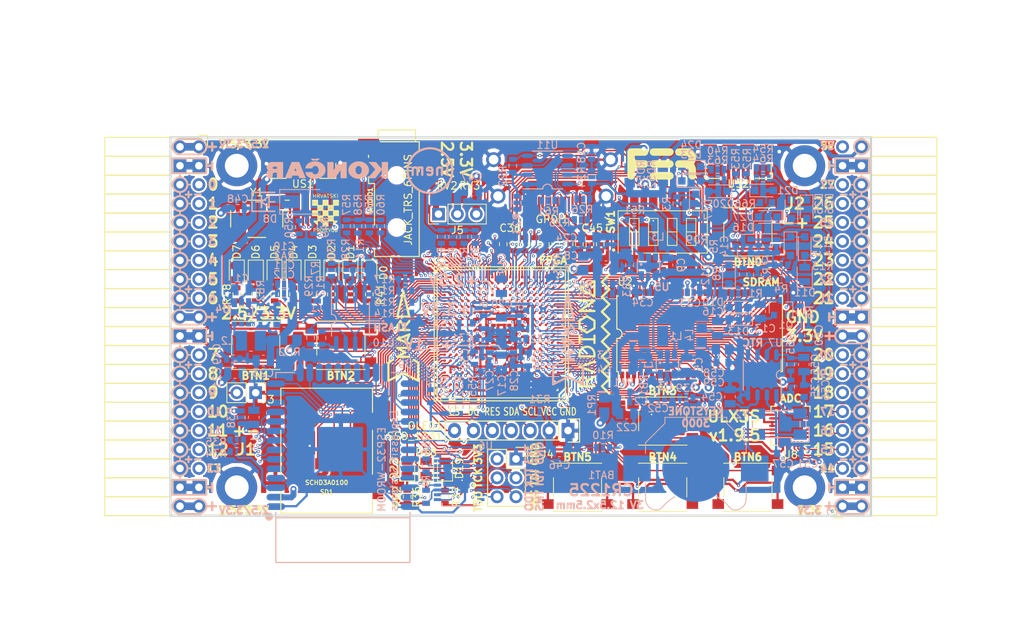
<source format=kicad_pcb>
(kicad_pcb (version 20171130) (host pcbnew 5.0.0-rc2+dfsg1-3)
  (layers (0 F.Cu signal) (1 In1.Cu signal) (2 In2.Cu signal) (31 B.Cu signal) (34 B.Paste user) (35 F.Paste user) (36 B.SilkS user) (37 F.SilkS user) (38 B.Mask user) (39 F.Mask user) (44 Edge.Cuts user))
  (net 0 "")
  (net 1 GND)
  (net 2 +5V)
  (net 3 /gpio/IN5V)
  (net 4 /gpio/OUT5V)
  (net 5 +3V3)
  (net 6 BTN_D)
  (net 7 BTN_F1)
  (net 8 BTN_F2)
  (net 9 BTN_L)
  (net 10 BTN_R)
  (net 11 BTN_U)
  (net 12 /power/FB1)
  (net 13 +2V5)
  (net 14 /power/PWREN)
  (net 15 /power/FB3)
  (net 16 /power/FB2)
  (net 17 /power/VBAT)
  (net 18 JTAG_TDI)
  (net 19 JTAG_TCK)
  (net 20 JTAG_TMS)
  (net 21 JTAG_TDO)
  (net 22 /power/WAKEUPn)
  (net 23 /power/WKUP)
  (net 24 /power/SHUT)
  (net 25 /power/WAKE)
  (net 26 /power/HOLD)
  (net 27 /power/WKn)
  (net 28 /power/OSCI_32k)
  (net 29 /power/OSCO_32k)
  (net 30 SHUTDOWN)
  (net 31 GPDI_SDA)
  (net 32 GPDI_SCL)
  (net 33 /gpdi/VREF2)
  (net 34 SD_CMD)
  (net 35 SD_CLK)
  (net 36 SD_D0)
  (net 37 SD_D1)
  (net 38 USB5V)
  (net 39 GPDI_CEC)
  (net 40 nRESET)
  (net 41 FTDI_nDTR)
  (net 42 SDRAM_CKE)
  (net 43 SDRAM_A7)
  (net 44 SDRAM_D15)
  (net 45 SDRAM_BA1)
  (net 46 SDRAM_D7)
  (net 47 SDRAM_A6)
  (net 48 SDRAM_CLK)
  (net 49 SDRAM_D13)
  (net 50 SDRAM_BA0)
  (net 51 SDRAM_D6)
  (net 52 SDRAM_A5)
  (net 53 SDRAM_D14)
  (net 54 SDRAM_A11)
  (net 55 SDRAM_D12)
  (net 56 SDRAM_D5)
  (net 57 SDRAM_A4)
  (net 58 SDRAM_A10)
  (net 59 SDRAM_D11)
  (net 60 SDRAM_A3)
  (net 61 SDRAM_D4)
  (net 62 SDRAM_D10)
  (net 63 SDRAM_D9)
  (net 64 SDRAM_A9)
  (net 65 SDRAM_D3)
  (net 66 SDRAM_D8)
  (net 67 SDRAM_A8)
  (net 68 SDRAM_A2)
  (net 69 SDRAM_A1)
  (net 70 SDRAM_A0)
  (net 71 SDRAM_D2)
  (net 72 SDRAM_D1)
  (net 73 SDRAM_D0)
  (net 74 SDRAM_DQM0)
  (net 75 SDRAM_nCS)
  (net 76 SDRAM_nRAS)
  (net 77 SDRAM_DQM1)
  (net 78 SDRAM_nCAS)
  (net 79 SDRAM_nWE)
  (net 80 /flash/FLASH_nWP)
  (net 81 /flash/FLASH_nHOLD)
  (net 82 /flash/FLASH_MOSI)
  (net 83 /flash/FLASH_MISO)
  (net 84 /flash/FLASH_SCK)
  (net 85 /flash/FLASH_nCS)
  (net 86 /flash/FPGA_PROGRAMN)
  (net 87 /flash/FPGA_DONE)
  (net 88 /flash/FPGA_INITN)
  (net 89 OLED_RES)
  (net 90 OLED_DC)
  (net 91 OLED_CS)
  (net 92 WIFI_EN)
  (net 93 FTDI_nRTS)
  (net 94 FTDI_TXD)
  (net 95 FTDI_RXD)
  (net 96 WIFI_RXD)
  (net 97 WIFI_GPIO0)
  (net 98 WIFI_TXD)
  (net 99 USB_FTDI_D+)
  (net 100 USB_FTDI_D-)
  (net 101 SD_D3)
  (net 102 AUDIO_L3)
  (net 103 AUDIO_L2)
  (net 104 AUDIO_L1)
  (net 105 AUDIO_L0)
  (net 106 AUDIO_R3)
  (net 107 AUDIO_R2)
  (net 108 AUDIO_R1)
  (net 109 AUDIO_R0)
  (net 110 OLED_CLK)
  (net 111 OLED_MOSI)
  (net 112 LED0)
  (net 113 LED1)
  (net 114 LED2)
  (net 115 LED3)
  (net 116 LED4)
  (net 117 LED5)
  (net 118 LED6)
  (net 119 LED7)
  (net 120 BTN_PWRn)
  (net 121 FTDI_nTXLED)
  (net 122 FTDI_nSLEEP)
  (net 123 /blinkey/LED_PWREN)
  (net 124 /blinkey/LED_TXLED)
  (net 125 /sdcard/SD3V3)
  (net 126 SD_D2)
  (net 127 CLK_25MHz)
  (net 128 /blinkey/BTNPUL)
  (net 129 /blinkey/BTNPUR)
  (net 130 USB_FPGA_D+)
  (net 131 /power/FTDI_nSUSPEND)
  (net 132 /blinkey/ALED0)
  (net 133 /blinkey/ALED1)
  (net 134 /blinkey/ALED2)
  (net 135 /blinkey/ALED3)
  (net 136 /blinkey/ALED4)
  (net 137 /blinkey/ALED5)
  (net 138 /blinkey/ALED6)
  (net 139 /blinkey/ALED7)
  (net 140 /usb/FTD-)
  (net 141 /usb/FTD+)
  (net 142 ADC_MISO)
  (net 143 ADC_MOSI)
  (net 144 ADC_CSn)
  (net 145 ADC_SCLK)
  (net 146 SW3)
  (net 147 SW2)
  (net 148 SW1)
  (net 149 USB_FPGA_D-)
  (net 150 /usb/FPD+)
  (net 151 /usb/FPD-)
  (net 152 WIFI_GPIO16)
  (net 153 /usb/ANT_433MHz)
  (net 154 /power/PWRBTn)
  (net 155 PROG_DONE)
  (net 156 /power/P3V3)
  (net 157 /power/P2V5)
  (net 158 /power/L1)
  (net 159 /power/L3)
  (net 160 /power/L2)
  (net 161 FTDI_TXDEN)
  (net 162 SDRAM_A12)
  (net 163 /analog/AUDIO_V)
  (net 164 AUDIO_V3)
  (net 165 AUDIO_V2)
  (net 166 AUDIO_V1)
  (net 167 AUDIO_V0)
  (net 168 /blinkey/LED_WIFI)
  (net 169 /power/P1V1)
  (net 170 +1V1)
  (net 171 SW4)
  (net 172 /blinkey/SWPU)
  (net 173 /wifi/WIFIEN)
  (net 174 FT2V5)
  (net 175 GN0)
  (net 176 GP0)
  (net 177 GN1)
  (net 178 GP1)
  (net 179 GN2)
  (net 180 GP2)
  (net 181 GN3)
  (net 182 GP3)
  (net 183 GN4)
  (net 184 GP4)
  (net 185 GN5)
  (net 186 GP5)
  (net 187 GN6)
  (net 188 GP6)
  (net 189 GN14)
  (net 190 GP14)
  (net 191 GN15)
  (net 192 GP15)
  (net 193 GN16)
  (net 194 GP16)
  (net 195 GN17)
  (net 196 GP17)
  (net 197 GN18)
  (net 198 GP18)
  (net 199 GN19)
  (net 200 GP19)
  (net 201 GN20)
  (net 202 GP20)
  (net 203 GN21)
  (net 204 GP21)
  (net 205 GN22)
  (net 206 GP22)
  (net 207 GN23)
  (net 208 GP23)
  (net 209 GN24)
  (net 210 GP24)
  (net 211 GN25)
  (net 212 GP25)
  (net 213 GN26)
  (net 214 GP26)
  (net 215 GN27)
  (net 216 GP27)
  (net 217 GN7)
  (net 218 GP7)
  (net 219 GN8)
  (net 220 GP8)
  (net 221 GN9)
  (net 222 GP9)
  (net 223 GN10)
  (net 224 GP10)
  (net 225 GN11)
  (net 226 GP11)
  (net 227 GN12)
  (net 228 GP12)
  (net 229 GN13)
  (net 230 GP13)
  (net 231 WIFI_GPIO5)
  (net 232 WIFI_GPIO17)
  (net 233 USB_FPGA_PULL_D+)
  (net 234 USB_FPGA_PULL_D-)
  (net 235 "Net-(D23-Pad2)")
  (net 236 "Net-(D24-Pad1)")
  (net 237 "Net-(D25-Pad2)")
  (net 238 "Net-(D26-Pad1)")
  (net 239 /gpdi/GPDI_ETH+)
  (net 240 FPDI_ETH+)
  (net 241 /gpdi/GPDI_ETH-)
  (net 242 FPDI_ETH-)
  (net 243 /gpdi/GPDI_D2-)
  (net 244 FPDI_D2-)
  (net 245 /gpdi/GPDI_D1-)
  (net 246 FPDI_D1-)
  (net 247 /gpdi/GPDI_D0-)
  (net 248 FPDI_D0-)
  (net 249 /gpdi/GPDI_CLK-)
  (net 250 FPDI_CLK-)
  (net 251 /gpdi/GPDI_D2+)
  (net 252 FPDI_D2+)
  (net 253 /gpdi/GPDI_D1+)
  (net 254 FPDI_D1+)
  (net 255 /gpdi/GPDI_D0+)
  (net 256 FPDI_D0+)
  (net 257 /gpdi/GPDI_CLK+)
  (net 258 FPDI_CLK+)
  (net 259 FPDI_SDA)
  (net 260 FPDI_SCL)
  (net 261 /gpdi/FPDI_CEC)
  (net 262 2V5_3V3)
  (net 263 "Net-(AUDIO1-Pad5)")
  (net 264 "Net-(AUDIO1-Pad6)")
  (net 265 "Net-(U1-PadA15)")
  (net 266 "Net-(U1-PadC9)")
  (net 267 "Net-(U1-PadD9)")
  (net 268 "Net-(U1-PadD10)")
  (net 269 "Net-(U1-PadD11)")
  (net 270 "Net-(U1-PadD12)")
  (net 271 "Net-(U1-PadE6)")
  (net 272 "Net-(U1-PadE9)")
  (net 273 "Net-(U1-PadE10)")
  (net 274 "Net-(U1-PadE11)")
  (net 275 "Net-(U1-PadJ4)")
  (net 276 "Net-(U1-PadJ5)")
  (net 277 "Net-(U1-PadK5)")
  (net 278 "Net-(U1-PadL5)")
  (net 279 "Net-(U1-PadM4)")
  (net 280 "Net-(U1-PadM5)")
  (net 281 SD_CD)
  (net 282 SD_WP)
  (net 283 "Net-(U1-PadR3)")
  (net 284 "Net-(U1-PadT16)")
  (net 285 "Net-(U1-PadW4)")
  (net 286 "Net-(U1-PadW5)")
  (net 287 "Net-(U1-PadW8)")
  (net 288 "Net-(U1-PadW9)")
  (net 289 "Net-(U1-PadW13)")
  (net 290 "Net-(U1-PadW14)")
  (net 291 "Net-(U1-PadW17)")
  (net 292 "Net-(U1-PadW18)")
  (net 293 FTDI_nRXLED)
  (net 294 "Net-(U8-Pad12)")
  (net 295 "Net-(U8-Pad25)")
  (net 296 "Net-(U9-Pad32)")
  (net 297 "Net-(U9-Pad22)")
  (net 298 "Net-(U9-Pad21)")
  (net 299 "Net-(U9-Pad20)")
  (net 300 "Net-(U9-Pad19)")
  (net 301 "Net-(U9-Pad18)")
  (net 302 "Net-(U9-Pad17)")
  (net 303 "Net-(U9-Pad12)")
  (net 304 "Net-(U9-Pad5)")
  (net 305 "Net-(U9-Pad4)")
  (net 306 "Net-(US1-Pad4)")
  (net 307 "Net-(Y2-Pad3)")
  (net 308 "Net-(Y2-Pad2)")
  (net 309 "Net-(U1-PadK16)")
  (net 310 "Net-(U1-PadK17)")
  (net 311 /usb/US2VBUS)
  (net 312 /power/SHD)
  (net 313 /power/RTCVDD)
  (net 314 "Net-(D27-Pad2)")
  (net 315 US2_ID)
  (net 316 /analog/AUDIO_L)
  (net 317 /analog/AUDIO_R)
  (net 318 /analog/ADC3V3)
  (module Keystone_3000_1x12mm-CoinCell:Keystone_3000_1x12mm-CoinCell (layer B.Cu) (at 164.585 105.87 90)
    (fp_text reference BAT1 (at -0.907 -12.685 180) (layer B.SilkS) (effects (justify mirror)))
    (fp_text value CR1225)
    (pad 1 smd rect (at 0 7.9 180) (size 3.7 3.5) (layers B.Cu B.Paste B.Mask) (net 17 /power/VBAT) (clearance 0.7))
    (pad 1 smd rect (at 0 -7.9 180) (size 3.7 3.5) (layers B.Cu B.Paste B.Mask) (net 17 /power/VBAT) (clearance 0.7))
    (pad 2 smd circle (at 0 0 180) (size 9 9) (layers B.Cu B.Mask) (net 1 GND))
  )
  (module SM8:SM8 (layer B.Cu) (at 144.68 65.8015 90)
    (fp_text reference U11 (at 3.3475 -0.019 -180) (layer B.SilkS) (effects (justify mirror)))
    (fp_text value PCA9306D)
    (pad 1 smd rect (at -1.905 -2.7) (size 1.55 0.6) (layers B.Cu B.Paste B.Mask) (net 1 GND))
    (pad 2 smd oval (at -0.635 -2.7) (size 1.55 0.6) (layers B.Cu B.Paste B.Mask) (net 13 +2V5))
    (pad 3 smd oval (at 0.635 -2.7) (size 1.55 0.6) (layers B.Cu B.Paste B.Mask) (net 260 FPDI_SCL))
    (pad 4 smd oval (at 1.905 -2.7) (size 1.55 0.6) (layers B.Cu B.Paste B.Mask) (net 259 FPDI_SDA))
    (pad 5 smd oval (at 1.905 2.7) (size 1.55 0.6) (layers B.Cu B.Paste B.Mask) (net 31 GPDI_SDA))
    (pad 6 smd oval (at 0.635 2.7) (size 1.55 0.6) (layers B.Cu B.Paste B.Mask) (net 32 GPDI_SCL))
    (pad 7 smd oval (at -0.635 2.7) (size 1.55 0.6) (layers B.Cu B.Paste B.Mask) (net 33 /gpdi/VREF2))
    (pad 8 smd oval (at -1.905 2.7) (size 1.55 0.6) (layers B.Cu B.Paste B.Mask) (net 5 +3V3))
  )
  (module TSOP54:TSOP54 (layer F.Cu) (at 165.093 87.8 90)
    (fp_text reference U2 (at 6.98 -9.993 180) (layer F.SilkS))
    (fp_text value MT48LC16M16A2TG)
    (pad 28 smd rect (at 5.53 10.4 90) (size 0.9 0.56) (layers F.Cu F.Paste F.Mask) (net 1 GND))
    (pad 1 smd rect (at -5.53 -10.4 90) (size 0.9 0.56) (layers F.Cu F.Paste F.Mask) (net 5 +3V3))
    (pad 2 smd rect (at -5.53 -9.6 90) (size 0.9 0.56) (layers F.Cu F.Paste F.Mask) (net 73 SDRAM_D0))
    (pad 3 smd rect (at -5.53 -8.8 90) (size 0.9 0.56) (layers F.Cu F.Paste F.Mask) (net 5 +3V3))
    (pad 4 smd rect (at -5.53 -8 90) (size 0.9 0.56) (layers F.Cu F.Paste F.Mask) (net 72 SDRAM_D1))
    (pad 5 smd rect (at -5.53 -7.2 90) (size 0.9 0.56) (layers F.Cu F.Paste F.Mask) (net 71 SDRAM_D2))
    (pad 6 smd rect (at -5.53 -6.4 90) (size 0.9 0.56) (layers F.Cu F.Paste F.Mask) (net 1 GND))
    (pad 7 smd rect (at -5.53 -5.6 90) (size 0.9 0.56) (layers F.Cu F.Paste F.Mask) (net 65 SDRAM_D3))
    (pad 8 smd rect (at -5.53 -4.8 90) (size 0.9 0.56) (layers F.Cu F.Paste F.Mask) (net 61 SDRAM_D4))
    (pad 9 smd rect (at -5.53 -4 90) (size 0.9 0.56) (layers F.Cu F.Paste F.Mask) (net 5 +3V3))
    (pad 10 smd rect (at -5.53 -3.2 90) (size 0.9 0.56) (layers F.Cu F.Paste F.Mask) (net 56 SDRAM_D5))
    (pad 11 smd rect (at -5.53 -2.4 90) (size 0.9 0.56) (layers F.Cu F.Paste F.Mask) (net 51 SDRAM_D6))
    (pad 12 smd rect (at -5.53 -1.6 90) (size 0.9 0.56) (layers F.Cu F.Paste F.Mask) (net 1 GND))
    (pad 13 smd rect (at -5.53 -0.8 90) (size 0.9 0.56) (layers F.Cu F.Paste F.Mask) (net 46 SDRAM_D7))
    (pad 14 smd rect (at -5.53 0 90) (size 0.9 0.56) (layers F.Cu F.Paste F.Mask) (net 5 +3V3))
    (pad 15 smd rect (at -5.53 0.8 90) (size 0.9 0.56) (layers F.Cu F.Paste F.Mask) (net 74 SDRAM_DQM0))
    (pad 16 smd rect (at -5.53 1.6 90) (size 0.9 0.56) (layers F.Cu F.Paste F.Mask) (net 79 SDRAM_nWE))
    (pad 17 smd rect (at -5.53 2.4 90) (size 0.9 0.56) (layers F.Cu F.Paste F.Mask) (net 78 SDRAM_nCAS))
    (pad 18 smd rect (at -5.53 3.2 90) (size 0.9 0.56) (layers F.Cu F.Paste F.Mask) (net 76 SDRAM_nRAS))
    (pad 19 smd rect (at -5.53 4 90) (size 0.9 0.56) (layers F.Cu F.Paste F.Mask) (net 75 SDRAM_nCS))
    (pad 20 smd rect (at -5.53 4.8 90) (size 0.9 0.56) (layers F.Cu F.Paste F.Mask) (net 50 SDRAM_BA0))
    (pad 21 smd rect (at -5.53 5.6 90) (size 0.9 0.56) (layers F.Cu F.Paste F.Mask) (net 45 SDRAM_BA1))
    (pad 22 smd rect (at -5.53 6.4 90) (size 0.9 0.56) (layers F.Cu F.Paste F.Mask) (net 58 SDRAM_A10))
    (pad 23 smd rect (at -5.53 7.2 90) (size 0.9 0.56) (layers F.Cu F.Paste F.Mask) (net 70 SDRAM_A0))
    (pad 24 smd rect (at -5.53 8 90) (size 0.9 0.56) (layers F.Cu F.Paste F.Mask) (net 69 SDRAM_A1))
    (pad 25 smd rect (at -5.53 8.8 90) (size 0.9 0.56) (layers F.Cu F.Paste F.Mask) (net 68 SDRAM_A2))
    (pad 26 smd rect (at -5.53 9.6 90) (size 0.9 0.56) (layers F.Cu F.Paste F.Mask) (net 60 SDRAM_A3))
    (pad 27 smd rect (at -5.53 10.4 90) (size 0.9 0.56) (layers F.Cu F.Paste F.Mask) (net 5 +3V3))
    (pad 29 smd rect (at 5.53 9.6 90) (size 0.9 0.56) (layers F.Cu F.Paste F.Mask) (net 57 SDRAM_A4))
    (pad 30 smd rect (at 5.53 8.8 90) (size 0.9 0.56) (layers F.Cu F.Paste F.Mask) (net 52 SDRAM_A5))
    (pad 31 smd rect (at 5.53 8 90) (size 0.9 0.56) (layers F.Cu F.Paste F.Mask) (net 47 SDRAM_A6))
    (pad 32 smd rect (at 5.53 7.2 90) (size 0.9 0.56) (layers F.Cu F.Paste F.Mask) (net 43 SDRAM_A7))
    (pad 33 smd rect (at 5.53 6.4 90) (size 0.9 0.56) (layers F.Cu F.Paste F.Mask) (net 67 SDRAM_A8))
    (pad 34 smd rect (at 5.53 5.6 90) (size 0.9 0.56) (layers F.Cu F.Paste F.Mask) (net 64 SDRAM_A9))
    (pad 35 smd rect (at 5.53 4.8 90) (size 0.9 0.56) (layers F.Cu F.Paste F.Mask) (net 54 SDRAM_A11))
    (pad 36 smd rect (at 5.53 4 90) (size 0.9 0.56) (layers F.Cu F.Paste F.Mask) (net 162 SDRAM_A12))
    (pad 37 smd rect (at 5.53 3.2 90) (size 0.9 0.56) (layers F.Cu F.Paste F.Mask) (net 42 SDRAM_CKE))
    (pad 38 smd rect (at 5.53 2.4 90) (size 0.9 0.56) (layers F.Cu F.Paste F.Mask) (net 48 SDRAM_CLK))
    (pad 39 smd rect (at 5.53 1.6 90) (size 0.9 0.56) (layers F.Cu F.Paste F.Mask) (net 77 SDRAM_DQM1))
    (pad 40 smd rect (at 5.53 0.8 90) (size 0.9 0.56) (layers F.Cu F.Paste F.Mask))
    (pad 41 smd rect (at 5.53 0 90) (size 0.9 0.56) (layers F.Cu F.Paste F.Mask) (net 1 GND))
    (pad 42 smd rect (at 5.53 -0.8 90) (size 0.9 0.56) (layers F.Cu F.Paste F.Mask) (net 66 SDRAM_D8))
    (pad 43 smd rect (at 5.53 -1.6 90) (size 0.9 0.56) (layers F.Cu F.Paste F.Mask) (net 5 +3V3))
    (pad 44 smd rect (at 5.53 -2.4 90) (size 0.9 0.56) (layers F.Cu F.Paste F.Mask) (net 63 SDRAM_D9))
    (pad 45 smd rect (at 5.53 -3.2 90) (size 0.9 0.56) (layers F.Cu F.Paste F.Mask) (net 62 SDRAM_D10))
    (pad 46 smd rect (at 5.53 -4 90) (size 0.9 0.56) (layers F.Cu F.Paste F.Mask) (net 1 GND))
    (pad 47 smd rect (at 5.53 -4.8 90) (size 0.9 0.56) (layers F.Cu F.Paste F.Mask) (net 59 SDRAM_D11))
    (pad 48 smd rect (at 5.53 -5.6 90) (size 0.9 0.56) (layers F.Cu F.Paste F.Mask) (net 55 SDRAM_D12))
    (pad 49 smd rect (at 5.53 -6.4 90) (size 0.9 0.56) (layers F.Cu F.Paste F.Mask) (net 5 +3V3))
    (pad 50 smd rect (at 5.53 -7.2 90) (size 0.9 0.56) (layers F.Cu F.Paste F.Mask) (net 49 SDRAM_D13))
    (pad 51 smd rect (at 5.53 -8 90) (size 0.9 0.56) (layers F.Cu F.Paste F.Mask) (net 53 SDRAM_D14))
    (pad 52 smd rect (at 5.53 -8.8 90) (size 0.9 0.56) (layers F.Cu F.Paste F.Mask) (net 1 GND))
    (pad 53 smd rect (at 5.53 -9.6 90) (size 0.9 0.56) (layers F.Cu F.Paste F.Mask) (net 44 SDRAM_D15))
    (pad 54 smd rect (at 5.53 -10.4 90) (size 0.9 0.56) (layers F.Cu F.Paste F.Mask) (net 1 GND))
  )
  (module SOA008-150mil:SOA008-150-208mil (layer B.Cu) (at 118.245 85.822 270)
    (fp_text reference U10 (at 3.175 -4.445) (layer B.SilkS) (effects (justify mirror)))
    (fp_text value IS25LP128F-JBLE)
    (pad 1 smd rect (at -3.302 1.905 270) (size 2.1 0.6) (layers B.Cu B.Paste B.Mask) (net 85 /flash/FLASH_nCS))
    (pad 2 smd oval (at -3.302 0.635 270) (size 2.1 0.6) (layers B.Cu B.Paste B.Mask) (net 83 /flash/FLASH_MISO))
    (pad 3 smd oval (at -3.302 -0.635 270) (size 2.1 0.6) (layers B.Cu B.Paste B.Mask) (net 80 /flash/FLASH_nWP))
    (pad 4 smd oval (at -3.302 -1.905 270) (size 2.1 0.6) (layers B.Cu B.Paste B.Mask) (net 1 GND))
    (pad 5 smd oval (at 3.302 -1.905 270) (size 2.1 0.6) (layers B.Cu B.Paste B.Mask) (net 82 /flash/FLASH_MOSI))
    (pad 6 smd oval (at 3.302 -0.635 270) (size 2.1 0.6) (layers B.Cu B.Paste B.Mask) (net 84 /flash/FLASH_SCK))
    (pad 7 smd oval (at 3.302 0.635 270) (size 2.1 0.6) (layers B.Cu B.Paste B.Mask) (net 81 /flash/FLASH_nHOLD))
    (pad 8 smd oval (at 3.302 1.905 270) (size 2.1 0.6) (layers B.Cu B.Paste B.Mask) (net 5 +3V3))
  )
  (module SOT96-1:SOT96-1 (layer B.Cu) (at 173.49 93.315 90)
    (fp_text reference U7 (at 4.318 1.778 180) (layer B.SilkS) (effects (justify mirror)))
    (fp_text value PCF8523)
    (pad 1 smd rect (at -2.7 1.905 90) (size 1.55 0.6) (layers B.Cu B.Paste B.Mask) (net 28 /power/OSCI_32k))
    (pad 2 smd oval (at -2.7 0.635 90) (size 1.55 0.6) (layers B.Cu B.Paste B.Mask) (net 29 /power/OSCO_32k))
    (pad 3 smd oval (at -2.7 -0.635 90) (size 1.55 0.6) (layers B.Cu B.Paste B.Mask) (net 17 /power/VBAT))
    (pad 4 smd oval (at -2.7 -1.905 90) (size 1.55 0.6) (layers B.Cu B.Paste B.Mask) (net 1 GND))
    (pad 5 smd oval (at 2.7 -1.905 90) (size 1.55 0.6) (layers B.Cu B.Paste B.Mask) (net 259 FPDI_SDA))
    (pad 6 smd oval (at 2.7 -0.635 90) (size 1.55 0.6) (layers B.Cu B.Paste B.Mask) (net 260 FPDI_SCL))
    (pad 7 smd oval (at 2.7 0.635 90) (size 1.55 0.6) (layers B.Cu B.Paste B.Mask) (net 22 /power/WAKEUPn))
    (pad 8 smd oval (at 2.7 1.905 90) (size 1.55 0.6) (layers B.Cu B.Paste B.Mask) (net 313 /power/RTCVDD))
  )
  (module ft231x:FT231X-SSOP-20_4.4x6.5mm_Pitch0.65mm (layer B.Cu) (at 132.835 107.14 180)
    (fp_text reference U6 (at -3.556 4.318 180) (layer B.SilkS) (effects (justify mirror)))
    (fp_text value FT231XS)
    (pad 20 smd rect (at 2.9 2.925 180) (size 1 0.4) (layers B.Cu B.Paste B.Mask) (net 94 FTDI_TXD))
    (pad 19 smd rect (at 2.9 2.275 180) (size 1 0.4) (layers B.Cu B.Paste B.Mask) (net 122 FTDI_nSLEEP))
    (pad 18 smd rect (at 2.9 1.625 180) (size 1 0.4) (layers B.Cu B.Paste B.Mask) (net 161 FTDI_TXDEN))
    (pad 17 smd rect (at 2.9 0.975 180) (size 1 0.4) (layers B.Cu B.Paste B.Mask) (net 293 FTDI_nRXLED))
    (pad 16 smd rect (at 2.9 0.325 180) (size 1 0.4) (layers B.Cu B.Paste B.Mask) (net 1 GND))
    (pad 15 smd rect (at 2.9 -0.325 180) (size 1 0.4) (layers B.Cu B.Paste B.Mask) (net 38 USB5V))
    (pad 14 smd rect (at 2.9 -0.975 180) (size 1 0.4) (layers B.Cu B.Paste B.Mask) (net 40 nRESET))
    (pad 13 smd rect (at 2.9 -1.625 180) (size 1 0.4) (layers B.Cu B.Paste B.Mask) (net 174 FT2V5))
    (pad 12 smd rect (at 2.9 -2.275 180) (size 1 0.4) (layers B.Cu B.Paste B.Mask) (net 100 USB_FTDI_D-))
    (pad 11 smd rect (at 2.9 -2.925 180) (size 1 0.4) (layers B.Cu B.Paste B.Mask) (net 99 USB_FTDI_D+))
    (pad 10 smd rect (at -2.9 -2.925 180) (size 1 0.4) (layers B.Cu B.Paste B.Mask) (net 121 FTDI_nTXLED))
    (pad 9 smd rect (at -2.9 -2.275 180) (size 1 0.4) (layers B.Cu B.Paste B.Mask) (net 21 JTAG_TDO))
    (pad 8 smd rect (at -2.9 -1.625 180) (size 1 0.4) (layers B.Cu B.Paste B.Mask) (net 20 JTAG_TMS))
    (pad 7 smd rect (at -2.9 -0.975 180) (size 1 0.4) (layers B.Cu B.Paste B.Mask) (net 19 JTAG_TCK))
    (pad 6 smd rect (at -2.9 -0.325 180) (size 1 0.4) (layers B.Cu B.Paste B.Mask) (net 1 GND))
    (pad 5 smd rect (at -2.9 0.325 180) (size 1 0.4) (layers B.Cu B.Paste B.Mask) (net 18 JTAG_TDI))
    (pad 4 smd rect (at -2.9 0.975 180) (size 1 0.4) (layers B.Cu B.Paste B.Mask) (net 95 FTDI_RXD))
    (pad 3 smd rect (at -2.9 1.625 180) (size 1 0.4) (layers B.Cu B.Paste B.Mask) (net 174 FT2V5))
    (pad 2 smd rect (at -2.9 2.275 180) (size 1 0.4) (layers B.Cu B.Paste B.Mask) (net 93 FTDI_nRTS))
    (pad 1 smd rect (at -2.9 2.925 180) (size 1 0.4) (layers B.Cu B.Paste B.Mask) (net 41 FTDI_nDTR))
  )
  (module TSOT-25:TSOT-25 (layer B.Cu) (at 158.235 78.692)
    (fp_text reference U5 (at 1.793 2.812) (layer B.SilkS) (effects (font (thickness 0.2)) (justify mirror)))
    (fp_text value TLV62569DBV)
    (pad 1 smd rect (at -0.95 -1.3) (size 0.7 1.2) (layers B.Cu B.Paste B.Mask) (net 14 /power/PWREN))
    (pad 2 smd rect (at 0 -1.3) (size 0.7 1.2) (layers B.Cu B.Paste B.Mask) (net 1 GND))
    (pad 3 smd rect (at 0.95 -1.3) (size 0.7 1.2) (layers B.Cu B.Paste B.Mask) (net 159 /power/L3))
    (pad 4 smd rect (at 0.95 1.3) (size 0.7 1.2) (layers B.Cu B.Paste B.Mask) (net 2 +5V))
    (pad 5 smd rect (at -0.95 1.3) (size 0.7 1.2) (layers B.Cu B.Paste B.Mask) (net 15 /power/FB3))
  )
  (module TSOT-25:TSOT-25 (layer B.Cu) (at 160.775 91.9)
    (fp_text reference U3 (at -0.295 2.9) (layer B.SilkS) (effects (font (thickness 0.2)) (justify mirror)))
    (fp_text value TLV62569DBV)
    (pad 1 smd rect (at -0.95 -1.3) (size 0.7 1.2) (layers B.Cu B.Paste B.Mask) (net 14 /power/PWREN))
    (pad 2 smd rect (at 0 -1.3) (size 0.7 1.2) (layers B.Cu B.Paste B.Mask) (net 1 GND))
    (pad 3 smd rect (at 0.95 -1.3) (size 0.7 1.2) (layers B.Cu B.Paste B.Mask) (net 158 /power/L1))
    (pad 4 smd rect (at 0.95 1.3) (size 0.7 1.2) (layers B.Cu B.Paste B.Mask) (net 2 +5V))
    (pad 5 smd rect (at -0.95 1.3) (size 0.7 1.2) (layers B.Cu B.Paste B.Mask) (net 12 /power/FB1))
  )
  (module TSOT-25:TSOT-25 (layer B.Cu) (at 103.625 84.915 180)
    (fp_text reference U4 (at 2.525 0.4265 180) (layer B.SilkS) (effects (font (thickness 0.2)) (justify mirror)))
    (fp_text value TLV62569DBV)
    (pad 1 smd rect (at -0.95 -1.3 180) (size 0.7 1.2) (layers B.Cu B.Paste B.Mask) (net 14 /power/PWREN))
    (pad 2 smd rect (at 0 -1.3 180) (size 0.7 1.2) (layers B.Cu B.Paste B.Mask) (net 1 GND))
    (pad 3 smd rect (at 0.95 -1.3 180) (size 0.7 1.2) (layers B.Cu B.Paste B.Mask) (net 160 /power/L2))
    (pad 4 smd rect (at 0.95 1.3 180) (size 0.7 1.2) (layers B.Cu B.Paste B.Mask) (net 2 +5V))
    (pad 5 smd rect (at -0.95 1.3 180) (size 0.7 1.2) (layers B.Cu B.Paste B.Mask) (net 16 /power/FB2))
  )
  (module ESP32:ESP32-WROOM (layer B.Cu) (at 117.23 105.75 180)
    (fp_text reference U9 (at -8.366 13.85 180) (layer B.SilkS) (effects (justify mirror)))
    (fp_text value ESP-WROOM32)
    (fp_text user "Espressif Systems" (at -6.858 0.889 90) (layer B.SilkS) (effects (justify mirror)))
    (fp_text user ESP32-WROOM (at -5.207 -0.254 90) (layer B.SilkS) (effects (justify mirror)))
    (pad 38 smd oval (at -9 -5.25 180) (size 2.5 0.9) (layers B.Cu B.Paste B.Mask) (net 1 GND))
    (pad 37 smd oval (at -9 -3.98 180) (size 2.5 0.9) (layers B.Cu B.Paste B.Mask) (net 18 JTAG_TDI))
    (pad 36 smd oval (at -9 -2.71 180) (size 2.5 0.9) (layers B.Cu B.Paste B.Mask) (net 155 PROG_DONE))
    (pad 35 smd oval (at -9 -1.44 180) (size 2.5 0.9) (layers B.Cu B.Paste B.Mask) (net 98 WIFI_TXD))
    (pad 34 smd oval (at -9 -0.17 180) (size 2.5 0.9) (layers B.Cu B.Paste B.Mask) (net 96 WIFI_RXD))
    (pad 33 smd oval (at -9 1.1 180) (size 2.5 0.9) (layers B.Cu B.Paste B.Mask) (net 20 JTAG_TMS))
    (pad 32 smd oval (at -9 2.37 180) (size 2.5 0.9) (layers B.Cu B.Paste B.Mask) (net 296 "Net-(U9-Pad32)"))
    (pad 31 smd oval (at -9 3.64 180) (size 2.5 0.9) (layers B.Cu B.Paste B.Mask) (net 21 JTAG_TDO))
    (pad 30 smd oval (at -9 4.91 180) (size 2.5 0.9) (layers B.Cu B.Paste B.Mask) (net 19 JTAG_TCK))
    (pad 29 smd oval (at -9 6.18 180) (size 2.5 0.9) (layers B.Cu B.Paste B.Mask) (net 231 WIFI_GPIO5))
    (pad 28 smd oval (at -9 7.45 180) (size 2.5 0.9) (layers B.Cu B.Paste B.Mask) (net 232 WIFI_GPIO17))
    (pad 27 smd oval (at -9 8.72 180) (size 2.5 0.9) (layers B.Cu B.Paste B.Mask) (net 152 WIFI_GPIO16))
    (pad 26 smd oval (at -9 9.99 180) (size 2.5 0.9) (layers B.Cu B.Paste B.Mask) (net 37 SD_D1))
    (pad 25 smd oval (at -9 11.26 180) (size 2.5 0.9) (layers B.Cu B.Paste B.Mask) (net 97 WIFI_GPIO0))
    (pad 24 smd oval (at -5.715 12.75 180) (size 0.9 2.5) (layers B.Cu B.Paste B.Mask) (net 36 SD_D0))
    (pad 23 smd oval (at -4.445 12.75 180) (size 0.9 2.5) (layers B.Cu B.Paste B.Mask) (net 34 SD_CMD))
    (pad 22 smd oval (at -3.175 12.75 180) (size 0.9 2.5) (layers B.Cu B.Paste B.Mask) (net 297 "Net-(U9-Pad22)"))
    (pad 21 smd oval (at -1.905 12.75 180) (size 0.9 2.5) (layers B.Cu B.Paste B.Mask) (net 298 "Net-(U9-Pad21)"))
    (pad 20 smd oval (at -0.635 12.75 180) (size 0.9 2.5) (layers B.Cu B.Paste B.Mask) (net 299 "Net-(U9-Pad20)"))
    (pad 19 smd oval (at 0.635 12.75 180) (size 0.9 2.5) (layers B.Cu B.Paste B.Mask) (net 300 "Net-(U9-Pad19)"))
    (pad 18 smd oval (at 1.905 12.75 180) (size 0.9 2.5) (layers B.Cu B.Paste B.Mask) (net 301 "Net-(U9-Pad18)"))
    (pad 17 smd oval (at 3.175 12.75 180) (size 0.9 2.5) (layers B.Cu B.Paste B.Mask) (net 302 "Net-(U9-Pad17)"))
    (pad 16 smd oval (at 4.445 12.75 180) (size 0.9 2.5) (layers B.Cu B.Paste B.Mask) (net 101 SD_D3))
    (pad 15 smd oval (at 5.715 12.75 180) (size 0.9 2.5) (layers B.Cu B.Paste B.Mask) (net 1 GND))
    (pad 14 smd oval (at 9 11.26 180) (size 2.5 0.9) (layers B.Cu B.Paste B.Mask) (net 126 SD_D2))
    (pad 13 smd oval (at 9 9.99 180) (size 2.5 0.9) (layers B.Cu B.Paste B.Mask) (net 35 SD_CLK))
    (pad 12 smd oval (at 9 8.72 180) (size 2.5 0.9) (layers B.Cu B.Paste B.Mask) (net 303 "Net-(U9-Pad12)"))
    (pad 11 smd oval (at 9 7.45 180) (size 2.5 0.9) (layers B.Cu B.Paste B.Mask) (net 225 GN11))
    (pad 10 smd oval (at 9 6.18 180) (size 2.5 0.9) (layers B.Cu B.Paste B.Mask) (net 226 GP11))
    (pad 9 smd oval (at 9 4.91 180) (size 2.5 0.9) (layers B.Cu B.Paste B.Mask) (net 227 GN12))
    (pad 8 smd oval (at 9 3.64 180) (size 2.5 0.9) (layers B.Cu B.Paste B.Mask) (net 228 GP12))
    (pad 7 smd oval (at 9 2.37 180) (size 2.5 0.9) (layers B.Cu B.Paste B.Mask) (net 229 GN13))
    (pad 6 smd oval (at 9 1.1 180) (size 2.5 0.9) (layers B.Cu B.Paste B.Mask) (net 230 GP13))
    (pad 5 smd oval (at 9 -0.17 180) (size 2.5 0.9) (layers B.Cu B.Paste B.Mask) (net 304 "Net-(U9-Pad5)"))
    (pad 4 smd oval (at 9 -1.44 180) (size 2.5 0.9) (layers B.Cu B.Paste B.Mask) (net 305 "Net-(U9-Pad4)"))
    (pad 3 smd oval (at 9 -2.71 180) (size 2.5 0.9) (layers B.Cu B.Paste B.Mask) (net 173 /wifi/WIFIEN))
    (pad 2 smd oval (at 9 -3.98 180) (size 2.5 0.9) (layers B.Cu B.Paste B.Mask) (net 5 +3V3))
    (pad 1 smd oval (at 9 -5.25 180) (size 2.5 0.9) (layers B.Cu B.Paste B.Mask) (net 1 GND))
    (pad 39 smd rect (at 0.3 2.45 180) (size 6 6) (layers B.Cu B.Paste B.Mask) (net 1 GND))
  )
  (module inem:inem (layer B.Cu) (at 128.913 65.883)
    (fp_text reference REF** hide)
    (fp_text value inem hide)
    (fp_text user inem (at 0 -0.1) (layer B.SilkS) (effects (font (size 1.5 1.5) (thickness 0.3)) (justify mirror)))
  )
  (module fer:fer4mm6 (layer F.Cu) (at 159.901 64.994)
    (fp_text reference fer hide)
    (fp_text value fer hide)
  )
  (module Socket_Strips:Socket_Strip_Angled_2x20 (layer F.Cu) (at 97.91 62.69 270)
    (fp_text reference J1 (at 40.64 -6.35) (layer F.SilkS) (effects (font (size 1.5 1.5) (thickness 0.3))))
    (fp_text value CONN_02X20 hide)
    (pad 1 thru_hole oval (at 0 0 270) (size 1.7272 1.7272) (drill 1.016) (layers *.Cu *.Mask) (net 262 2V5_3V3))
    (pad 2 thru_hole oval (at 0 2.54 270) (size 1.7272 1.7272) (drill 1.016) (layers *.Cu *.Mask) (net 262 2V5_3V3))
    (pad 3 thru_hole rect (at 2.54 0 270) (size 1.7272 1.7272) (drill 1.016) (layers *.Cu *.Mask) (net 1 GND))
    (pad 4 thru_hole rect (at 2.54 2.54 270) (size 1.7272 1.7272) (drill 1.016) (layers *.Cu *.Mask) (net 1 GND))
    (pad 5 thru_hole oval (at 5.08 0 270) (size 1.7272 1.7272) (drill 1.016) (layers *.Cu *.Mask) (net 175 GN0))
    (pad 6 thru_hole oval (at 5.08 2.54 270) (size 1.7272 1.7272) (drill 1.016) (layers *.Cu *.Mask) (net 176 GP0))
    (pad 7 thru_hole oval (at 7.62 0 270) (size 1.7272 1.7272) (drill 1.016) (layers *.Cu *.Mask) (net 177 GN1))
    (pad 8 thru_hole oval (at 7.62 2.54 270) (size 1.7272 1.7272) (drill 1.016) (layers *.Cu *.Mask) (net 178 GP1))
    (pad 9 thru_hole oval (at 10.16 0 270) (size 1.7272 1.7272) (drill 1.016) (layers *.Cu *.Mask) (net 179 GN2))
    (pad 10 thru_hole oval (at 10.16 2.54 270) (size 1.7272 1.7272) (drill 1.016) (layers *.Cu *.Mask) (net 180 GP2))
    (pad 11 thru_hole oval (at 12.7 0 270) (size 1.7272 1.7272) (drill 1.016) (layers *.Cu *.Mask) (net 181 GN3))
    (pad 12 thru_hole oval (at 12.7 2.54 270) (size 1.7272 1.7272) (drill 1.016) (layers *.Cu *.Mask) (net 182 GP3))
    (pad 13 thru_hole oval (at 15.24 0 270) (size 1.7272 1.7272) (drill 1.016) (layers *.Cu *.Mask) (net 183 GN4))
    (pad 14 thru_hole oval (at 15.24 2.54 270) (size 1.7272 1.7272) (drill 1.016) (layers *.Cu *.Mask) (net 184 GP4))
    (pad 15 thru_hole oval (at 17.78 0 270) (size 1.7272 1.7272) (drill 1.016) (layers *.Cu *.Mask) (net 185 GN5))
    (pad 16 thru_hole oval (at 17.78 2.54 270) (size 1.7272 1.7272) (drill 1.016) (layers *.Cu *.Mask) (net 186 GP5))
    (pad 17 thru_hole oval (at 20.32 0 270) (size 1.7272 1.7272) (drill 1.016) (layers *.Cu *.Mask) (net 187 GN6))
    (pad 18 thru_hole oval (at 20.32 2.54 270) (size 1.7272 1.7272) (drill 1.016) (layers *.Cu *.Mask) (net 188 GP6))
    (pad 19 thru_hole oval (at 22.86 0 270) (size 1.7272 1.7272) (drill 1.016) (layers *.Cu *.Mask) (net 262 2V5_3V3))
    (pad 20 thru_hole oval (at 22.86 2.54 270) (size 1.7272 1.7272) (drill 1.016) (layers *.Cu *.Mask) (net 262 2V5_3V3))
    (pad 21 thru_hole rect (at 25.4 0 270) (size 1.7272 1.7272) (drill 1.016) (layers *.Cu *.Mask) (net 1 GND))
    (pad 22 thru_hole rect (at 25.4 2.54 270) (size 1.7272 1.7272) (drill 1.016) (layers *.Cu *.Mask) (net 1 GND))
    (pad 23 thru_hole oval (at 27.94 0 270) (size 1.7272 1.7272) (drill 1.016) (layers *.Cu *.Mask) (net 217 GN7))
    (pad 24 thru_hole oval (at 27.94 2.54 270) (size 1.7272 1.7272) (drill 1.016) (layers *.Cu *.Mask) (net 218 GP7))
    (pad 25 thru_hole oval (at 30.48 0 270) (size 1.7272 1.7272) (drill 1.016) (layers *.Cu *.Mask) (net 219 GN8))
    (pad 26 thru_hole oval (at 30.48 2.54 270) (size 1.7272 1.7272) (drill 1.016) (layers *.Cu *.Mask) (net 220 GP8))
    (pad 27 thru_hole oval (at 33.02 0 270) (size 1.7272 1.7272) (drill 1.016) (layers *.Cu *.Mask) (net 221 GN9))
    (pad 28 thru_hole oval (at 33.02 2.54 270) (size 1.7272 1.7272) (drill 1.016) (layers *.Cu *.Mask) (net 222 GP9))
    (pad 29 thru_hole oval (at 35.56 0 270) (size 1.7272 1.7272) (drill 1.016) (layers *.Cu *.Mask) (net 223 GN10))
    (pad 30 thru_hole oval (at 35.56 2.54 270) (size 1.7272 1.7272) (drill 1.016) (layers *.Cu *.Mask) (net 224 GP10))
    (pad 31 thru_hole oval (at 38.1 0 270) (size 1.7272 1.7272) (drill 1.016) (layers *.Cu *.Mask) (net 225 GN11))
    (pad 32 thru_hole oval (at 38.1 2.54 270) (size 1.7272 1.7272) (drill 1.016) (layers *.Cu *.Mask) (net 226 GP11))
    (pad 33 thru_hole oval (at 40.64 0 270) (size 1.7272 1.7272) (drill 1.016) (layers *.Cu *.Mask) (net 227 GN12))
    (pad 34 thru_hole oval (at 40.64 2.54 270) (size 1.7272 1.7272) (drill 1.016) (layers *.Cu *.Mask) (net 228 GP12))
    (pad 35 thru_hole oval (at 43.18 0 270) (size 1.7272 1.7272) (drill 1.016) (layers *.Cu *.Mask) (net 229 GN13))
    (pad 36 thru_hole oval (at 43.18 2.54 270) (size 1.7272 1.7272) (drill 1.016) (layers *.Cu *.Mask) (net 230 GP13))
    (pad 37 thru_hole rect (at 45.72 0 270) (size 1.7272 1.7272) (drill 1.016) (layers *.Cu *.Mask) (net 1 GND))
    (pad 38 thru_hole rect (at 45.72 2.54 270) (size 1.7272 1.7272) (drill 1.016) (layers *.Cu *.Mask) (net 1 GND))
    (pad 39 thru_hole oval (at 48.26 0 270) (size 1.7272 1.7272) (drill 1.016) (layers *.Cu *.Mask) (net 262 2V5_3V3))
    (pad 40 thru_hole oval (at 48.26 2.54 270) (size 1.7272 1.7272) (drill 1.016) (layers *.Cu *.Mask) (net 262 2V5_3V3))
  )
  (module Socket_Strips:Socket_Strip_Angled_2x20 (layer F.Cu) (at 184.27 110.95 90)
    (fp_text reference J2 (at 40.64 -6.35 180) (layer F.SilkS) (effects (font (size 1.5 1.5) (thickness 0.3))))
    (fp_text value CONN_02X20 hide)
    (pad 1 thru_hole oval (at 0 0 90) (size 1.7272 1.7272) (drill 1.016) (layers *.Cu *.Mask) (net 5 +3V3))
    (pad 2 thru_hole oval (at 0 2.54 90) (size 1.7272 1.7272) (drill 1.016) (layers *.Cu *.Mask) (net 5 +3V3))
    (pad 3 thru_hole rect (at 2.54 0 90) (size 1.7272 1.7272) (drill 1.016) (layers *.Cu *.Mask) (net 1 GND))
    (pad 4 thru_hole rect (at 2.54 2.54 90) (size 1.7272 1.7272) (drill 1.016) (layers *.Cu *.Mask) (net 1 GND))
    (pad 5 thru_hole oval (at 5.08 0 90) (size 1.7272 1.7272) (drill 1.016) (layers *.Cu *.Mask) (net 189 GN14))
    (pad 6 thru_hole oval (at 5.08 2.54 90) (size 1.7272 1.7272) (drill 1.016) (layers *.Cu *.Mask) (net 190 GP14))
    (pad 7 thru_hole oval (at 7.62 0 90) (size 1.7272 1.7272) (drill 1.016) (layers *.Cu *.Mask) (net 191 GN15))
    (pad 8 thru_hole oval (at 7.62 2.54 90) (size 1.7272 1.7272) (drill 1.016) (layers *.Cu *.Mask) (net 192 GP15))
    (pad 9 thru_hole oval (at 10.16 0 90) (size 1.7272 1.7272) (drill 1.016) (layers *.Cu *.Mask) (net 193 GN16))
    (pad 10 thru_hole oval (at 10.16 2.54 90) (size 1.7272 1.7272) (drill 1.016) (layers *.Cu *.Mask) (net 194 GP16))
    (pad 11 thru_hole oval (at 12.7 0 90) (size 1.7272 1.7272) (drill 1.016) (layers *.Cu *.Mask) (net 195 GN17))
    (pad 12 thru_hole oval (at 12.7 2.54 90) (size 1.7272 1.7272) (drill 1.016) (layers *.Cu *.Mask) (net 196 GP17))
    (pad 13 thru_hole oval (at 15.24 0 90) (size 1.7272 1.7272) (drill 1.016) (layers *.Cu *.Mask) (net 197 GN18))
    (pad 14 thru_hole oval (at 15.24 2.54 90) (size 1.7272 1.7272) (drill 1.016) (layers *.Cu *.Mask) (net 198 GP18))
    (pad 15 thru_hole oval (at 17.78 0 90) (size 1.7272 1.7272) (drill 1.016) (layers *.Cu *.Mask) (net 199 GN19))
    (pad 16 thru_hole oval (at 17.78 2.54 90) (size 1.7272 1.7272) (drill 1.016) (layers *.Cu *.Mask) (net 200 GP19))
    (pad 17 thru_hole oval (at 20.32 0 90) (size 1.7272 1.7272) (drill 1.016) (layers *.Cu *.Mask) (net 201 GN20))
    (pad 18 thru_hole oval (at 20.32 2.54 90) (size 1.7272 1.7272) (drill 1.016) (layers *.Cu *.Mask) (net 202 GP20))
    (pad 19 thru_hole oval (at 22.86 0 90) (size 1.7272 1.7272) (drill 1.016) (layers *.Cu *.Mask) (net 5 +3V3))
    (pad 20 thru_hole oval (at 22.86 2.54 90) (size 1.7272 1.7272) (drill 1.016) (layers *.Cu *.Mask) (net 5 +3V3))
    (pad 21 thru_hole rect (at 25.4 0 90) (size 1.7272 1.7272) (drill 1.016) (layers *.Cu *.Mask) (net 1 GND))
    (pad 22 thru_hole rect (at 25.4 2.54 90) (size 1.7272 1.7272) (drill 1.016) (layers *.Cu *.Mask) (net 1 GND))
    (pad 23 thru_hole oval (at 27.94 0 90) (size 1.7272 1.7272) (drill 1.016) (layers *.Cu *.Mask) (net 203 GN21))
    (pad 24 thru_hole oval (at 27.94 2.54 90) (size 1.7272 1.7272) (drill 1.016) (layers *.Cu *.Mask) (net 204 GP21))
    (pad 25 thru_hole oval (at 30.48 0 90) (size 1.7272 1.7272) (drill 1.016) (layers *.Cu *.Mask) (net 205 GN22))
    (pad 26 thru_hole oval (at 30.48 2.54 90) (size 1.7272 1.7272) (drill 1.016) (layers *.Cu *.Mask) (net 206 GP22))
    (pad 27 thru_hole oval (at 33.02 0 90) (size 1.7272 1.7272) (drill 1.016) (layers *.Cu *.Mask) (net 207 GN23))
    (pad 28 thru_hole oval (at 33.02 2.54 90) (size 1.7272 1.7272) (drill 1.016) (layers *.Cu *.Mask) (net 208 GP23))
    (pad 29 thru_hole oval (at 35.56 0 90) (size 1.7272 1.7272) (drill 1.016) (layers *.Cu *.Mask) (net 209 GN24))
    (pad 30 thru_hole oval (at 35.56 2.54 90) (size 1.7272 1.7272) (drill 1.016) (layers *.Cu *.Mask) (net 210 GP24))
    (pad 31 thru_hole oval (at 38.1 0 90) (size 1.7272 1.7272) (drill 1.016) (layers *.Cu *.Mask) (net 211 GN25))
    (pad 32 thru_hole oval (at 38.1 2.54 90) (size 1.7272 1.7272) (drill 1.016) (layers *.Cu *.Mask) (net 212 GP25))
    (pad 33 thru_hole oval (at 40.64 0 90) (size 1.7272 1.7272) (drill 1.016) (layers *.Cu *.Mask) (net 213 GN26))
    (pad 34 thru_hole oval (at 40.64 2.54 90) (size 1.7272 1.7272) (drill 1.016) (layers *.Cu *.Mask) (net 214 GP26))
    (pad 35 thru_hole oval (at 43.18 0 90) (size 1.7272 1.7272) (drill 1.016) (layers *.Cu *.Mask) (net 215 GN27))
    (pad 36 thru_hole oval (at 43.18 2.54 90) (size 1.7272 1.7272) (drill 1.016) (layers *.Cu *.Mask) (net 216 GP27))
    (pad 37 thru_hole rect (at 45.72 0 90) (size 1.7272 1.7272) (drill 1.016) (layers *.Cu *.Mask) (net 1 GND))
    (pad 38 thru_hole rect (at 45.72 2.54 90) (size 1.7272 1.7272) (drill 1.016) (layers *.Cu *.Mask) (net 1 GND))
    (pad 39 thru_hole oval (at 48.26 0 90) (size 1.7272 1.7272) (drill 1.016) (layers *.Cu *.Mask) (net 3 /gpio/IN5V))
    (pad 40 thru_hole oval (at 48.26 2.54 90) (size 1.7272 1.7272) (drill 1.016) (layers *.Cu *.Mask) (net 4 /gpio/OUT5V))
  )
  (module Mounting_Holes:MountingHole_3.2mm_M3_ISO14580_Pad (layer F.Cu) (at 102.99 108.41)
    (fp_text reference H1 hide)
    (fp_text value HOLE hide)
    (pad 1 thru_hole circle (at 0 0) (size 5.5 5.5) (drill 3.2) (layers *.Cu *.Mask) (net 1 GND))
  )
  (module Mounting_Holes:MountingHole_3.2mm_M3_ISO14580_Pad (layer F.Cu) (at 179.19 108.41)
    (fp_text reference H2 hide)
    (fp_text value HOLE hide)
    (pad 1 thru_hole circle (at 0 0) (size 5.5 5.5) (drill 3.2) (layers *.Cu *.Mask) (net 1 GND))
  )
  (module Mounting_Holes:MountingHole_3.2mm_M3_ISO14580_Pad (layer F.Cu) (at 179.19 65.23)
    (fp_text reference H3 hide)
    (fp_text value HOLE hide)
    (pad 1 thru_hole circle (at 0 0) (size 5.5 5.5) (drill 3.2) (layers *.Cu *.Mask) (net 1 GND))
  )
  (module Mounting_Holes:MountingHole_3.2mm_M3_ISO14580_Pad (layer F.Cu) (at 102.99 65.23)
    (fp_text reference H4 hide)
    (fp_text value HOLE hide)
    (pad 1 thru_hole circle (at 0 0) (size 5.5 5.5) (drill 3.2) (layers *.Cu *.Mask) (net 1 GND))
  )
  (module Socket_Strips:Socket_Strip_Straight_2x03 (layer F.Cu) (at 140.455 104.6 270)
    (fp_text reference J4 (at -0.617 -4.206) (layer F.SilkS))
    (fp_text value CONN_02X03 hide)
    (pad 1 thru_hole rect (at 0 0 270) (size 1.7272 1.7272) (drill 1.016) (layers *.Cu *.Mask) (net 1 GND))
    (pad 2 thru_hole oval (at 0 2.54 270) (size 1.7272 1.7272) (drill 1.016) (layers *.Cu *.Mask) (net 5 +3V3))
    (pad 3 thru_hole oval (at 2.54 0 270) (size 1.7272 1.7272) (drill 1.016) (layers *.Cu *.Mask) (net 18 JTAG_TDI))
    (pad 4 thru_hole oval (at 2.54 2.54 270) (size 1.7272 1.7272) (drill 1.016) (layers *.Cu *.Mask) (net 19 JTAG_TCK))
    (pad 5 thru_hole oval (at 5.08 0 270) (size 1.7272 1.7272) (drill 1.016) (layers *.Cu *.Mask) (net 20 JTAG_TMS))
    (pad 6 thru_hole oval (at 5.08 2.54 270) (size 1.7272 1.7272) (drill 1.016) (layers *.Cu *.Mask) (net 21 JTAG_TDO))
  )
  (module Housings_DFN_QFN:QFN-28-1EP_5x5mm_Pitch0.5mm (layer F.Cu) (at 177.285 100.155 180)
    (fp_text reference U8 (at 0 -3.875 180) (layer F.SilkS))
    (fp_text value MAX11125)
    (pad 1 smd oval (at -2.45 -1.5 180) (size 0.85 0.3) (layers F.Cu F.Paste F.Mask) (net 192 GP15))
    (pad 2 smd oval (at -2.45 -1 180) (size 0.85 0.3) (layers F.Cu F.Paste F.Mask) (net 193 GN16))
    (pad 3 smd oval (at -2.45 -0.5 180) (size 0.85 0.3) (layers F.Cu F.Paste F.Mask) (net 194 GP16))
    (pad 4 smd oval (at -2.45 0 180) (size 0.85 0.3) (layers F.Cu F.Paste F.Mask) (net 195 GN17))
    (pad 5 smd oval (at -2.45 0.5 180) (size 0.85 0.3) (layers F.Cu F.Paste F.Mask) (net 196 GP17))
    (pad 6 smd oval (at -2.45 1 180) (size 0.85 0.3) (layers F.Cu F.Paste F.Mask) (net 1 GND))
    (pad 7 smd oval (at -2.45 1.5 180) (size 0.85 0.3) (layers F.Cu F.Paste F.Mask) (net 1 GND))
    (pad 8 smd oval (at -1.5 2.45 270) (size 0.85 0.3) (layers F.Cu F.Paste F.Mask) (net 1 GND))
    (pad 9 smd oval (at -1 2.45 270) (size 0.85 0.3) (layers F.Cu F.Paste F.Mask) (net 1 GND))
    (pad 10 smd oval (at -0.5 2.45 270) (size 0.85 0.3) (layers F.Cu F.Paste F.Mask) (net 1 GND))
    (pad 11 smd oval (at 0 2.45 270) (size 0.85 0.3) (layers F.Cu F.Paste F.Mask) (net 1 GND))
    (pad 12 smd oval (at 0.5 2.45 270) (size 0.85 0.3) (layers F.Cu F.Paste F.Mask) (net 294 "Net-(U8-Pad12)"))
    (pad 13 smd oval (at 1 2.45 270) (size 0.85 0.3) (layers F.Cu F.Paste F.Mask) (net 1 GND))
    (pad 14 smd oval (at 1.5 2.45 270) (size 0.85 0.3) (layers F.Cu F.Paste F.Mask) (net 1 GND))
    (pad 15 smd oval (at 2.45 1.5 180) (size 0.85 0.3) (layers F.Cu F.Paste F.Mask) (net 318 /analog/ADC3V3))
    (pad 16 smd oval (at 2.45 1 180) (size 0.85 0.3) (layers F.Cu F.Paste F.Mask) (net 1 GND))
    (pad 17 smd oval (at 2.45 0.5 180) (size 0.85 0.3) (layers F.Cu F.Paste F.Mask) (net 318 /analog/ADC3V3))
    (pad 18 smd oval (at 2.45 0 180) (size 0.85 0.3) (layers F.Cu F.Paste F.Mask) (net 318 /analog/ADC3V3))
    (pad 19 smd oval (at 2.45 -0.5 180) (size 0.85 0.3) (layers F.Cu F.Paste F.Mask) (net 145 ADC_SCLK))
    (pad 20 smd oval (at 2.45 -1 180) (size 0.85 0.3) (layers F.Cu F.Paste F.Mask) (net 144 ADC_CSn))
    (pad 21 smd oval (at 2.45 -1.5 180) (size 0.85 0.3) (layers F.Cu F.Paste F.Mask) (net 143 ADC_MOSI))
    (pad 22 smd oval (at 1.5 -2.45 270) (size 0.85 0.3) (layers F.Cu F.Paste F.Mask) (net 1 GND))
    (pad 23 smd oval (at 1 -2.45 270) (size 0.85 0.3) (layers F.Cu F.Paste F.Mask) (net 318 /analog/ADC3V3))
    (pad 24 smd oval (at 0.5 -2.45 270) (size 0.85 0.3) (layers F.Cu F.Paste F.Mask) (net 142 ADC_MISO))
    (pad 25 smd oval (at 0 -2.45 270) (size 0.85 0.3) (layers F.Cu F.Paste F.Mask) (net 295 "Net-(U8-Pad25)"))
    (pad 26 smd oval (at -0.5 -2.45 270) (size 0.85 0.3) (layers F.Cu F.Paste F.Mask) (net 189 GN14))
    (pad 27 smd oval (at -1 -2.45 270) (size 0.85 0.3) (layers F.Cu F.Paste F.Mask) (net 190 GP14))
    (pad 28 smd oval (at -1.5 -2.45 270) (size 0.85 0.3) (layers F.Cu F.Paste F.Mask) (net 191 GN15))
    (pad 29 smd rect (at 0.8375 0.8375 180) (size 1.675 1.675) (layers F.Cu F.Paste F.Mask) (net 1 GND))
    (pad 29 smd rect (at 0.8375 -0.8375 180) (size 1.675 1.675) (layers F.Cu F.Paste F.Mask) (net 1 GND))
    (pad 29 smd rect (at -0.8375 0.8375 180) (size 1.675 1.675) (layers F.Cu F.Paste F.Mask) (net 1 GND))
    (pad 29 smd rect (at -0.8375 -0.8375 180) (size 1.675 1.675) (layers F.Cu F.Paste F.Mask) (net 1 GND))
  )
  (module oled:oled_13xx (layer F.Cu) (at 139.82 100.79 180)
    (fp_text reference OLED1 (at 11.557 0.635 180) (layer F.SilkS))
    (fp_text value SSD_1331 (at 12.954 -0.762 180) (layer F.SilkS))
    (fp_text user CS (at 7.62 2.54 180) (layer F.SilkS) (effects (font (size 1 0.75))))
    (fp_text user DC (at 5.08 2.54 180) (layer F.SilkS) (effects (font (size 1 0.75))))
    (fp_text user RES (at 2.54 2.54 180) (layer F.SilkS) (effects (font (size 1 0.75))))
    (fp_text user SDA (at 0 2.54 180) (layer F.SilkS) (effects (font (size 1 0.75))))
    (fp_text user SCL (at -2.54 2.54 180) (layer F.SilkS) (effects (font (size 1 0.75))))
    (fp_text user VCC (at -5.08 2.54 180) (layer F.SilkS) (effects (font (size 1 0.75))))
    (fp_text user GND (at -7.62 2.54 180) (layer F.SilkS) (effects (font (size 1 0.75))))
    (pad 1 thru_hole rect (at -7.62 0 180) (size 1.7272 2.032) (drill 1.016) (layers *.Cu *.Mask) (net 1 GND))
    (pad 2 thru_hole oval (at -5.08 0 180) (size 1.7272 2.032) (drill 1.016) (layers *.Cu *.Mask) (net 5 +3V3))
    (pad 3 thru_hole oval (at -2.54 0 180) (size 1.7272 2.032) (drill 1.016) (layers *.Cu *.Mask) (net 110 OLED_CLK))
    (pad 4 thru_hole oval (at 0 0 180) (size 1.7272 2.032) (drill 1.016) (layers *.Cu *.Mask) (net 111 OLED_MOSI))
    (pad 5 thru_hole oval (at 2.54 0 180) (size 1.7272 2.032) (drill 1.016) (layers *.Cu *.Mask) (net 89 OLED_RES))
    (pad 6 thru_hole oval (at 5.08 0 180) (size 1.7272 2.032) (drill 1.016) (layers *.Cu *.Mask) (net 90 OLED_DC))
    (pad 7 thru_hole oval (at 7.62 0 180) (size 1.7272 2.032) (drill 1.016) (layers *.Cu *.Mask) (net 91 OLED_CS))
  )
  (module Buttons_Switches_SMD:SW_SPST_PTS645 (layer F.Cu) (at 171.57 74.12 180)
    (fp_text reference BTN0 (at 0 -4.05 180) (layer F.SilkS) (effects (font (thickness 0.25))))
    (fp_text value PTS645)
    (pad 2 smd rect (at -3.98 2.25 180) (size 1.55 1.3) (layers F.Cu F.Paste F.Mask) (net 1 GND))
    (pad 1 smd rect (at -3.98 -2.25 180) (size 1.55 1.3) (layers F.Cu F.Paste F.Mask) (net 154 /power/PWRBTn))
    (pad 1 smd rect (at 3.98 -2.25 180) (size 1.55 1.3) (layers F.Cu F.Paste F.Mask) (net 154 /power/PWRBTn))
    (pad 2 smd rect (at 3.98 2.25 180) (size 1.55 1.3) (layers F.Cu F.Paste F.Mask) (net 1 GND))
  )
  (module Buttons_Switches_SMD:SW_SPST_PTS645 (layer F.Cu) (at 105.53 89.36)
    (fp_text reference BTN1 (at 0 4.064) (layer F.SilkS) (effects (font (thickness 0.25))))
    (fp_text value PTS645)
    (pad 2 smd rect (at -3.98 2.25) (size 1.55 1.3) (layers F.Cu F.Paste F.Mask) (net 7 BTN_F1))
    (pad 1 smd rect (at -3.98 -2.25) (size 1.55 1.3) (layers F.Cu F.Paste F.Mask) (net 128 /blinkey/BTNPUL))
    (pad 1 smd rect (at 3.98 -2.25) (size 1.55 1.3) (layers F.Cu F.Paste F.Mask) (net 128 /blinkey/BTNPUL))
    (pad 2 smd rect (at 3.98 2.25) (size 1.55 1.3) (layers F.Cu F.Paste F.Mask) (net 7 BTN_F1))
  )
  (module Buttons_Switches_SMD:SW_SPST_PTS645 (layer F.Cu) (at 116.96 89.36)
    (fp_text reference BTN2 (at 0 4.064) (layer F.SilkS) (effects (font (thickness 0.25))))
    (fp_text value PTS645)
    (pad 2 smd rect (at -3.98 2.25) (size 1.55 1.3) (layers F.Cu F.Paste F.Mask) (net 8 BTN_F2))
    (pad 1 smd rect (at -3.98 -2.25) (size 1.55 1.3) (layers F.Cu F.Paste F.Mask) (net 128 /blinkey/BTNPUL))
    (pad 1 smd rect (at 3.98 -2.25) (size 1.55 1.3) (layers F.Cu F.Paste F.Mask) (net 128 /blinkey/BTNPUL))
    (pad 2 smd rect (at 3.98 2.25) (size 1.55 1.3) (layers F.Cu F.Paste F.Mask) (net 8 BTN_F2))
  )
  (module Buttons_Switches_SMD:SW_SPST_PTS645 (layer F.Cu) (at 160.14 99.52)
    (fp_text reference BTN3 (at 0 -4.05) (layer F.SilkS) (effects (font (thickness 0.25))))
    (fp_text value PTS645)
    (pad 2 smd rect (at -3.98 2.25) (size 1.55 1.3) (layers F.Cu F.Paste F.Mask) (net 11 BTN_U))
    (pad 1 smd rect (at -3.98 -2.25) (size 1.55 1.3) (layers F.Cu F.Paste F.Mask) (net 129 /blinkey/BTNPUR))
    (pad 1 smd rect (at 3.98 -2.25) (size 1.55 1.3) (layers F.Cu F.Paste F.Mask) (net 129 /blinkey/BTNPUR))
    (pad 2 smd rect (at 3.98 2.25) (size 1.55 1.3) (layers F.Cu F.Paste F.Mask) (net 11 BTN_U))
  )
  (module Buttons_Switches_SMD:SW_SPST_PTS645 (layer F.Cu) (at 160.14 108.41 180)
    (fp_text reference BTN4 (at 0 4.064 180) (layer F.SilkS) (effects (font (thickness 0.25))))
    (fp_text value PTS645)
    (pad 2 smd rect (at -3.98 2.25 180) (size 1.55 1.3) (layers F.Cu F.Paste F.Mask) (net 6 BTN_D))
    (pad 1 smd rect (at -3.98 -2.25 180) (size 1.55 1.3) (layers F.Cu F.Paste F.Mask) (net 129 /blinkey/BTNPUR))
    (pad 1 smd rect (at 3.98 -2.25 180) (size 1.55 1.3) (layers F.Cu F.Paste F.Mask) (net 129 /blinkey/BTNPUR))
    (pad 2 smd rect (at 3.98 2.25 180) (size 1.55 1.3) (layers F.Cu F.Paste F.Mask) (net 6 BTN_D))
  )
  (module Buttons_Switches_SMD:SW_SPST_PTS645 (layer F.Cu) (at 148.71 108.41 180)
    (fp_text reference BTN5 (at 0 4.064 180) (layer F.SilkS) (effects (font (thickness 0.25))))
    (fp_text value PTS645)
    (pad 2 smd rect (at -3.98 2.25 180) (size 1.55 1.3) (layers F.Cu F.Paste F.Mask) (net 9 BTN_L))
    (pad 1 smd rect (at -3.98 -2.25 180) (size 1.55 1.3) (layers F.Cu F.Paste F.Mask) (net 129 /blinkey/BTNPUR))
    (pad 1 smd rect (at 3.98 -2.25 180) (size 1.55 1.3) (layers F.Cu F.Paste F.Mask) (net 129 /blinkey/BTNPUR))
    (pad 2 smd rect (at 3.98 2.25 180) (size 1.55 1.3) (layers F.Cu F.Paste F.Mask) (net 9 BTN_L))
  )
  (module Buttons_Switches_SMD:SW_SPST_PTS645 (layer F.Cu) (at 171.57 108.41 180)
    (fp_text reference BTN6 (at 0 4.064 180) (layer F.SilkS) (effects (font (thickness 0.25))))
    (fp_text value PTS645)
    (pad 2 smd rect (at -3.98 2.25 180) (size 1.55 1.3) (layers F.Cu F.Paste F.Mask) (net 10 BTN_R))
    (pad 1 smd rect (at -3.98 -2.25 180) (size 1.55 1.3) (layers F.Cu F.Paste F.Mask) (net 129 /blinkey/BTNPUR))
    (pad 1 smd rect (at 3.98 -2.25 180) (size 1.55 1.3) (layers F.Cu F.Paste F.Mask) (net 129 /blinkey/BTNPUR))
    (pad 2 smd rect (at 3.98 2.25 180) (size 1.55 1.3) (layers F.Cu F.Paste F.Mask) (net 10 BTN_R))
  )
  (module Buttons_Switches_SMD:SW_DIP_x4_W8.61mm_Slide_LowProfile (layer F.Cu) (at 160.14 74.12 90)
    (fp_text reference SW1 (at 1.379 -6.97 90) (layer F.SilkS) (effects (font (thickness 0.25))))
    (fp_text value SW_DIP_x04)
    (pad 1 smd rect (at -4.305 -3.81 90) (size 2.44 1.12) (layers F.Cu F.Mask) (net 172 /blinkey/SWPU))
    (pad 5 smd rect (at 4.305 3.81 90) (size 2.44 1.12) (layers F.Cu F.Mask) (net 171 SW4))
    (pad 2 smd rect (at -4.305 -1.27 90) (size 2.44 1.12) (layers F.Cu F.Mask) (net 172 /blinkey/SWPU))
    (pad 6 smd rect (at 4.305 1.27 90) (size 2.44 1.12) (layers F.Cu F.Mask) (net 146 SW3))
    (pad 3 smd rect (at -4.305 1.27 90) (size 2.44 1.12) (layers F.Cu F.Mask) (net 172 /blinkey/SWPU))
    (pad 7 smd rect (at 4.305 -1.27 90) (size 2.44 1.12) (layers F.Cu F.Mask) (net 147 SW2))
    (pad 4 smd rect (at -4.305 3.81 90) (size 2.44 1.12) (layers F.Cu F.Mask) (net 172 /blinkey/SWPU))
    (pad 8 smd rect (at 4.305 -3.81 90) (size 2.44 1.12) (layers F.Cu F.Mask) (net 148 SW1))
  )
  (module lfe5bg381:BGA-381_pitch0.8mm_dia0.4mm (layer F.Cu) (at 138.48 87.8)
    (fp_text reference U1 (at -8.2 -9.8) (layer F.SilkS))
    (fp_text value LFE5U-85F-6BG381C)
    (pad A2 smd circle (at -6.8 -7.6) (size 0.35 0.35) (layers F.Cu F.Paste F.Mask) (net 222 GP9))
    (pad A3 smd circle (at -6 -7.6) (size 0.35 0.35) (layers F.Cu F.Paste F.Mask) (net 109 AUDIO_R0))
    (pad A4 smd circle (at -5.2 -7.6) (size 0.35 0.35) (layers F.Cu F.Paste F.Mask) (net 220 GP8))
    (pad A5 smd circle (at -4.4 -7.6) (size 0.35 0.35) (layers F.Cu F.Paste F.Mask) (net 219 GN8))
    (pad A6 smd circle (at -3.6 -7.6) (size 0.35 0.35) (layers F.Cu F.Paste F.Mask) (net 218 GP7))
    (pad A7 smd circle (at -2.8 -7.6) (size 0.35 0.35) (layers F.Cu F.Paste F.Mask) (net 184 GP4))
    (pad A8 smd circle (at -2 -7.6) (size 0.35 0.35) (layers F.Cu F.Paste F.Mask) (net 183 GN4))
    (pad A9 smd circle (at -1.2 -7.6) (size 0.35 0.35) (layers F.Cu F.Paste F.Mask) (net 180 GP2))
    (pad A10 smd circle (at -0.4 -7.6) (size 0.35 0.35) (layers F.Cu F.Paste F.Mask) (net 178 GP1))
    (pad A11 smd circle (at 0.4 -7.6) (size 0.35 0.35) (layers F.Cu F.Paste F.Mask) (net 177 GN1))
    (pad A12 smd circle (at 1.2 -7.6) (size 0.35 0.35) (layers F.Cu F.Paste F.Mask) (net 252 FPDI_D2+))
    (pad A13 smd circle (at 2 -7.6) (size 0.35 0.35) (layers F.Cu F.Paste F.Mask) (net 244 FPDI_D2-))
    (pad A14 smd circle (at 2.8 -7.6) (size 0.35 0.35) (layers F.Cu F.Paste F.Mask) (net 254 FPDI_D1+))
    (pad A15 smd circle (at 3.6 -7.6) (size 0.35 0.35) (layers F.Cu F.Paste F.Mask) (net 265 "Net-(U1-PadA15)"))
    (pad A16 smd circle (at 4.4 -7.6) (size 0.35 0.35) (layers F.Cu F.Paste F.Mask) (net 256 FPDI_D0+))
    (pad A17 smd circle (at 5.2 -7.6) (size 0.35 0.35) (layers F.Cu F.Paste F.Mask) (net 258 FPDI_CLK+))
    (pad A18 smd circle (at 6 -7.6) (size 0.35 0.35) (layers F.Cu F.Paste F.Mask) (net 261 /gpdi/FPDI_CEC))
    (pad A19 smd circle (at 6.8 -7.6) (size 0.35 0.35) (layers F.Cu F.Paste F.Mask) (net 240 FPDI_ETH+))
    (pad B1 smd circle (at -7.6 -6.8) (size 0.35 0.35) (layers F.Cu F.Paste F.Mask) (net 221 GN9))
    (pad B2 smd circle (at -6.8 -6.8) (size 0.35 0.35) (layers F.Cu F.Paste F.Mask) (net 112 LED0))
    (pad B3 smd circle (at -6 -6.8) (size 0.35 0.35) (layers F.Cu F.Paste F.Mask) (net 102 AUDIO_L3))
    (pad B4 smd circle (at -5.2 -6.8) (size 0.35 0.35) (layers F.Cu F.Paste F.Mask) (net 223 GN10))
    (pad B5 smd circle (at -4.4 -6.8) (size 0.35 0.35) (layers F.Cu F.Paste F.Mask) (net 108 AUDIO_R1))
    (pad B6 smd circle (at -3.6 -6.8) (size 0.35 0.35) (layers F.Cu F.Paste F.Mask) (net 217 GN7))
    (pad B7 smd circle (at -2.8 -6.8) (size 0.35 0.35) (layers F.Cu F.Paste F.Mask) (net 1 GND))
    (pad B8 smd circle (at -2 -6.8) (size 0.35 0.35) (layers F.Cu F.Paste F.Mask) (net 185 GN5))
    (pad B9 smd circle (at -1.2 -6.8) (size 0.35 0.35) (layers F.Cu F.Paste F.Mask) (net 182 GP3))
    (pad B10 smd circle (at -0.4 -6.8) (size 0.35 0.35) (layers F.Cu F.Paste F.Mask) (net 179 GN2))
    (pad B11 smd circle (at 0.4 -6.8) (size 0.35 0.35) (layers F.Cu F.Paste F.Mask) (net 176 GP0))
    (pad B12 smd circle (at 1.2 -6.8) (size 0.35 0.35) (layers F.Cu F.Paste F.Mask) (net 233 USB_FPGA_PULL_D+))
    (pad B13 smd circle (at 2 -6.8) (size 0.35 0.35) (layers F.Cu F.Paste F.Mask) (net 214 GP26))
    (pad B14 smd circle (at 2.8 -6.8) (size 0.35 0.35) (layers F.Cu F.Paste F.Mask) (net 1 GND))
    (pad B15 smd circle (at 3.6 -6.8) (size 0.35 0.35) (layers F.Cu F.Paste F.Mask) (net 206 GP22))
    (pad B16 smd circle (at 4.4 -6.8) (size 0.35 0.35) (layers F.Cu F.Paste F.Mask) (net 248 FPDI_D0-))
    (pad B17 smd circle (at 5.2 -6.8) (size 0.35 0.35) (layers F.Cu F.Paste F.Mask) (net 208 GP23))
    (pad B18 smd circle (at 6 -6.8) (size 0.35 0.35) (layers F.Cu F.Paste F.Mask) (net 250 FPDI_CLK-))
    (pad B19 smd circle (at 6.8 -6.8) (size 0.35 0.35) (layers F.Cu F.Paste F.Mask) (net 259 FPDI_SDA))
    (pad B20 smd circle (at 7.6 -6.8) (size 0.35 0.35) (layers F.Cu F.Paste F.Mask) (net 242 FPDI_ETH-))
    (pad C1 smd circle (at -7.6 -6) (size 0.35 0.35) (layers F.Cu F.Paste F.Mask) (net 114 LED2))
    (pad C2 smd circle (at -6.8 -6) (size 0.35 0.35) (layers F.Cu F.Paste F.Mask) (net 113 LED1))
    (pad C3 smd circle (at -6 -6) (size 0.35 0.35) (layers F.Cu F.Paste F.Mask) (net 103 AUDIO_L2))
    (pad C4 smd circle (at -5.2 -6) (size 0.35 0.35) (layers F.Cu F.Paste F.Mask) (net 224 GP10))
    (pad C5 smd circle (at -4.4 -6) (size 0.35 0.35) (layers F.Cu F.Paste F.Mask) (net 106 AUDIO_R3))
    (pad C6 smd circle (at -3.6 -6) (size 0.35 0.35) (layers F.Cu F.Paste F.Mask) (net 188 GP6))
    (pad C7 smd circle (at -2.8 -6) (size 0.35 0.35) (layers F.Cu F.Paste F.Mask) (net 187 GN6))
    (pad C8 smd circle (at -2 -6) (size 0.35 0.35) (layers F.Cu F.Paste F.Mask) (net 186 GP5))
    (pad C9 smd circle (at -1.2 -6) (size 0.35 0.35) (layers F.Cu F.Paste F.Mask) (net 266 "Net-(U1-PadC9)"))
    (pad C10 smd circle (at -0.4 -6) (size 0.35 0.35) (layers F.Cu F.Paste F.Mask) (net 181 GN3))
    (pad C11 smd circle (at 0.4 -6) (size 0.35 0.35) (layers F.Cu F.Paste F.Mask) (net 175 GN0))
    (pad C12 smd circle (at 1.2 -6) (size 0.35 0.35) (layers F.Cu F.Paste F.Mask) (net 234 USB_FPGA_PULL_D-))
    (pad C13 smd circle (at 2 -6) (size 0.35 0.35) (layers F.Cu F.Paste F.Mask) (net 213 GN26))
    (pad C14 smd circle (at 2.8 -6) (size 0.35 0.35) (layers F.Cu F.Paste F.Mask) (net 246 FPDI_D1-))
    (pad C15 smd circle (at 3.6 -6) (size 0.35 0.35) (layers F.Cu F.Paste F.Mask) (net 205 GN22))
    (pad C16 smd circle (at 4.4 -6) (size 0.35 0.35) (layers F.Cu F.Paste F.Mask) (net 210 GP24))
    (pad C17 smd circle (at 5.2 -6) (size 0.35 0.35) (layers F.Cu F.Paste F.Mask) (net 207 GN23))
    (pad C18 smd circle (at 6 -6) (size 0.35 0.35) (layers F.Cu F.Paste F.Mask) (net 204 GP21))
    (pad C19 smd circle (at 6.8 -6) (size 0.35 0.35) (layers F.Cu F.Paste F.Mask) (net 1 GND))
    (pad C20 smd circle (at 7.6 -6) (size 0.35 0.35) (layers F.Cu F.Paste F.Mask) (net 59 SDRAM_D11))
    (pad D1 smd circle (at -7.6 -5.2) (size 0.35 0.35) (layers F.Cu F.Paste F.Mask) (net 116 LED4))
    (pad D2 smd circle (at -6.8 -5.2) (size 0.35 0.35) (layers F.Cu F.Paste F.Mask) (net 115 LED3))
    (pad D3 smd circle (at -6 -5.2) (size 0.35 0.35) (layers F.Cu F.Paste F.Mask) (net 104 AUDIO_L1))
    (pad D4 smd circle (at -5.2 -5.2) (size 0.35 0.35) (layers F.Cu F.Paste F.Mask) (net 1 GND))
    (pad D5 smd circle (at -4.4 -5.2) (size 0.35 0.35) (layers F.Cu F.Paste F.Mask) (net 107 AUDIO_R2))
    (pad D6 smd circle (at -3.6 -5.2) (size 0.35 0.35) (layers F.Cu F.Paste F.Mask) (net 120 BTN_PWRn))
    (pad D7 smd circle (at -2.8 -5.2) (size 0.35 0.35) (layers F.Cu F.Paste F.Mask) (net 146 SW3))
    (pad D8 smd circle (at -2 -5.2) (size 0.35 0.35) (layers F.Cu F.Paste F.Mask) (net 147 SW2))
    (pad D9 smd circle (at -1.2 -5.2) (size 0.35 0.35) (layers F.Cu F.Paste F.Mask) (net 267 "Net-(U1-PadD9)"))
    (pad D10 smd circle (at -0.4 -5.2) (size 0.35 0.35) (layers F.Cu F.Paste F.Mask) (net 268 "Net-(U1-PadD10)"))
    (pad D11 smd circle (at 0.4 -5.2) (size 0.35 0.35) (layers F.Cu F.Paste F.Mask) (net 269 "Net-(U1-PadD11)"))
    (pad D12 smd circle (at 1.2 -5.2) (size 0.35 0.35) (layers F.Cu F.Paste F.Mask) (net 270 "Net-(U1-PadD12)"))
    (pad D13 smd circle (at 2 -5.2) (size 0.35 0.35) (layers F.Cu F.Paste F.Mask) (net 216 GP27))
    (pad D14 smd circle (at 2.8 -5.2) (size 0.35 0.35) (layers F.Cu F.Paste F.Mask) (net 212 GP25))
    (pad D15 smd circle (at 3.6 -5.2) (size 0.35 0.35) (layers F.Cu F.Paste F.Mask) (net 130 USB_FPGA_D+))
    (pad D16 smd circle (at 4.4 -5.2) (size 0.35 0.35) (layers F.Cu F.Paste F.Mask) (net 209 GN24))
    (pad D17 smd circle (at 5.2 -5.2) (size 0.35 0.35) (layers F.Cu F.Paste F.Mask) (net 203 GN21))
    (pad D18 smd circle (at 6 -5.2) (size 0.35 0.35) (layers F.Cu F.Paste F.Mask) (net 202 GP20))
    (pad D19 smd circle (at 6.8 -5.2) (size 0.35 0.35) (layers F.Cu F.Paste F.Mask) (net 62 SDRAM_D10))
    (pad D20 smd circle (at 7.6 -5.2) (size 0.35 0.35) (layers F.Cu F.Paste F.Mask) (net 63 SDRAM_D9))
    (pad E1 smd circle (at -7.6 -4.4) (size 0.35 0.35) (layers F.Cu F.Paste F.Mask) (net 118 LED6))
    (pad E2 smd circle (at -6.8 -4.4) (size 0.35 0.35) (layers F.Cu F.Paste F.Mask) (net 117 LED5))
    (pad E3 smd circle (at -6 -4.4) (size 0.35 0.35) (layers F.Cu F.Paste F.Mask) (net 225 GN11))
    (pad E4 smd circle (at -5.2 -4.4) (size 0.35 0.35) (layers F.Cu F.Paste F.Mask) (net 105 AUDIO_L0))
    (pad E5 smd circle (at -4.4 -4.4) (size 0.35 0.35) (layers F.Cu F.Paste F.Mask) (net 164 AUDIO_V3))
    (pad E6 smd circle (at -3.6 -4.4) (size 0.35 0.35) (layers F.Cu F.Paste F.Mask) (net 271 "Net-(U1-PadE6)"))
    (pad E7 smd circle (at -2.8 -4.4) (size 0.35 0.35) (layers F.Cu F.Paste F.Mask) (net 171 SW4))
    (pad E8 smd circle (at -2 -4.4) (size 0.35 0.35) (layers F.Cu F.Paste F.Mask) (net 148 SW1))
    (pad E9 smd circle (at -1.2 -4.4) (size 0.35 0.35) (layers F.Cu F.Paste F.Mask) (net 272 "Net-(U1-PadE9)"))
    (pad E10 smd circle (at -0.4 -4.4) (size 0.35 0.35) (layers F.Cu F.Paste F.Mask) (net 273 "Net-(U1-PadE10)"))
    (pad E11 smd circle (at 0.4 -4.4) (size 0.35 0.35) (layers F.Cu F.Paste F.Mask) (net 274 "Net-(U1-PadE11)"))
    (pad E12 smd circle (at 1.2 -4.4) (size 0.35 0.35) (layers F.Cu F.Paste F.Mask) (net 260 FPDI_SCL))
    (pad E13 smd circle (at 2 -4.4) (size 0.35 0.35) (layers F.Cu F.Paste F.Mask) (net 215 GN27))
    (pad E14 smd circle (at 2.8 -4.4) (size 0.35 0.35) (layers F.Cu F.Paste F.Mask) (net 211 GN25))
    (pad E15 smd circle (at 3.6 -4.4) (size 0.35 0.35) (layers F.Cu F.Paste F.Mask) (net 149 USB_FPGA_D-))
    (pad E16 smd circle (at 4.4 -4.4) (size 0.35 0.35) (layers F.Cu F.Paste F.Mask) (net 130 USB_FPGA_D+))
    (pad E17 smd circle (at 5.2 -4.4) (size 0.35 0.35) (layers F.Cu F.Paste F.Mask) (net 201 GN20))
    (pad E18 smd circle (at 6 -4.4) (size 0.35 0.35) (layers F.Cu F.Paste F.Mask) (net 55 SDRAM_D12))
    (pad E19 smd circle (at 6.8 -4.4) (size 0.35 0.35) (layers F.Cu F.Paste F.Mask) (net 66 SDRAM_D8))
    (pad E20 smd circle (at 7.6 -4.4) (size 0.35 0.35) (layers F.Cu F.Paste F.Mask) (net 77 SDRAM_DQM1))
    (pad F1 smd circle (at -7.6 -3.6) (size 0.35 0.35) (layers F.Cu F.Paste F.Mask) (net 92 WIFI_EN))
    (pad F2 smd circle (at -6.8 -3.6) (size 0.35 0.35) (layers F.Cu F.Paste F.Mask) (net 166 AUDIO_V1))
    (pad F3 smd circle (at -6 -3.6) (size 0.35 0.35) (layers F.Cu F.Paste F.Mask) (net 227 GN12))
    (pad F4 smd circle (at -5.2 -3.6) (size 0.35 0.35) (layers F.Cu F.Paste F.Mask) (net 226 GP11))
    (pad F5 smd circle (at -4.4 -3.6) (size 0.35 0.35) (layers F.Cu F.Paste F.Mask) (net 165 AUDIO_V2))
    (pad F6 smd circle (at -3.6 -3.6) (size 0.35 0.35) (layers F.Cu F.Paste F.Mask) (net 13 +2V5))
    (pad F7 smd circle (at -2.8 -3.6) (size 0.35 0.35) (layers F.Cu F.Paste F.Mask) (net 1 GND))
    (pad F8 smd circle (at -2 -3.6) (size 0.35 0.35) (layers F.Cu F.Paste F.Mask) (net 1 GND))
    (pad F9 smd circle (at -1.2 -3.6) (size 0.35 0.35) (layers F.Cu F.Paste F.Mask) (net 262 2V5_3V3))
    (pad F10 smd circle (at -0.4 -3.6) (size 0.35 0.35) (layers F.Cu F.Paste F.Mask) (net 262 2V5_3V3))
    (pad F11 smd circle (at 0.4 -3.6) (size 0.35 0.35) (layers F.Cu F.Paste F.Mask) (net 5 +3V3))
    (pad F12 smd circle (at 1.2 -3.6) (size 0.35 0.35) (layers F.Cu F.Paste F.Mask) (net 5 +3V3))
    (pad F13 smd circle (at 2 -3.6) (size 0.35 0.35) (layers F.Cu F.Paste F.Mask) (net 1 GND))
    (pad F14 smd circle (at 2.8 -3.6) (size 0.35 0.35) (layers F.Cu F.Paste F.Mask) (net 1 GND))
    (pad F15 smd circle (at 3.6 -3.6) (size 0.35 0.35) (layers F.Cu F.Paste F.Mask) (net 13 +2V5))
    (pad F16 smd circle (at 4.4 -3.6) (size 0.35 0.35) (layers F.Cu F.Paste F.Mask) (net 149 USB_FPGA_D-))
    (pad F17 smd circle (at 5.2 -3.6) (size 0.35 0.35) (layers F.Cu F.Paste F.Mask) (net 200 GP19))
    (pad F18 smd circle (at 6 -3.6) (size 0.35 0.35) (layers F.Cu F.Paste F.Mask) (net 49 SDRAM_D13))
    (pad F19 smd circle (at 6.8 -3.6) (size 0.35 0.35) (layers F.Cu F.Paste F.Mask) (net 48 SDRAM_CLK))
    (pad F20 smd circle (at 7.6 -3.6) (size 0.35 0.35) (layers F.Cu F.Paste F.Mask) (net 42 SDRAM_CKE))
    (pad G1 smd circle (at -7.6 -2.8) (size 0.35 0.35) (layers F.Cu F.Paste F.Mask) (net 153 /usb/ANT_433MHz))
    (pad G2 smd circle (at -6.8 -2.8) (size 0.35 0.35) (layers F.Cu F.Paste F.Mask) (net 127 CLK_25MHz))
    (pad G3 smd circle (at -6 -2.8) (size 0.35 0.35) (layers F.Cu F.Paste F.Mask) (net 228 GP12))
    (pad G4 smd circle (at -5.2 -2.8) (size 0.35 0.35) (layers F.Cu F.Paste F.Mask) (net 1 GND))
    (pad G5 smd circle (at -4.4 -2.8) (size 0.35 0.35) (layers F.Cu F.Paste F.Mask) (net 229 GN13))
    (pad G6 smd circle (at -3.6 -2.8) (size 0.35 0.35) (layers F.Cu F.Paste F.Mask) (net 1 GND))
    (pad G7 smd circle (at -2.8 -2.8) (size 0.35 0.35) (layers F.Cu F.Paste F.Mask) (net 1 GND))
    (pad G8 smd circle (at -2 -2.8) (size 0.35 0.35) (layers F.Cu F.Paste F.Mask) (net 1 GND))
    (pad G9 smd circle (at -1.2 -2.8) (size 0.35 0.35) (layers F.Cu F.Paste F.Mask) (net 1 GND))
    (pad G10 smd circle (at -0.4 -2.8) (size 0.35 0.35) (layers F.Cu F.Paste F.Mask) (net 1 GND))
    (pad G11 smd circle (at 0.4 -2.8) (size 0.35 0.35) (layers F.Cu F.Paste F.Mask) (net 1 GND))
    (pad G12 smd circle (at 1.2 -2.8) (size 0.35 0.35) (layers F.Cu F.Paste F.Mask) (net 1 GND))
    (pad G13 smd circle (at 2 -2.8) (size 0.35 0.35) (layers F.Cu F.Paste F.Mask) (net 1 GND))
    (pad G14 smd circle (at 2.8 -2.8) (size 0.35 0.35) (layers F.Cu F.Paste F.Mask) (net 1 GND))
    (pad G15 smd circle (at 3.6 -2.8) (size 0.35 0.35) (layers F.Cu F.Paste F.Mask) (net 1 GND))
    (pad G16 smd circle (at 4.4 -2.8) (size 0.35 0.35) (layers F.Cu F.Paste F.Mask) (net 30 SHUTDOWN))
    (pad G17 smd circle (at 5.2 -2.8) (size 0.35 0.35) (layers F.Cu F.Paste F.Mask) (net 1 GND))
    (pad G18 smd circle (at 6 -2.8) (size 0.35 0.35) (layers F.Cu F.Paste F.Mask) (net 199 GN19))
    (pad G19 smd circle (at 6.8 -2.8) (size 0.35 0.35) (layers F.Cu F.Paste F.Mask) (net 162 SDRAM_A12))
    (pad G20 smd circle (at 7.6 -2.8) (size 0.35 0.35) (layers F.Cu F.Paste F.Mask) (net 54 SDRAM_A11))
    (pad H1 smd circle (at -7.6 -2) (size 0.35 0.35) (layers F.Cu F.Paste F.Mask) (net 37 SD_D1))
    (pad H2 smd circle (at -6.8 -2) (size 0.35 0.35) (layers F.Cu F.Paste F.Mask) (net 35 SD_CLK))
    (pad H3 smd circle (at -6 -2) (size 0.35 0.35) (layers F.Cu F.Paste F.Mask) (net 119 LED7))
    (pad H4 smd circle (at -5.2 -2) (size 0.35 0.35) (layers F.Cu F.Paste F.Mask) (net 230 GP13))
    (pad H5 smd circle (at -4.4 -2) (size 0.35 0.35) (layers F.Cu F.Paste F.Mask) (net 167 AUDIO_V0))
    (pad H6 smd circle (at -3.6 -2) (size 0.35 0.35) (layers F.Cu F.Paste F.Mask) (net 262 2V5_3V3))
    (pad H7 smd circle (at -2.8 -2) (size 0.35 0.35) (layers F.Cu F.Paste F.Mask) (net 262 2V5_3V3))
    (pad H8 smd circle (at -2 -2) (size 0.35 0.35) (layers F.Cu F.Paste F.Mask) (net 170 +1V1))
    (pad H9 smd circle (at -1.2 -2) (size 0.35 0.35) (layers F.Cu F.Paste F.Mask) (net 170 +1V1))
    (pad H10 smd circle (at -0.4 -2) (size 0.35 0.35) (layers F.Cu F.Paste F.Mask) (net 170 +1V1))
    (pad H11 smd circle (at 0.4 -2) (size 0.35 0.35) (layers F.Cu F.Paste F.Mask) (net 170 +1V1))
    (pad H12 smd circle (at 1.2 -2) (size 0.35 0.35) (layers F.Cu F.Paste F.Mask) (net 170 +1V1))
    (pad H13 smd circle (at 2 -2) (size 0.35 0.35) (layers F.Cu F.Paste F.Mask) (net 170 +1V1))
    (pad H14 smd circle (at 2.8 -2) (size 0.35 0.35) (layers F.Cu F.Paste F.Mask) (net 5 +3V3))
    (pad H15 smd circle (at 3.6 -2) (size 0.35 0.35) (layers F.Cu F.Paste F.Mask) (net 5 +3V3))
    (pad H16 smd circle (at 4.4 -2) (size 0.35 0.35) (layers F.Cu F.Paste F.Mask) (net 10 BTN_R))
    (pad H17 smd circle (at 5.2 -2) (size 0.35 0.35) (layers F.Cu F.Paste F.Mask) (net 197 GN18))
    (pad H18 smd circle (at 6 -2) (size 0.35 0.35) (layers F.Cu F.Paste F.Mask) (net 198 GP18))
    (pad H19 smd circle (at 6.8 -2) (size 0.35 0.35) (layers F.Cu F.Paste F.Mask) (net 1 GND))
    (pad H20 smd circle (at 7.6 -2) (size 0.35 0.35) (layers F.Cu F.Paste F.Mask) (net 64 SDRAM_A9))
    (pad J1 smd circle (at -7.6 -1.2) (size 0.35 0.35) (layers F.Cu F.Paste F.Mask) (net 34 SD_CMD))
    (pad J2 smd circle (at -6.8 -1.2) (size 0.35 0.35) (layers F.Cu F.Paste F.Mask) (net 1 GND))
    (pad J3 smd circle (at -6 -1.2) (size 0.35 0.35) (layers F.Cu F.Paste F.Mask) (net 36 SD_D0))
    (pad J4 smd circle (at -5.2 -1.2) (size 0.35 0.35) (layers F.Cu F.Paste F.Mask) (net 275 "Net-(U1-PadJ4)"))
    (pad J5 smd circle (at -4.4 -1.2) (size 0.35 0.35) (layers F.Cu F.Paste F.Mask) (net 276 "Net-(U1-PadJ5)"))
    (pad J6 smd circle (at -3.6 -1.2) (size 0.35 0.35) (layers F.Cu F.Paste F.Mask) (net 262 2V5_3V3))
    (pad J7 smd circle (at -2.8 -1.2) (size 0.35 0.35) (layers F.Cu F.Paste F.Mask) (net 1 GND))
    (pad J8 smd circle (at -2 -1.2) (size 0.35 0.35) (layers F.Cu F.Paste F.Mask) (net 170 +1V1))
    (pad J9 smd circle (at -1.2 -1.2) (size 0.35 0.35) (layers F.Cu F.Paste F.Mask) (net 1 GND))
    (pad J10 smd circle (at -0.4 -1.2) (size 0.35 0.35) (layers F.Cu F.Paste F.Mask) (net 1 GND))
    (pad J11 smd circle (at 0.4 -1.2) (size 0.35 0.35) (layers F.Cu F.Paste F.Mask) (net 1 GND))
    (pad J12 smd circle (at 1.2 -1.2) (size 0.35 0.35) (layers F.Cu F.Paste F.Mask) (net 1 GND))
    (pad J13 smd circle (at 2 -1.2) (size 0.35 0.35) (layers F.Cu F.Paste F.Mask) (net 170 +1V1))
    (pad J14 smd circle (at 2.8 -1.2) (size 0.35 0.35) (layers F.Cu F.Paste F.Mask) (net 1 GND))
    (pad J15 smd circle (at 3.6 -1.2) (size 0.35 0.35) (layers F.Cu F.Paste F.Mask) (net 5 +3V3))
    (pad J16 smd circle (at 4.4 -1.2) (size 0.35 0.35) (layers F.Cu F.Paste F.Mask) (net 73 SDRAM_D0))
    (pad J17 smd circle (at 5.2 -1.2) (size 0.35 0.35) (layers F.Cu F.Paste F.Mask) (net 44 SDRAM_D15))
    (pad J18 smd circle (at 6 -1.2) (size 0.35 0.35) (layers F.Cu F.Paste F.Mask) (net 53 SDRAM_D14))
    (pad J19 smd circle (at 6.8 -1.2) (size 0.35 0.35) (layers F.Cu F.Paste F.Mask) (net 67 SDRAM_A8))
    (pad J20 smd circle (at 7.6 -1.2) (size 0.35 0.35) (layers F.Cu F.Paste F.Mask) (net 43 SDRAM_A7))
    (pad K1 smd circle (at -7.6 -0.4) (size 0.35 0.35) (layers F.Cu F.Paste F.Mask) (net 126 SD_D2))
    (pad K2 smd circle (at -6.8 -0.4) (size 0.35 0.35) (layers F.Cu F.Paste F.Mask) (net 101 SD_D3))
    (pad K3 smd circle (at -6 -0.4) (size 0.35 0.35) (layers F.Cu F.Paste F.Mask) (net 96 WIFI_RXD))
    (pad K4 smd circle (at -5.2 -0.4) (size 0.35 0.35) (layers F.Cu F.Paste F.Mask) (net 98 WIFI_TXD))
    (pad K5 smd circle (at -4.4 -0.4) (size 0.35 0.35) (layers F.Cu F.Paste F.Mask) (net 277 "Net-(U1-PadK5)"))
    (pad K6 smd circle (at -3.6 -0.4) (size 0.35 0.35) (layers F.Cu F.Paste F.Mask) (net 1 GND))
    (pad K7 smd circle (at -2.8 -0.4) (size 0.35 0.35) (layers F.Cu F.Paste F.Mask) (net 1 GND))
    (pad K8 smd circle (at -2 -0.4) (size 0.35 0.35) (layers F.Cu F.Paste F.Mask) (net 170 +1V1))
    (pad K9 smd circle (at -1.2 -0.4) (size 0.35 0.35) (layers F.Cu F.Paste F.Mask) (net 1 GND))
    (pad K10 smd circle (at -0.4 -0.4) (size 0.35 0.35) (layers F.Cu F.Paste F.Mask) (net 1 GND))
    (pad K11 smd circle (at 0.4 -0.4) (size 0.35 0.35) (layers F.Cu F.Paste F.Mask) (net 1 GND))
    (pad K12 smd circle (at 1.2 -0.4) (size 0.35 0.35) (layers F.Cu F.Paste F.Mask) (net 1 GND))
    (pad K13 smd circle (at 2 -0.4) (size 0.35 0.35) (layers F.Cu F.Paste F.Mask) (net 170 +1V1))
    (pad K14 smd circle (at 2.8 -0.4) (size 0.35 0.35) (layers F.Cu F.Paste F.Mask) (net 1 GND))
    (pad K15 smd circle (at 3.6 -0.4) (size 0.35 0.35) (layers F.Cu F.Paste F.Mask) (net 1 GND))
    (pad K16 smd circle (at 4.4 -0.4) (size 0.35 0.35) (layers F.Cu F.Paste F.Mask) (net 309 "Net-(U1-PadK16)"))
    (pad K17 smd circle (at 5.2 -0.4) (size 0.35 0.35) (layers F.Cu F.Paste F.Mask) (net 310 "Net-(U1-PadK17)"))
    (pad K18 smd circle (at 6 -0.4) (size 0.35 0.35) (layers F.Cu F.Paste F.Mask) (net 47 SDRAM_A6))
    (pad K19 smd circle (at 6.8 -0.4) (size 0.35 0.35) (layers F.Cu F.Paste F.Mask) (net 52 SDRAM_A5))
    (pad K20 smd circle (at 7.6 -0.4) (size 0.35 0.35) (layers F.Cu F.Paste F.Mask) (net 57 SDRAM_A4))
    (pad L1 smd circle (at -7.6 0.4) (size 0.35 0.35) (layers F.Cu F.Paste F.Mask) (net 152 WIFI_GPIO16))
    (pad L2 smd circle (at -6.8 0.4) (size 0.35 0.35) (layers F.Cu F.Paste F.Mask) (net 97 WIFI_GPIO0))
    (pad L3 smd circle (at -6 0.4) (size 0.35 0.35) (layers F.Cu F.Paste F.Mask) (net 161 FTDI_TXDEN))
    (pad L4 smd circle (at -5.2 0.4) (size 0.35 0.35) (layers F.Cu F.Paste F.Mask) (net 95 FTDI_RXD))
    (pad L5 smd circle (at -4.4 0.4) (size 0.35 0.35) (layers F.Cu F.Paste F.Mask) (net 278 "Net-(U1-PadL5)"))
    (pad L6 smd circle (at -3.6 0.4) (size 0.35 0.35) (layers F.Cu F.Paste F.Mask) (net 5 +3V3))
    (pad L7 smd circle (at -2.8 0.4) (size 0.35 0.35) (layers F.Cu F.Paste F.Mask) (net 5 +3V3))
    (pad L8 smd circle (at -2 0.4) (size 0.35 0.35) (layers F.Cu F.Paste F.Mask) (net 170 +1V1))
    (pad L9 smd circle (at -1.2 0.4) (size 0.35 0.35) (layers F.Cu F.Paste F.Mask) (net 1 GND))
    (pad L10 smd circle (at -0.4 0.4) (size 0.35 0.35) (layers F.Cu F.Paste F.Mask) (net 1 GND))
    (pad L11 smd circle (at 0.4 0.4) (size 0.35 0.35) (layers F.Cu F.Paste F.Mask) (net 1 GND))
    (pad L12 smd circle (at 1.2 0.4) (size 0.35 0.35) (layers F.Cu F.Paste F.Mask) (net 1 GND))
    (pad L13 smd circle (at 2 0.4) (size 0.35 0.35) (layers F.Cu F.Paste F.Mask) (net 170 +1V1))
    (pad L14 smd circle (at 2.8 0.4) (size 0.35 0.35) (layers F.Cu F.Paste F.Mask) (net 5 +3V3))
    (pad L15 smd circle (at 3.6 0.4) (size 0.35 0.35) (layers F.Cu F.Paste F.Mask) (net 5 +3V3))
    (pad L16 smd circle (at 4.4 0.4) (size 0.35 0.35) (layers F.Cu F.Paste F.Mask) (net 196 GP17))
    (pad L17 smd circle (at 5.2 0.4) (size 0.35 0.35) (layers F.Cu F.Paste F.Mask) (net 195 GN17))
    (pad L18 smd circle (at 6 0.4) (size 0.35 0.35) (layers F.Cu F.Paste F.Mask) (net 72 SDRAM_D1))
    (pad L19 smd circle (at 6.8 0.4) (size 0.35 0.35) (layers F.Cu F.Paste F.Mask) (net 60 SDRAM_A3))
    (pad L20 smd circle (at 7.6 0.4) (size 0.35 0.35) (layers F.Cu F.Paste F.Mask) (net 68 SDRAM_A2))
    (pad M1 smd circle (at -7.6 1.2) (size 0.35 0.35) (layers F.Cu F.Paste F.Mask) (net 94 FTDI_TXD))
    (pad M2 smd circle (at -6.8 1.2) (size 0.35 0.35) (layers F.Cu F.Paste F.Mask) (net 1 GND))
    (pad M3 smd circle (at -6 1.2) (size 0.35 0.35) (layers F.Cu F.Paste F.Mask) (net 93 FTDI_nRTS))
    (pad M4 smd circle (at -5.2 1.2) (size 0.35 0.35) (layers F.Cu F.Paste F.Mask) (net 279 "Net-(U1-PadM4)"))
    (pad M5 smd circle (at -4.4 1.2) (size 0.35 0.35) (layers F.Cu F.Paste F.Mask) (net 280 "Net-(U1-PadM5)"))
    (pad M6 smd circle (at -3.6 1.2) (size 0.35 0.35) (layers F.Cu F.Paste F.Mask) (net 5 +3V3))
    (pad M7 smd circle (at -2.8 1.2) (size 0.35 0.35) (layers F.Cu F.Paste F.Mask) (net 1 GND))
    (pad M8 smd circle (at -2 1.2) (size 0.35 0.35) (layers F.Cu F.Paste F.Mask) (net 170 +1V1))
    (pad M9 smd circle (at -1.2 1.2) (size 0.35 0.35) (layers F.Cu F.Paste F.Mask) (net 1 GND))
    (pad M10 smd circle (at -0.4 1.2) (size 0.35 0.35) (layers F.Cu F.Paste F.Mask) (net 1 GND))
    (pad M11 smd circle (at 0.4 1.2) (size 0.35 0.35) (layers F.Cu F.Paste F.Mask) (net 1 GND))
    (pad M12 smd circle (at 1.2 1.2) (size 0.35 0.35) (layers F.Cu F.Paste F.Mask) (net 1 GND))
    (pad M13 smd circle (at 2 1.2) (size 0.35 0.35) (layers F.Cu F.Paste F.Mask) (net 170 +1V1))
    (pad M14 smd circle (at 2.8 1.2) (size 0.35 0.35) (layers F.Cu F.Paste F.Mask) (net 1 GND))
    (pad M15 smd circle (at 3.6 1.2) (size 0.35 0.35) (layers F.Cu F.Paste F.Mask) (net 5 +3V3))
    (pad M16 smd circle (at 4.4 1.2) (size 0.35 0.35) (layers F.Cu F.Paste F.Mask) (net 1 GND))
    (pad M17 smd circle (at 5.2 1.2) (size 0.35 0.35) (layers F.Cu F.Paste F.Mask) (net 193 GN16))
    (pad M18 smd circle (at 6 1.2) (size 0.35 0.35) (layers F.Cu F.Paste F.Mask) (net 71 SDRAM_D2))
    (pad M19 smd circle (at 6.8 1.2) (size 0.35 0.35) (layers F.Cu F.Paste F.Mask) (net 69 SDRAM_A1))
    (pad M20 smd circle (at 7.6 1.2) (size 0.35 0.35) (layers F.Cu F.Paste F.Mask) (net 70 SDRAM_A0))
    (pad N1 smd circle (at -7.6 2) (size 0.35 0.35) (layers F.Cu F.Paste F.Mask) (net 41 FTDI_nDTR))
    (pad N2 smd circle (at -6.8 2) (size 0.35 0.35) (layers F.Cu F.Paste F.Mask) (net 91 OLED_CS))
    (pad N3 smd circle (at -6 2) (size 0.35 0.35) (layers F.Cu F.Paste F.Mask) (net 232 WIFI_GPIO17))
    (pad N4 smd circle (at -5.2 2) (size 0.35 0.35) (layers F.Cu F.Paste F.Mask) (net 231 WIFI_GPIO5))
    (pad N5 smd circle (at -4.4 2) (size 0.35 0.35) (layers F.Cu F.Paste F.Mask) (net 281 SD_CD))
    (pad N6 smd circle (at -3.6 2) (size 0.35 0.35) (layers F.Cu F.Paste F.Mask) (net 1 GND))
    (pad N7 smd circle (at -2.8 2) (size 0.35 0.35) (layers F.Cu F.Paste F.Mask) (net 1 GND))
    (pad N8 smd circle (at -2 2) (size 0.35 0.35) (layers F.Cu F.Paste F.Mask) (net 170 +1V1))
    (pad N9 smd circle (at -1.2 2) (size 0.35 0.35) (layers F.Cu F.Paste F.Mask) (net 170 +1V1))
    (pad N10 smd circle (at -0.4 2) (size 0.35 0.35) (layers F.Cu F.Paste F.Mask) (net 170 +1V1))
    (pad N11 smd circle (at 0.4 2) (size 0.35 0.35) (layers F.Cu F.Paste F.Mask) (net 170 +1V1))
    (pad N12 smd circle (at 1.2 2) (size 0.35 0.35) (layers F.Cu F.Paste F.Mask) (net 170 +1V1))
    (pad N13 smd circle (at 2 2) (size 0.35 0.35) (layers F.Cu F.Paste F.Mask) (net 170 +1V1))
    (pad N14 smd circle (at 2.8 2) (size 0.35 0.35) (layers F.Cu F.Paste F.Mask) (net 1 GND))
    (pad N15 smd circle (at 3.6 2) (size 0.35 0.35) (layers F.Cu F.Paste F.Mask) (net 1 GND))
    (pad N16 smd circle (at 4.4 2) (size 0.35 0.35) (layers F.Cu F.Paste F.Mask) (net 194 GP16))
    (pad N17 smd circle (at 5.2 2) (size 0.35 0.35) (layers F.Cu F.Paste F.Mask) (net 192 GP15))
    (pad N18 smd circle (at 6 2) (size 0.35 0.35) (layers F.Cu F.Paste F.Mask) (net 65 SDRAM_D3))
    (pad N19 smd circle (at 6.8 2) (size 0.35 0.35) (layers F.Cu F.Paste F.Mask) (net 58 SDRAM_A10))
    (pad N20 smd circle (at 7.6 2) (size 0.35 0.35) (layers F.Cu F.Paste F.Mask) (net 45 SDRAM_BA1))
    (pad P1 smd circle (at -7.6 2.8) (size 0.35 0.35) (layers F.Cu F.Paste F.Mask) (net 90 OLED_DC))
    (pad P2 smd circle (at -6.8 2.8) (size 0.35 0.35) (layers F.Cu F.Paste F.Mask) (net 89 OLED_RES))
    (pad P3 smd circle (at -6 2.8) (size 0.35 0.35) (layers F.Cu F.Paste F.Mask) (net 111 OLED_MOSI))
    (pad P4 smd circle (at -5.2 2.8) (size 0.35 0.35) (layers F.Cu F.Paste F.Mask) (net 110 OLED_CLK))
    (pad P5 smd circle (at -4.4 2.8) (size 0.35 0.35) (layers F.Cu F.Paste F.Mask) (net 282 SD_WP))
    (pad P6 smd circle (at -3.6 2.8) (size 0.35 0.35) (layers F.Cu F.Paste F.Mask) (net 13 +2V5))
    (pad P7 smd circle (at -2.8 2.8) (size 0.35 0.35) (layers F.Cu F.Paste F.Mask) (net 1 GND))
    (pad P8 smd circle (at -2 2.8) (size 0.35 0.35) (layers F.Cu F.Paste F.Mask) (net 1 GND))
    (pad P9 smd circle (at -1.2 2.8) (size 0.35 0.35) (layers F.Cu F.Paste F.Mask) (net 5 +3V3))
    (pad P10 smd circle (at -0.4 2.8) (size 0.35 0.35) (layers F.Cu F.Paste F.Mask) (net 5 +3V3))
    (pad P11 smd circle (at 0.4 2.8) (size 0.35 0.35) (layers F.Cu F.Paste F.Mask) (net 1 GND))
    (pad P12 smd circle (at 1.2 2.8) (size 0.35 0.35) (layers F.Cu F.Paste F.Mask) (net 1 GND))
    (pad P13 smd circle (at 2 2.8) (size 0.35 0.35) (layers F.Cu F.Paste F.Mask) (net 1 GND))
    (pad P14 smd circle (at 2.8 2.8) (size 0.35 0.35) (layers F.Cu F.Paste F.Mask) (net 1 GND))
    (pad P15 smd circle (at 3.6 2.8) (size 0.35 0.35) (layers F.Cu F.Paste F.Mask) (net 13 +2V5))
    (pad P16 smd circle (at 4.4 2.8) (size 0.35 0.35) (layers F.Cu F.Paste F.Mask) (net 191 GN15))
    (pad P17 smd circle (at 5.2 2.8) (size 0.35 0.35) (layers F.Cu F.Paste F.Mask) (net 145 ADC_SCLK))
    (pad P18 smd circle (at 6 2.8) (size 0.35 0.35) (layers F.Cu F.Paste F.Mask) (net 61 SDRAM_D4))
    (pad P19 smd circle (at 6.8 2.8) (size 0.35 0.35) (layers F.Cu F.Paste F.Mask) (net 50 SDRAM_BA0))
    (pad P20 smd circle (at 7.6 2.8) (size 0.35 0.35) (layers F.Cu F.Paste F.Mask) (net 75 SDRAM_nCS))
    (pad R1 smd circle (at -7.6 3.6) (size 0.35 0.35) (layers F.Cu F.Paste F.Mask) (net 7 BTN_F1))
    (pad R2 smd circle (at -6.8 3.6) (size 0.35 0.35) (layers F.Cu F.Paste F.Mask) (net 85 /flash/FLASH_nCS))
    (pad R3 smd circle (at -6 3.6) (size 0.35 0.35) (layers F.Cu F.Paste F.Mask) (net 283 "Net-(U1-PadR3)"))
    (pad R4 smd circle (at -5.2 3.6) (size 0.35 0.35) (layers F.Cu F.Paste F.Mask) (net 1 GND))
    (pad R5 smd circle (at -4.4 3.6) (size 0.35 0.35) (layers F.Cu F.Paste F.Mask) (net 18 JTAG_TDI))
    (pad R16 smd circle (at 4.4 3.6) (size 0.35 0.35) (layers F.Cu F.Paste F.Mask) (net 143 ADC_MOSI))
    (pad R17 smd circle (at 5.2 3.6) (size 0.35 0.35) (layers F.Cu F.Paste F.Mask) (net 144 ADC_CSn))
    (pad R18 smd circle (at 6 3.6) (size 0.35 0.35) (layers F.Cu F.Paste F.Mask) (net 11 BTN_U))
    (pad R19 smd circle (at 6.8 3.6) (size 0.35 0.35) (layers F.Cu F.Paste F.Mask) (net 1 GND))
    (pad R20 smd circle (at 7.6 3.6) (size 0.35 0.35) (layers F.Cu F.Paste F.Mask) (net 76 SDRAM_nRAS))
    (pad T1 smd circle (at -7.6 4.4) (size 0.35 0.35) (layers F.Cu F.Paste F.Mask) (net 8 BTN_F2))
    (pad T2 smd circle (at -6.8 4.4) (size 0.35 0.35) (layers F.Cu F.Paste F.Mask) (net 5 +3V3))
    (pad T3 smd circle (at -6 4.4) (size 0.35 0.35) (layers F.Cu F.Paste F.Mask) (net 5 +3V3))
    (pad T4 smd circle (at -5.2 4.4) (size 0.35 0.35) (layers F.Cu F.Paste F.Mask) (net 5 +3V3))
    (pad T5 smd circle (at -4.4 4.4) (size 0.35 0.35) (layers F.Cu F.Paste F.Mask) (net 19 JTAG_TCK))
    (pad T6 smd circle (at -3.6 4.4) (size 0.35 0.35) (layers F.Cu F.Paste F.Mask) (net 1 GND))
    (pad T7 smd circle (at -2.8 4.4) (size 0.35 0.35) (layers F.Cu F.Paste F.Mask) (net 1 GND))
    (pad T8 smd circle (at -2 4.4) (size 0.35 0.35) (layers F.Cu F.Paste F.Mask) (net 1 GND))
    (pad T9 smd circle (at -1.2 4.4) (size 0.35 0.35) (layers F.Cu F.Paste F.Mask) (net 1 GND))
    (pad T10 smd circle (at -0.4 4.4) (size 0.35 0.35) (layers F.Cu F.Paste F.Mask) (net 1 GND))
    (pad T11 smd circle (at 0.4 4.4) (size 0.35 0.35) (layers F.Cu F.Paste F.Mask) (net 1 GND))
    (pad T12 smd circle (at 1.2 4.4) (size 0.35 0.35) (layers F.Cu F.Paste F.Mask) (net 1 GND))
    (pad T13 smd circle (at 2 4.4) (size 0.35 0.35) (layers F.Cu F.Paste F.Mask) (net 1 GND))
    (pad T14 smd circle (at 2.8 4.4) (size 0.35 0.35) (layers F.Cu F.Paste F.Mask) (net 1 GND))
    (pad T15 smd circle (at 3.6 4.4) (size 0.35 0.35) (layers F.Cu F.Paste F.Mask) (net 1 GND))
    (pad T16 smd circle (at 4.4 4.4) (size 0.35 0.35) (layers F.Cu F.Paste F.Mask) (net 284 "Net-(U1-PadT16)"))
    (pad T17 smd circle (at 5.2 4.4) (size 0.35 0.35) (layers F.Cu F.Paste F.Mask) (net 51 SDRAM_D6))
    (pad T18 smd circle (at 6 4.4) (size 0.35 0.35) (layers F.Cu F.Paste F.Mask) (net 56 SDRAM_D5))
    (pad T19 smd circle (at 6.8 4.4) (size 0.35 0.35) (layers F.Cu F.Paste F.Mask) (net 78 SDRAM_nCAS))
    (pad T20 smd circle (at 7.6 4.4) (size 0.35 0.35) (layers F.Cu F.Paste F.Mask) (net 79 SDRAM_nWE))
    (pad U1 smd circle (at -7.6 5.2) (size 0.35 0.35) (layers F.Cu F.Paste F.Mask) (net 9 BTN_L))
    (pad U2 smd circle (at -6.8 5.2) (size 0.35 0.35) (layers F.Cu F.Paste F.Mask) (net 5 +3V3))
    (pad U3 smd circle (at -6 5.2) (size 0.35 0.35) (layers F.Cu F.Paste F.Mask) (net 84 /flash/FLASH_SCK))
    (pad U4 smd circle (at -5.2 5.2) (size 0.35 0.35) (layers F.Cu F.Paste F.Mask) (net 1 GND))
    (pad U5 smd circle (at -4.4 5.2) (size 0.35 0.35) (layers F.Cu F.Paste F.Mask) (net 20 JTAG_TMS))
    (pad U6 smd circle (at -3.6 5.2) (size 0.35 0.35) (layers F.Cu F.Paste F.Mask) (net 1 GND))
    (pad U7 smd circle (at -2.8 5.2) (size 0.35 0.35) (layers F.Cu F.Paste F.Mask) (net 1 GND))
    (pad U8 smd circle (at -2 5.2) (size 0.35 0.35) (layers F.Cu F.Paste F.Mask) (net 1 GND))
    (pad U9 smd circle (at -1.2 5.2) (size 0.35 0.35) (layers F.Cu F.Paste F.Mask) (net 1 GND))
    (pad U10 smd circle (at -0.4 5.2) (size 0.35 0.35) (layers F.Cu F.Paste F.Mask) (net 1 GND))
    (pad U11 smd circle (at 0.4 5.2) (size 0.35 0.35) (layers F.Cu F.Paste F.Mask) (net 1 GND))
    (pad U12 smd circle (at 1.2 5.2) (size 0.35 0.35) (layers F.Cu F.Paste F.Mask) (net 1 GND))
    (pad U13 smd circle (at 2 5.2) (size 0.35 0.35) (layers F.Cu F.Paste F.Mask) (net 1 GND))
    (pad U14 smd circle (at 2.8 5.2) (size 0.35 0.35) (layers F.Cu F.Paste F.Mask) (net 1 GND))
    (pad U15 smd circle (at 3.6 5.2) (size 0.35 0.35) (layers F.Cu F.Paste F.Mask) (net 1 GND))
    (pad U16 smd circle (at 4.4 5.2) (size 0.35 0.35) (layers F.Cu F.Paste F.Mask) (net 142 ADC_MISO))
    (pad U17 smd circle (at 5.2 5.2) (size 0.35 0.35) (layers F.Cu F.Paste F.Mask) (net 189 GN14))
    (pad U18 smd circle (at 6 5.2) (size 0.35 0.35) (layers F.Cu F.Paste F.Mask) (net 190 GP14))
    (pad U19 smd circle (at 6.8 5.2) (size 0.35 0.35) (layers F.Cu F.Paste F.Mask) (net 74 SDRAM_DQM0))
    (pad U20 smd circle (at 7.6 5.2) (size 0.35 0.35) (layers F.Cu F.Paste F.Mask) (net 46 SDRAM_D7))
    (pad V1 smd circle (at -7.6 6) (size 0.35 0.35) (layers F.Cu F.Paste F.Mask) (net 6 BTN_D))
    (pad V2 smd circle (at -6.8 6) (size 0.35 0.35) (layers F.Cu F.Paste F.Mask) (net 83 /flash/FLASH_MISO))
    (pad V3 smd circle (at -6 6) (size 0.35 0.35) (layers F.Cu F.Paste F.Mask) (net 88 /flash/FPGA_INITN))
    (pad V4 smd circle (at -5.2 6) (size 0.35 0.35) (layers F.Cu F.Paste F.Mask) (net 21 JTAG_TDO))
    (pad V5 smd circle (at -4.4 6) (size 0.35 0.35) (layers F.Cu F.Paste F.Mask) (net 1 GND))
    (pad V6 smd circle (at -3.6 6) (size 0.35 0.35) (layers F.Cu F.Paste F.Mask) (net 1 GND))
    (pad V7 smd circle (at -2.8 6) (size 0.35 0.35) (layers F.Cu F.Paste F.Mask) (net 1 GND))
    (pad V8 smd circle (at -2 6) (size 0.35 0.35) (layers F.Cu F.Paste F.Mask) (net 1 GND))
    (pad V9 smd circle (at -1.2 6) (size 0.35 0.35) (layers F.Cu F.Paste F.Mask) (net 1 GND))
    (pad V10 smd circle (at -0.4 6) (size 0.35 0.35) (layers F.Cu F.Paste F.Mask) (net 1 GND))
    (pad V11 smd circle (at 0.4 6) (size 0.35 0.35) (layers F.Cu F.Paste F.Mask) (net 1 GND))
    (pad V12 smd circle (at 1.2 6) (size 0.35 0.35) (layers F.Cu F.Paste F.Mask) (net 1 GND))
    (pad V13 smd circle (at 2 6) (size 0.35 0.35) (layers F.Cu F.Paste F.Mask) (net 1 GND))
    (pad V14 smd circle (at 2.8 6) (size 0.35 0.35) (layers F.Cu F.Paste F.Mask) (net 1 GND))
    (pad V15 smd circle (at 3.6 6) (size 0.35 0.35) (layers F.Cu F.Paste F.Mask) (net 1 GND))
    (pad V16 smd circle (at 4.4 6) (size 0.35 0.35) (layers F.Cu F.Paste F.Mask) (net 1 GND))
    (pad V17 smd circle (at 5.2 6) (size 0.35 0.35) (layers F.Cu F.Paste F.Mask) (net 1 GND))
    (pad V18 smd circle (at 6 6) (size 0.35 0.35) (layers F.Cu F.Paste F.Mask) (net 1 GND))
    (pad V19 smd circle (at 6.8 6) (size 0.35 0.35) (layers F.Cu F.Paste F.Mask) (net 1 GND))
    (pad V20 smd circle (at 7.6 6) (size 0.35 0.35) (layers F.Cu F.Paste F.Mask) (net 1 GND))
    (pad W1 smd circle (at -7.6 6.8) (size 0.35 0.35) (layers F.Cu F.Paste F.Mask) (net 81 /flash/FLASH_nHOLD))
    (pad W2 smd circle (at -6.8 6.8) (size 0.35 0.35) (layers F.Cu F.Paste F.Mask) (net 82 /flash/FLASH_MOSI))
    (pad W3 smd circle (at -6 6.8) (size 0.35 0.35) (layers F.Cu F.Paste F.Mask) (net 86 /flash/FPGA_PROGRAMN))
    (pad W4 smd circle (at -5.2 6.8) (size 0.35 0.35) (layers F.Cu F.Paste F.Mask) (net 285 "Net-(U1-PadW4)"))
    (pad W5 smd circle (at -4.4 6.8) (size 0.35 0.35) (layers F.Cu F.Paste F.Mask) (net 286 "Net-(U1-PadW5)"))
    (pad W6 smd circle (at -3.6 6.8) (size 0.35 0.35) (layers F.Cu F.Paste F.Mask) (net 1 GND))
    (pad W7 smd circle (at -2.8 6.8) (size 0.35 0.35) (layers F.Cu F.Paste F.Mask) (net 1 GND))
    (pad W8 smd circle (at -2 6.8) (size 0.35 0.35) (layers F.Cu F.Paste F.Mask) (net 287 "Net-(U1-PadW8)"))
    (pad W9 smd circle (at -1.2 6.8) (size 0.35 0.35) (layers F.Cu F.Paste F.Mask) (net 288 "Net-(U1-PadW9)"))
    (pad W10 smd circle (at -0.4 6.8) (size 0.35 0.35) (layers F.Cu F.Paste F.Mask))
    (pad W11 smd circle (at 0.4 6.8) (size 0.35 0.35) (layers F.Cu F.Paste F.Mask))
    (pad W12 smd circle (at 1.2 6.8) (size 0.35 0.35) (layers F.Cu F.Paste F.Mask) (net 1 GND))
    (pad W13 smd circle (at 2 6.8) (size 0.35 0.35) (layers F.Cu F.Paste F.Mask) (net 289 "Net-(U1-PadW13)"))
    (pad W14 smd circle (at 2.8 6.8) (size 0.35 0.35) (layers F.Cu F.Paste F.Mask) (net 290 "Net-(U1-PadW14)"))
    (pad W15 smd circle (at 3.6 6.8) (size 0.35 0.35) (layers F.Cu F.Paste F.Mask) (net 1 GND))
    (pad W16 smd circle (at 4.4 6.8) (size 0.35 0.35) (layers F.Cu F.Paste F.Mask) (net 1 GND))
    (pad W17 smd circle (at 5.2 6.8) (size 0.35 0.35) (layers F.Cu F.Paste F.Mask) (net 291 "Net-(U1-PadW17)"))
    (pad W18 smd circle (at 6 6.8) (size 0.35 0.35) (layers F.Cu F.Paste F.Mask) (net 292 "Net-(U1-PadW18)"))
    (pad W19 smd circle (at 6.8 6.8) (size 0.35 0.35) (layers F.Cu F.Paste F.Mask) (net 1 GND))
    (pad W20 smd circle (at 7.6 6.8) (size 0.35 0.35) (layers F.Cu F.Paste F.Mask) (net 1 GND))
    (pad Y2 smd circle (at -6.8 7.6) (size 0.35 0.35) (layers F.Cu F.Paste F.Mask) (net 80 /flash/FLASH_nWP))
    (pad Y3 smd circle (at -6 7.6) (size 0.35 0.35) (layers F.Cu F.Paste F.Mask) (net 87 /flash/FPGA_DONE))
    (pad Y5 smd circle (at -4.4 7.6) (size 0.35 0.35) (layers F.Cu F.Paste F.Mask) (net 1 GND))
    (pad Y6 smd circle (at -3.6 7.6) (size 0.35 0.35) (layers F.Cu F.Paste F.Mask) (net 1 GND))
    (pad Y7 smd circle (at -2.8 7.6) (size 0.35 0.35) (layers F.Cu F.Paste F.Mask) (net 1 GND))
    (pad Y8 smd circle (at -2 7.6) (size 0.35 0.35) (layers F.Cu F.Paste F.Mask) (net 1 GND))
    (pad Y11 smd circle (at 0.4 7.6) (size 0.35 0.35) (layers F.Cu F.Paste F.Mask) (net 1 GND))
    (pad Y12 smd circle (at 1.2 7.6) (size 0.35 0.35) (layers F.Cu F.Paste F.Mask) (net 1 GND))
    (pad Y14 smd circle (at 2.8 7.6) (size 0.35 0.35) (layers F.Cu F.Paste F.Mask) (net 1 GND))
    (pad Y15 smd circle (at 3.6 7.6) (size 0.35 0.35) (layers F.Cu F.Paste F.Mask) (net 1 GND))
    (pad Y16 smd circle (at 4.4 7.6) (size 0.35 0.35) (layers F.Cu F.Paste F.Mask) (net 1 GND))
    (pad Y17 smd circle (at 5.2 7.6) (size 0.35 0.35) (layers F.Cu F.Paste F.Mask) (net 1 GND))
    (pad Y19 smd circle (at 6.8 7.6) (size 0.35 0.35) (layers F.Cu F.Paste F.Mask) (net 1 GND))
  )
  (module radiona:radiona (layer F.Cu) (at 149.98 87.836 90)
    (fp_text reference radiona hide)
    (fp_text value radiona hide)
  )
  (module audio-jack:CUI_SJ-43516-SMT (layer F.Cu) (at 124.468 69.518)
    (fp_text reference AUDIO1 (at -3.560502 0.28335 270) (layer F.SilkS) (effects (font (size 0.6096 0.6096) (thickness 0.1524))))
    (fp_text value JACK_TRS_6PINS (at 1.519498 0.28335 270) (layer F.SilkS))
    (pad 1 smd rect (at -3.8 -6.9 270) (size 2 2.8) (layers F.Cu F.Paste F.Mask) (net 1 GND))
    (pad 4 smd rect (at -3.8 -4.1 270) (size 2.2 2.8) (layers F.Cu F.Paste F.Mask) (net 163 /analog/AUDIO_V))
    (pad 2 smd rect (at -3.8 5.3 270) (size 2.8 2.8) (layers F.Cu F.Paste F.Mask) (net 316 /analog/AUDIO_L))
    (pad 5 smd rect (at 0.75 9.4 270) (size 2.8 2.8) (layers F.Cu F.Paste F.Mask) (net 263 "Net-(AUDIO1-Pad5)"))
    (pad 3 smd rect (at 3.8 -2.2 270) (size 2.2 2.8) (layers F.Cu F.Paste F.Mask) (net 317 /analog/AUDIO_R))
    (pad 6 smd rect (at 3.8 -5 270) (size 2 2.8) (layers F.Cu F.Paste F.Mask) (net 264 "Net-(AUDIO1-Pad6)"))
    (pad "" np_thru_hole circle (at 0 -3 270) (size 1.7 1.7) (drill 1.7) (layers *.Cu *.Mask F.SilkS) (clearance 0.4))
    (pad "" np_thru_hole circle (at 0 4 270) (size 1.7 1.7) (drill 1.7) (layers *.Cu *.Mask F.SilkS) (clearance 0.4))
  )
  (module abs25:Crystal_SMD_ABS25 (layer B.Cu) (at 175.776 99.922 180)
    (fp_text reference Y2 (at 5.08 1.273 180) (layer B.SilkS) (effects (justify mirror)))
    (fp_text value 32768Hz)
    (pad 4 smd rect (at -2.8 1.4 180) (size 1.8 1.4) (layers B.Cu B.Paste B.Mask) (net 28 /power/OSCI_32k))
    (pad 3 smd rect (at 2.8 1.4 180) (size 1.8 1.4) (layers B.Cu B.Paste B.Mask) (net 307 "Net-(Y2-Pad3)"))
    (pad 2 smd rect (at 2.8 -1.4 180) (size 1.8 1.4) (layers B.Cu B.Paste B.Mask) (net 308 "Net-(Y2-Pad2)"))
    (pad 1 smd rect (at -2.8 -1.4 180) (size 1.8 1.4) (layers B.Cu B.Paste B.Mask) (net 29 /power/OSCO_32k))
  )
  (module micro-sd-schd3a0100:SCHD3A100 (layer F.Cu) (at 115.05 103.5 270)
    (fp_text reference SD1 (at 5.55 0) (layer F.SilkS) (effects (font (size 0.59944 0.59944) (thickness 0.12446))))
    (fp_text value SCHD3A0100 (at 4.28 0) (layer F.SilkS) (effects (font (size 0.59944 0.59944) (thickness 0.12446))))
    (pad 1 smd rect (at 1.75 -3.2) (size 0.7 1.5) (layers F.Cu F.Paste F.Mask) (net 126 SD_D2))
    (pad 2 smd rect (at 1.75 -2.1) (size 0.7 1.5) (layers F.Cu F.Paste F.Mask) (net 101 SD_D3))
    (pad 3 smd rect (at 1.75 -1) (size 0.7 1.5) (layers F.Cu F.Paste F.Mask) (net 34 SD_CMD))
    (pad 4 smd rect (at 1.75 0.1) (size 0.7 1.5) (layers F.Cu F.Paste F.Mask) (net 125 /sdcard/SD3V3))
    (pad 5 smd rect (at 1.75 1.2) (size 0.7 1.5) (layers F.Cu F.Paste F.Mask) (net 35 SD_CLK))
    (pad 6 smd rect (at 1.75 2.3) (size 0.7 1.5) (layers F.Cu F.Paste F.Mask) (net 1 GND))
    (pad 7 smd rect (at 1.75 3.4) (size 0.7 1.5) (layers F.Cu F.Paste F.Mask) (net 36 SD_D0))
    (pad 8 smd rect (at 1.75 4.5) (size 0.7 1.5) (layers F.Cu F.Paste F.Mask) (net 37 SD_D1))
    (pad 10 smd rect (at 6.05 -6.875) (size 1.45 0.9) (layers F.Cu F.Paste F.Mask) (net 1 GND))
    (pad 11 smd rect (at -5.65 6.875 90) (size 0.9 1.45) (layers F.Cu F.Paste F.Mask) (net 1 GND))
    (pad 9 smd rect (at 4.35 6.875) (size 1.45 2) (layers F.Cu F.Paste F.Mask) (net 1 GND))
    (pad 9 smd rect (at 4.35 -6.875) (size 1.45 2) (layers F.Cu F.Paste F.Mask) (net 1 GND))
    (pad 9 smd rect (at -3.95 -6.875) (size 1.45 2) (layers F.Cu F.Paste F.Mask) (net 1 GND))
    (pad 9 smd rect (at -3.95 6.875) (size 1.45 2) (layers F.Cu F.Paste F.Mask) (net 1 GND))
  )
  (module oscxo:Crystal_SMD_7050_4Pads (layer F.Cu) (at 105.672 72.36 180)
    (fp_text reference Y1 (at 0 3.556 180) (layer F.SilkS))
    (fp_text value FNETHE025 hide)
    (pad 1 smd rect (at -2.54 2.2 180) (size 2.2 1.8) (layers F.Cu F.Paste F.Mask) (net 5 +3V3))
    (pad 2 smd rect (at 2.54 2.2 180) (size 2.2 1.8) (layers F.Cu F.Paste F.Mask) (net 1 GND))
    (pad 3 smd rect (at 2.54 -2.2 180) (size 2.2 1.8) (layers F.Cu F.Paste F.Mask) (net 127 CLK_25MHz))
    (pad 4 smd rect (at -2.54 -2.2 180) (size 2.2 1.8) (layers F.Cu F.Paste F.Mask) (net 5 +3V3))
  )
  (module emard:emard12mm (layer B.Cu) (at 147.44 88.979 90)
    (fp_text reference REF** hide)
    (fp_text value emard12mm hide)
  )
  (module emard:emard12mm (layer F.Cu) (at 125.342 88.489 90)
    (fp_text reference REF** hide)
    (fp_text value emard12mm hide)
  )
  (module hrvatski_proizvod_veci:hrvatski (layer F.Cu) (at 114.9 71.598)
    (fp_text reference HR hide)
    (fp_text value HR hide)
    (fp_text user PROIZVOD (at 0 2.3) (layer F.SilkS) (effects (font (size 0.45 0.45) (thickness 0.075))))
    (fp_text user HRVATSKI (at 0 -2.3) (layer F.SilkS) (effects (font (size 0.5 0.5) (thickness 0.075))))
  )
  (module Capacitor_SMD:C_0805_2012Metric (layer B.Cu) (at 134.501 68.55)
    (fp_text reference C47 (at 0 -1.778) (layer B.SilkS) (effects (justify mirror)))
    (fp_text value 2.2uF)
    (pad 1 smd rect (at -0.955 0) (size 0.97 1.5) (layers B.Cu B.Paste B.Mask) (net 262 2V5_3V3))
    (pad 2 smd rect (at 0.955 0) (size 0.97 1.5) (layers B.Cu B.Paste B.Mask) (net 1 GND))
  )
  (module Capacitor_SMD:C_0805_2012Metric (layer B.Cu) (at 103.7035 81.885)
    (fp_text reference C1 (at -0.0635 -1.524) (layer B.SilkS) (effects (justify mirror)))
    (fp_text value 22uF)
    (pad 1 smd rect (at -0.955 0) (size 0.97 1.5) (layers B.Cu B.Paste B.Mask) (net 2 +5V))
    (pad 2 smd rect (at 0.955 0) (size 0.97 1.5) (layers B.Cu B.Paste B.Mask) (net 1 GND))
  )
  (module Capacitor_SMD:C_0603_1608Metric (layer B.Cu) (at 154.86 96.91)
    (fp_text reference C2 (at 2.374 -0.039) (layer B.SilkS) (effects (justify mirror)))
    (fp_text value 470pF)
    (pad 1 smd rect (at -0.875 0) (size 0.67 1) (layers B.Cu B.Paste B.Mask) (net 169 /power/P1V1))
    (pad 2 smd rect (at 0.875 0) (size 0.67 1) (layers B.Cu B.Paste B.Mask) (net 12 /power/FB1))
  )
  (module Capacitor_SMD:C_0805_2012Metric (layer B.Cu) (at 155.06 90.63)
    (fp_text reference C3 (at -2.78 0.018) (layer B.SilkS) (effects (justify mirror)))
    (fp_text value 22uF)
    (pad 2 smd rect (at 0.955 0) (size 0.97 1.5) (layers B.Cu B.Paste B.Mask) (net 1 GND))
    (pad 1 smd rect (at -0.955 0) (size 0.97 1.5) (layers B.Cu B.Paste B.Mask) (net 169 /power/P1V1))
  )
  (module Capacitor_SMD:C_0805_2012Metric (layer B.Cu) (at 155.06 92.535)
    (fp_text reference C4 (at -2.78 0.065) (layer B.SilkS) (effects (justify mirror)))
    (fp_text value 22uF)
    (pad 1 smd rect (at -0.955 0) (size 0.97 1.5) (layers B.Cu B.Paste B.Mask) (net 169 /power/P1V1))
    (pad 2 smd rect (at 0.955 0) (size 0.97 1.5) (layers B.Cu B.Paste B.Mask) (net 1 GND))
  )
  (module Capacitor_SMD:C_0805_2012Metric (layer B.Cu) (at 163.315 91.9 90)
    (fp_text reference C5 (at 0 1.666 90) (layer B.SilkS) (effects (justify mirror)))
    (fp_text value 22uF)
    (pad 2 smd rect (at 0.955 0 90) (size 0.97 1.5) (layers B.Cu B.Paste B.Mask) (net 1 GND))
    (pad 1 smd rect (at -0.955 0 90) (size 0.97 1.5) (layers B.Cu B.Paste B.Mask) (net 2 +5V))
  )
  (module Capacitor_SMD:C_0603_1608Metric (layer B.Cu) (at 152.52 82.375)
    (fp_text reference C6 (at -2.779 0.018) (layer B.SilkS) (effects (justify mirror)))
    (fp_text value 470pF)
    (pad 1 smd rect (at -0.875 0) (size 0.67 1) (layers B.Cu B.Paste B.Mask) (net 156 /power/P3V3))
    (pad 2 smd rect (at 0.875 0) (size 0.67 1) (layers B.Cu B.Paste B.Mask) (net 15 /power/FB3))
  )
  (module Capacitor_SMD:C_0805_2012Metric (layer B.Cu) (at 152.52 79.2)
    (fp_text reference C7 (at -4.684 -0.109) (layer B.SilkS) (effects (justify mirror)))
    (fp_text value 22uF)
    (pad 2 smd rect (at 0.955 0) (size 0.97 1.5) (layers B.Cu B.Paste B.Mask) (net 1 GND))
    (pad 1 smd rect (at -0.955 0) (size 0.97 1.5) (layers B.Cu B.Paste B.Mask) (net 156 /power/P3V3))
  )
  (module Capacitor_SMD:C_0805_2012Metric (layer B.Cu) (at 152.52 77.295)
    (fp_text reference C8 (at -4.684 0.018) (layer B.SilkS) (effects (justify mirror)))
    (fp_text value 22uF)
    (pad 2 smd rect (at 0.955 0) (size 0.97 1.5) (layers B.Cu B.Paste B.Mask) (net 1 GND))
    (pad 1 smd rect (at -0.955 0) (size 0.97 1.5) (layers B.Cu B.Paste B.Mask) (net 156 /power/P3V3))
  )
  (module Capacitor_SMD:C_0805_2012Metric (layer B.Cu) (at 160.775 78.565 90)
    (fp_text reference C9 (at 0 1.85 90) (layer B.SilkS) (effects (justify mirror)))
    (fp_text value 22uF)
    (pad 1 smd rect (at -0.955 0 90) (size 0.97 1.5) (layers B.Cu B.Paste B.Mask) (net 2 +5V))
    (pad 2 smd rect (at 0.955 0 90) (size 0.97 1.5) (layers B.Cu B.Paste B.Mask) (net 1 GND))
  )
  (module Capacitor_SMD:C_0603_1608Metric (layer B.Cu) (at 109.34 81.105 180)
    (fp_text reference C10 (at -0.015 5.062 180) (layer B.SilkS) (effects (justify mirror)))
    (fp_text value 470pF)
    (pad 2 smd rect (at 0.875 0 180) (size 0.67 1) (layers B.Cu B.Paste B.Mask) (net 16 /power/FB2))
    (pad 1 smd rect (at -0.875 0 180) (size 0.67 1) (layers B.Cu B.Paste B.Mask) (net 157 /power/P2V5))
  )
  (module Capacitor_SMD:C_0805_2012Metric (layer B.Cu) (at 109.34 84.28 180)
    (fp_text reference C11 (at -0.015 5.697 180) (layer B.SilkS) (effects (justify mirror)))
    (fp_text value 22uF)
    (pad 2 smd rect (at 0.955 0 180) (size 0.97 1.5) (layers B.Cu B.Paste B.Mask) (net 1 GND))
    (pad 1 smd rect (at -0.955 0 180) (size 0.97 1.5) (layers B.Cu B.Paste B.Mask) (net 157 /power/P2V5))
  )
  (module Capacitor_SMD:C_0805_2012Metric (layer B.Cu) (at 109.34 86.185 180)
    (fp_text reference C12 (at -0.015 6.332 180) (layer B.SilkS) (effects (justify mirror)))
    (fp_text value 22uF)
    (pad 1 smd rect (at -0.955 0 180) (size 0.97 1.5) (layers B.Cu B.Paste B.Mask) (net 157 /power/P2V5))
    (pad 2 smd rect (at 0.955 0 180) (size 0.97 1.5) (layers B.Cu B.Paste B.Mask) (net 1 GND))
  )
  (module Capacitor_SMD:C_0805_2012Metric (layer B.Cu) (at 173.221 84.788 90)
    (fp_text reference C13 (at -2.304 0.65 180) (layer B.SilkS) (effects (justify mirror)))
    (fp_text value 2.2uF)
    (pad 2 smd rect (at 0.955 0 90) (size 0.97 1.5) (layers B.Cu B.Paste B.Mask) (net 23 /power/WKUP))
    (pad 1 smd rect (at -0.955 0 90) (size 0.97 1.5) (layers B.Cu B.Paste B.Mask) (net 2 +5V))
  )
  (module Capacitor_SMD:C_0603_1608Metric (layer B.Cu) (at 175.38 76.025 270)
    (fp_text reference C14 (at 0.018 6.97 270) (layer B.SilkS) (effects (justify mirror)))
    (fp_text value 220nF)
    (pad 2 smd rect (at 0.875 0 270) (size 0.67 1) (layers B.Cu B.Paste B.Mask) (net 1 GND))
    (pad 1 smd rect (at -0.875 0 270) (size 0.67 1) (layers B.Cu B.Paste B.Mask) (net 24 /power/SHUT))
  )
  (module Capacitor_SMD:C_0805_2012Metric (layer B.Cu) (at 105.276 99.012 90)
    (fp_text reference C15 (at -2.939 0.142 90) (layer B.SilkS) (effects (justify mirror)))
    (fp_text value 22uF)
    (pad 1 smd rect (at -0.955 0 90) (size 0.97 1.5) (layers B.Cu B.Paste B.Mask) (net 125 /sdcard/SD3V3))
    (pad 2 smd rect (at 0.955 0 90) (size 0.97 1.5) (layers B.Cu B.Paste B.Mask) (net 1 GND))
  )
  (module Capacitor_SMD:C_0805_2012Metric (layer B.Cu) (at 167.506 87.074 90)
    (fp_text reference C16 (at 2.268 -0.62 180) (layer B.SilkS) (effects (justify mirror)))
    (fp_text value 2.2uF)
    (pad 1 smd rect (at -0.955 0 90) (size 0.97 1.5) (layers B.Cu B.Paste B.Mask) (net 5 +3V3))
    (pad 2 smd rect (at 0.955 0 90) (size 0.97 1.5) (layers B.Cu B.Paste B.Mask) (net 1 GND))
  )
  (module Capacitor_SMD:C_0805_2012Metric (layer B.Cu) (at 138.5 91.62 270)
    (fp_text reference C17 (at 3.092 -0.065 270) (layer B.SilkS) (effects (justify mirror)))
    (fp_text value 2.2uF)
    (pad 1 smd rect (at -0.955 0 270) (size 0.97 1.5) (layers B.Cu B.Paste B.Mask) (net 170 +1V1))
    (pad 2 smd rect (at 0.955 0 270) (size 0.97 1.5) (layers B.Cu B.Paste B.Mask) (net 1 GND))
  )
  (module Capacitor_SMD:C_0603_1608Metric (layer B.Cu) (at 150.5896 63.484 90)
    (fp_text reference C18 (at 0.014 -1.3566 90) (layer B.SilkS) (effects (justify mirror)))
    (fp_text value 470pF)
    (pad 1 smd rect (at -0.875 0 90) (size 0.67 1) (layers B.Cu B.Paste B.Mask) (net 33 /gpdi/VREF2))
    (pad 2 smd rect (at 0.875 0 90) (size 0.67 1) (layers B.Cu B.Paste B.Mask) (net 1 GND))
  )
  (module Capacitor_SMD:C_0805_2012Metric (layer B.Cu) (at 138.5 81.42 90)
    (fp_text reference C19 (at 3.091 0.065 90) (layer B.SilkS) (effects (justify mirror)))
    (fp_text value 2.2uF)
    (pad 1 smd rect (at -0.955 0 90) (size 0.97 1.5) (layers B.Cu B.Paste B.Mask) (net 13 +2V5))
    (pad 2 smd rect (at 0.955 0 90) (size 0.97 1.5) (layers B.Cu B.Paste B.Mask) (net 1 GND))
  )
  (module Capacitor_SMD:C_0805_2012Metric (layer B.Cu) (at 138.5 86.62 270)
    (fp_text reference C20 (at -2.83 -0.065) (layer B.SilkS) (effects (justify mirror)))
    (fp_text value 2.2uF)
    (pad 2 smd rect (at 0.955 0 270) (size 0.97 1.5) (layers B.Cu B.Paste B.Mask) (net 1 GND))
    (pad 1 smd rect (at -0.955 0 270) (size 0.97 1.5) (layers B.Cu B.Paste B.Mask) (net 5 +3V3))
  )
  (module Capacitor_SMD:C_0805_2012Metric (layer B.Cu) (at 102.751 93.061)
    (fp_text reference C21 (at -2.413 0.635 90) (layer B.SilkS) (effects (justify mirror)))
    (fp_text value 22uF)
    (pad 2 smd rect (at 0.955 0) (size 0.97 1.5) (layers B.Cu B.Paste B.Mask) (net 1 GND))
    (pad 1 smd rect (at -0.955 0) (size 0.97 1.5) (layers B.Cu B.Paste B.Mask) (net 5 +3V3))
  )
  (module Capacitor_SMD:C_0805_2012Metric (layer B.Cu) (at 155.314 98.504)
    (fp_text reference C22 (at 0 1.85) (layer B.SilkS) (effects (justify mirror)))
    (fp_text value 2.2uF)
    (pad 1 smd rect (at -0.955 0) (size 0.97 1.5) (layers B.Cu B.Paste B.Mask) (net 169 /power/P1V1))
    (pad 2 smd rect (at 0.955 0) (size 0.97 1.5) (layers B.Cu B.Paste B.Mask) (net 1 GND))
  )
  (module Capacitor_SMD:C_0805_2012Metric (layer B.Cu) (at 106.546 91.392 180)
    (fp_text reference C23 (at 0 -1.669 180) (layer B.SilkS) (effects (justify mirror)))
    (fp_text value 2.2uF)
    (pad 2 smd rect (at 0.955 0 180) (size 0.97 1.5) (layers B.Cu B.Paste B.Mask) (net 1 GND))
    (pad 1 smd rect (at -0.955 0 180) (size 0.97 1.5) (layers B.Cu B.Paste B.Mask) (net 157 /power/P2V5))
  )
  (module Capacitor_SMD:C_0805_2012Metric (layer B.Cu) (at 150.234 74.882 180)
    (fp_text reference C24 (at 2.9822 -0.018 180) (layer B.SilkS) (effects (justify mirror)))
    (fp_text value 2.2uF)
    (pad 1 smd rect (at -0.955 0 180) (size 0.97 1.5) (layers B.Cu B.Paste B.Mask) (net 156 /power/P3V3))
    (pad 2 smd rect (at 0.955 0 180) (size 0.97 1.5) (layers B.Cu B.Paste B.Mask) (net 1 GND))
  )
  (module Capacitor_SMD:C_0603_1608Metric (layer B.Cu) (at 140.9 86.22 270)
    (fp_text reference C25 (at -2.938 -0.078 270) (layer B.SilkS) (effects (justify mirror)))
    (fp_text value 22nF)
    (pad 2 smd rect (at 0.875 0 270) (size 0.67 1) (layers B.Cu B.Paste B.Mask) (net 1 GND))
    (pad 1 smd rect (at -0.875 0 270) (size 0.67 1) (layers B.Cu B.Paste B.Mask) (net 5 +3V3))
  )
  (module Capacitor_SMD:C_0603_1608Metric (layer B.Cu) (at 136.1 86.22 270)
    (fp_text reference C26 (at -3.319 -0.052 270) (layer B.SilkS) (effects (justify mirror)))
    (fp_text value 22nF)
    (pad 2 smd rect (at 0.875 0 270) (size 0.67 1) (layers B.Cu B.Paste B.Mask) (net 1 GND))
    (pad 1 smd rect (at -0.875 0 270) (size 0.67 1) (layers B.Cu B.Paste B.Mask) (net 262 2V5_3V3))
  )
  (module Capacitor_SMD:C_0603_1608Metric (layer B.Cu) (at 136.9 91.22 270)
    (fp_text reference C27 (at 2.857 -0.014 270) (layer B.SilkS) (effects (justify mirror)))
    (fp_text value 22nF)
    (pad 2 smd rect (at 0.875 0 270) (size 0.67 1) (layers B.Cu B.Paste B.Mask) (net 1 GND))
    (pad 1 smd rect (at -0.875 0 270) (size 0.67 1) (layers B.Cu B.Paste B.Mask) (net 170 +1V1))
  )
  (module Capacitor_SMD:C_0603_1608Metric (layer B.Cu) (at 140.1 91.22 270)
    (fp_text reference C28 (at 2.857 -0.116 270) (layer B.SilkS) (effects (justify mirror)))
    (fp_text value 22nF)
    (pad 1 smd rect (at -0.875 0 270) (size 0.67 1) (layers B.Cu B.Paste B.Mask) (net 170 +1V1))
    (pad 2 smd rect (at 0.875 0 270) (size 0.67 1) (layers B.Cu B.Paste B.Mask) (net 1 GND))
  )
  (module Capacitor_SMD:C_0603_1608Metric (layer B.Cu) (at 142.1 91.22 270)
    (fp_text reference C29 (at 0.063 -1.291 270) (layer B.SilkS) (effects (justify mirror)))
    (fp_text value 22nF)
    (pad 2 smd rect (at 0.875 0 270) (size 0.67 1) (layers B.Cu B.Paste B.Mask) (net 1 GND))
    (pad 1 smd rect (at -0.875 0 270) (size 0.67 1) (layers B.Cu B.Paste B.Mask) (net 13 +2V5))
  )
  (module Capacitor_SMD:C_0603_1608Metric (layer B.Cu) (at 134.9 91.02 270)
    (fp_text reference C30 (at 0.136 1.288 270) (layer B.SilkS) (effects (justify mirror)))
    (fp_text value 22nF)
    (pad 1 smd rect (at -0.875 0 270) (size 0.67 1) (layers B.Cu B.Paste B.Mask) (net 13 +2V5))
    (pad 2 smd rect (at 0.875 0 270) (size 0.67 1) (layers B.Cu B.Paste B.Mask) (net 1 GND))
  )
  (module Capacitor_SMD:C_0603_1608Metric (layer B.Cu) (at 136.1 88.42)
    (fp_text reference C31 (at -2.869 -0.058) (layer B.SilkS) (effects (justify mirror)))
    (fp_text value 22nF)
    (pad 1 smd rect (at -0.875 0) (size 0.67 1) (layers B.Cu B.Paste B.Mask) (net 5 +3V3))
    (pad 2 smd rect (at 0.875 0) (size 0.67 1) (layers B.Cu B.Paste B.Mask) (net 1 GND))
  )
  (module Capacitor_SMD:C_0603_1608Metric (layer B.Cu) (at 140.9 88.42 180)
    (fp_text reference C32 (at -2.872 -0.069 180) (layer B.SilkS) (effects (justify mirror)))
    (fp_text value 22nF)
    (pad 2 smd rect (at 0.875 0 180) (size 0.67 1) (layers B.Cu B.Paste B.Mask) (net 1 GND))
    (pad 1 smd rect (at -0.875 0 180) (size 0.67 1) (layers B.Cu B.Paste B.Mask) (net 5 +3V3))
  )
  (module Capacitor_SMD:C_0603_1608Metric (layer B.Cu) (at 164.3 82.22)
    (fp_text reference C33 (at -0.462 1.443) (layer B.SilkS) (effects (justify mirror)))
    (fp_text value 22nF)
    (pad 1 smd rect (at -0.875 0) (size 0.67 1) (layers B.Cu B.Paste B.Mask) (net 5 +3V3))
    (pad 2 smd rect (at 0.875 0) (size 0.67 1) (layers B.Cu B.Paste B.Mask) (net 1 GND))
  )
  (module Capacitor_SMD:C_0603_1608Metric (layer B.Cu) (at 157.5 82.22 180)
    (fp_text reference C34 (at 0.02 -1.38 180) (layer B.SilkS) (effects (justify mirror)))
    (fp_text value 22nF)
    (pad 1 smd rect (at -0.875 0 180) (size 0.67 1) (layers B.Cu B.Paste B.Mask) (net 5 +3V3))
    (pad 2 smd rect (at 0.875 0 180) (size 0.67 1) (layers B.Cu B.Paste B.Mask) (net 1 GND))
  )
  (module Capacitor_SMD:C_0603_1608Metric (layer B.Cu) (at 177.3 94.9 270)
    (fp_text reference C35 (at 0.066 -3.302 270) (layer B.SilkS) (effects (justify mirror)))
    (fp_text value 22nF)
    (pad 1 smd rect (at -0.875 0 270) (size 0.67 1) (layers B.Cu B.Paste B.Mask) (net 5 +3V3))
    (pad 2 smd rect (at 0.875 0 270) (size 0.67 1) (layers B.Cu B.Paste B.Mask) (net 1 GND))
  )
  (module Capacitor_SMD:C_0603_1608Metric (layer F.Cu) (at 150.361 75.771 90)
    (fp_text reference C36 (at 2.171 -10.681 180) (layer F.SilkS))
    (fp_text value 220nF)
    (pad 1 smd rect (at -0.875 0 90) (size 0.67 1) (layers F.Cu F.Paste F.Mask) (net 240 FPDI_ETH+))
    (pad 2 smd rect (at 0.875 0 90) (size 0.67 1) (layers F.Cu F.Paste F.Mask) (net 239 /gpdi/GPDI_ETH+))
  )
  (module Capacitor_SMD:C_0603_1608Metric (layer F.Cu) (at 151.758 75.771 90)
    (fp_text reference C37 hide)
    (fp_text value 220nF)
    (pad 2 smd rect (at 0.875 0 90) (size 0.67 1) (layers F.Cu F.Paste F.Mask) (net 241 /gpdi/GPDI_ETH-))
    (pad 1 smd rect (at -0.875 0 90) (size 0.67 1) (layers F.Cu F.Paste F.Mask) (net 242 FPDI_ETH-))
  )
  (module Capacitor_SMD:C_0603_1608Metric (layer F.Cu) (at 140.201 75.771 90)
    (fp_text reference C38 hide)
    (fp_text value 220nF)
    (pad 2 smd rect (at 0.875 0 90) (size 0.67 1) (layers F.Cu F.Paste F.Mask) (net 243 /gpdi/GPDI_D2-))
    (pad 1 smd rect (at -0.875 0 90) (size 0.67 1) (layers F.Cu F.Paste F.Mask) (net 244 FPDI_D2-))
  )
  (module Capacitor_SMD:C_0603_1608Metric (layer F.Cu) (at 142.995 75.771 90)
    (fp_text reference C39 hide)
    (fp_text value 220nF)
    (pad 1 smd rect (at -0.875 0 90) (size 0.67 1) (layers F.Cu F.Paste F.Mask) (net 246 FPDI_D1-))
    (pad 2 smd rect (at 0.875 0 90) (size 0.67 1) (layers F.Cu F.Paste F.Mask) (net 245 /gpdi/GPDI_D1-))
  )
  (module Capacitor_SMD:C_0603_1608Metric (layer F.Cu) (at 145.789 75.771 90)
    (fp_text reference C40 hide)
    (fp_text value 220nF)
    (pad 1 smd rect (at -0.875 0 90) (size 0.67 1) (layers F.Cu F.Paste F.Mask) (net 248 FPDI_D0-))
    (pad 2 smd rect (at 0.875 0 90) (size 0.67 1) (layers F.Cu F.Paste F.Mask) (net 247 /gpdi/GPDI_D0-))
  )
  (module Capacitor_SMD:C_0603_1608Metric (layer F.Cu) (at 148.964 75.771 90)
    (fp_text reference C41 hide)
    (fp_text value 220nF)
    (pad 2 smd rect (at 0.875 0 90) (size 0.67 1) (layers F.Cu F.Paste F.Mask) (net 249 /gpdi/GPDI_CLK-))
    (pad 1 smd rect (at -0.875 0 90) (size 0.67 1) (layers F.Cu F.Paste F.Mask) (net 250 FPDI_CLK-))
  )
  (module Capacitor_SMD:C_0603_1608Metric (layer F.Cu) (at 138.7428 75.7636 90)
    (fp_text reference C42 hide)
    (fp_text value 220nF)
    (pad 1 smd rect (at -0.875 0 90) (size 0.67 1) (layers F.Cu F.Paste F.Mask) (net 252 FPDI_D2+))
    (pad 2 smd rect (at 0.875 0 90) (size 0.67 1) (layers F.Cu F.Paste F.Mask) (net 251 /gpdi/GPDI_D2+))
  )
  (module Capacitor_SMD:C_0603_1608Metric (layer F.Cu) (at 141.598 75.771 90)
    (fp_text reference C43 hide)
    (fp_text value 220nF)
    (pad 2 smd rect (at 0.875 0 90) (size 0.67 1) (layers F.Cu F.Paste F.Mask) (net 253 /gpdi/GPDI_D1+))
    (pad 1 smd rect (at -0.875 0 90) (size 0.67 1) (layers F.Cu F.Paste F.Mask) (net 254 FPDI_D1+))
  )
  (module Capacitor_SMD:C_0603_1608Metric (layer F.Cu) (at 144.392 75.771 90)
    (fp_text reference C44 hide)
    (fp_text value 220nF)
    (pad 2 smd rect (at 0.875 0 90) (size 0.67 1) (layers F.Cu F.Paste F.Mask) (net 255 /gpdi/GPDI_D0+))
    (pad 1 smd rect (at -0.875 0 90) (size 0.67 1) (layers F.Cu F.Paste F.Mask) (net 256 FPDI_D0+))
  )
  (module Capacitor_SMD:C_0603_1608Metric (layer F.Cu) (at 147.567 75.759 90)
    (fp_text reference C45 (at 2.159 3.113 180) (layer F.SilkS))
    (fp_text value 220nF)
    (pad 1 smd rect (at -0.875 0 90) (size 0.67 1) (layers F.Cu F.Paste F.Mask) (net 258 FPDI_CLK+))
    (pad 2 smd rect (at 0.875 0 90) (size 0.67 1) (layers F.Cu F.Paste F.Mask) (net 257 /gpdi/GPDI_CLK+))
  )
  (module Capacitor_SMD:C_0805_2012Metric (layer B.Cu) (at 146.297 103.584)
    (fp_text reference C46 (at 0 1.85) (layer B.SilkS) (effects (justify mirror)))
    (fp_text value 2.2uF)
    (pad 1 smd rect (at -0.955 0) (size 0.97 1.5) (layers B.Cu B.Paste B.Mask) (net 5 +3V3))
    (pad 2 smd rect (at 0.955 0) (size 0.97 1.5) (layers B.Cu B.Paste B.Mask) (net 1 GND))
  )
  (module Capacitor_SMD:C_0603_1608Metric (layer B.Cu) (at 103.12 70.963)
    (fp_text reference C48 (at 0.012 -1.27) (layer B.SilkS) (effects (justify mirror)))
    (fp_text value 22nF)
    (pad 2 smd rect (at 0.875 0) (size 0.67 1) (layers B.Cu B.Paste B.Mask) (net 1 GND))
    (pad 1 smd rect (at -0.875 0) (size 0.67 1) (layers B.Cu B.Paste B.Mask) (net 262 2V5_3V3))
  )
  (module Capacitor_SMD:C_0603_1608Metric (layer B.Cu) (at 102.497 91.156)
    (fp_text reference C49 (at -2.159 -0.635 90) (layer B.SilkS) (effects (justify mirror)))
    (fp_text value 22nF)
    (pad 2 smd rect (at 0.875 0) (size 0.67 1) (layers B.Cu B.Paste B.Mask) (net 1 GND))
    (pad 1 smd rect (at -0.875 0) (size 0.67 1) (layers B.Cu B.Paste B.Mask) (net 262 2V5_3V3))
  )
  (module Capacitor_SMD:C_0603_1608Metric (layer B.Cu) (at 179.713 87.981 90)
    (fp_text reference C50 (at 0 1.397 90) (layer B.SilkS) (effects (justify mirror)))
    (fp_text value 22nF)
    (pad 1 smd rect (at -0.875 0 90) (size 0.67 1) (layers B.Cu B.Paste B.Mask) (net 5 +3V3))
    (pad 2 smd rect (at 0.875 0 90) (size 0.67 1) (layers B.Cu B.Paste B.Mask) (net 1 GND))
  )
  (module Capacitor_SMD:C_0603_1608Metric (layer B.Cu) (at 179.598 103.856 180)
    (fp_text reference C51 (at 0.012 -1.397 180) (layer B.SilkS) (effects (justify mirror)))
    (fp_text value 22nF)
    (pad 1 smd rect (at -0.875 0 180) (size 0.67 1) (layers B.Cu B.Paste B.Mask) (net 5 +3V3))
    (pad 2 smd rect (at 0.875 0 180) (size 0.67 1) (layers B.Cu B.Paste B.Mask) (net 1 GND))
  )
  (module Capacitor_SMD:C_0603_1608Metric (layer B.Cu) (at 159.52 96.49 180)
    (fp_text reference C52 (at 0 -1.31 180) (layer B.SilkS) (effects (justify mirror)))
    (fp_text value 22nF)
    (pad 2 smd rect (at 0.875 0 180) (size 0.67 1) (layers B.Cu B.Paste B.Mask) (net 1 GND))
    (pad 1 smd rect (at -0.875 0 180) (size 0.67 1) (layers B.Cu B.Paste B.Mask) (net 5 +3V3))
  )
  (module Capacitor_SMD:C_0603_1608Metric (layer B.Cu) (at 133.7022 86.33 180)
    (fp_text reference C53 (at 2.8842 -0.127 180) (layer B.SilkS) (effects (justify mirror)))
    (fp_text value 22nF)
    (pad 2 smd rect (at 0.875 0 180) (size 0.67 1) (layers B.Cu B.Paste B.Mask) (net 1 GND))
    (pad 1 smd rect (at -0.875 0 180) (size 0.67 1) (layers B.Cu B.Paste B.Mask) (net 262 2V5_3V3))
  )
  (module Capacitor_SMD:C_0805_2012Metric (layer B.Cu) (at 169.172 96.236 90)
    (fp_text reference C54 (at 0 -2.413) (layer B.SilkS) (effects (justify mirror)))
    (fp_text value 22uF)
    (pad 2 smd rect (at 0.955 0 90) (size 0.97 1.5) (layers B.Cu B.Paste B.Mask) (net 1 GND))
    (pad 1 smd rect (at -0.955 0 90) (size 0.97 1.5) (layers B.Cu B.Paste B.Mask) (net 17 /power/VBAT))
  )
  (module LED_SMD:LED_0805_2012Metric (layer F.Cu) (at 130.93 105.87 90)
    (fp_text reference D19 (at 0 1.92 90) (layer F.SilkS))
    (fp_text value RED)
    (pad 1 smd rect (at -0.955 0 90) (size 0.97 1.5) (layers F.Cu F.Paste F.Mask) (net 124 /blinkey/LED_TXLED))
    (pad 2 smd rect (at 0.955 0 90) (size 0.97 1.5) (layers F.Cu F.Paste F.Mask) (net 174 FT2V5))
  )
  (module LED_SMD:LED_0805_2012Metric (layer F.Cu) (at 120.77 79.599 270)
    (fp_text reference D0 (at 0 -1.92 270) (layer F.SilkS))
    (fp_text value RED)
    (pad 1 smd rect (at -0.955 0 270) (size 0.97 1.5) (layers F.Cu F.Paste F.Mask) (net 1 GND))
    (pad 2 smd rect (at 0.955 0 270) (size 0.97 1.5) (layers F.Cu F.Paste F.Mask) (net 132 /blinkey/ALED0))
  )
  (module LED_SMD:LED_0805_2012Metric (layer F.Cu) (at 118.23 79.599 270)
    (fp_text reference D1 (at -2.794 -0.015 270) (layer F.SilkS))
    (fp_text value ORANGE)
    (pad 2 smd rect (at 0.955 0 270) (size 0.97 1.5) (layers F.Cu F.Paste F.Mask) (net 133 /blinkey/ALED1))
    (pad 1 smd rect (at -0.955 0 270) (size 0.97 1.5) (layers F.Cu F.Paste F.Mask) (net 1 GND))
  )
  (module LED_SMD:LED_0805_2012Metric (layer F.Cu) (at 115.69 79.599 270)
    (fp_text reference D2 (at -2.794 -0.015 270) (layer F.SilkS))
    (fp_text value GREEN)
    (pad 1 smd rect (at -0.955 0 270) (size 0.97 1.5) (layers F.Cu F.Paste F.Mask) (net 1 GND))
    (pad 2 smd rect (at 0.955 0 270) (size 0.97 1.5) (layers F.Cu F.Paste F.Mask) (net 134 /blinkey/ALED2))
  )
  (module LED_SMD:LED_0805_2012Metric (layer F.Cu) (at 113.15 79.599 270)
    (fp_text reference D3 (at -2.794 -0.015 270) (layer F.SilkS))
    (fp_text value BLUE)
    (pad 1 smd rect (at -0.955 0 270) (size 0.97 1.5) (layers F.Cu F.Paste F.Mask) (net 1 GND))
    (pad 2 smd rect (at 0.955 0 270) (size 0.97 1.5) (layers F.Cu F.Paste F.Mask) (net 135 /blinkey/ALED3))
  )
  (module LED_SMD:LED_0805_2012Metric (layer F.Cu) (at 110.61 79.599 270)
    (fp_text reference D4 (at -2.794 -0.015 270) (layer F.SilkS))
    (fp_text value RED)
    (pad 2 smd rect (at 0.955 0 270) (size 0.97 1.5) (layers F.Cu F.Paste F.Mask) (net 136 /blinkey/ALED4))
    (pad 1 smd rect (at -0.955 0 270) (size 0.97 1.5) (layers F.Cu F.Paste F.Mask) (net 1 GND))
  )
  (module LED_SMD:LED_0805_2012Metric (layer F.Cu) (at 108.07 79.599 270)
    (fp_text reference D5 (at -2.794 -0.015 270) (layer F.SilkS))
    (fp_text value ORANGE)
    (pad 2 smd rect (at 0.955 0 270) (size 0.97 1.5) (layers F.Cu F.Paste F.Mask) (net 137 /blinkey/ALED5))
    (pad 1 smd rect (at -0.955 0 270) (size 0.97 1.5) (layers F.Cu F.Paste F.Mask) (net 1 GND))
  )
  (module LED_SMD:LED_0805_2012Metric (layer F.Cu) (at 105.545 79.599 270)
    (fp_text reference D6 (at -2.794 0 270) (layer F.SilkS))
    (fp_text value GREEN)
    (pad 1 smd rect (at -0.955 0 270) (size 0.97 1.5) (layers F.Cu F.Paste F.Mask) (net 1 GND))
    (pad 2 smd rect (at 0.955 0 270) (size 0.97 1.5) (layers F.Cu F.Paste F.Mask) (net 138 /blinkey/ALED6))
  )
  (module LED_SMD:LED_0805_2012Metric (layer F.Cu) (at 102.99 79.599 270)
    (fp_text reference D7 (at -2.794 -0.015 270) (layer F.SilkS))
    (fp_text value BLUE)
    (pad 2 smd rect (at 0.955 0 270) (size 0.97 1.5) (layers F.Cu F.Paste F.Mask) (net 139 /blinkey/ALED7))
    (pad 1 smd rect (at -0.955 0 270) (size 0.97 1.5) (layers F.Cu F.Paste F.Mask) (net 1 GND))
  )
  (module LED_SMD:LED_0805_2012Metric (layer B.Cu) (at 179.19 79.835 90)
    (fp_text reference D11 (at -2.431 0.015 180) (layer B.SilkS) (effects (justify mirror)))
    (fp_text value RED)
    (pad 1 smd rect (at -0.955 0 90) (size 0.97 1.5) (layers B.Cu B.Paste B.Mask) (net 26 /power/HOLD))
    (pad 2 smd rect (at 0.955 0 90) (size 0.97 1.5) (layers B.Cu B.Paste B.Mask) (net 5 +3V3))
  )
  (module LED_SMD:LED_0805_2012Metric (layer F.Cu) (at 128.39 105.87 90)
    (fp_text reference D18 (at 2.141 0.015 180) (layer F.SilkS))
    (fp_text value GREEN)
    (pad 1 smd rect (at -0.955 0 90) (size 0.97 1.5) (layers F.Cu F.Paste F.Mask) (net 123 /blinkey/LED_PWREN))
    (pad 2 smd rect (at 0.955 0 90) (size 0.97 1.5) (layers F.Cu F.Paste F.Mask) (net 122 FTDI_nSLEEP))
  )
  (module LED_SMD:LED_0805_2012Metric (layer F.Cu) (at 125.85 105.87 90)
    (fp_text reference D22 (at -0.018 -1.763 90) (layer F.SilkS))
    (fp_text value BLUE)
    (pad 2 smd rect (at 0.955 0 90) (size 0.97 1.5) (layers F.Cu F.Paste F.Mask) (net 231 WIFI_GPIO5))
    (pad 1 smd rect (at -0.955 0 90) (size 0.97 1.5) (layers F.Cu F.Paste F.Mask) (net 168 /blinkey/LED_WIFI))
  )
  (module conn-fci:CONN-10029449-111RLF (layer F.Cu) (at 145.296 69.312 180)
    (fp_text reference GPDI1 (at 0 -3.1115 180) (layer F.SilkS))
    (fp_text value GPDI-D)
    (pad 19 smd rect (at -4.25 -1 180) (size 0.3 1.9) (layers F.Cu F.Paste F.Mask) (net 241 /gpdi/GPDI_ETH-))
    (pad 18 smd rect (at -3.75 -1 180) (size 0.3 1.9) (layers F.Cu F.Paste F.Mask) (net 2 +5V))
    (pad 17 smd rect (at -3.25 -1 180) (size 0.3 1.9) (layers F.Cu F.Paste F.Mask) (net 1 GND))
    (pad 16 smd rect (at -2.75 -1 180) (size 0.3 1.9) (layers F.Cu F.Paste F.Mask) (net 31 GPDI_SDA))
    (pad 15 smd rect (at -2.25 -1 180) (size 0.3 1.9) (layers F.Cu F.Paste F.Mask) (net 32 GPDI_SCL))
    (pad 14 smd rect (at -1.75 -1 180) (size 0.3 1.9) (layers F.Cu F.Paste F.Mask) (net 239 /gpdi/GPDI_ETH+))
    (pad 13 smd rect (at -1.25 -1 180) (size 0.3 1.9) (layers F.Cu F.Paste F.Mask) (net 39 GPDI_CEC))
    (pad 12 smd rect (at -0.75 -1 180) (size 0.3 1.9) (layers F.Cu F.Paste F.Mask) (net 249 /gpdi/GPDI_CLK-))
    (pad 11 smd rect (at -0.25 -1 180) (size 0.3 1.9) (layers F.Cu F.Paste F.Mask) (net 1 GND))
    (pad 10 smd rect (at 0.25 -1 180) (size 0.3 1.9) (layers F.Cu F.Paste F.Mask) (net 257 /gpdi/GPDI_CLK+))
    (pad 9 smd rect (at 0.75 -1 180) (size 0.3 1.9) (layers F.Cu F.Paste F.Mask) (net 247 /gpdi/GPDI_D0-))
    (pad 8 smd rect (at 1.25 -1 180) (size 0.3 1.9) (layers F.Cu F.Paste F.Mask) (net 1 GND))
    (pad 7 smd rect (at 1.75 -1 180) (size 0.3 1.9) (layers F.Cu F.Paste F.Mask) (net 255 /gpdi/GPDI_D0+))
    (pad 6 smd rect (at 2.25 -1 180) (size 0.3 1.9) (layers F.Cu F.Paste F.Mask) (net 245 /gpdi/GPDI_D1-))
    (pad 5 smd rect (at 2.75 -1 180) (size 0.3 1.9) (layers F.Cu F.Paste F.Mask) (net 1 GND))
    (pad 4 smd rect (at 3.25 -1 180) (size 0.3 1.9) (layers F.Cu F.Paste F.Mask) (net 253 /gpdi/GPDI_D1+))
    (pad 3 smd rect (at 3.75 -1 180) (size 0.3 1.9) (layers F.Cu F.Paste F.Mask) (net 243 /gpdi/GPDI_D2-))
    (pad 2 smd rect (at 4.25 -1 180) (size 0.3 1.9) (layers F.Cu F.Paste F.Mask) (net 1 GND))
    (pad 1 smd rect (at 4.75 -1 180) (size 0.3 1.9) (layers F.Cu F.Paste F.Mask) (net 251 /gpdi/GPDI_D2+))
    (pad 0 thru_hole circle (at -7.25 0 180) (size 2 2) (drill 1.3) (layers *.Cu *.Mask) (net 1 GND))
    (pad 0 thru_hole circle (at 7.25 0 180) (size 2 2) (drill 1.3) (layers *.Cu *.Mask) (net 1 GND))
    (pad 0 thru_hole circle (at -7.85 4.9 180) (size 2 2) (drill 1.3) (layers *.Cu *.Mask) (net 1 GND))
    (pad 0 thru_hole circle (at 7.85 4.9 180) (size 2 2) (drill 1.3) (layers *.Cu *.Mask) (net 1 GND))
  )
  (module Resistor_SMD:R_0603_1608Metric (layer F.Cu) (at 120.77 82.502 90)
    (fp_text reference R41 (at 0 1.539 90) (layer F.SilkS))
    (fp_text value 680)
    (pad 1 smd rect (at -0.875 0 90) (size 0.67 1) (layers F.Cu F.Paste F.Mask) (net 112 LED0))
    (pad 2 smd rect (at 0.875 0 90) (size 0.67 1) (layers F.Cu F.Paste F.Mask) (net 132 /blinkey/ALED0))
  )
  (module Resistor_SMD:R_0603_1608Metric (layer F.Cu) (at 118.23 82.502 90)
    (fp_text reference R42 hide)
    (fp_text value 680)
    (pad 2 smd rect (at 0.875 0 90) (size 0.67 1) (layers F.Cu F.Paste F.Mask) (net 133 /blinkey/ALED1))
    (pad 1 smd rect (at -0.875 0 90) (size 0.67 1) (layers F.Cu F.Paste F.Mask) (net 113 LED1))
  )
  (module Resistor_SMD:R_0603_1608Metric (layer F.Cu) (at 115.69 82.502 90)
    (fp_text reference R43 hide)
    (fp_text value 680)
    (pad 1 smd rect (at -0.875 0 90) (size 0.67 1) (layers F.Cu F.Paste F.Mask) (net 114 LED2))
    (pad 2 smd rect (at 0.875 0 90) (size 0.67 1) (layers F.Cu F.Paste F.Mask) (net 134 /blinkey/ALED2))
  )
  (module Resistor_SMD:R_0603_1608Metric (layer F.Cu) (at 113.15 82.502 90)
    (fp_text reference R44 hide)
    (fp_text value 680)
    (pad 2 smd rect (at 0.875 0 90) (size 0.67 1) (layers F.Cu F.Paste F.Mask) (net 135 /blinkey/ALED3))
    (pad 1 smd rect (at -0.875 0 90) (size 0.67 1) (layers F.Cu F.Paste F.Mask) (net 115 LED3))
  )
  (module Resistor_SMD:R_0603_1608Metric (layer F.Cu) (at 110.61 82.502 90)
    (fp_text reference R45 hide)
    (fp_text value 680)
    (pad 2 smd rect (at 0.875 0 90) (size 0.67 1) (layers F.Cu F.Paste F.Mask) (net 136 /blinkey/ALED4))
    (pad 1 smd rect (at -0.875 0 90) (size 0.67 1) (layers F.Cu F.Paste F.Mask) (net 116 LED4))
  )
  (module Resistor_SMD:R_0603_1608Metric (layer F.Cu) (at 108.07 82.502 90)
    (fp_text reference R46 hide)
    (fp_text value 680)
    (pad 1 smd rect (at -0.875 0 90) (size 0.67 1) (layers F.Cu F.Paste F.Mask) (net 117 LED5))
    (pad 2 smd rect (at 0.875 0 90) (size 0.67 1) (layers F.Cu F.Paste F.Mask) (net 137 /blinkey/ALED5))
  )
  (module Resistor_SMD:R_0603_1608Metric (layer F.Cu) (at 105.53 82.502 90)
    (fp_text reference R47 hide)
    (fp_text value 680)
    (pad 2 smd rect (at 0.875 0 90) (size 0.67 1) (layers F.Cu F.Paste F.Mask) (net 138 /blinkey/ALED6))
    (pad 1 smd rect (at -0.875 0 90) (size 0.67 1) (layers F.Cu F.Paste F.Mask) (net 118 LED6))
  )
  (module Resistor_SMD:R_0603_1608Metric (layer F.Cu) (at 102.99 82.502 90)
    (fp_text reference R48 (at 0 -1.31 90) (layer F.SilkS))
    (fp_text value 680)
    (pad 1 smd rect (at -0.875 0 90) (size 0.67 1) (layers F.Cu F.Paste F.Mask) (net 119 LED7))
    (pad 2 smd rect (at 0.875 0 90) (size 0.67 1) (layers F.Cu F.Paste F.Mask) (net 139 /blinkey/ALED7))
  )
  (module Resistor_SMD:R_0603_1608Metric (layer F.Cu) (at 128.39 109.68 270)
    (fp_text reference R36 (at 0.018 1.255 90) (layer F.SilkS))
    (fp_text value 680)
    (pad 2 smd rect (at 0.875 0 270) (size 0.67 1) (layers F.Cu F.Paste F.Mask) (net 1 GND))
    (pad 1 smd rect (at -0.875 0 270) (size 0.67 1) (layers F.Cu F.Paste F.Mask) (net 123 /blinkey/LED_PWREN))
  )
  (module Resistor_SMD:R_0603_1608Metric (layer F.Cu) (at 130.93 109.68 90)
    (fp_text reference R37 (at 0 1.539 90) (layer F.SilkS))
    (fp_text value 680)
    (pad 1 smd rect (at -0.875 0 90) (size 0.67 1) (layers F.Cu F.Paste F.Mask) (net 121 FTDI_nTXLED))
    (pad 2 smd rect (at 0.875 0 90) (size 0.67 1) (layers F.Cu F.Paste F.Mask) (net 124 /blinkey/LED_TXLED))
  )
  (module Resistor_SMD:R_0603_1608Metric (layer F.Cu) (at 125.85 109.68 270)
    (fp_text reference R62 (at 0.018 1.382 270) (layer F.SilkS))
    (fp_text value 680)
    (pad 1 smd rect (at -0.875 0 270) (size 0.67 1) (layers F.Cu F.Paste F.Mask) (net 168 /blinkey/LED_WIFI))
    (pad 2 smd rect (at 0.875 0 270) (size 0.67 1) (layers F.Cu F.Paste F.Mask) (net 1 GND))
  )
  (module Diode_SMD:D_SOD-323_HandSoldering (layer B.Cu) (at 170.3 84.28)
    (fp_text reference D10 (at -3.414 -0.744) (layer B.SilkS) (effects (justify mirror)))
    (fp_text value 1N4148)
    (pad 1 smd rect (at -1.25 0) (size 1 1) (layers B.Cu B.Paste B.Mask) (net 25 /power/WAKE))
    (pad 2 smd rect (at 1.25 0) (size 1 1) (layers B.Cu B.Paste B.Mask) (net 23 /power/WKUP))
  )
  (module Diode_SMD:D_SOD-323_HandSoldering (layer B.Cu) (at 169.03 79.835 90)
    (fp_text reference D12 (at -0.018 -3.16 90) (layer B.SilkS) (effects (justify mirror)))
    (fp_text value BAT54W)
    (pad 2 smd rect (at 1.25 0 90) (size 1 1) (layers B.Cu B.Paste B.Mask) (net 131 /power/FTDI_nSUSPEND))
    (pad 1 smd rect (at -1.25 0 90) (size 1 1) (layers B.Cu B.Paste B.Mask) (net 14 /power/PWREN))
  )
  (module Diode_SMD:D_SOD-323_HandSoldering (layer B.Cu) (at 170.3 85.804 180)
    (fp_text reference D13 (at 0 -1.651 180) (layer B.SilkS) (effects (justify mirror)))
    (fp_text value 1N4148)
    (pad 1 smd rect (at -1.25 0 180) (size 1 1) (layers B.Cu B.Paste B.Mask) (net 23 /power/WKUP))
    (pad 2 smd rect (at 1.25 0 180) (size 1 1) (layers B.Cu B.Paste B.Mask) (net 1 GND))
  )
  (module Diode_SMD:D_SOD-323_HandSoldering (layer B.Cu) (at 179.19 76.025 90)
    (fp_text reference D14 (at -0.018 3.19 270) (layer B.SilkS) (effects (justify mirror)))
    (fp_text value 1N4148)
    (pad 2 smd rect (at 1.25 0 90) (size 1 1) (layers B.Cu B.Paste B.Mask) (net 24 /power/SHUT))
    (pad 1 smd rect (at -1.25 0 90) (size 1 1) (layers B.Cu B.Paste B.Mask) (net 5 +3V3))
  )
  (module Diode_SMD:D_SOD-323_HandSoldering (layer B.Cu) (at 177.285 76.025 270)
    (fp_text reference D15 (at 0.018 -3.571 90) (layer B.SilkS) (effects (justify mirror)))
    (fp_text value BAT54W)
    (pad 2 smd rect (at 1.25 0 270) (size 1 1) (layers B.Cu B.Paste B.Mask) (net 30 SHUTDOWN))
    (pad 1 smd rect (at -1.25 0 270) (size 1 1) (layers B.Cu B.Paste B.Mask) (net 24 /power/SHUT))
  )
  (module Diode_SMD:D_SOD-323_HandSoldering (layer B.Cu) (at 174.237 73.503)
    (fp_text reference D16 (at -3.287 0) (layer B.SilkS) (effects (justify mirror)))
    (fp_text value 1N4148)
    (pad 1 smd rect (at -1.25 0) (size 1 1) (layers B.Cu B.Paste B.Mask) (net 154 /power/PWRBTn))
    (pad 2 smd rect (at 1.25 0) (size 1 1) (layers B.Cu B.Paste B.Mask) (net 22 /power/WAKEUPn))
  )
  (module Diode_SMD:D_SOD-323_HandSoldering (layer B.Cu) (at 164.585 70.31 270)
    (fp_text reference D17 (at 0.78 -1.666 270) (layer B.SilkS) (effects (justify mirror)))
    (fp_text value 1N4148)
    (pad 1 smd rect (at -1.25 0 270) (size 1 1) (layers B.Cu B.Paste B.Mask) (net 154 /power/PWRBTn))
    (pad 2 smd rect (at 1.25 0 270) (size 1 1) (layers B.Cu B.Paste B.Mask) (net 120 BTN_PWRn))
  )
  (module Diode_SMD:D_SOD-323_HandSoldering (layer B.Cu) (at 167.506 68.659 180)
    (fp_text reference D20 (at -0.777 -1.669) (layer B.SilkS) (effects (justify mirror)))
    (fp_text value 3.6V)
    (pad 1 smd rect (at -1.25 0 180) (size 1 1) (layers B.Cu B.Paste B.Mask) (net 130 USB_FPGA_D+))
    (pad 2 smd rect (at 1.25 0 180) (size 1 1) (layers B.Cu B.Paste B.Mask) (net 1 GND))
  )
  (module Diode_SMD:D_SOD-323_HandSoldering (layer B.Cu) (at 173.729 68.55)
    (fp_text reference D21 (at 3.19 0 180) (layer B.SilkS) (effects (justify mirror)))
    (fp_text value 3.6V)
    (pad 2 smd rect (at 1.25 0) (size 1 1) (layers B.Cu B.Paste B.Mask) (net 1 GND))
    (pad 1 smd rect (at -1.25 0) (size 1 1) (layers B.Cu B.Paste B.Mask) (net 149 USB_FPGA_D-))
  )
  (module Diode_SMD:D_SOD-323_HandSoldering (layer B.Cu) (at 163.95 67.262)
    (fp_text reference D23 (at 0 -3.538) (layer B.SilkS) (effects (justify mirror)))
    (fp_text value 1N4148)
    (pad 2 smd rect (at 1.25 0) (size 1 1) (layers B.Cu B.Paste B.Mask) (net 235 "Net-(D23-Pad2)"))
    (pad 1 smd rect (at -1.25 0) (size 1 1) (layers B.Cu B.Paste B.Mask) (net 233 USB_FPGA_PULL_D+))
  )
  (module Diode_SMD:D_SOD-323_HandSoldering (layer B.Cu) (at 163.95 65.357 180)
    (fp_text reference D24 (at 0 2.903 180) (layer B.SilkS) (effects (justify mirror)))
    (fp_text value 1N4148)
    (pad 2 smd rect (at 1.25 0 180) (size 1 1) (layers B.Cu B.Paste B.Mask) (net 233 USB_FPGA_PULL_D+))
    (pad 1 smd rect (at -1.25 0 180) (size 1 1) (layers B.Cu B.Paste B.Mask) (net 236 "Net-(D24-Pad1)"))
  )
  (module Diode_SMD:D_SOD-323_HandSoldering (layer B.Cu) (at 177.412 71.072 90)
    (fp_text reference D25 (at 0.744 3.698 270) (layer B.SilkS) (effects (justify mirror)))
    (fp_text value 1N4148)
    (pad 1 smd rect (at -1.25 0 90) (size 1 1) (layers B.Cu B.Paste B.Mask) (net 234 USB_FPGA_PULL_D-))
    (pad 2 smd rect (at 1.25 0 90) (size 1 1) (layers B.Cu B.Paste B.Mask) (net 237 "Net-(D25-Pad2)"))
  )
  (module Diode_SMD:D_SOD-323_HandSoldering (layer B.Cu) (at 179.444 71.072 270)
    (fp_text reference D26 (at -0.744 -3.063 90) (layer B.SilkS) (effects (justify mirror)))
    (fp_text value 1N4148)
    (pad 1 smd rect (at -1.25 0 270) (size 1 1) (layers B.Cu B.Paste B.Mask) (net 238 "Net-(D26-Pad1)"))
    (pad 2 smd rect (at 1.25 0 270) (size 1 1) (layers B.Cu B.Paste B.Mask) (net 234 USB_FPGA_PULL_D-))
  )
  (module TestPoint:TestPoint_Pad_D1.0mm (layer B.Cu) (at 182.888 111.603)
    (fp_text reference AE1 hide)
    (fp_text value 433MHz)
    (pad 1 smd circle (at 0 0) (size 0.3 0.3) (layers B.Cu B.Mask) (net 153 /usb/ANT_433MHz))
  )
  (module Resistor_SMD:R_0603_1608Metric (layer B.Cu) (at 113.277 73.485 90)
    (fp_text reference R49 (at -0.018 1.539 90) (layer B.SilkS) (effects (justify mirror)))
    (fp_text value 27)
    (pad 1 smd rect (at -0.875 0 90) (size 0.67 1) (layers B.Cu B.Paste B.Mask) (net 100 USB_FTDI_D-))
    (pad 2 smd rect (at 0.875 0 90) (size 0.67 1) (layers B.Cu B.Paste B.Mask) (net 140 /usb/FTD-))
  )
  (module Resistor_SMD:R_0603_1608Metric (layer B.Cu) (at 111.372 73.485 90)
    (fp_text reference R50 (at -0.018 -1.382 90) (layer B.SilkS) (effects (justify mirror)))
    (fp_text value 27)
    (pad 2 smd rect (at 0.875 0 90) (size 0.67 1) (layers B.Cu B.Paste B.Mask) (net 141 /usb/FTD+))
    (pad 1 smd rect (at -0.875 0 90) (size 0.67 1) (layers B.Cu B.Paste B.Mask) (net 99 USB_FTDI_D+))
  )
  (module Resistor_SMD:R_0603_1608Metric (layer B.Cu) (at 156.33 72.487 180)
    (fp_text reference R51 (at -0.015 1.27 180) (layer B.SilkS) (effects (justify mirror)))
    (fp_text value 150)
    (pad 2 smd rect (at 0.875 0 180) (size 0.67 1) (layers B.Cu B.Paste B.Mask) (net 172 /blinkey/SWPU))
    (pad 1 smd rect (at -0.875 0 180) (size 0.67 1) (layers B.Cu B.Paste B.Mask) (net 262 2V5_3V3))
  )
  (module Resistor_SMD:R_0603_1608Metric (layer B.Cu) (at 171.331 67.153 90)
    (fp_text reference R52 (at 2.86 0.142 90) (layer B.SilkS) (effects (justify mirror)))
    (fp_text value 27)
    (pad 2 smd rect (at 0.875 0 90) (size 0.67 1) (layers B.Cu B.Paste B.Mask) (net 151 /usb/FPD-))
    (pad 1 smd rect (at -0.875 0 90) (size 0.67 1) (layers B.Cu B.Paste B.Mask) (net 149 USB_FPGA_D-))
  )
  (module Resistor_SMD:R_0603_1608Metric (layer B.Cu) (at 169.919 67.153 90)
    (fp_text reference R53 (at 2.86 0.015 90) (layer B.SilkS) (effects (justify mirror)))
    (fp_text value 27)
    (pad 1 smd rect (at -0.875 0 90) (size 0.67 1) (layers B.Cu B.Paste B.Mask) (net 130 USB_FPGA_D+))
    (pad 2 smd rect (at 0.875 0 90) (size 0.67 1) (layers B.Cu B.Paste B.Mask) (net 150 /usb/FPD+))
  )
  (module Resistor_SMD:R_0603_1608Metric (layer B.Cu) (at 173.602 65.502)
    (fp_text reference R54 (at 0 -2.522) (layer B.SilkS) (effects (justify mirror)))
    (fp_text value 1.2k)
    (pad 2 smd rect (at 0.875 0) (size 0.67 1) (layers B.Cu B.Paste B.Mask) (net 238 "Net-(D26-Pad1)"))
    (pad 1 smd rect (at -0.875 0) (size 0.67 1) (layers B.Cu B.Paste B.Mask) (net 149 USB_FPGA_D-))
  )
  (module Resistor_SMD:R_0603_1608Metric (layer B.Cu) (at 128.39 105.446 90)
    (fp_text reference R56 (at 2.733 0.015 90) (layer B.SilkS) (effects (justify mirror)))
    (fp_text value 0)
    (pad 1 smd rect (at -0.875 0 90) (size 0.67 1) (layers B.Cu B.Paste B.Mask) (net 1 GND))
    (pad 2 smd rect (at 0.875 0 90) (size 0.67 1) (layers B.Cu B.Paste B.Mask) (net 161 FTDI_TXDEN))
  )
  (module Resistor_SMD:R_0603_1608Metric (layer B.Cu) (at 117.722 73.358 90)
    (fp_text reference R57 (at 2.903 0.015 90) (layer B.SilkS) (effects (justify mirror)))
    (fp_text value 1.2k)
    (pad 2 smd rect (at 0.875 0 90) (size 0.67 1) (layers B.Cu B.Paste B.Mask) (net 163 /analog/AUDIO_V))
    (pad 1 smd rect (at -0.875 0 90) (size 0.67 1) (layers B.Cu B.Paste B.Mask) (net 167 AUDIO_V0))
  )
  (module Resistor_SMD:R_0603_1608Metric (layer B.Cu) (at 119.246 73.358 90)
    (fp_text reference R58 (at 2.903 0.015 90) (layer B.SilkS) (effects (justify mirror)))
    (fp_text value 680)
    (pad 1 smd rect (at -0.875 0 90) (size 0.67 1) (layers B.Cu B.Paste B.Mask) (net 166 AUDIO_V1))
    (pad 2 smd rect (at 0.875 0 90) (size 0.67 1) (layers B.Cu B.Paste B.Mask) (net 163 /analog/AUDIO_V))
  )
  (module Resistor_SMD:R_0603_1608Metric (layer B.Cu) (at 120.77 73.358 90)
    (fp_text reference R59 (at 2.903 0.015 90) (layer B.SilkS) (effects (justify mirror)))
    (fp_text value 330)
    (pad 2 smd rect (at 0.875 0 90) (size 0.67 1) (layers B.Cu B.Paste B.Mask) (net 163 /analog/AUDIO_V))
    (pad 1 smd rect (at -0.875 0 90) (size 0.67 1) (layers B.Cu B.Paste B.Mask) (net 165 AUDIO_V2))
  )
  (module Resistor_SMD:R_0603_1608Metric (layer B.Cu) (at 122.294 73.358 90)
    (fp_text reference R60 (at 2.903 0.015 90) (layer B.SilkS) (effects (justify mirror)))
    (fp_text value 150)
    (pad 1 smd rect (at -0.875 0 90) (size 0.67 1) (layers B.Cu B.Paste B.Mask) (net 164 AUDIO_V3))
    (pad 2 smd rect (at 0.875 0 90) (size 0.67 1) (layers B.Cu B.Paste B.Mask) (net 163 /analog/AUDIO_V))
  )
  (module Resistor_SMD:R_0603_1608Metric (layer B.Cu) (at 144.78 69.9 180)
    (fp_text reference R61 (at -0.008 -1.444 180) (layer B.SilkS) (effects (justify mirror)))
    (fp_text value 680)
    (pad 1 smd rect (at -0.875 0 180) (size 0.67 1) (layers B.Cu B.Paste B.Mask) (net 39 GPDI_CEC))
    (pad 2 smd rect (at 0.875 0 180) (size 0.67 1) (layers B.Cu B.Paste B.Mask) (net 261 /gpdi/FPDI_CEC))
  )
  (module Connector_PinHeader_2.54mm:PinHeader_1x02_P2.54mm_Vertical (layer F.Cu) (at 105.53 95.71 270)
    (fp_text reference J3 (at 0.907 -1.666) (layer F.SilkS))
    (fp_text value WIFI_OFF)
    (pad 1 thru_hole rect (at 0 0 270) (size 1.7 1.7) (drill 1) (layers *.Cu *.Mask) (net 1 GND))
    (pad 2 thru_hole oval (at 0 2.54 270) (size 1.7 1.7) (drill 1) (layers *.Cu *.Mask) (net 173 /wifi/WIFIEN))
  )
  (module Connector_PinHeader_2.54mm:PinHeader_1x03_P2.54mm_Vertical (layer F.Cu) (at 130.056 71.725 90)
    (fp_text reference J5 (at -2.159 2.54 180) (layer F.SilkS))
    (fp_text value VJ1)
    (pad 1 thru_hole rect (at 0 0 90) (size 1.7 1.7) (drill 1) (layers *.Cu *.Mask) (net 13 +2V5))
    (pad 2 thru_hole oval (at 0 2.54 90) (size 1.7 1.7) (drill 1) (layers *.Cu *.Mask) (net 262 2V5_3V3))
    (pad 3 thru_hole oval (at 0 5.08 90) (size 1.7 1.7) (drill 1) (layers *.Cu *.Mask) (net 5 +3V3))
  )
  (module Resistor_SMD:R_0603_1608Metric (layer B.Cu) (at 167.506 65.738)
    (fp_text reference R40 (at 0.015 -2.522) (layer B.SilkS) (effects (justify mirror)))
    (fp_text value 1.2k)
    (pad 1 smd rect (at -0.875 0) (size 0.67 1) (layers B.Cu B.Paste B.Mask) (net 236 "Net-(D24-Pad1)"))
    (pad 2 smd rect (at 0.875 0) (size 0.67 1) (layers B.Cu B.Paste B.Mask) (net 130 USB_FPGA_D+))
  )
  (module Resistor_SMD:R_0603_1608Metric (layer B.Cu) (at 134.74 97.615 270)
    (fp_text reference R55 (at -2.776 0.112 270) (layer B.SilkS) (effects (justify mirror)))
    (fp_text value 15k)
    (pad 1 smd rect (at -0.875 0 270) (size 0.67 1) (layers B.Cu B.Paste B.Mask) (net 87 /flash/FPGA_DONE))
    (pad 2 smd rect (at 0.875 0 270) (size 0.67 1) (layers B.Cu B.Paste B.Mask) (net 155 PROG_DONE))
  )
  (module Capacitor_SMD:C_0805_2012Metric (layer B.Cu) (at 179.078 91.918 270)
    (fp_text reference C55 (at 0 -1.524 270) (layer B.SilkS) (effects (justify mirror)))
    (fp_text value 22uF)
    (pad 1 smd rect (at -0.955 0 270) (size 0.97 1.5) (layers B.Cu B.Paste B.Mask) (net 313 /power/RTCVDD))
    (pad 2 smd rect (at 0.955 0 270) (size 0.97 1.5) (layers B.Cu B.Paste B.Mask) (net 1 GND))
  )
  (module Resistor_SMD:R_0603_1608Metric (layer B.Cu) (at 177.3 91.918 90)
    (fp_text reference R65 (at 2.794 0 90) (layer B.SilkS) (effects (justify mirror)))
    (fp_text value 680)
    (pad 1 smd rect (at -0.875 0 90) (size 0.67 1) (layers B.Cu B.Paste B.Mask) (net 5 +3V3))
    (pad 2 smd rect (at 0.875 0 90) (size 0.67 1) (layers B.Cu B.Paste B.Mask) (net 313 /power/RTCVDD))
  )
  (module L_1008_1210:L_1008_1210 (layer B.Cu) (at 158.87 88.09 180)
    (fp_text reference L1 (at -3.063 -0.018 180) (layer B.SilkS) (effects (justify mirror)))
    (fp_text value 2.2uH)
    (pad 1 smd rect (at -1.27 0 180) (size 1.5 2.7) (layers B.Cu B.Paste B.Mask) (net 158 /power/L1))
    (pad 2 smd rect (at 1.27 0 180) (size 1.5 2.7) (layers B.Cu B.Paste B.Mask) (net 169 /power/P1V1))
  )
  (module L_1008_1210:L_1008_1210 (layer B.Cu) (at 104.895 88.725)
    (fp_text reference L2 (at -3.16 0.018) (layer B.SilkS) (effects (justify mirror)))
    (fp_text value 2.2uH)
    (pad 1 smd rect (at -1.27 0) (size 1.5 2.7) (layers B.Cu B.Paste B.Mask) (net 160 /power/L2))
    (pad 2 smd rect (at 1.27 0) (size 1.5 2.7) (layers B.Cu B.Paste B.Mask) (net 157 /power/P2V5))
  )
  (module L_1008_1210:L_1008_1210 (layer B.Cu) (at 156.33 74.755 180)
    (fp_text reference L3 (at -3.19 -0.018 180) (layer B.SilkS) (effects (justify mirror)))
    (fp_text value 2.2uH)
    (pad 2 smd rect (at 1.27 0 180) (size 1.5 2.7) (layers B.Cu B.Paste B.Mask) (net 156 /power/P3V3))
    (pad 1 smd rect (at -1.27 0 180) (size 1.5 2.7) (layers B.Cu B.Paste B.Mask) (net 159 /power/L3))
  )
  (module Resistor_SMD:R_0603_1608Metric (layer B.Cu) (at 170.3 82.375)
    (fp_text reference R1 (at 2.301 0.018) (layer B.SilkS) (effects (justify mirror)))
    (fp_text value 4.7k)
    (pad 2 smd rect (at 0.875 0) (size 0.67 1) (layers B.Cu B.Paste B.Mask) (net 14 /power/PWREN))
    (pad 1 smd rect (at -0.875 0) (size 0.67 1) (layers B.Cu B.Paste B.Mask) (net 25 /power/WAKE))
  )
  (module Resistor_SMD:R_0603_1608Metric (layer B.Cu) (at 172.84 79.835 90)
    (fp_text reference R2 (at 0 1.285 90) (layer B.SilkS) (effects (justify mirror)))
    (fp_text value 18k)
    (pad 2 smd rect (at 0.875 0 90) (size 0.67 1) (layers B.Cu B.Paste B.Mask) (net 1 GND))
    (pad 1 smd rect (at -0.875 0 90) (size 0.67 1) (layers B.Cu B.Paste B.Mask) (net 14 /power/PWREN))
  )
  (module Resistor_SMD:R_0603_1608Metric (layer B.Cu) (at 162.045 70.31 90)
    (fp_text reference R3 (at -0.018 -1.382 90) (layer B.SilkS) (effects (justify mirror)))
    (fp_text value 4.7k)
    (pad 1 smd rect (at -0.875 0 90) (size 0.67 1) (layers B.Cu B.Paste B.Mask) (net 2 +5V))
    (pad 2 smd rect (at 0.875 0 90) (size 0.67 1) (layers B.Cu B.Paste B.Mask) (net 154 /power/PWRBTn))
  )
  (module Resistor_SMD:R_0603_1608Metric (layer B.Cu) (at 176.015 80.47 180)
    (fp_text reference R4 (at -0.015 -1.288 180) (layer B.SilkS) (effects (justify mirror)))
    (fp_text value 4.7k)
    (pad 1 smd rect (at -0.875 0 180) (size 0.67 1) (layers B.Cu B.Paste B.Mask) (net 26 /power/HOLD))
    (pad 2 smd rect (at 0.875 0 180) (size 0.67 1) (layers B.Cu B.Paste B.Mask) (net 14 /power/PWREN))
  )
  (module Resistor_SMD:R_0603_1608Metric (layer B.Cu) (at 174.11 76.025 270)
    (fp_text reference R5 (at 0.018 7.097 270) (layer B.SilkS) (effects (justify mirror)))
    (fp_text value 2.2M)
    (pad 1 smd rect (at -0.875 0 270) (size 0.67 1) (layers B.Cu B.Paste B.Mask) (net 24 /power/SHUT))
    (pad 2 smd rect (at 0.875 0 270) (size 0.67 1) (layers B.Cu B.Paste B.Mask) (net 1 GND))
  )
  (module Resistor_SMD:R_0603_1608Metric (layer B.Cu) (at 178.555 84.915 270)
    (fp_text reference R6 (at 0.018 -1.285 270) (layer B.SilkS) (effects (justify mirror)))
    (fp_text value 1.2k)
    (pad 2 smd rect (at 0.875 0 270) (size 0.67 1) (layers B.Cu B.Paste B.Mask) (net 22 /power/WAKEUPn))
    (pad 1 smd rect (at -0.875 0 270) (size 0.67 1) (layers B.Cu B.Paste B.Mask) (net 27 /power/WKn))
  )
  (module Resistor_SMD:R_0603_1608Metric (layer B.Cu) (at 113.785 84.28 270)
    (fp_text reference R7 (at -5.316 0.239 270) (layer B.SilkS) (effects (justify mirror)))
    (fp_text value 150)
    (pad 2 smd rect (at 0.875 0 270) (size 0.67 1) (layers B.Cu B.Paste B.Mask) (net 128 /blinkey/BTNPUL))
    (pad 1 smd rect (at -0.875 0 270) (size 0.67 1) (layers B.Cu B.Paste B.Mask) (net 5 +3V3))
  )
  (module Resistor_SMD:R_0603_1608Metric (layer B.Cu) (at 170.935 79.835 90)
    (fp_text reference R8 (at 0.109 -3.541 90) (layer B.SilkS) (effects (justify mirror)))
    (fp_text value 1.2k)
    (pad 1 smd rect (at -0.875 0 90) (size 0.67 1) (layers B.Cu B.Paste B.Mask) (net 14 /power/PWREN))
    (pad 2 smd rect (at 0.875 0 90) (size 0.67 1) (layers B.Cu B.Paste B.Mask) (net 312 /power/SHD))
  )
  (module Resistor_SMD:R_0603_1608Metric (layer B.Cu) (at 128.39 109.68 270)
    (fp_text reference R9 (at -2.141 -0.015 90) (layer B.SilkS) (effects (font (size 1 0.75)) (justify mirror)))
    (fp_text value 15k)
    (pad 2 smd rect (at 0.875 0 270) (size 0.67 1) (layers B.Cu B.Paste B.Mask) (net 174 FT2V5))
    (pad 1 smd rect (at -0.875 0 270) (size 0.67 1) (layers B.Cu B.Paste B.Mask) (net 40 nRESET))
  )
  (module Resistor_SMD:R_0603_1608Metric (layer B.Cu) (at 152.139 103.076 180)
    (fp_text reference R10 (at 0 1.65 180) (layer B.SilkS) (effects (justify mirror)))
    (fp_text value 150)
    (pad 2 smd rect (at 0.875 0 180) (size 0.67 1) (layers B.Cu B.Paste B.Mask) (net 122 FTDI_nSLEEP))
    (pad 1 smd rect (at -0.875 0 180) (size 0.67 1) (layers B.Cu B.Paste B.Mask) (net 131 /power/FTDI_nSUSPEND))
  )
  (module Resistor_SMD:R_0603_1608Metric (layer B.Cu) (at 119.515 79.218 270)
    (fp_text reference R11 (at -2.776 -0.015 270) (layer B.SilkS) (effects (justify mirror)))
    (fp_text value 15k)
    (pad 2 smd rect (at 0.875 0 270) (size 0.67 1) (layers B.Cu B.Paste B.Mask) (net 80 /flash/FLASH_nWP))
    (pad 1 smd rect (at -0.875 0 270) (size 0.67 1) (layers B.Cu B.Paste B.Mask) (net 5 +3V3))
  )
  (module Resistor_SMD:R_0603_1608Metric (layer B.Cu) (at 114.42 88.344 90)
    (fp_text reference R12 (at 6.967 -0.1755 90) (layer B.SilkS) (effects (justify mirror)))
    (fp_text value 15k)
    (pad 1 smd rect (at -0.875 0 90) (size 0.67 1) (layers B.Cu B.Paste B.Mask) (net 5 +3V3))
    (pad 2 smd rect (at 0.875 0 90) (size 0.67 1) (layers B.Cu B.Paste B.Mask) (net 81 /flash/FLASH_nHOLD))
  )
  (module Resistor_SMD:R_0603_1608Metric (layer B.Cu) (at 176.015 78.565 180)
    (fp_text reference R13 (at -5.603 -0.145 180) (layer B.SilkS) (effects (justify mirror)))
    (fp_text value 15k)
    (pad 2 smd rect (at 0.875 0 180) (size 0.67 1) (layers B.Cu B.Paste B.Mask) (net 1 GND))
    (pad 1 smd rect (at -0.875 0 180) (size 0.67 1) (layers B.Cu B.Paste B.Mask) (net 30 SHUTDOWN))
  )
  (module Resistor_SMD:R_0603_1608Metric (layer B.Cu) (at 125.596 85.06 180)
    (fp_text reference R14 (at 2.779 0 180) (layer B.SilkS) (effects (justify mirror)))
    (fp_text value 1.2k)
    (pad 2 smd rect (at 0.875 0 180) (size 0.67 1) (layers B.Cu B.Paste B.Mask) (net 316 /analog/AUDIO_L))
    (pad 1 smd rect (at -0.875 0 180) (size 0.67 1) (layers B.Cu B.Paste B.Mask) (net 105 AUDIO_L0))
  )
  (module Resistor_SMD:R_0603_1608Metric (layer B.Cu) (at 125.596 83.536 180)
    (fp_text reference R15 (at 2.779 0 180) (layer B.SilkS) (effects (justify mirror)))
    (fp_text value 680)
    (pad 1 smd rect (at -0.875 0 180) (size 0.67 1) (layers B.Cu B.Paste B.Mask) (net 104 AUDIO_L1))
    (pad 2 smd rect (at 0.875 0 180) (size 0.67 1) (layers B.Cu B.Paste B.Mask) (net 316 /analog/AUDIO_L))
  )
  (module Resistor_SMD:R_0603_1608Metric (layer B.Cu) (at 125.596 82.012 180)
    (fp_text reference R16 (at 2.779 0 180) (layer B.SilkS) (effects (justify mirror)))
    (fp_text value 330)
    (pad 2 smd rect (at 0.875 0 180) (size 0.67 1) (layers B.Cu B.Paste B.Mask) (net 316 /analog/AUDIO_L))
    (pad 1 smd rect (at -0.875 0 180) (size 0.67 1) (layers B.Cu B.Paste B.Mask) (net 103 AUDIO_L2))
  )
  (module Resistor_SMD:R_0603_1608Metric (layer B.Cu) (at 125.596 80.47 180)
    (fp_text reference R17 (at 2.779 -0.018 180) (layer B.SilkS) (effects (justify mirror)))
    (fp_text value 150)
    (pad 1 smd rect (at -0.875 0 180) (size 0.67 1) (layers B.Cu B.Paste B.Mask) (net 102 AUDIO_L3))
    (pad 2 smd rect (at 0.875 0 180) (size 0.67 1) (layers B.Cu B.Paste B.Mask) (net 316 /analog/AUDIO_L))
  )
  (module Resistor_SMD:R_0603_1608Metric (layer B.Cu) (at 130.422 74.773 90)
    (fp_text reference R18 (at -2.794 0.015 90) (layer B.SilkS) (effects (justify mirror)))
    (fp_text value 1.2k)
    (pad 2 smd rect (at 0.875 0 90) (size 0.67 1) (layers B.Cu B.Paste B.Mask) (net 317 /analog/AUDIO_R))
    (pad 1 smd rect (at -0.875 0 90) (size 0.67 1) (layers B.Cu B.Paste B.Mask) (net 109 AUDIO_R0))
  )
  (module Resistor_SMD:R_0603_1608Metric (layer B.Cu) (at 131.961 74.773 90)
    (fp_text reference R19 (at -2.794 0 90) (layer B.SilkS) (effects (justify mirror)))
    (fp_text value 680)
    (pad 2 smd rect (at 0.875 0 90) (size 0.67 1) (layers B.Cu B.Paste B.Mask) (net 317 /analog/AUDIO_R))
    (pad 1 smd rect (at -0.875 0 90) (size 0.67 1) (layers B.Cu B.Paste B.Mask) (net 108 AUDIO_R1))
  )
  (module Resistor_SMD:R_0603_1608Metric (layer B.Cu) (at 133.485 74.773 90)
    (fp_text reference R20 (at -2.794 0 90) (layer B.SilkS) (effects (justify mirror)))
    (fp_text value 330)
    (pad 2 smd rect (at 0.875 0 90) (size 0.67 1) (layers B.Cu B.Paste B.Mask) (net 317 /analog/AUDIO_R))
    (pad 1 smd rect (at -0.875 0 90) (size 0.67 1) (layers B.Cu B.Paste B.Mask) (net 107 AUDIO_R2))
  )
  (module Resistor_SMD:R_0603_1608Metric (layer B.Cu) (at 135.009 74.773 90)
    (fp_text reference R21 (at -2.794 0.127 90) (layer B.SilkS) (effects (justify mirror)))
    (fp_text value 150)
    (pad 1 smd rect (at -0.875 0 90) (size 0.67 1) (layers B.Cu B.Paste B.Mask) (net 106 AUDIO_R3))
    (pad 2 smd rect (at 0.875 0 90) (size 0.67 1) (layers B.Cu B.Paste B.Mask) (net 317 /analog/AUDIO_R))
  )
  (module Resistor_SMD:R_0603_1608Metric (layer B.Cu) (at 140.0255 65.23 90)
    (fp_text reference R22 (at -1.415 -1.3335 90) (layer B.SilkS) (effects (justify mirror)))
    (fp_text value 3.3k)
    (pad 1 smd rect (at -0.875 0 90) (size 0.67 1) (layers B.Cu B.Paste B.Mask) (net 13 +2V5))
    (pad 2 smd rect (at 0.875 0 90) (size 0.67 1) (layers B.Cu B.Paste B.Mask) (net 259 FPDI_SDA))
  )
  (module Resistor_SMD:R_0603_1608Metric (layer B.Cu) (at 140.597 70.201 270)
    (fp_text reference R23 (at 2.794 0 270) (layer B.SilkS) (effects (justify mirror)))
    (fp_text value 3.3k)
    (pad 2 smd rect (at 0.875 0 270) (size 0.67 1) (layers B.Cu B.Paste B.Mask) (net 260 FPDI_SCL))
    (pad 1 smd rect (at -0.875 0 270) (size 0.67 1) (layers B.Cu B.Paste B.Mask) (net 13 +2V5))
  )
  (module Resistor_SMD:R_0603_1608Metric (layer B.Cu) (at 150.615 66.772 90)
    (fp_text reference R24 (at 0 -1.382 90) (layer B.SilkS) (effects (justify mirror)))
    (fp_text value 100k)
    (pad 1 smd rect (at -0.875 0 90) (size 0.67 1) (layers B.Cu B.Paste B.Mask) (net 2 +5V))
    (pad 2 smd rect (at 0.875 0 90) (size 0.67 1) (layers B.Cu B.Paste B.Mask) (net 33 /gpdi/VREF2))
  )
  (module Resistor_SMD:R_0603_1608Metric (layer B.Cu) (at 149.175 72.487 180)
    (fp_text reference R25 (at 2.863 -0.381 180) (layer B.SilkS) (effects (justify mirror)))
    (fp_text value 4.7k)
    (pad 2 smd rect (at 0.875 0 180) (size 0.67 1) (layers B.Cu B.Paste B.Mask) (net 32 GPDI_SCL))
    (pad 1 smd rect (at -0.875 0 180) (size 0.67 1) (layers B.Cu B.Paste B.Mask) (net 2 +5V))
  )
  (module Resistor_SMD:R_0603_1608Metric (layer B.Cu) (at 149.487 69.693 180)
    (fp_text reference R26 (at 0.127 -1.397 180) (layer B.SilkS) (effects (justify mirror)))
    (fp_text value 4.7k)
    (pad 1 smd rect (at -0.875 0 180) (size 0.67 1) (layers B.Cu B.Paste B.Mask) (net 2 +5V))
    (pad 2 smd rect (at 0.875 0 180) (size 0.67 1) (layers B.Cu B.Paste B.Mask) (net 31 GPDI_SDA))
  )
  (module Resistor_SMD:R_0603_1608Metric (layer B.Cu) (at 129.025 96.175 90)
    (fp_text reference R27 (at 2.86 0.015 90) (layer B.SilkS) (effects (justify mirror)))
    (fp_text value 15k)
    (pad 2 smd rect (at 0.875 0 90) (size 0.67 1) (layers B.Cu B.Paste B.Mask) (net 82 /flash/FLASH_MOSI))
    (pad 1 smd rect (at -0.875 0 90) (size 0.67 1) (layers B.Cu B.Paste B.Mask) (net 5 +3V3))
  )
  (module Resistor_SMD:R_0603_1608Metric (layer B.Cu) (at 117.595 79.218 270)
    (fp_text reference R28 (at -2.776 -0.015 270) (layer B.SilkS) (effects (justify mirror)))
    (fp_text value 15k)
    (pad 1 smd rect (at -0.875 0 270) (size 0.67 1) (layers B.Cu B.Paste B.Mask) (net 5 +3V3))
    (pad 2 smd rect (at 0.875 0 270) (size 0.67 1) (layers B.Cu B.Paste B.Mask) (net 83 /flash/FLASH_MISO))
  )
  (module Resistor_SMD:R_0603_1608Metric (layer B.Cu) (at 112.896 88.344 90)
    (fp_text reference R29 (at 6.967 -0.239 90) (layer B.SilkS) (effects (justify mirror)))
    (fp_text value 1.2k)
    (pad 1 smd rect (at -0.875 0 90) (size 0.67 1) (layers B.Cu B.Paste B.Mask) (net 5 +3V3))
    (pad 2 smd rect (at 0.875 0 90) (size 0.67 1) (layers B.Cu B.Paste B.Mask) (net 84 /flash/FLASH_SCK))
  )
  (module Resistor_SMD:R_0603_1608Metric (layer B.Cu) (at 115.69 79.218 270)
    (fp_text reference R30 (at -2.776 -0.015 270) (layer B.SilkS) (effects (justify mirror)))
    (fp_text value 4.7k)
    (pad 1 smd rect (at -0.875 0 270) (size 0.67 1) (layers B.Cu B.Paste B.Mask) (net 5 +3V3))
    (pad 2 smd rect (at 0.875 0 270) (size 0.67 1) (layers B.Cu B.Paste B.Mask) (net 85 /flash/FLASH_nCS))
  )
  (module Resistor_SMD:R_0603_1608Metric (layer B.Cu) (at 143.63 98.25 180)
    (fp_text reference R31 (at 0 1.65 180) (layer B.SilkS) (effects (justify mirror)))
    (fp_text value 15k)
    (pad 2 smd rect (at 0.875 0 180) (size 0.67 1) (layers B.Cu B.Paste B.Mask) (net 86 /flash/FPGA_PROGRAMN))
    (pad 1 smd rect (at -0.875 0 180) (size 0.67 1) (layers B.Cu B.Paste B.Mask) (net 5 +3V3))
  )
  (module Resistor_SMD:R_0603_1608Metric (layer B.Cu) (at 132.835 97.615 90)
    (fp_text reference R32 (at 2.776 0.015 90) (layer B.SilkS) (effects (justify mirror)))
    (fp_text value 15k)
    (pad 1 smd rect (at -0.875 0 90) (size 0.67 1) (layers B.Cu B.Paste B.Mask) (net 5 +3V3))
    (pad 2 smd rect (at 0.875 0 90) (size 0.67 1) (layers B.Cu B.Paste B.Mask) (net 87 /flash/FPGA_DONE))
  )
  (module Resistor_SMD:R_0603_1608Metric (layer B.Cu) (at 130.93 97.615 90)
    (fp_text reference R33 (at 2.776 0.015 90) (layer B.SilkS) (effects (justify mirror)))
    (fp_text value 15k)
    (pad 2 smd rect (at 0.875 0 90) (size 0.67 1) (layers B.Cu B.Paste B.Mask) (net 88 /flash/FPGA_INITN))
    (pad 1 smd rect (at -0.875 0 90) (size 0.67 1) (layers B.Cu B.Paste B.Mask) (net 5 +3V3))
  )
  (module Resistor_SMD:R_0603_1608Metric (layer B.Cu) (at 102.99 103.6)
    (fp_text reference R34 (at -2.779 0.256) (layer B.SilkS) (effects (justify mirror)))
    (fp_text value 15k)
    (pad 1 smd rect (at -0.875 0) (size 0.67 1) (layers B.Cu B.Paste B.Mask) (net 5 +3V3))
    (pad 2 smd rect (at 0.875 0) (size 0.67 1) (layers B.Cu B.Paste B.Mask) (net 92 WIFI_EN))
  )
  (module Resistor_SMD:R_0603_1608Metric (layer B.Cu) (at 102.99 102.06 180)
    (fp_text reference R35 (at 2.779 -0.272 180) (layer B.SilkS) (effects (justify mirror)))
    (fp_text value 680)
    (pad 2 smd rect (at 0.875 0 180) (size 0.67 1) (layers B.Cu B.Paste B.Mask) (net 173 /wifi/WIFIEN))
    (pad 1 smd rect (at -0.875 0 180) (size 0.67 1) (layers B.Cu B.Paste B.Mask) (net 92 WIFI_EN))
  )
  (module Resistor_SMD:R_0603_1608Metric (layer B.Cu) (at 103.5765 99.03 90)
    (fp_text reference R38 (at 0 -1.3335 90) (layer B.SilkS) (effects (justify mirror)))
    (fp_text value 0.47)
    (pad 1 smd rect (at -0.875 0 90) (size 0.67 1) (layers B.Cu B.Paste B.Mask) (net 125 /sdcard/SD3V3))
    (pad 2 smd rect (at 0.875 0 90) (size 0.67 1) (layers B.Cu B.Paste B.Mask) (net 5 +3V3))
  )
  (module Resistor_SMD:R_0603_1608Metric (layer B.Cu) (at 163.315 96.345 180)
    (fp_text reference R39 (at -0.015 1.252 180) (layer B.SilkS) (effects (justify mirror)))
    (fp_text value 150)
    (pad 1 smd rect (at -0.875 0 180) (size 0.67 1) (layers B.Cu B.Paste B.Mask) (net 5 +3V3))
    (pad 2 smd rect (at 0.875 0 180) (size 0.67 1) (layers B.Cu B.Paste B.Mask) (net 129 /blinkey/BTNPUR))
  )
  (module Resistor_SMD:R_0603_1608Metric (layer B.Cu) (at 167.506 67.135)
    (fp_text reference R63 (at 0.015 -2.649) (layer B.SilkS) (effects (justify mirror)))
    (fp_text value 15k)
    (pad 2 smd rect (at 0.875 0) (size 0.67 1) (layers B.Cu B.Paste B.Mask) (net 130 USB_FPGA_D+))
    (pad 1 smd rect (at -0.875 0) (size 0.67 1) (layers B.Cu B.Paste B.Mask) (net 235 "Net-(D23-Pad2)"))
  )
  (module Resistor_SMD:R_0603_1608Metric (layer B.Cu) (at 173.6 66.899 180)
    (fp_text reference R64 (at 0 2.634 180) (layer B.SilkS) (effects (justify mirror)))
    (fp_text value 15k)
    (pad 1 smd rect (at -0.875 0 180) (size 0.67 1) (layers B.Cu B.Paste B.Mask) (net 237 "Net-(D25-Pad2)"))
    (pad 2 smd rect (at 0.875 0 180) (size 0.67 1) (layers B.Cu B.Paste B.Mask) (net 149 USB_FPGA_D-))
  )
  (module Resistor_SMD:R_0603_1608Metric (layer B.Cu) (at 154.86 95.64)
    (fp_text reference RA1 (at 0 -1.309) (layer B.SilkS) (effects (justify mirror)))
    (fp_text value 15k)
    (pad 1 smd rect (at -0.875 0) (size 0.67 1) (layers B.Cu B.Paste B.Mask) (net 169 /power/P1V1))
    (pad 2 smd rect (at 0.875 0) (size 0.67 1) (layers B.Cu B.Paste B.Mask) (net 12 /power/FB1))
  )
  (module Resistor_SMD:R_0603_1608Metric (layer B.Cu) (at 109.34 82.375 180)
    (fp_text reference RA2 (at -0.015 5.062 180) (layer B.SilkS) (effects (justify mirror)))
    (fp_text value 15k)
    (pad 1 smd rect (at -0.875 0 180) (size 0.67 1) (layers B.Cu B.Paste B.Mask) (net 157 /power/P2V5))
    (pad 2 smd rect (at 0.875 0 180) (size 0.67 1) (layers B.Cu B.Paste B.Mask) (net 16 /power/FB2))
  )
  (module Resistor_SMD:R_0603_1608Metric (layer B.Cu) (at 152.52 81.105)
    (fp_text reference RA3 (at -3.16 0.018) (layer B.SilkS) (effects (justify mirror)))
    (fp_text value 15k)
    (pad 1 smd rect (at -0.875 0) (size 0.67 1) (layers B.Cu B.Paste B.Mask) (net 156 /power/P3V3))
    (pad 2 smd rect (at 0.875 0) (size 0.67 1) (layers B.Cu B.Paste B.Mask) (net 15 /power/FB3))
  )
  (module Resistor_SMD:R_0603_1608Metric (layer B.Cu) (at 158.235 91.9 270)
    (fp_text reference RB1 (at 2.812 0.62 270) (layer B.SilkS) (effects (justify mirror)))
    (fp_text value 18k)
    (pad 2 smd rect (at 0.875 0 270) (size 0.67 1) (layers B.Cu B.Paste B.Mask) (net 12 /power/FB1))
    (pad 1 smd rect (at -0.875 0 270) (size 0.67 1) (layers B.Cu B.Paste B.Mask) (net 1 GND))
  )
  (module Resistor_SMD:R_0603_1608Metric (layer B.Cu) (at 106.165 84.915 90)
    (fp_text reference RB2 (at 2.903 0.015 90) (layer B.SilkS) (effects (justify mirror)))
    (fp_text value 4.7k)
    (pad 1 smd rect (at -0.875 0 90) (size 0.67 1) (layers B.Cu B.Paste B.Mask) (net 1 GND))
    (pad 2 smd rect (at 0.875 0 90) (size 0.67 1) (layers B.Cu B.Paste B.Mask) (net 16 /power/FB2))
  )
  (module Resistor_SMD:R_0603_1608Metric (layer B.Cu) (at 155.695 78.565 270)
    (fp_text reference RB3 (at 2.812 0.366 270) (layer B.SilkS) (effects (justify mirror)))
    (fp_text value 3.3k)
    (pad 2 smd rect (at 0.875 0 270) (size 0.67 1) (layers B.Cu B.Paste B.Mask) (net 15 /power/FB3))
    (pad 1 smd rect (at -0.875 0 270) (size 0.67 1) (layers B.Cu B.Paste B.Mask) (net 1 GND))
  )
  (module Resistor_SMD:R_0805_2012Metric_Pad1.29x1.40mm_HandSolder (layer B.Cu) (at 164.854 73.63 180)
    (fp_text reference RD9 (at 0.127 -1.524 180) (layer B.SilkS) (effects (justify mirror)))
    (fp_text value 0)
    (pad 1 smd rect (at -0.9675 0 180) (size 1.295 1.4) (layers B.Cu B.Paste B.Mask) (net 311 /usb/US2VBUS))
    (pad 2 smd rect (at 0.9675 0 180) (size 1.295 1.4) (layers B.Cu B.Paste B.Mask) (net 2 +5V))
  )
  (module Resistor_SMD:R_0805_2012Metric_Pad1.29x1.40mm_HandSolder (layer B.Cu) (at 155.71 66.518 90)
    (fp_text reference RD51 (at 0.127 1.524 90) (layer B.SilkS) (effects (justify mirror)))
    (fp_text value 0)
    (pad 2 smd rect (at 0.9675 0 90) (size 1.295 1.4) (layers B.Cu B.Paste B.Mask) (net 3 /gpio/IN5V))
    (pad 1 smd rect (at -0.9675 0 90) (size 1.295 1.4) (layers B.Cu B.Paste B.Mask) (net 2 +5V))
  )
  (module Resistor_SMD:R_0805_2012Metric_Pad1.29x1.40mm_HandSolder (layer B.Cu) (at 160.155 66.391 270)
    (fp_text reference RD52 (at 0 1.524 270) (layer B.SilkS) (effects (justify mirror)))
    (fp_text value 0)
    (pad 2 smd rect (at 0.9675 0 270) (size 1.295 1.4) (layers B.Cu B.Paste B.Mask) (net 2 +5V))
    (pad 1 smd rect (at -0.9675 0 270) (size 1.295 1.4) (layers B.Cu B.Paste B.Mask) (net 4 /gpio/OUT5V))
  )
  (module Resistor_SMD:R_0805_2012Metric_Pad1.29x1.40mm_HandSolder (layer B.Cu) (at 152.281 97.361 270)
    (fp_text reference RP1 (at 0 1.65 270) (layer B.SilkS) (effects (justify mirror)))
    (fp_text value 0)
    (pad 1 smd rect (at -0.9675 0 270) (size 1.295 1.4) (layers B.Cu B.Paste B.Mask) (net 169 /power/P1V1))
    (pad 2 smd rect (at 0.9675 0 270) (size 1.295 1.4) (layers B.Cu B.Paste B.Mask) (net 170 +1V1))
  )
  (module Resistor_SMD:R_0805_2012Metric_Pad1.29x1.40mm_HandSolder (layer B.Cu) (at 110.102 88.598)
    (fp_text reference RP2 (at 0 1.65) (layer B.SilkS) (effects (justify mirror)))
    (fp_text value 0)
    (pad 2 smd rect (at 0.9675 0) (size 1.295 1.4) (layers B.Cu B.Paste B.Mask) (net 13 +2V5))
    (pad 1 smd rect (at -0.9675 0) (size 1.295 1.4) (layers B.Cu B.Paste B.Mask) (net 157 /power/P2V5))
  )
  (module Resistor_SMD:R_0805_2012Metric_Pad1.29x1.40mm_HandSolder (layer B.Cu) (at 149.472 78.311 270)
    (fp_text reference RP3 (at 0 3.414 270) (layer B.SilkS) (effects (justify mirror)))
    (fp_text value 0)
    (pad 1 smd rect (at -0.9675 0 270) (size 1.295 1.4) (layers B.Cu B.Paste B.Mask) (net 156 /power/P3V3))
    (pad 2 smd rect (at 0.9675 0 270) (size 1.295 1.4) (layers B.Cu B.Paste B.Mask) (net 5 +3V3))
  )
  (module Resistor_SMD:R_0805_2012Metric_Pad1.29x1.40mm_HandSolder (layer F.Cu) (at 130.564 69.566)
    (fp_text reference RV2 (at 0.635 -1.651) (layer F.SilkS))
    (fp_text value 0)
    (pad 2 smd rect (at 0.9675 0) (size 1.295 1.4) (layers F.Cu F.Paste F.Mask) (net 262 2V5_3V3))
    (pad 1 smd rect (at -0.9675 0) (size 1.295 1.4) (layers F.Cu F.Paste F.Mask) (net 13 +2V5))
  )
  (module Resistor_SMD:R_0805_2012Metric_Pad1.29x1.40mm_HandSolder (layer F.Cu) (at 134.247 69.566)
    (fp_text reference RV3 (at 0 -1.65) (layer F.SilkS))
    (fp_text value 0)
    (pad 1 smd rect (at -0.9675 0) (size 1.295 1.4) (layers F.Cu F.Paste F.Mask) (net 262 2V5_3V3))
    (pad 2 smd rect (at 0.9675 0) (size 1.295 1.4) (layers F.Cu F.Paste F.Mask) (net 5 +3V3))
  )
  (module Diode_SMD:D_SMA (layer B.Cu) (at 112.149 70.074)
    (fp_text reference D8 (at -4.699 2.286) (layer B.SilkS) (effects (justify mirror)))
    (fp_text value STPS2L30AF)
    (pad 1 smd rect (at -2 0) (size 2.5 1.8) (layers B.Cu B.Paste B.Mask) (net 2 +5V))
    (pad 2 smd rect (at 2 0) (size 2.5 1.8) (layers B.Cu B.Paste B.Mask) (net 38 USB5V))
  )
  (module Package_TO_SOT_SMD:SOT-23 (layer B.Cu) (at 176.015 84.28 90)
    (fp_text reference Q1 (at -2.304 0.65 180) (layer B.SilkS) (effects (justify mirror)))
    (fp_text value BC857)
    (pad 3 smd rect (at 1 0 90) (size 0.9 0.8) (layers B.Cu B.Paste B.Mask) (net 23 /power/WKUP))
    (pad 2 smd rect (at -1 -0.95 90) (size 0.9 0.8) (layers B.Cu B.Paste B.Mask) (net 2 +5V))
    (pad 1 smd rect (at -1 0.95 90) (size 0.9 0.8) (layers B.Cu B.Paste B.Mask) (net 27 /power/WKn))
  )
  (module Package_TO_SOT_SMD:SOT-23 (layer B.Cu) (at 170.935 76.025 180)
    (fp_text reference Q2 (at -2.428 -1.923 180) (layer B.SilkS) (effects (justify mirror)))
    (fp_text value 2N7002)
    (pad 1 smd rect (at -1 0.95 180) (size 0.9 0.8) (layers B.Cu B.Paste B.Mask) (net 24 /power/SHUT))
    (pad 2 smd rect (at -1 -0.95 180) (size 0.9 0.8) (layers B.Cu B.Paste B.Mask) (net 1 GND))
    (pad 3 smd rect (at 1 0 180) (size 0.9 0.8) (layers B.Cu B.Paste B.Mask) (net 312 /power/SHD))
  )
  (module usb_otg:USB-MICRO-B-FCI-10118192-0001LF (layer F.Cu) (at 111.88 63.325 180)
    (fp_text reference US1 (at 0 -4.336 180) (layer F.SilkS))
    (fp_text value MICRO_USB hide)
    (pad 6 smd rect (at 3.8 0 180) (size 1.8 1.9) (layers F.Cu F.Paste F.Mask) (net 1 GND))
    (pad 6 smd rect (at -3.8 0 180) (size 1.8 1.9) (layers F.Cu F.Paste F.Mask) (net 1 GND))
    (pad 5 smd rect (at 1.3 -2.675 180) (size 0.4 1.35) (layers F.Cu F.Paste F.Mask) (net 1 GND))
    (pad 4 smd rect (at 0.65 -2.675 180) (size 0.4 1.35) (layers F.Cu F.Paste F.Mask) (net 306 "Net-(US1-Pad4)"))
    (pad 3 smd rect (at 0 -2.675 180) (size 0.4 1.35) (layers F.Cu F.Paste F.Mask) (net 141 /usb/FTD+))
    (pad 2 smd rect (at -0.65 -2.675 180) (size 0.4 1.35) (layers F.Cu F.Paste F.Mask) (net 140 /usb/FTD-))
    (pad 1 smd rect (at -1.3 -2.675 180) (size 0.4 1.35) (layers F.Cu F.Paste F.Mask) (net 38 USB5V))
    (pad 6 smd rect (at 1.2 0 180) (size 1.9 1.9) (layers F.Cu F.Paste F.Mask) (net 1 GND))
    (pad 6 smd rect (at -1.2 0 180) (size 1.9 1.9) (layers F.Cu F.Paste F.Mask) (net 1 GND))
    (pad 6 smd rect (at 3.1 -2.55 180) (size 2.1 1.6) (layers F.Cu F.Paste F.Mask) (net 1 GND))
    (pad 6 smd rect (at -3.1 -2.55 180) (size 2.1 1.6) (layers F.Cu F.Paste F.Mask) (net 1 GND))
  )
  (module usb_otg:USB-MICRO-B-FCI-10118192-0001LF (layer F.Cu) (at 170.3 63.325 180)
    (fp_text reference US2 (at 0 -4.336 180) (layer F.SilkS))
    (fp_text value MICRO_USB hide)
    (pad 6 smd rect (at -3.1 -2.55 180) (size 2.1 1.6) (layers F.Cu F.Paste F.Mask) (net 1 GND))
    (pad 6 smd rect (at 3.1 -2.55 180) (size 2.1 1.6) (layers F.Cu F.Paste F.Mask) (net 1 GND))
    (pad 6 smd rect (at -1.2 0 180) (size 1.9 1.9) (layers F.Cu F.Paste F.Mask) (net 1 GND))
    (pad 6 smd rect (at 1.2 0 180) (size 1.9 1.9) (layers F.Cu F.Paste F.Mask) (net 1 GND))
    (pad 1 smd rect (at -1.3 -2.675 180) (size 0.4 1.35) (layers F.Cu F.Paste F.Mask) (net 311 /usb/US2VBUS))
    (pad 2 smd rect (at -0.65 -2.675 180) (size 0.4 1.35) (layers F.Cu F.Paste F.Mask) (net 151 /usb/FPD-))
    (pad 3 smd rect (at 0 -2.675 180) (size 0.4 1.35) (layers F.Cu F.Paste F.Mask) (net 150 /usb/FPD+))
    (pad 4 smd rect (at 0.65 -2.675 180) (size 0.4 1.35) (layers F.Cu F.Paste F.Mask) (net 315 US2_ID))
    (pad 5 smd rect (at 1.3 -2.675 180) (size 0.4 1.35) (layers F.Cu F.Paste F.Mask) (net 1 GND))
    (pad 6 smd rect (at -3.8 0 180) (size 1.8 1.9) (layers F.Cu F.Paste F.Mask) (net 1 GND))
    (pad 6 smd rect (at 3.8 0 180) (size 1.8 1.9) (layers F.Cu F.Paste F.Mask) (net 1 GND))
  )
  (module koncar:koncar (layer B.Cu) (at 115.07 65.629 180)
    (fp_text reference svg2mod hide)
    (fp_text value G*** hide)
  )
  (module Diode_SMD:D_SOD-323_HandSoldering (layer B.Cu) (at 174.252 72.106 180)
    (fp_text reference D27 (at 3.302 0 180) (layer B.SilkS) (effects (justify mirror)))
    (fp_text value 1N4148)
    (pad 1 smd rect (at -1.25 0 180) (size 1 1) (layers B.Cu B.Paste B.Mask) (net 22 /power/WAKEUPn))
    (pad 2 smd rect (at 1.25 0 180) (size 1 1) (layers B.Cu B.Paste B.Mask) (net 314 "Net-(D27-Pad2)"))
  )
  (module Resistor_SMD:R_0603_1608Metric (layer B.Cu) (at 173.998 70.201)
    (fp_text reference R66 (at -2.794 0.127) (layer B.SilkS) (effects (justify mirror)))
    (fp_text value 1.2k)
    (pad 1 smd rect (at -0.8 0) (size 0.82 1) (layers B.Cu B.Paste B.Mask) (net 315 US2_ID))
    (pad 2 smd rect (at 0.8 0) (size 0.82 1) (layers B.Cu B.Paste B.Mask) (net 314 "Net-(D27-Pad2)"))
  )
  (module Capacitor_SMD:C_0603_1608Metric (layer B.Cu) (at 179.078 95.474 270)
    (fp_text reference C56 (at -0.127 -2.921 270) (layer B.SilkS) (effects (justify mirror)))
    (fp_text value 10pF)
    (pad 2 smd rect (at 0.8 0 270) (size 0.82 1) (layers B.Cu B.Paste B.Mask) (net 28 /power/OSCI_32k))
    (pad 1 smd rect (at -0.8 0 270) (size 0.82 1) (layers B.Cu B.Paste B.Mask) (net 1 GND))
  )
  (module Capacitor_SMD:C_0603_1608Metric (layer B.Cu) (at 176.284 103.856 180)
    (fp_text reference C57 (at 0 -1.397 180) (layer B.SilkS) (effects (justify mirror)))
    (fp_text value 10pF)
    (pad 1 smd rect (at -0.8 0 180) (size 0.82 1) (layers B.Cu B.Paste B.Mask) (net 1 GND))
    (pad 2 smd rect (at 0.8 0 180) (size 0.82 1) (layers B.Cu B.Paste B.Mask) (net 29 /power/OSCO_32k))
  )
  (module Capacitor_SMD:C_0805_2012Metric (layer B.Cu) (at 168.156 89.886)
    (fp_text reference C58 (at -1.143 3.175) (layer B.SilkS) (effects (justify mirror)))
    (fp_text value 22uF)
    (pad 1 smd rect (at -0.88 0) (size 1.12 1.4) (layers B.Cu B.Paste B.Mask) (net 318 /analog/ADC3V3))
    (pad 2 smd rect (at 0.88 0) (size 1.12 1.4) (layers B.Cu B.Paste B.Mask) (net 1 GND))
  )
  (module Capacitor_SMD:C_0603_1608Metric (layer B.Cu) (at 168.156 91.664)
    (fp_text reference C59 (at -1.143 2.667) (layer B.SilkS) (effects (justify mirror)))
    (fp_text value 220nF)
    (pad 1 smd rect (at -0.8 0) (size 0.82 1) (layers B.Cu B.Paste B.Mask) (net 318 /analog/ADC3V3))
    (pad 2 smd rect (at 0.8 0) (size 0.82 1) (layers B.Cu B.Paste B.Mask) (net 1 GND))
  )
  (module Inductor_SMD:L_0805_2012Metric_Pad1.29x1.40mm_HandSolder (layer B.Cu) (at 165.362 87.981 270)
    (fp_text reference L4 (at 0 1.65 270) (layer B.SilkS) (effects (justify mirror)))
    (fp_text value 33uH)
    (pad 1 smd rect (at -0.9675 0 270) (size 1.295 1.4) (layers B.Cu B.Paste B.Mask) (net 5 +3V3))
    (pad 2 smd rect (at 0.9675 0 270) (size 1.295 1.4) (layers B.Cu B.Paste B.Mask) (net 318 /analog/ADC3V3))
  )
  (gr_line (start 136.66 80.742) (end 135.644 80.742) (layer B.SilkS) (width 0.2))
  (gr_line (start 137.422 82.393) (end 136.66 80.742) (layer B.SilkS) (width 0.2))
  (gr_line (start 138.057 84.679) (end 134.628 84.679) (layer B.SilkS) (width 0.2))
  (gr_line (start 138.311 84.933) (end 138.057 84.679) (layer B.SilkS) (width 0.2))
  (gr_line (start 138.057 89.378) (end 138.438 89.886) (layer B.SilkS) (width 0.2))
  (gr_line (start 132.342 89.378) (end 138.057 89.378) (layer B.SilkS) (width 0.2))
  (gr_circle (center 153.551 76.551) (end 153.678 76.551) (layer F.SilkS) (width 0.2))
  (gr_circle (center 179.459 103.475) (end 179.586 103.475) (layer F.SilkS) (width 0.2))
  (gr_text 9 (at 99.703 95.728) (layer B.SilkS) (effects (font (size 1 1) (thickness 0.25)) (justify mirror)))
  (gr_text 11 (at 99.957 100.808) (layer B.SilkS) (effects (font (size 1 1) (thickness 0.25)) (justify mirror)))
  (gr_line (start 105.037 68.804) (end 108.085 68.804) (layer B.SilkS) (width 0.2))
  (gr_line (start 105.037 71.344) (end 105.037 68.804) (layer B.SilkS) (width 0.2))
  (gr_line (start 108.085 71.344) (end 105.037 71.344) (layer B.SilkS) (width 0.2))
  (gr_line (start 107.323 70.074) (end 108.085 70.074) (layer B.SilkS) (width 0.2))
  (gr_line (start 106.307 70.074) (end 105.545 70.074) (layer B.SilkS) (width 0.2))
  (gr_line (start 106.307 70.836) (end 106.307 70.074) (layer B.SilkS) (width 0.2))
  (gr_line (start 106.307 69.312) (end 106.307 70.836) (layer B.SilkS) (width 0.2))
  (gr_line (start 107.323 69.312) (end 107.323 70.836) (layer B.SilkS) (width 0.2))
  (gr_line (start 106.307 70.074) (end 107.323 69.312) (layer B.SilkS) (width 0.2))
  (gr_line (start 107.323 70.836) (end 106.307 70.074) (layer B.SilkS) (width 0.2))
  (gr_text 25 (at 182.126 72.868) (layer B.SilkS) (effects (font (size 1 1) (thickness 0.25)) (justify mirror)))
  (gr_text 22 (at 182.126 80.488) (layer B.SilkS) (effects (font (size 1 1) (thickness 0.25)) (justify mirror)))
  (gr_text 21 (at 182.126 83.028) (layer B.SilkS) (effects (font (size 1 1) (thickness 0.25)) (justify mirror)))
  (gr_text 20 (at 182.126 90.648) (layer B.SilkS) (effects (font (size 1 1) (thickness 0.25)) (justify mirror)))
  (gr_text 19 (at 182.126 93.188) (layer B.SilkS) (effects (font (size 1 1) (thickness 0.25)) (justify mirror)))
  (gr_text FLASH (at 123.579 86.965) (layer B.SilkS) (effects (font (size 1 1) (thickness 0.25)) (justify mirror)))
  (gr_text "3V 12.5x2.5mm" (at 151.68 110.8) (layer B.SilkS) (effects (font (size 1 1) (thickness 0.25)) (justify mirror)))
  (gr_text 3.3V (at 133.739 64.359 270) (layer F.SilkS) (effects (font (size 1.5 1.5) (thickness 0.3))))
  (gr_text 2.5V (at 131.199 64.359 270) (layer F.SilkS) (effects (font (size 1.5 1.5) (thickness 0.3))))
  (gr_text +- (at 104.26 100.79) (layer F.SilkS) (effects (font (size 1.5 1.5) (thickness 0.3))))
  (gr_text v1.9.5 (at 169.807 101.443) (layer F.SilkS) (effects (font (size 1.5 1.5) (thickness 0.3))))
  (gr_text "KEYSTONE\n3000" (at 164.585 99) (layer B.SilkS) (effects (font (size 1 1) (thickness 0.25)) (justify mirror)))
  (gr_line (start 182.492 87.582) (end 182.492 88.598) (layer F.SilkS) (width 0.3))
  (gr_line (start 181.984 88.09) (end 183.254 88.09) (layer F.SilkS) (width 0.3))
  (gr_line (start 182.492 87.582) (end 182.492 88.598) (layer B.SilkS) (width 0.3))
  (gr_line (start 183.254 88.09) (end 181.984 88.09) (layer B.SilkS) (width 0.3))
  (gr_line (start 182.492 110.442) (end 182.492 111.458) (layer B.SilkS) (width 0.3))
  (gr_line (start 183.254 110.95) (end 181.984 110.95) (layer B.SilkS) (width 0.3))
  (gr_line (start 182.492 110.442) (end 182.492 111.458) (layer F.SilkS) (width 0.3))
  (gr_line (start 183.254 110.95) (end 181.984 110.95) (layer F.SilkS) (width 0.3))
  (gr_line (start 99.688 110.442) (end 99.688 111.458) (layer F.SilkS) (width 0.3))
  (gr_line (start 98.926 110.95) (end 100.196 110.95) (layer F.SilkS) (width 0.3))
  (gr_line (start 99.688 62.182) (end 99.688 63.198) (layer B.SilkS) (width 0.3))
  (gr_line (start 98.926 62.69) (end 100.196 62.69) (layer B.SilkS) (width 0.3))
  (gr_line (start 99.688 110.442) (end 99.688 111.458) (layer B.SilkS) (width 0.3))
  (gr_line (start 98.926 110.95) (end 100.196 110.95) (layer B.SilkS) (width 0.3))
  (gr_line (start 99.688 85.042) (end 99.688 86.058) (layer B.SilkS) (width 0.3))
  (gr_line (start 98.926 85.55) (end 100.196 85.55) (layer B.SilkS) (width 0.3))
  (gr_line (start 99.688 62.182) (end 99.688 63.198) (layer F.SilkS) (width 0.3))
  (gr_line (start 98.926 62.69) (end 100.196 62.69) (layer F.SilkS) (width 0.3))
  (gr_line (start 99.688 85.042) (end 99.688 86.058) (layer F.SilkS) (width 0.3))
  (gr_line (start 98.926 85.55) (end 100.196 85.55) (layer F.SilkS) (width 0.3))
  (gr_arc (start 97.91 62.69) (end 97.91 61.674) (angle 180) (layer F.SilkS) (width 0.2))
  (gr_circle (center 186.81 62.69) (end 186.81 63.706) (layer B.SilkS) (width 0.2))
  (gr_line (start 184.27 87.074) (end 186.81 87.074) (layer B.SilkS) (width 0.2))
  (gr_line (start 184.27 89.106) (end 186.81 89.106) (layer B.SilkS) (width 0.2))
  (gr_arc (start 184.27 88.09) (end 184.27 89.106) (angle 180) (layer B.SilkS) (width 0.2))
  (gr_arc (start 186.81 88.09) (end 186.81 87.074) (angle 180) (layer B.SilkS) (width 0.2))
  (gr_arc (start 184.27 110.95) (end 184.27 111.966) (angle 180) (layer F.SilkS) (width 0.2))
  (gr_line (start 184.27 111.966) (end 186.81 111.966) (layer B.SilkS) (width 0.2))
  (gr_line (start 184.27 109.934) (end 186.81 109.934) (layer B.SilkS) (width 0.2))
  (gr_arc (start 184.27 110.95) (end 184.27 111.966) (angle 180) (layer B.SilkS) (width 0.2))
  (gr_arc (start 186.81 110.95) (end 186.81 109.934) (angle 180) (layer B.SilkS) (width 0.2))
  (gr_arc (start 97.91 62.69) (end 97.91 61.674) (angle 180) (layer B.SilkS) (width 0.2))
  (gr_line (start 95.37 61.674) (end 97.91 61.674) (layer B.SilkS) (width 0.2))
  (gr_line (start 95.37 63.706) (end 97.91 63.706) (layer B.SilkS) (width 0.2))
  (gr_arc (start 95.37 62.69) (end 95.37 63.706) (angle 180) (layer B.SilkS) (width 0.2))
  (gr_line (start 95.37 86.566) (end 97.91 86.566) (layer B.SilkS) (width 0.2))
  (gr_line (start 95.37 84.534) (end 97.91 84.534) (layer B.SilkS) (width 0.2))
  (gr_arc (start 95.37 85.55) (end 95.37 86.566) (angle 180) (layer B.SilkS) (width 0.2))
  (gr_arc (start 97.91 85.55) (end 97.91 84.534) (angle 180) (layer B.SilkS) (width 0.2))
  (gr_line (start 95.37 111.966) (end 97.91 111.966) (layer B.SilkS) (width 0.2))
  (gr_line (start 95.37 109.934) (end 97.91 109.934) (layer B.SilkS) (width 0.2))
  (gr_arc (start 95.37 110.95) (end 95.37 111.966) (angle 180) (layer B.SilkS) (width 0.2))
  (gr_arc (start 97.91 110.95) (end 97.91 109.934) (angle 180) (layer B.SilkS) (width 0.2))
  (gr_line (start 95.37 111.966) (end 97.91 111.966) (layer F.SilkS) (width 0.2))
  (gr_line (start 95.37 109.934) (end 97.91 109.934) (layer F.SilkS) (width 0.2))
  (gr_arc (start 97.91 110.95) (end 97.91 109.934) (angle 180) (layer F.SilkS) (width 0.2))
  (gr_arc (start 95.37 110.95) (end 95.37 111.966) (angle 180) (layer F.SilkS) (width 0.2))
  (gr_line (start 95.37 61.674) (end 97.91 61.674) (layer F.SilkS) (width 0.2))
  (gr_line (start 95.37 63.706) (end 97.91 63.706) (layer F.SilkS) (width 0.2))
  (gr_arc (start 95.37 62.69) (end 95.37 63.706) (angle 180) (layer F.SilkS) (width 0.2))
  (gr_line (start 95.37 84.534) (end 97.91 84.534) (layer F.SilkS) (width 0.2))
  (gr_line (start 95.37 86.566) (end 97.91 86.566) (layer F.SilkS) (width 0.2))
  (gr_arc (start 95.37 85.55) (end 95.37 86.566) (angle 180) (layer F.SilkS) (width 0.2))
  (gr_arc (start 97.91 85.55) (end 97.91 84.534) (angle 180) (layer F.SilkS) (width 0.2))
  (gr_circle (center 186.81 62.69) (end 187.826 62.69) (layer F.SilkS) (width 0.2))
  (gr_line (start 184.27 89.106) (end 186.81 89.106) (layer F.SilkS) (width 0.2))
  (gr_line (start 184.27 87.074) (end 186.81 87.074) (layer F.SilkS) (width 0.2))
  (gr_arc (start 184.27 88.09) (end 184.27 89.106) (angle 180) (layer F.SilkS) (width 0.2))
  (gr_arc (start 186.81 88.09) (end 186.81 87.074) (angle 180) (layer F.SilkS) (width 0.2))
  (gr_line (start 186.81 111.966) (end 184.27 111.966) (layer F.SilkS) (width 0.2))
  (gr_line (start 186.81 109.934) (end 184.27 109.934) (layer F.SilkS) (width 0.2))
  (gr_arc (start 186.81 110.95) (end 186.81 109.934) (angle 180) (layer F.SilkS) (width 0.2))
  (gr_line (start 98.926 107.394) (end 94.354 107.394) (layer B.SilkS) (width 0.2))
  (gr_line (start 98.926 109.426) (end 98.926 107.394) (layer B.SilkS) (width 0.2))
  (gr_line (start 94.354 109.426) (end 98.926 109.426) (layer B.SilkS) (width 0.2))
  (gr_line (start 94.354 107.394) (end 94.354 109.426) (layer B.SilkS) (width 0.2))
  (gr_line (start 187.826 107.394) (end 183.254 107.394) (layer B.SilkS) (width 0.2))
  (gr_line (start 187.826 109.426) (end 187.826 107.394) (layer B.SilkS) (width 0.2))
  (gr_line (start 183.254 109.426) (end 187.826 109.426) (layer B.SilkS) (width 0.2))
  (gr_line (start 183.254 107.394) (end 183.254 109.426) (layer B.SilkS) (width 0.2))
  (gr_line (start 187.826 84.534) (end 183.254 84.534) (layer B.SilkS) (width 0.2))
  (gr_line (start 187.826 86.566) (end 187.826 84.534) (layer B.SilkS) (width 0.2))
  (gr_line (start 183.254 86.566) (end 187.826 86.566) (layer B.SilkS) (width 0.2))
  (gr_line (start 183.254 84.534) (end 183.254 86.566) (layer B.SilkS) (width 0.2))
  (gr_line (start 187.826 64.214) (end 183.254 64.214) (layer B.SilkS) (width 0.2))
  (gr_line (start 187.826 66.246) (end 187.826 64.214) (layer B.SilkS) (width 0.2))
  (gr_line (start 183.254 66.246) (end 187.826 66.246) (layer B.SilkS) (width 0.2))
  (gr_line (start 183.254 64.214) (end 183.254 66.246) (layer B.SilkS) (width 0.2))
  (gr_line (start 98.926 64.214) (end 94.354 64.214) (layer B.SilkS) (width 0.2))
  (gr_line (start 98.926 66.246) (end 98.926 64.214) (layer B.SilkS) (width 0.2))
  (gr_line (start 94.354 66.246) (end 98.926 66.246) (layer B.SilkS) (width 0.2))
  (gr_line (start 94.354 64.214) (end 94.354 66.246) (layer B.SilkS) (width 0.2))
  (gr_line (start 98.926 87.074) (end 94.354 87.074) (layer B.SilkS) (width 0.2))
  (gr_line (start 98.926 89.106) (end 98.926 87.074) (layer B.SilkS) (width 0.2))
  (gr_line (start 94.354 89.106) (end 98.926 89.106) (layer B.SilkS) (width 0.2))
  (gr_line (start 94.354 87.074) (end 94.354 89.106) (layer B.SilkS) (width 0.2))
  (gr_line (start 94.354 66.246) (end 94.354 64.214) (layer F.SilkS) (width 0.2))
  (gr_line (start 98.926 66.246) (end 94.354 66.246) (layer F.SilkS) (width 0.2))
  (gr_line (start 98.926 64.214) (end 98.926 66.246) (layer F.SilkS) (width 0.2))
  (gr_line (start 94.354 64.214) (end 98.926 64.214) (layer F.SilkS) (width 0.2))
  (gr_line (start 94.354 87.074) (end 98.926 87.074) (layer F.SilkS) (width 0.2))
  (gr_line (start 94.354 89.106) (end 94.354 87.074) (layer F.SilkS) (width 0.2))
  (gr_line (start 98.926 89.106) (end 94.354 89.106) (layer F.SilkS) (width 0.2))
  (gr_line (start 98.926 87.074) (end 98.926 89.106) (layer F.SilkS) (width 0.2))
  (gr_line (start 94.354 109.426) (end 98.926 109.426) (layer F.SilkS) (width 0.2))
  (gr_line (start 94.354 107.394) (end 94.354 109.426) (layer F.SilkS) (width 0.2))
  (gr_line (start 98.926 107.394) (end 94.354 107.394) (layer F.SilkS) (width 0.2))
  (gr_line (start 98.926 109.426) (end 98.926 107.394) (layer F.SilkS) (width 0.2))
  (gr_line (start 183.254 109.426) (end 187.826 109.426) (layer F.SilkS) (width 0.2))
  (gr_line (start 183.254 107.394) (end 183.254 109.426) (layer F.SilkS) (width 0.2))
  (gr_line (start 187.826 107.394) (end 187.826 109.426) (layer F.SilkS) (width 0.2))
  (gr_line (start 183.254 107.394) (end 187.826 107.394) (layer F.SilkS) (width 0.2))
  (gr_line (start 183.254 66.246) (end 187.826 66.246) (layer F.SilkS) (width 0.2))
  (gr_line (start 183.254 64.214) (end 183.254 66.246) (layer F.SilkS) (width 0.2))
  (gr_line (start 187.826 64.214) (end 183.254 64.214) (layer F.SilkS) (width 0.2))
  (gr_line (start 187.826 66.246) (end 187.826 64.214) (layer F.SilkS) (width 0.2))
  (gr_line (start 183.254 84.534) (end 187.826 84.534) (layer F.SilkS) (width 0.2))
  (gr_line (start 183.254 86.566) (end 183.254 84.534) (layer F.SilkS) (width 0.2))
  (gr_line (start 187.826 86.566) (end 183.254 86.566) (layer F.SilkS) (width 0.2))
  (gr_line (start 187.826 84.534) (end 187.826 86.566) (layer F.SilkS) (width 0.2))
  (gr_text +- (at 185.032 91.9) (layer B.SilkS) (effects (font (size 1 1) (thickness 0.25)) (justify mirror)))
  (gr_text +- (at 185.032 69.04) (layer B.SilkS) (effects (font (size 1 1) (thickness 0.25)) (justify mirror)))
  (gr_text +- (at 185.032 81.74) (layer B.SilkS) (effects (font (size 1 1) (thickness 0.25)) (justify mirror)))
  (gr_text +- (at 185.032 104.6) (layer B.SilkS) (effects (font (size 1 1) (thickness 0.25)) (justify mirror)))
  (gr_text -+ (at 97.148 104.6) (layer B.SilkS) (effects (font (size 1 1) (thickness 0.25)) (justify mirror)))
  (gr_text -+ (at 97.148 91.9) (layer B.SilkS) (effects (font (size 1 1) (thickness 0.25)) (justify mirror)))
  (gr_text -+ (at 97.148 81.74) (layer B.SilkS) (effects (font (size 1 1) (thickness 0.25)) (justify mirror)))
  (gr_text -+ (at 97.148 69.04) (layer B.SilkS) (effects (font (size 1 1) (thickness 0.25)) (justify mirror)))
  (gr_text +- (at 97.148 69.04) (layer F.SilkS) (effects (font (size 1 1) (thickness 0.25))))
  (gr_text +- (at 97.148 81.74) (layer F.SilkS) (effects (font (size 1 1) (thickness 0.25))))
  (gr_text +- (at 97.148 91.9) (layer F.SilkS) (effects (font (size 1 1) (thickness 0.25))))
  (gr_text +- (at 97.148 104.6) (layer F.SilkS) (effects (font (size 1 1) (thickness 0.25))))
  (gr_text -+ (at 185.032 104.6) (layer F.SilkS) (effects (font (size 1 1) (thickness 0.25))))
  (gr_text -+ (at 185.032 91.9) (layer F.SilkS) (effects (font (size 1 1) (thickness 0.25))))
  (gr_text -+ (at 185.032 81.74) (layer F.SilkS) (effects (font (size 1 1) (thickness 0.25))))
  (gr_text -+ (at 185.032 69.04) (layer F.SilkS) (effects (font (size 1 1) (thickness 0.25))))
  (gr_line (start 182.492 107.902) (end 182.492 108.918) (layer B.SilkS) (width 0.3))
  (gr_line (start 183.254 108.41) (end 182.492 108.41) (layer B.SilkS) (width 0.3))
  (gr_line (start 95.37 96.726) (end 95.37 97.234) (layer B.SilkS) (width 0.2))
  (gr_line (start 96.386 95.71) (end 96.64 95.71) (layer B.SilkS) (width 0.2))
  (gr_line (start 94.354 95.71) (end 94.1 95.71) (layer B.SilkS) (width 0.2))
  (gr_line (start 187.826 98.25) (end 188.08 98.25) (layer B.SilkS) (width 0.2))
  (gr_line (start 187.826 83.01) (end 188.08 83.01) (layer B.SilkS) (width 0.2))
  (gr_text -+ (at 177.92 72.85) (layer F.SilkS) (effects (font (size 1.5 1.5) (thickness 0.3))))
  (gr_line (start 95.37 107.14) (end 95.37 106.886) (layer B.SilkS) (width 0.2))
  (gr_line (start 96.386 105.87) (end 96.64 105.87) (layer B.SilkS) (width 0.2))
  (gr_line (start 94.354 105.87) (end 94.1 105.87) (layer B.SilkS) (width 0.2))
  (gr_line (start 94.354 103.33) (end 94.1 103.33) (layer B.SilkS) (width 0.2))
  (gr_line (start 95.37 104.346) (end 95.37 104.854) (layer B.SilkS) (width 0.2))
  (gr_line (start 96.386 103.33) (end 96.64 103.33) (layer B.SilkS) (width 0.2))
  (gr_line (start 94.354 100.79) (end 94.1 100.79) (layer B.SilkS) (width 0.2))
  (gr_line (start 95.37 102.314) (end 95.37 101.806) (layer B.SilkS) (width 0.2))
  (gr_line (start 96.386 100.79) (end 96.64 100.79) (layer B.SilkS) (width 0.2))
  (gr_line (start 95.37 99.266) (end 95.37 99.774) (layer B.SilkS) (width 0.2))
  (gr_line (start 94.354 98.25) (end 94.1 98.25) (layer B.SilkS) (width 0.2))
  (gr_line (start 96.386 98.25) (end 96.64 98.25) (layer B.SilkS) (width 0.2))
  (gr_line (start 95.37 94.186) (end 95.37 94.694) (layer B.SilkS) (width 0.2))
  (gr_line (start 96.386 93.17) (end 96.64 93.17) (layer B.SilkS) (width 0.2))
  (gr_line (start 94.354 93.17) (end 94.1 93.17) (layer B.SilkS) (width 0.2))
  (gr_line (start 94.354 90.63) (end 94.1 90.63) (layer B.SilkS) (width 0.2))
  (gr_line (start 95.37 91.646) (end 95.37 92.154) (layer B.SilkS) (width 0.2))
  (gr_line (start 96.64 90.63) (end 96.386 90.63) (layer B.SilkS) (width 0.2))
  (gr_line (start 95.37 89.36) (end 95.37 89.614) (layer B.SilkS) (width 0.2))
  (gr_line (start 94.354 83.01) (end 94.1 83.01) (layer B.SilkS) (width 0.2))
  (gr_line (start 95.37 84.28) (end 95.37 84.026) (layer B.SilkS) (width 0.2))
  (gr_line (start 96.386 83.01) (end 96.64 83.01) (layer B.SilkS) (width 0.2))
  (gr_line (start 95.37 81.486) (end 95.37 81.994) (layer B.SilkS) (width 0.2))
  (gr_line (start 94.354 80.47) (end 94.1 80.47) (layer B.SilkS) (width 0.2))
  (gr_line (start 96.64 80.47) (end 96.386 80.47) (layer B.SilkS) (width 0.2))
  (gr_line (start 95.37 78.946) (end 95.37 79.454) (layer B.SilkS) (width 0.2))
  (gr_line (start 96.386 77.93) (end 96.64 77.93) (layer B.SilkS) (width 0.2))
  (gr_line (start 94.354 77.93) (end 94.1 77.93) (layer B.SilkS) (width 0.2))
  (gr_line (start 95.37 76.406) (end 95.37 76.914) (layer B.SilkS) (width 0.2))
  (gr_line (start 94.354 75.39) (end 94.1 75.39) (layer B.SilkS) (width 0.2))
  (gr_line (start 96.386 75.39) (end 96.64 75.39) (layer B.SilkS) (width 0.2))
  (gr_line (start 95.37 73.866) (end 95.37 74.374) (layer B.SilkS) (width 0.2))
  (gr_line (start 96.386 72.85) (end 96.64 72.85) (layer B.SilkS) (width 0.2))
  (gr_line (start 94.1 72.85) (end 94.354 72.85) (layer B.SilkS) (width 0.2))
  (gr_line (start 94.354 70.31) (end 94.1 70.31) (layer B.SilkS) (width 0.2))
  (gr_line (start 96.64 70.31) (end 96.386 70.31) (layer B.SilkS) (width 0.2))
  (gr_line (start 95.37 71.326) (end 95.37 71.834) (layer B.SilkS) (width 0.2))
  (gr_line (start 95.37 68.786) (end 95.37 69.294) (layer B.SilkS) (width 0.2))
  (gr_line (start 96.386 67.77) (end 96.64 67.77) (layer B.SilkS) (width 0.2))
  (gr_line (start 94.354 67.77) (end 94.1 67.77) (layer B.SilkS) (width 0.2))
  (gr_line (start 95.37 66.5) (end 95.37 66.754) (layer B.SilkS) (width 0.2))
  (gr_line (start 187.826 105.87) (end 188.08 105.87) (layer B.SilkS) (width 0.2))
  (gr_line (start 186.81 107.14) (end 186.81 106.886) (layer B.SilkS) (width 0.2))
  (gr_line (start 185.54 105.87) (end 185.794 105.87) (layer B.SilkS) (width 0.2))
  (gr_line (start 186.81 104.346) (end 186.81 104.854) (layer B.SilkS) (width 0.2))
  (gr_line (start 187.826 103.33) (end 188.08 103.33) (layer B.SilkS) (width 0.2))
  (gr_line (start 185.54 103.33) (end 185.794 103.33) (layer B.SilkS) (width 0.2))
  (gr_line (start 186.81 101.806) (end 186.81 102.314) (layer B.SilkS) (width 0.2))
  (gr_line (start 187.826 100.79) (end 188.08 100.79) (layer B.SilkS) (width 0.2))
  (gr_line (start 185.54 100.79) (end 185.794 100.79) (layer B.SilkS) (width 0.2))
  (gr_line (start 186.81 99.266) (end 186.81 99.774) (layer B.SilkS) (width 0.2))
  (gr_line (start 185.54 98.25) (end 185.794 98.25) (layer B.SilkS) (width 0.2))
  (gr_line (start 186.81 97.234) (end 186.81 96.726) (layer B.SilkS) (width 0.2))
  (gr_line (start 187.826 95.71) (end 188.08 95.71) (layer B.SilkS) (width 0.2))
  (gr_line (start 185.54 95.71) (end 185.794 95.71) (layer B.SilkS) (width 0.2))
  (gr_line (start 186.81 94.694) (end 186.81 94.186) (layer B.SilkS) (width 0.2))
  (gr_line (start 187.826 93.17) (end 188.08 93.17) (layer B.SilkS) (width 0.2))
  (gr_line (start 185.54 93.17) (end 185.794 93.17) (layer B.SilkS) (width 0.2))
  (gr_line (start 186.81 92.154) (end 186.81 91.646) (layer B.SilkS) (width 0.2))
  (gr_line (start 187.826 90.63) (end 188.08 90.63) (layer B.SilkS) (width 0.2))
  (gr_line (start 185.54 90.63) (end 185.794 90.63) (layer B.SilkS) (width 0.2))
  (gr_line (start 186.81 89.36) (end 186.81 89.614) (layer B.SilkS) (width 0.2))
  (gr_line (start 186.81 84.28) (end 186.81 84.026) (layer B.SilkS) (width 0.2))
  (gr_line (start 185.54 83.01) (end 185.794 83.01) (layer B.SilkS) (width 0.2))
  (gr_line (start 186.81 81.994) (end 186.81 81.486) (layer B.SilkS) (width 0.2))
  (gr_line (start 185.794 80.47) (end 185.54 80.47) (layer B.SilkS) (width 0.2))
  (gr_line (start 187.826 80.47) (end 188.08 80.47) (layer B.SilkS) (width 0.2))
  (gr_line (start 186.81 78.946) (end 186.81 79.454) (layer B.SilkS) (width 0.2))
  (gr_line (start 185.794 77.93) (end 185.54 77.93) (layer B.SilkS) (width 0.2))
  (gr_line (start 187.826 77.93) (end 188.08 77.93) (layer B.SilkS) (width 0.2))
  (gr_line (start 186.81 76.406) (end 186.81 76.914) (layer B.SilkS) (width 0.2))
  (gr_line (start 186.81 73.866) (end 186.81 74.374) (layer B.SilkS) (width 0.2))
  (gr_line (start 185.794 75.39) (end 185.54 75.39) (layer B.SilkS) (width 0.2))
  (gr_line (start 187.826 75.39) (end 188.08 75.39) (layer B.SilkS) (width 0.2))
  (gr_line (start 187.826 72.85) (end 188.08 72.85) (layer B.SilkS) (width 0.2))
  (gr_line (start 185.54 72.85) (end 185.794 72.85) (layer B.SilkS) (width 0.2))
  (gr_line (start 186.81 71.834) (end 186.81 71.326) (layer B.SilkS) (width 0.2))
  (gr_line (start 187.826 70.31) (end 188.08 70.31) (layer B.SilkS) (width 0.2))
  (gr_line (start 185.54 70.31) (end 185.794 70.31) (layer B.SilkS) (width 0.2))
  (gr_line (start 187.826 67.77) (end 188.08 67.77) (layer B.SilkS) (width 0.2))
  (gr_line (start 186.81 68.786) (end 186.81 69.294) (layer B.SilkS) (width 0.2))
  (gr_line (start 185.54 67.77) (end 185.794 67.77) (layer B.SilkS) (width 0.2))
  (gr_line (start 186.81 66.5) (end 186.81 66.754) (layer B.SilkS) (width 0.2))
  (gr_circle (center 186.81 67.77) (end 187.826 67.77) (layer B.SilkS) (width 0.2))
  (gr_circle (center 186.81 70.31) (end 187.826 70.31) (layer B.SilkS) (width 0.2))
  (gr_circle (center 186.81 72.85) (end 187.826 72.85) (layer B.SilkS) (width 0.2))
  (gr_circle (center 186.81 75.39) (end 187.826 75.39) (layer B.SilkS) (width 0.2))
  (gr_circle (center 186.81 77.93) (end 187.826 77.93) (layer B.SilkS) (width 0.2))
  (gr_circle (center 186.81 80.47) (end 187.826 80.47) (layer B.SilkS) (width 0.2))
  (gr_circle (center 186.81 83.01) (end 187.826 83.01) (layer B.SilkS) (width 0.2))
  (gr_circle (center 186.81 90.63) (end 187.826 90.63) (layer B.SilkS) (width 0.2))
  (gr_circle (center 186.81 93.17) (end 187.826 93.17) (layer B.SilkS) (width 0.2))
  (gr_circle (center 186.81 95.71) (end 187.826 95.71) (layer B.SilkS) (width 0.2))
  (gr_circle (center 186.81 98.25) (end 187.826 98.25) (layer B.SilkS) (width 0.2))
  (gr_circle (center 186.81 100.79) (end 187.826 100.79) (layer B.SilkS) (width 0.2))
  (gr_circle (center 186.81 103.33) (end 187.826 103.33) (layer B.SilkS) (width 0.2))
  (gr_circle (center 186.81 105.87) (end 187.826 105.87) (layer B.SilkS) (width 0.2))
  (gr_circle (center 186.81 67.77) (end 187.826 67.77) (layer F.SilkS) (width 0.2))
  (gr_circle (center 186.81 70.31) (end 187.826 70.31) (layer F.SilkS) (width 0.2))
  (gr_circle (center 186.81 72.85) (end 187.826 72.85) (layer F.SilkS) (width 0.2))
  (gr_circle (center 186.81 75.39) (end 187.826 75.39) (layer F.SilkS) (width 0.2))
  (gr_circle (center 186.81 77.93) (end 187.826 77.93) (layer F.SilkS) (width 0.2))
  (gr_circle (center 186.81 80.47) (end 187.826 80.47) (layer F.SilkS) (width 0.2))
  (gr_circle (center 186.81 83.01) (end 187.826 83.01) (layer F.SilkS) (width 0.2))
  (gr_circle (center 186.81 90.63) (end 187.826 90.63) (layer F.SilkS) (width 0.2))
  (gr_circle (center 186.81 93.17) (end 187.826 93.17) (layer F.SilkS) (width 0.2))
  (gr_circle (center 186.81 95.71) (end 187.826 95.71) (layer F.SilkS) (width 0.2))
  (gr_circle (center 186.81 98.25) (end 187.826 98.25) (layer F.SilkS) (width 0.2))
  (gr_circle (center 186.81 100.79) (end 187.826 100.79) (layer F.SilkS) (width 0.2))
  (gr_circle (center 186.81 103.33) (end 187.826 103.33) (layer F.SilkS) (width 0.2))
  (gr_circle (center 186.81 105.87) (end 187.826 105.87) (layer F.SilkS) (width 0.2))
  (gr_circle (center 95.37 105.87) (end 96.386 105.87) (layer F.SilkS) (width 0.2))
  (gr_circle (center 95.37 103.33) (end 96.386 103.33) (layer F.SilkS) (width 0.2))
  (gr_circle (center 95.37 100.79) (end 96.386 100.79) (layer F.SilkS) (width 0.2))
  (gr_circle (center 95.37 98.25) (end 96.386 98.25) (layer F.SilkS) (width 0.2))
  (gr_circle (center 95.37 95.71) (end 96.386 95.71) (layer F.SilkS) (width 0.2))
  (gr_circle (center 95.37 93.17) (end 96.386 93.17) (layer F.SilkS) (width 0.2))
  (gr_circle (center 95.37 90.63) (end 96.386 90.63) (layer F.SilkS) (width 0.2))
  (gr_circle (center 95.37 83.01) (end 96.386 83.01) (layer F.SilkS) (width 0.2))
  (gr_circle (center 95.37 80.47) (end 96.386 80.47) (layer F.SilkS) (width 0.2))
  (gr_circle (center 95.37 77.93) (end 96.386 77.93) (layer F.SilkS) (width 0.2))
  (gr_circle (center 95.37 75.39) (end 96.386 75.39) (layer F.SilkS) (width 0.2))
  (gr_circle (center 95.37 72.85) (end 96.386 72.85) (layer F.SilkS) (width 0.2))
  (gr_circle (center 95.37 70.31) (end 96.386 70.31) (layer F.SilkS) (width 0.2))
  (gr_circle (center 95.37 67.77) (end 96.386 67.77) (layer F.SilkS) (width 0.2))
  (gr_circle (center 95.37 105.87) (end 96.386 105.87) (layer B.SilkS) (width 0.2))
  (gr_circle (center 95.37 103.33) (end 96.386 103.33) (layer B.SilkS) (width 0.2))
  (gr_circle (center 95.37 100.79) (end 96.386 100.79) (layer B.SilkS) (width 0.2))
  (gr_circle (center 95.37 98.25) (end 96.386 98.25) (layer B.SilkS) (width 0.2))
  (gr_circle (center 95.37 95.71) (end 96.386 95.71) (layer B.SilkS) (width 0.2))
  (gr_circle (center 95.37 93.17) (end 96.386 93.17) (layer B.SilkS) (width 0.2))
  (gr_circle (center 95.37 90.63) (end 96.386 90.63) (layer B.SilkS) (width 0.2))
  (gr_circle (center 95.37 83.01) (end 96.386 83.01) (layer B.SilkS) (width 0.2))
  (gr_circle (center 95.37 80.47) (end 96.386 80.47) (layer B.SilkS) (width 0.2))
  (gr_circle (center 95.37 77.93) (end 96.386 77.93) (layer B.SilkS) (width 0.2))
  (gr_circle (center 95.37 75.39) (end 96.386 75.39) (layer B.SilkS) (width 0.2))
  (gr_circle (center 95.37 72.85) (end 96.386 72.85) (layer B.SilkS) (width 0.2))
  (gr_circle (center 95.37 70.31) (end 96.386 70.31) (layer B.SilkS) (width 0.2))
  (gr_circle (center 95.37 67.77) (end 96.386 67.77) (layer B.SilkS) (width 0.2))
  (gr_text 5V (at 182.238 62.563) (layer B.SilkS) (effects (font (size 1 1) (thickness 0.25)) (justify mirror)))
  (gr_line (start 182.492 64.722) (end 182.492 65.738) (layer B.SilkS) (width 0.3))
  (gr_line (start 183.254 65.23) (end 182.492 65.23) (layer B.SilkS) (width 0.3))
  (gr_text 27 (at 182.238 67.77) (layer B.SilkS) (effects (font (size 1 1) (thickness 0.25)) (justify mirror)))
  (gr_line (start 182.492 85.042) (end 182.492 86.058) (layer B.SilkS) (width 0.3))
  (gr_line (start 183.254 85.55) (end 182.492 85.55) (layer B.SilkS) (width 0.3))
  (gr_text 17 (at 182.238 98.25) (layer B.SilkS) (effects (font (size 1 1) (thickness 0.25)) (justify mirror)))
  (gr_text 16 (at 182.238 100.79) (layer B.SilkS) (effects (font (size 1 1) (thickness 0.25)) (justify mirror)))
  (gr_text 15 (at 182.238 103.33) (layer B.SilkS) (effects (font (size 1 1) (thickness 0.25)) (justify mirror)))
  (gr_text 14 (at 182.238 105.87) (layer B.SilkS) (effects (font (size 1 1) (thickness 0.25)) (justify mirror)))
  (gr_text 3.3V (at 181.618 111.476) (layer B.SilkS) (effects (font (size 1 1) (thickness 0.25)) (justify left mirror)))
  (gr_line (start 99.688 108.918) (end 99.688 107.902) (layer B.SilkS) (width 0.3))
  (gr_line (start 98.926 108.41) (end 99.688 108.41) (layer B.SilkS) (width 0.3))
  (gr_line (start 99.688 88.598) (end 99.688 87.582) (layer B.SilkS) (width 0.3))
  (gr_line (start 98.926 88.09) (end 99.688 88.09) (layer B.SilkS) (width 0.3))
  (gr_line (start 99.688 64.722) (end 99.688 65.738) (layer B.SilkS) (width 0.3))
  (gr_line (start 98.926 65.23) (end 99.688 65.23) (layer B.SilkS) (width 0.3))
  (gr_text 2.5/3.3V (at 100.465 111.476) (layer B.SilkS) (effects (font (size 1 1) (thickness 0.25)) (justify right mirror)))
  (gr_text 13 (at 99.942 105.87) (layer B.SilkS) (effects (font (size 1 1) (thickness 0.25)) (justify mirror)))
  (gr_text 10 (at 99.957 98.268) (layer B.SilkS) (effects (font (size 1 1) (thickness 0.25)) (justify mirror)))
  (gr_text 6 (at 99.703 83.01) (layer B.SilkS) (effects (font (size 1 1) (thickness 0.25)) (justify mirror)))
  (gr_text 5 (at 99.703 80.47) (layer B.SilkS) (effects (font (size 1 1) (thickness 0.25)) (justify mirror)))
  (gr_text 4 (at 99.703 77.93) (layer B.SilkS) (effects (font (size 1 1) (thickness 0.25)) (justify mirror)))
  (gr_text 3 (at 99.688 75.39) (layer B.SilkS) (effects (font (size 1 1) (thickness 0.25)) (justify mirror)))
  (gr_text 2 (at 99.688 72.85) (layer B.SilkS) (effects (font (size 1 1) (thickness 0.25)) (justify mirror)))
  (gr_text 1 (at 99.688 70.31) (layer B.SilkS) (effects (font (size 1 1) (thickness 0.25)) (justify mirror)))
  (gr_text 0 (at 99.703 67.77) (layer B.SilkS) (effects (font (size 1 1) (thickness 0.25)) (justify mirror)))
  (gr_text 2.5/3.3V (at 100.465 62.327) (layer B.SilkS) (effects (font (size 1 1) (thickness 0.25)) (justify right mirror)))
  (gr_text GND (at 178.936 85.55) (layer F.SilkS) (effects (font (size 1.5 1.5) (thickness 0.3))))
  (gr_line (start 182.492 86.058) (end 182.492 85.042) (layer F.SilkS) (width 0.3))
  (gr_line (start 183.254 85.55) (end 182.492 85.55) (layer F.SilkS) (width 0.3))
  (gr_line (start 182.492 107.902) (end 182.492 108.918) (layer F.SilkS) (width 0.3))
  (gr_line (start 182.492 108.41) (end 183.254 108.41) (layer F.SilkS) (width 0.3))
  (gr_text 14 (at 182.238 105.87) (layer F.SilkS) (effects (font (size 1 1) (thickness 0.25))))
  (gr_text 27 (at 182.238 67.77) (layer F.SilkS) (effects (font (size 1 1) (thickness 0.25))))
  (gr_line (start 182.492 64.722) (end 182.492 65.738) (layer F.SilkS) (width 0.3))
  (gr_line (start 182.492 65.23) (end 183.254 65.23) (layer F.SilkS) (width 0.3))
  (gr_line (start 99.688 107.902) (end 99.688 108.918) (layer F.SilkS) (width 0.3))
  (gr_line (start 98.926 108.41) (end 99.688 108.41) (layer F.SilkS) (width 0.3))
  (gr_text 3 (at 99.815 75.39) (layer F.SilkS) (effects (font (size 1.5 1.5) (thickness 0.3))))
  (gr_text 4 (at 99.815 77.93) (layer F.SilkS) (effects (font (size 1.5 1.5) (thickness 0.3))))
  (gr_text 5 (at 99.815 80.47) (layer F.SilkS) (effects (font (size 1.5 1.5) (thickness 0.3))))
  (gr_text 13 (at 99.942 105.87) (layer F.SilkS) (effects (font (size 1 1) (thickness 0.25))))
  (gr_text 7 (at 99.815 90.63) (layer F.SilkS) (effects (font (size 1.5 1.5) (thickness 0.3))))
  (gr_line (start 99.688 87.582) (end 99.688 88.598) (layer F.SilkS) (width 0.3))
  (gr_line (start 98.926 88.09) (end 99.688 88.09) (layer F.SilkS) (width 0.3))
  (gr_line (start 99.688 64.722) (end 99.688 65.738) (layer F.SilkS) (width 0.3))
  (gr_line (start 98.926 65.23) (end 99.688 65.23) (layer F.SilkS) (width 0.3))
  (gr_text 2.5/3.3V (at 100.465 62.327) (layer F.SilkS) (effects (font (size 1 1) (thickness 0.25)) (justify left)))
  (gr_text 3.3V (at 181.618 111.458) (layer F.SilkS) (effects (font (size 1 1) (thickness 0.25)) (justify right)))
  (gr_text 2.5/3.3V (at 100.719 85.06) (layer F.SilkS) (effects (font (size 1.5 1.5) (thickness 0.3)) (justify left)))
  (gr_text 2.5/3.3V (at 100.465 111.476) (layer F.SilkS) (effects (font (size 1 1) (thickness 0.25)) (justify left)))
  (gr_text 5V (at 182.238 62.563) (layer F.SilkS) (effects (font (size 1 1) (thickness 0.25))))
  (gr_text 26 (at 181.73 70.31) (layer F.SilkS) (effects (font (size 1.5 1.5) (thickness 0.3))))
  (gr_text 25 (at 181.73 72.85) (layer F.SilkS) (effects (font (size 1.5 1.5) (thickness 0.3))))
  (gr_text 24 (at 181.73 75.39) (layer F.SilkS) (effects (font (size 1.5 1.5) (thickness 0.3))))
  (gr_text 23 (at 181.73 77.93) (layer F.SilkS) (effects (font (size 1.5 1.5) (thickness 0.3))))
  (gr_text 22 (at 181.73 80.47) (layer F.SilkS) (effects (font (size 1.5 1.5) (thickness 0.3))))
  (gr_text 21 (at 181.73 83.01) (layer F.SilkS) (effects (font (size 1.5 1.5) (thickness 0.3))))
  (gr_text 3.3V (at 179.19 88.09) (layer F.SilkS) (effects (font (size 1.5 1.5) (thickness 0.3))))
  (gr_text 20 (at 181.73 90.63) (layer F.SilkS) (effects (font (size 1.5 1.5) (thickness 0.3))))
  (gr_text 19 (at 181.73 93.17) (layer F.SilkS) (effects (font (size 1.5 1.5) (thickness 0.3))))
  (gr_text 18 (at 181.73 95.71) (layer F.SilkS) (effects (font (size 1.5 1.5) (thickness 0.3))))
  (gr_text 17 (at 181.73 98.25) (layer F.SilkS) (effects (font (size 1.5 1.5) (thickness 0.3))))
  (gr_text 16 (at 181.73 100.79) (layer F.SilkS) (effects (font (size 1.5 1.5) (thickness 0.3))))
  (gr_text 15 (at 181.73 103.33) (layer F.SilkS) (effects (font (size 1.5 1.5) (thickness 0.3))))
  (gr_line (start 186.81 66.5) (end 186.81 66.754) (layer F.SilkS) (width 0.2))
  (gr_line (start 187.826 67.77) (end 188.08 67.77) (layer F.SilkS) (width 0.2))
  (gr_line (start 185.54 67.77) (end 185.794 67.77) (layer F.SilkS) (width 0.2))
  (gr_line (start 186.81 69.294) (end 186.81 68.786) (layer F.SilkS) (width 0.2))
  (gr_line (start 187.826 70.31) (end 188.08 70.31) (layer F.SilkS) (width 0.2))
  (gr_line (start 185.54 70.31) (end 185.794 70.31) (layer F.SilkS) (width 0.2))
  (gr_line (start 186.81 71.326) (end 186.81 71.834) (layer F.SilkS) (width 0.2))
  (gr_line (start 187.826 72.85) (end 188.08 72.85) (layer F.SilkS) (width 0.2))
  (gr_line (start 185.54 72.85) (end 185.794 72.85) (layer F.SilkS) (width 0.2))
  (gr_line (start 186.81 73.866) (end 186.81 74.374) (layer F.SilkS) (width 0.2))
  (gr_line (start 187.826 75.39) (end 188.08 75.39) (layer F.SilkS) (width 0.2))
  (gr_line (start 185.54 75.39) (end 185.794 75.39) (layer F.SilkS) (width 0.2))
  (gr_line (start 186.81 76.406) (end 186.81 76.914) (layer F.SilkS) (width 0.2))
  (gr_line (start 187.826 77.93) (end 188.08 77.93) (layer F.SilkS) (width 0.2))
  (gr_line (start 185.54 77.93) (end 185.794 77.93) (layer F.SilkS) (width 0.2))
  (gr_line (start 186.81 79.454) (end 186.81 78.946) (layer F.SilkS) (width 0.2))
  (gr_line (start 187.826 80.47) (end 188.08 80.47) (layer F.SilkS) (width 0.2))
  (gr_line (start 185.54 80.47) (end 185.794 80.47) (layer F.SilkS) (width 0.2))
  (gr_line (start 186.81 81.994) (end 186.81 81.486) (layer F.SilkS) (width 0.2))
  (gr_line (start 187.826 83.01) (end 188.08 83.01) (layer F.SilkS) (width 0.2))
  (gr_line (start 185.54 83.01) (end 185.794 83.01) (layer F.SilkS) (width 0.2))
  (gr_line (start 186.81 84.026) (end 186.81 84.28) (layer F.SilkS) (width 0.2))
  (gr_line (start 186.81 89.36) (end 186.81 89.614) (layer F.SilkS) (width 0.2))
  (gr_line (start 187.826 90.63) (end 188.08 90.63) (layer F.SilkS) (width 0.2))
  (gr_line (start 185.54 90.63) (end 185.794 90.63) (layer F.SilkS) (width 0.2))
  (gr_line (start 186.81 91.646) (end 186.81 92.154) (layer F.SilkS) (width 0.2))
  (gr_line (start 187.826 93.17) (end 188.08 93.17) (layer F.SilkS) (width 0.2))
  (gr_line (start 185.54 93.17) (end 185.794 93.17) (layer F.SilkS) (width 0.2))
  (gr_line (start 186.81 94.186) (end 186.81 94.694) (layer F.SilkS) (width 0.2))
  (gr_line (start 187.826 95.71) (end 188.08 95.71) (layer F.SilkS) (width 0.2))
  (gr_line (start 185.54 95.71) (end 185.794 95.71) (layer F.SilkS) (width 0.2))
  (gr_line (start 186.81 97.234) (end 186.81 96.726) (layer F.SilkS) (width 0.2))
  (gr_line (start 187.826 98.25) (end 188.08 98.25) (layer F.SilkS) (width 0.2))
  (gr_line (start 185.54 98.25) (end 185.794 98.25) (layer F.SilkS) (width 0.2))
  (gr_line (start 187.826 100.79) (end 188.08 100.79) (layer F.SilkS) (width 0.2))
  (gr_line (start 185.54 100.79) (end 185.794 100.79) (layer F.SilkS) (width 0.2))
  (gr_line (start 186.81 99.266) (end 186.81 99.774) (layer F.SilkS) (width 0.2))
  (gr_line (start 186.81 102.314) (end 186.81 101.806) (layer F.SilkS) (width 0.2))
  (gr_line (start 187.826 103.33) (end 188.08 103.33) (layer F.SilkS) (width 0.2))
  (gr_line (start 185.54 103.33) (end 185.794 103.33) (layer F.SilkS) (width 0.2))
  (gr_line (start 186.81 104.346) (end 186.81 104.854) (layer F.SilkS) (width 0.2))
  (gr_line (start 185.54 105.87) (end 185.794 105.87) (layer F.SilkS) (width 0.2))
  (gr_line (start 187.826 105.87) (end 188.08 105.87) (layer F.SilkS) (width 0.2))
  (gr_line (start 186.81 106.886) (end 186.81 107.14) (layer F.SilkS) (width 0.2))
  (gr_line (start 95.37 66.754) (end 95.37 66.5) (layer F.SilkS) (width 0.2))
  (gr_line (start 96.386 67.77) (end 96.64 67.77) (layer F.SilkS) (width 0.2))
  (gr_line (start 94.1 67.77) (end 94.354 67.77) (layer F.SilkS) (width 0.2))
  (gr_line (start 95.37 68.786) (end 95.37 69.294) (layer F.SilkS) (width 0.2))
  (gr_line (start 96.386 70.31) (end 96.64 70.31) (layer F.SilkS) (width 0.2))
  (gr_line (start 94.1 70.31) (end 94.354 70.31) (layer F.SilkS) (width 0.2))
  (gr_line (start 95.37 71.326) (end 95.37 71.834) (layer F.SilkS) (width 0.2))
  (gr_line (start 96.386 72.85) (end 96.64 72.85) (layer F.SilkS) (width 0.2))
  (gr_line (start 94.1 72.85) (end 94.354 72.85) (layer F.SilkS) (width 0.2))
  (gr_line (start 95.37 73.866) (end 95.37 74.374) (layer F.SilkS) (width 0.2))
  (gr_line (start 96.386 75.39) (end 96.64 75.39) (layer F.SilkS) (width 0.2))
  (gr_line (start 95.37 76.406) (end 95.37 76.914) (layer F.SilkS) (width 0.2))
  (gr_line (start 96.386 77.93) (end 96.64 77.93) (layer F.SilkS) (width 0.2))
  (gr_line (start 94.1 77.93) (end 94.354 77.93) (layer F.SilkS) (width 0.2))
  (gr_line (start 95.37 79.454) (end 95.37 78.946) (layer F.SilkS) (width 0.2))
  (gr_line (start 96.386 80.47) (end 96.64 80.47) (layer F.SilkS) (width 0.2))
  (gr_line (start 94.1 80.47) (end 94.354 80.47) (layer F.SilkS) (width 0.2))
  (gr_line (start 95.37 81.486) (end 95.37 81.994) (layer F.SilkS) (width 0.2))
  (gr_line (start 96.386 83.01) (end 96.64 83.01) (layer F.SilkS) (width 0.2))
  (gr_line (start 95.37 84.026) (end 95.37 84.28) (layer F.SilkS) (width 0.2))
  (gr_line (start 94.1 83.01) (end 94.354 83.01) (layer F.SilkS) (width 0.2))
  (gr_line (start 95.37 106.886) (end 95.37 107.14) (layer F.SilkS) (width 0.2))
  (gr_line (start 95.37 89.36) (end 95.37 89.614) (layer F.SilkS) (width 0.2))
  (gr_line (start 96.386 93.17) (end 96.64 93.17) (layer F.SilkS) (width 0.2))
  (gr_line (start 94.1 93.17) (end 94.354 93.17) (layer F.SilkS) (width 0.2))
  (gr_line (start 95.37 94.186) (end 95.37 94.694) (layer F.SilkS) (width 0.2))
  (gr_line (start 94.1 90.63) (end 94.354 90.63) (layer F.SilkS) (width 0.2))
  (gr_line (start 96.386 90.63) (end 96.64 90.63) (layer F.SilkS) (width 0.2))
  (gr_line (start 95.37 92.154) (end 95.37 91.646) (layer F.SilkS) (width 0.2))
  (gr_line (start 96.386 95.71) (end 96.64 95.71) (layer F.SilkS) (width 0.2))
  (gr_line (start 94.1 95.71) (end 94.354 95.71) (layer F.SilkS) (width 0.2))
  (gr_line (start 96.386 98.25) (end 96.64 98.25) (layer F.SilkS) (width 0.2))
  (gr_line (start 94.354 98.25) (end 94.1 98.25) (layer F.SilkS) (width 0.2))
  (gr_line (start 95.37 96.726) (end 95.37 97.234) (layer F.SilkS) (width 0.2))
  (gr_line (start 95.37 99.266) (end 95.37 99.774) (layer F.SilkS) (width 0.2))
  (gr_line (start 94.1 100.79) (end 94.354 100.79) (layer F.SilkS) (width 0.2))
  (gr_line (start 96.386 100.79) (end 96.64 100.79) (layer F.SilkS) (width 0.2))
  (gr_line (start 94.1 103.33) (end 94.354 103.33) (layer F.SilkS) (width 0.2))
  (gr_line (start 96.386 103.33) (end 96.64 103.33) (layer F.SilkS) (width 0.2))
  (gr_line (start 95.37 101.806) (end 95.37 102.314) (layer F.SilkS) (width 0.2))
  (gr_line (start 95.37 104.346) (end 95.37 104.854) (layer F.SilkS) (width 0.2))
  (gr_line (start 96.386 105.87) (end 96.64 105.87) (layer F.SilkS) (width 0.2))
  (gr_line (start 94.1 105.87) (end 94.354 105.87) (layer F.SilkS) (width 0.2))
  (gr_text 12 (at 100.45 103.33) (layer F.SilkS) (effects (font (size 1.5 1.5) (thickness 0.3))))
  (gr_text 11 (at 100.45 100.79) (layer F.SilkS) (effects (font (size 1.5 1.5) (thickness 0.3))))
  (gr_text 10 (at 100.45 98.25) (layer F.SilkS) (effects (font (size 1.5 1.5) (thickness 0.3))))
  (gr_text 9 (at 99.815 95.71) (layer F.SilkS) (effects (font (size 1.5 1.5) (thickness 0.3))))
  (gr_text 8 (at 99.815 93.17) (layer F.SilkS) (effects (font (size 1.5 1.5) (thickness 0.3))))
  (gr_text 6 (at 99.815 83.01) (layer F.SilkS) (effects (font (size 1.5 1.5) (thickness 0.3))))
  (gr_text 2 (at 99.815 72.85) (layer F.SilkS) (effects (font (size 1.5 1.5) (thickness 0.3))))
  (gr_text 1 (at 99.815 70.31) (layer F.SilkS) (effects (font (size 1.5 1.5) (thickness 0.3))))
  (gr_text 0 (at 99.815 67.77) (layer F.SilkS) (effects (font (size 1.5 1.5) (thickness 0.3))))
  (gr_text CR1225 (at 151.885 108.8) (layer B.SilkS) (effects (font (size 1.5 1.5) (thickness 0.3)) (justify mirror)))
  (gr_text +2.5V (at 132.088 80.615) (layer B.SilkS) (effects (font (size 1.5 1.5) (thickness 0.3)) (justify mirror)))
  (gr_text +3.3V (at 131.072 84.552) (layer B.SilkS) (effects (font (size 1.5 1.5) (thickness 0.3)) (justify mirror)))
  (gr_text +1.1V (at 128.786 89.251) (layer B.SilkS) (effects (font (size 1.5 1.5) (thickness 0.3)) (justify mirror)))
  (gr_text TCK (at 142.233 107.14 90) (layer B.SilkS) (effects (font (size 1 1) (thickness 0.25)) (justify mirror)))
  (gr_text 3V3 (at 142.233 103.965 90) (layer B.SilkS) (effects (font (size 1 1) (thickness 0.25)) (justify mirror)))
  (gr_text TDO (at 142.233 110.188 90) (layer B.SilkS) (effects (font (size 1 1) (thickness 0.25)) (justify mirror)))
  (gr_text GND (at 143.63 103.838 90) (layer B.SilkS) (effects (font (size 1 1) (thickness 0.25)) (justify mirror)))
  (gr_text TDI (at 143.63 107.14 90) (layer B.SilkS) (effects (font (size 1 1) (thickness 0.25)) (justify mirror)))
  (gr_text TMS (at 143.63 110.188 90) (layer B.SilkS) (effects (font (size 1 1) (thickness 0.25)) (justify mirror)))
  (gr_text RTC (at 172.22 88.997) (layer B.SilkS) (effects (font (size 1 1) (thickness 0.25)) (justify mirror)))
  (gr_text ULX3S (at 169.68 98.903) (layer F.SilkS) (effects (font (size 1.5 1.5) (thickness 0.3))))
  (gr_text FPGA (at 145.423 77.948) (layer F.SilkS) (effects (font (size 1 1) (thickness 0.25))))
  (gr_text SDRAM (at 173.363 80.869) (layer F.SilkS) (effects (font (size 1 1) (thickness 0.25))))
  (gr_text ADC (at 177.3 96.49) (layer F.SilkS) (effects (font (size 1 1) (thickness 0.25))))
  (gr_text TMS (at 142.995 110.188 90) (layer F.SilkS) (effects (font (size 1 1) (thickness 0.25))))
  (gr_text TDI (at 142.995 107.14 90) (layer F.SilkS) (effects (font (size 1 1) (thickness 0.25))))
  (gr_text GND (at 142.995 103.965 90) (layer F.SilkS) (effects (font (size 1 1) (thickness 0.25))))
  (gr_text TDO (at 135.375 110.315 90) (layer F.SilkS) (effects (font (size 1 1) (thickness 0.25))))
  (gr_text TCK (at 135.375 107.14 90) (layer F.SilkS) (effects (font (size 1 1) (thickness 0.25))))
  (gr_text 3V3 (at 135.375 103.965 90) (layer F.SilkS) (effects (font (size 1 1) (thickness 0.25))))
  (gr_line (start 94.1 61.42) (end 94.1 112.22) (layer Edge.Cuts) (width 0.3))
  (gr_line (start 188.08 61.42) (end 94.1 61.42) (layer Edge.Cuts) (width 0.3))
  (gr_line (start 188.08 112.22) (end 188.08 61.42) (layer Edge.Cuts) (width 0.3))
  (gr_line (start 94.1 112.22) (end 188.08 112.22) (layer Edge.Cuts) (width 0.3))
  (via (at 124.632693 93.120351) (size 0.4) (drill 0.2) (layers F.Cu B.Cu) (net 0))
  (segment (start 112.75 102.874) (end 112.784 102.84) (width 0.7) (layer F.Cu) (net 1))
  (segment (start 112.75 105.25) (end 112.75 102.874) (width 0.7) (layer F.Cu) (net 1))
  (via (at 112.784 102.84) (size 0.7) (drill 0.3) (layers F.Cu B.Cu) (net 1))
  (segment (start 153.146 64.412) (end 152.146001 65.411999) (width 0.3) (layer F.Cu) (net 1))
  (segment (start 152.146001 65.411999) (end 151.809999 65.411999) (width 0.3) (layer F.Cu) (net 1))
  (segment (start 153.146 64.412) (end 151.466 64.412) (width 0.3) (layer F.Cu) (net 1))
  (segment (start 151.466 64.412) (end 151.392 64.486) (width 0.3) (layer F.Cu) (net 1))
  (segment (start 125.85 110.555) (end 125.02 110.555) (width 0.3) (layer F.Cu) (net 1))
  (segment (start 125.02 110.555) (end 123.437 108.972) (width 0.3) (layer F.Cu) (net 1))
  (segment (start 128.39 110.555) (end 125.85 110.555) (width 0.3) (layer F.Cu) (net 1))
  (segment (start 118.23 78.644) (end 120.77 78.644) (width 0.3) (layer F.Cu) (net 1))
  (segment (start 115.69 78.644) (end 118.23 78.644) (width 0.3) (layer F.Cu) (net 1))
  (segment (start 113.15 78.644) (end 115.69 78.644) (width 0.3) (layer F.Cu) (net 1))
  (segment (start 110.61 78.644) (end 113.15 78.644) (width 0.3) (layer F.Cu) (net 1))
  (segment (start 108.07 78.644) (end 110.61 78.644) (width 0.3) (layer F.Cu) (net 1))
  (segment (start 105.545 78.644) (end 108.07 78.644) (width 0.3) (layer F.Cu) (net 1))
  (segment (start 102.99 78.644) (end 105.545 78.644) (width 0.3) (layer F.Cu) (net 1))
  (segment (start 141.046 69.062) (end 141.069639 69.038361) (width 0.3) (layer F.Cu) (net 1))
  (segment (start 141.069639 69.038361) (end 141.460005 69.038361) (width 0.3) (layer F.Cu) (net 1))
  (segment (start 141.460005 69.038361) (end 141.742847 69.038361) (width 0.3) (layer F.Cu) (net 1))
  (segment (start 141.046 70.312) (end 141.046 69.062) (width 0.3) (layer F.Cu) (net 1))
  (via (at 141.742847 69.038361) (size 0.4) (drill 0.2) (layers F.Cu B.Cu) (net 1))
  (segment (start 141.105001 89.174999) (end 141.28 89) (width 0.3) (layer F.Cu) (net 1))
  (segment (start 141.105001 89.425001) (end 141.105001 89.174999) (width 0.3) (layer F.Cu) (net 1))
  (segment (start 142.08 89.8) (end 142.211038 89.8) (width 0.3) (layer F.Cu) (net 1))
  (segment (start 142.705001 89.306037) (end 142.705001 89.174999) (width 0.3) (layer F.Cu) (net 1))
  (segment (start 142.705001 89.174999) (end 142.88 89) (width 0.3) (layer F.Cu) (net 1))
  (segment (start 141.48 89.8) (end 141.105001 89.425001) (width 0.3) (layer F.Cu) (net 1))
  (segment (start 142.211038 89.8) (end 142.705001 89.306037) (width 0.3) (layer F.Cu) (net 1))
  (segment (start 152.154 69.704) (end 152.154 70.610213) (width 0.3) (layer B.Cu) (net 1))
  (segment (start 152.154 70.610213) (end 152.408 70.864213) (width 0.3) (layer B.Cu) (net 1))
  (segment (start 152.408 70.864213) (end 152.408 72.1695) (width 0.3) (layer B.Cu) (net 1))
  (via (at 152.408 72.1695) (size 0.4) (drill 0.2) (layers F.Cu B.Cu) (net 1))
  (segment (start 152.546 69.312) (end 151.546001 68.312001) (width 0.3) (layer F.Cu) (net 1))
  (segment (start 151.546001 68.312001) (end 148.835999 68.312001) (width 0.3) (layer F.Cu) (net 1))
  (segment (start 148.835999 68.312001) (end 148.598 68.55) (width 0.3) (layer F.Cu) (net 1))
  (segment (start 148.454999 68.312001) (end 148.4075 68.3595) (width 0.3) (layer F.Cu) (net 1))
  (segment (start 146.058 68.3595) (end 148.4075 68.3595) (width 0.3) (layer F.Cu) (net 1))
  (segment (start 148.4075 68.3595) (end 148.598 68.55) (width 0.3) (layer F.Cu) (net 1))
  (segment (start 148.598 68.55) (end 148.598 69.01) (width 0.3) (layer F.Cu) (net 1))
  (segment (start 145.546 68.8715) (end 146.058 68.3595) (width 0.3) (layer F.Cu) (net 1))
  (segment (start 145.546 69.062) (end 145.546 68.8715) (width 0.3) (layer F.Cu) (net 1))
  (segment (start 148.546 70.312) (end 148.546 69.062) (width 0.3) (layer F.Cu) (net 1))
  (segment (start 148.546 69.062) (end 148.598 69.01) (width 0.3) (layer F.Cu) (net 1))
  (segment (start 144.046 70.312) (end 144.046 68.951) (width 0.3) (layer F.Cu) (net 1))
  (segment (start 145.546 70.312) (end 145.546 69.062) (width 0.3) (layer F.Cu) (net 1))
  (segment (start 145.546 69.062) (end 145.55 69.058) (width 0.3) (layer F.Cu) (net 1))
  (segment (start 142.5655 69.3755) (end 142.5655 69.058) (width 0.3) (layer F.Cu) (net 1))
  (segment (start 142.546 70.312) (end 142.546 69.395) (width 0.3) (layer F.Cu) (net 1))
  (segment (start 142.546 69.395) (end 142.5655 69.3755) (width 0.3) (layer F.Cu) (net 1))
  (segment (start 152.903398 83.282) (end 152.510125 82.888727) (width 0.3) (layer B.Cu) (net 1))
  (segment (start 154.588 83.282) (end 152.903398 83.282) (width 0.3) (layer B.Cu) (net 1))
  (segment (start 152.510125 82.888727) (end 152.510125 82.119493) (width 0.3) (layer B.Cu) (net 1))
  (segment (start 155.65 82.22) (end 154.588 83.282) (width 0.3) (layer B.Cu) (net 1))
  (segment (start 156.262773 81.349374) (end 156.262773 81.932773) (width 0.3) (layer B.Cu) (net 1))
  (segment (start 156.55 82.22) (end 155.65 82.22) (width 0.3) (layer B.Cu) (net 1))
  (segment (start 156.262773 81.932773) (end 156.55 82.22) (width 0.3) (layer B.Cu) (net 1))
  (segment (start 152.510125 82.119493) (end 152.510125 81.695229) (width 0.3) (layer B.Cu) (net 1))
  (segment (start 169.172 95.1935) (end 170.7635 95.1935) (width 0.3) (layer B.Cu) (net 1))
  (segment (start 170.7635 95.1935) (end 171.585 96.015) (width 0.3) (layer B.Cu) (net 1))
  (via (at 138.48 92.6) (size 0.4) (drill 0.2) (layers F.Cu B.Cu) (net 1))
  (segment (start 138.48 92.2) (end 138.88 92.2) (width 0.3) (layer F.Cu) (net 1))
  (segment (start 138.08 92.2) (end 138.48 92.2) (width 0.3) (layer F.Cu) (net 1))
  (segment (start 138.48 92.2) (end 138.48 92.6) (width 0.3) (layer F.Cu) (net 1))
  (via (at 140.08 92.6) (size 0.4) (drill 0.2) (layers F.Cu B.Cu) (net 1))
  (segment (start 140.08 92.2) (end 140.48 92.2) (width 0.3) (layer F.Cu) (net 1))
  (segment (start 139.68 92.2) (end 140.08 92.2) (width 0.3) (layer F.Cu) (net 1))
  (segment (start 140.08 92.2) (end 140.08 92.6) (width 0.3) (layer F.Cu) (net 1))
  (segment (start 139.68 95.4) (end 141.28 95.4) (width 0.3) (layer F.Cu) (net 1))
  (segment (start 136.48 95.4) (end 138.88 95.4) (width 0.3) (layer F.Cu) (net 1))
  (segment (start 136.188509 87.050148) (end 136.609374 87.050148) (width 0.5) (layer B.Cu) (net 1))
  (segment (start 136.609374 87.050148) (end 136.85 87.290774) (width 0.5) (layer B.Cu) (net 1))
  (segment (start 136.85 87.290774) (end 136.85 88.027041) (width 0.5) (layer B.Cu) (net 1))
  (segment (start 140.48 92.2) (end 140.48 91.827547) (width 0.3) (layer F.Cu) (net 1))
  (segment (start 140.48 91.827547) (end 140.874194 91.433353) (width 0.3) (layer F.Cu) (net 1))
  (segment (start 141.28 92.2) (end 141.28 91.839159) (width 0.3) (layer F.Cu) (net 1))
  (segment (start 141.28 91.839159) (end 140.874194 91.433353) (width 0.3) (layer F.Cu) (net 1))
  (segment (start 139.68 92.2) (end 139.68 92.030569) (width 0.3) (layer F.Cu) (net 1))
  (segment (start 139.68 92.030569) (end 139.264636 91.615205) (width 0.3) (layer F.Cu) (net 1))
  (segment (start 138.88 92.2) (end 138.88 91.999841) (width 0.3) (layer F.Cu) (net 1))
  (segment (start 138.88 91.999841) (end 139.264636 91.615205) (width 0.3) (layer F.Cu) (net 1))
  (segment (start 139.68 90.6) (end 139.68 92.2) (width 0.3) (layer F.Cu) (net 1))
  (segment (start 135.68 90.6) (end 135.68 92.2) (width 0.3) (layer F.Cu) (net 1))
  (segment (start 135.342764 89.38163) (end 135.342764 89.462764) (width 0.3) (layer F.Cu) (net 1))
  (segment (start 135.342764 89.462764) (end 135.68 89.8) (width 0.3) (layer F.Cu) (net 1))
  (segment (start 135.342764 89.38163) (end 135.342764 89.337236) (width 0.3) (layer F.Cu) (net 1))
  (segment (start 135.342764 89.337236) (end 135.68 89) (width 0.3) (layer F.Cu) (net 1))
  (segment (start 135.342764 89.38163) (end 135.29837 89.38163) (width 0.3) (layer F.Cu) (net 1))
  (segment (start 135.29837 89.38163) (end 134.88 89.8) (width 0.3) (layer F.Cu) (net 1))
  (segment (start 135.68 89.8) (end 135.28 89.8) (width 0.3) (layer F.Cu) (net 1))
  (segment (start 135.28 89.8) (end 134.88 89.8) (width 0.3) (layer F.Cu) (net 1))
  (segment (start 135.28 89.727236) (end 135.28 89.8) (width 0.3) (layer F.Cu) (net 1))
  (segment (start 135.342764 89.38163) (end 135.342764 89.664472) (width 0.3) (layer F.Cu) (net 1))
  (segment (start 135.342764 89.664472) (end 135.28 89.727236) (width 0.3) (layer F.Cu) (net 1))
  (segment (start 135.28 87) (end 136.07 87) (width 0.3) (layer B.Cu) (net 1))
  (segment (start 136.07 87) (end 136.1 86.97) (width 0.3) (layer B.Cu) (net 1))
  (segment (start 135.28 87) (end 135.68 86.6) (width 0.3) (layer F.Cu) (net 1))
  (segment (start 135.28 87) (end 134.88 87.4) (width 0.3) (layer F.Cu) (net 1))
  (via (at 135.28 87) (size 0.4) (drill 0.2) (layers F.Cu B.Cu) (net 1))
  (segment (start 135.68 87) (end 135.68 87.4) (width 0.3) (layer F.Cu) (net 1))
  (segment (start 135.68 86.6) (end 135.68 87) (width 0.3) (layer F.Cu) (net 1))
  (segment (start 135.68 87) (end 135.28 87) (width 0.3) (layer F.Cu) (net 1))
  (segment (start 139.68 90.6) (end 139.830784 90.750784) (width 0.3) (layer F.Cu) (net 1))
  (segment (start 139.830784 90.750784) (end 140.329216 90.750784) (width 0.3) (layer F.Cu) (net 1))
  (segment (start 140.329216 90.750784) (end 140.48 90.6) (width 0.3) (layer F.Cu) (net 1))
  (segment (start 145.683354 90.996646) (end 145.687392 90.996646) (width 0.3) (layer F.Cu) (net 1))
  (segment (start 145.28 91.4) (end 145.683354 90.996646) (width 0.3) (layer F.Cu) (net 1))
  (via (at 145.687392 90.996646) (size 0.4) (drill 0.2) (layers F.Cu B.Cu) (net 1))
  (segment (start 141.675979 86.986521) (end 141.675979 87.004021) (width 0.3) (layer F.Cu) (net 1))
  (segment (start 141.675979 87.004021) (end 141.28 87.4) (width 0.3) (layer F.Cu) (net 1))
  (segment (start 141.675979 86.986521) (end 141.675979 86.995979) (width 0.3) (layer F.Cu) (net 1))
  (segment (start 141.675979 86.995979) (end 142.08 87.4) (width 0.3) (layer F.Cu) (net 1))
  (segment (start 141.666521 86.986521) (end 141.675979 86.986521) (width 0.3) (layer F.Cu) (net 1))
  (segment (start 141.28 86.6) (end 141.666521 86.986521) (width 0.3) (layer F.Cu) (net 1))
  (segment (start 141.6625 87) (end 141.675979 86.986521) (width 0.3) (layer B.Cu) (net 1))
  (segment (start 139.28 87) (end 141.6625 87) (width 0.3) (layer B.Cu) (net 1))
  (segment (start 141.354953 86.986521) (end 141.675979 86.986521) (width 0.3) (layer B.Cu) (net 1))
  (segment (start 140.773938 86.994997) (end 140.782414 86.986521) (width 0.3) (layer B.Cu) (net 1))
  (segment (start 140.782414 86.986521) (end 141.354953 86.986521) (width 0.3) (layer B.Cu) (net 1))
  (via (at 141.675979 86.986521) (size 0.454) (drill 0.254) (layers F.Cu B.Cu) (net 1))
  (segment (start 140.927464 84.552536) (end 140.876932 84.552536) (width 0.3) (layer F.Cu) (net 1))
  (segment (start 141.28 84.2) (end 140.927464 84.552536) (width 0.3) (layer F.Cu) (net 1))
  (via (at 140.876932 84.552536) (size 0.4) (drill 0.2) (layers F.Cu B.Cu) (net 1))
  (segment (start 133.28 85) (end 132.915369 84.635369) (width 0.3) (layer F.Cu) (net 1))
  (segment (start 132.915369 84.635369) (end 132.882184 84.635369) (width 0.3) (layer F.Cu) (net 1))
  (via (at 132.882184 84.635369) (size 0.4) (drill 0.2) (layers F.Cu B.Cu) (net 1))
  (segment (start 133.28 82.6) (end 132.879996 82.199996) (width 0.3) (layer F.Cu) (net 1))
  (segment (start 132.879996 82.199996) (end 132.879996 82.103336) (width 0.3) (layer F.Cu) (net 1))
  (via (at 132.879996 82.103336) (size 0.4) (drill 0.2) (layers F.Cu B.Cu) (net 1))
  (segment (start 133.68 91) (end 132.88 91.8) (width 0.3) (layer B.Cu) (net 1))
  (segment (start 134.45 91.77) (end 133.68 91) (width 0.3) (layer B.Cu) (net 1))
  (segment (start 134.9 91.77) (end 134.45 91.77) (width 0.3) (layer B.Cu) (net 1))
  (via (at 140.922639 81.447441) (size 0.4) (drill 0.2) (layers F.Cu B.Cu) (net 1))
  (segment (start 141.28 81) (end 140.922639 81.357361) (width 0.3) (layer F.Cu) (net 1))
  (segment (start 140.922639 81.357361) (end 140.922639 81.447441) (width 0.3) (layer F.Cu) (net 1))
  (segment (start 177.3 95.85) (end 177.3 96.766645) (width 0.3) (layer B.Cu) (net 1))
  (segment (start 177.3 96.766645) (end 177.287984 96.778661) (width 0.3) (layer B.Cu) (net 1))
  (segment (start 177.285 96.781645) (end 177.287984 96.778661) (width 0.3) (layer F.Cu) (net 1))
  (segment (start 177.285 97.705) (end 177.285 96.781645) (width 0.3) (layer F.Cu) (net 1))
  (via (at 177.287984 96.778661) (size 0.4) (drill 0.2) (layers F.Cu B.Cu) (net 1))
  (segment (start 184.23 85.55) (end 182.920003 84.240003) (width 0.5) (layer F.Cu) (net 1))
  (segment (start 182.920003 84.240003) (end 182.920003 84.225534) (width 0.5) (layer F.Cu) (net 1))
  (segment (start 184.27 85.55) (end 184.23 85.55) (width 0.3) (layer F.Cu) (net 1))
  (segment (start 184.27 85.61) (end 182.952738 86.927262) (width 0.5) (layer F.Cu) (net 1))
  (segment (start 182.952738 86.927262) (end 182.916738 86.927262) (width 0.5) (layer F.Cu) (net 1))
  (segment (start 184.27 85.55) (end 184.27 85.61) (width 0.3) (layer F.Cu) (net 1))
  (segment (start 97.91 88.09) (end 99.203955 86.796045) (width 0.5) (layer F.Cu) (net 1))
  (segment (start 99.203955 86.796045) (end 99.203955 86.791266) (width 0.5) (layer F.Cu) (net 1))
  (segment (start 155.96203 83.029572) (end 155.02397 83.029572) (width 0.3) (layer F.Cu) (net 1))
  (segment (start 155.02397 83.029572) (end 153.689627 81.695229) (width 0.3) (layer F.Cu) (net 1))
  (segment (start 156.205 82.786602) (end 155.96203 83.029572) (width 0.3) (layer F.Cu) (net 1))
  (via (at 152.510125 81.695229) (size 0.6) (drill 0.3) (layers F.Cu B.Cu) (net 1))
  (segment (start 153.689627 81.695229) (end 152.934389 81.695229) (width 0.3) (layer F.Cu) (net 1))
  (segment (start 152.934389 81.695229) (end 152.510125 81.695229) (width 0.3) (layer F.Cu) (net 1))
  (segment (start 156.205 81.92) (end 156.205 82.786602) (width 0.3) (layer F.Cu) (net 1))
  (segment (start 139.16386 75.537864) (end 137.472985 77.228739) (width 0.3) (layer B.Cu) (net 1))
  (segment (start 139.16386 73.73386) (end 139.16386 75.537864) (width 0.3) (layer B.Cu) (net 1))
  (segment (start 137.472985 77.228739) (end 137.472985 78.092985) (width 0.3) (layer B.Cu) (net 1))
  (segment (start 137.68 71.55) (end 137.68 72.25) (width 0.3) (layer B.Cu) (net 1))
  (segment (start 137.68 72.25) (end 139.16386 73.73386) (width 0.3) (layer B.Cu) (net 1))
  (segment (start 138.5 79.12) (end 138.5 80.17) (width 0.3) (layer B.Cu) (net 1))
  (segment (start 137.472985 78.092985) (end 138.5 79.12) (width 0.3) (layer B.Cu) (net 1))
  (segment (start 135.505001 87.225001) (end 135.68 87.4) (width 0.3) (layer F.Cu) (net 1))
  (segment (start 135.054999 87.225001) (end 135.505001 87.225001) (width 0.3) (layer F.Cu) (net 1))
  (segment (start 134.88 87.4) (end 135.054999 87.225001) (width 0.3) (layer F.Cu) (net 1))
  (segment (start 131.30711 86.22711) (end 131.264297 86.22711) (width 0.3) (layer F.Cu) (net 1))
  (via (at 131.264297 86.22711) (size 0.4) (drill 0.2) (layers F.Cu B.Cu) (net 1))
  (segment (start 131.68 86.6) (end 131.30711 86.22711) (width 0.3) (layer F.Cu) (net 1))
  (segment (start 105.276 97.762) (end 105.276 95.964) (width 0.3) (layer B.Cu) (net 1))
  (segment (start 105.276 95.964) (end 105.53 95.71) (width 0.3) (layer B.Cu) (net 1))
  (segment (start 138.5 87.87) (end 137.137029 87.87) (width 0.3) (layer B.Cu) (net 1))
  (segment (start 137.137029 87.87) (end 136.979988 88.027041) (width 0.3) (layer B.Cu) (net 1))
  (segment (start 136.979988 88.027041) (end 136.85 88.027041) (width 0.3) (layer B.Cu) (net 1))
  (segment (start 140.15 88.42) (end 140.15 87.836) (width 0.3) (layer B.Cu) (net 1))
  (segment (start 140.15 87.836) (end 140.15 87.618935) (width 0.3) (layer B.Cu) (net 1))
  (segment (start 138.5 87.87) (end 140.116 87.87) (width 0.3) (layer B.Cu) (net 1))
  (segment (start 140.116 87.87) (end 140.15 87.836) (width 0.3) (layer B.Cu) (net 1))
  (segment (start 139.28 88.6) (end 139.23 88.6) (width 0.3) (layer B.Cu) (net 1))
  (segment (start 139.23 88.6) (end 138.5 87.87) (width 0.3) (layer B.Cu) (net 1))
  (segment (start 137.68 88.6) (end 137.77 88.6) (width 0.3) (layer B.Cu) (net 1))
  (segment (start 137.77 88.6) (end 138.5 87.87) (width 0.3) (layer B.Cu) (net 1))
  (segment (start 147.547 103.584) (end 147.547 100.897) (width 1) (layer B.Cu) (net 1))
  (segment (start 147.547 100.897) (end 147.44 100.79) (width 0.3) (layer B.Cu) (net 1))
  (segment (start 164.882869 80.938986) (end 164.882869 81.852869) (width 0.3) (layer B.Cu) (net 1))
  (segment (start 164.882869 81.852869) (end 165.25 82.22) (width 0.3) (layer B.Cu) (net 1))
  (segment (start 139.264636 91.615205) (end 139.745205 91.615205) (width 0.3) (layer B.Cu) (net 1))
  (segment (start 139.745205 91.615205) (end 140.1 91.97) (width 0.3) (layer B.Cu) (net 1))
  (segment (start 140.15 88.42) (end 140.15 87.606614) (width 0.5) (layer B.Cu) (net 1))
  (segment (start 140.15 87.606614) (end 139.543386 87) (width 0.5) (layer B.Cu) (net 1))
  (segment (start 139.543386 87) (end 139.28 87) (width 0.3) (layer B.Cu) (net 1))
  (segment (start 140.15 87.618935) (end 140.773938 86.994997) (width 0.5) (layer B.Cu) (net 1))
  (segment (start 137.68 87) (end 137.68 87.05) (width 0.3) (layer B.Cu) (net 1))
  (segment (start 137.68 87.05) (end 138.5 87.87) (width 0.3) (layer B.Cu) (net 1))
  (segment (start 139.28 87) (end 139.28 87.09) (width 0.3) (layer B.Cu) (net 1))
  (segment (start 139.28 87.09) (end 138.5 87.87) (width 0.3) (layer B.Cu) (net 1))
  (segment (start 140.15 88.42) (end 141.15 89.42) (width 0.3) (layer B.Cu) (net 1))
  (segment (start 140.15 88.42) (end 139.46 88.42) (width 0.3) (layer B.Cu) (net 1))
  (segment (start 139.46 88.42) (end 139.28 88.6) (width 0.3) (layer B.Cu) (net 1))
  (segment (start 137.68 87) (end 137.68 87.298789) (width 0.3) (layer B.Cu) (net 1))
  (segment (start 137.68 87.298789) (end 136.85 88.128789) (width 0.5) (layer B.Cu) (net 1))
  (segment (start 136.85 88.128789) (end 136.85 88.42) (width 0.3) (layer B.Cu) (net 1))
  (segment (start 136.11099 86.995403) (end 136.11099 87.288031) (width 0.3) (layer B.Cu) (net 1))
  (segment (start 136.85 88.027041) (end 136.85 88.42) (width 0.3) (layer B.Cu) (net 1))
  (segment (start 136.11099 86.995403) (end 137.675403 86.995403) (width 0.3) (layer B.Cu) (net 1))
  (segment (start 137.675403 86.995403) (end 137.68 87) (width 0.3) (layer B.Cu) (net 1))
  (segment (start 135.85 90.22) (end 135.85 89.545) (width 0.3) (layer B.Cu) (net 1))
  (segment (start 135.85 89.545) (end 136.795 88.6) (width 0.3) (layer B.Cu) (net 1))
  (segment (start 136.795 88.6) (end 137.397158 88.6) (width 0.3) (layer B.Cu) (net 1))
  (segment (start 137.397158 88.6) (end 137.68 88.6) (width 0.3) (layer B.Cu) (net 1))
  (segment (start 135.66163 89.38163) (end 135.625606 89.38163) (width 0.3) (layer F.Cu) (net 1))
  (segment (start 135.625606 89.38163) (end 135.342764 89.38163) (width 0.3) (layer F.Cu) (net 1))
  (segment (start 135.68 89.4) (end 135.66163 89.38163) (width 0.3) (layer F.Cu) (net 1))
  (via (at 135.342764 89.38163) (size 0.4) (drill 0.2) (layers F.Cu B.Cu) (net 1))
  (segment (start 139.505001 90.774999) (end 139.68 90.6) (width 0.3) (layer F.Cu) (net 1))
  (segment (start 139.054999 90.774999) (end 139.505001 90.774999) (width 0.3) (layer F.Cu) (net 1))
  (segment (start 138.88 90.6) (end 139.054999 90.774999) (width 0.3) (layer F.Cu) (net 1))
  (segment (start 144.0196 84.6604) (end 144.103496 84.6604) (width 0.3) (layer F.Cu) (net 1))
  (segment (start 143.68 85) (end 144.0196 84.6604) (width 0.3) (layer F.Cu) (net 1))
  (via (at 144.103496 84.6604) (size 0.4) (drill 0.2) (layers F.Cu B.Cu) (net 1))
  (segment (start 177.252609 82.281349) (end 177.658444 82.281349) (width 0.3) (layer F.Cu) (net 1))
  (segment (start 177.24126 82.27) (end 177.252609 82.281349) (width 0.3) (layer F.Cu) (net 1))
  (via (at 177.658444 82.281349) (size 1) (drill 0.5) (layers F.Cu B.Cu) (net 1))
  (via (at 145.68 81.405125) (size 0.4) (drill 0.2) (layers F.Cu B.Cu) (net 1))
  (segment (start 145.28 81.8) (end 145.674875 81.405125) (width 0.3) (layer F.Cu) (net 1))
  (segment (start 145.674875 81.405125) (end 145.68 81.405125) (width 0.3) (layer F.Cu) (net 1))
  (segment (start 145.691238 93.811238) (end 145.691238 93.88391) (width 0.3) (layer F.Cu) (net 1))
  (segment (start 145.68 93.8) (end 145.691238 93.811238) (width 0.3) (layer F.Cu) (net 1))
  (segment (start 145.691238 93.88391) (end 145.691238 94.166752) (width 0.3) (layer F.Cu) (net 1))
  (via (at 145.691238 94.166752) (size 0.4) (drill 0.2) (layers F.Cu B.Cu) (net 1))
  (segment (start 121.925 107.45) (end 121.925 109.15) (width 0.3) (layer F.Cu) (net 1))
  (segment (start 163.456097 94.578489) (end 162.956098 95.078488) (width 0.3) (layer F.Cu) (net 1))
  (segment (start 163.48 94.554586) (end 163.456097 94.578489) (width 0.3) (layer F.Cu) (net 1))
  (segment (start 163.48 93.33) (end 163.48 94.554586) (width 0.3) (layer F.Cu) (net 1))
  (via (at 162.956098 95.078488) (size 1) (drill 0.5) (layers F.Cu B.Cu) (net 1))
  (via (at 158.539988 94.868772) (size 1) (drill 0.5) (layers F.Cu B.Cu) (net 1))
  (segment (start 161.075765 81.416286) (end 161.075765 80.992022) (width 0.3) (layer F.Cu) (net 1))
  (segment (start 161.075765 82.265765) (end 161.075765 81.416286) (width 0.3) (layer F.Cu) (net 1))
  (segment (start 161.08 82.27) (end 161.075765 82.265765) (width 0.3) (layer F.Cu) (net 1))
  (via (at 161.075765 80.992022) (size 0.6) (drill 0.3) (layers F.Cu B.Cu) (net 1))
  (via (at 164.882869 80.938986) (size 0.6) (drill 0.3) (layers F.Cu B.Cu) (net 1))
  (via (at 156.262773 81.349374) (size 0.6) (drill 0.3) (layers F.Cu B.Cu) (net 1))
  (segment (start 156.28 82.27) (end 156.28 81.366601) (width 0.3) (layer F.Cu) (net 1))
  (segment (start 156.28 81.366601) (end 156.262773 81.349374) (width 0.3) (layer F.Cu) (net 1))
  (segment (start 175.48 82.27) (end 177.24126 82.27) (width 0.5) (layer F.Cu) (net 1))
  (segment (start 134.455822 94.267172) (end 134.455822 94.224178) (width 0.3) (layer F.Cu) (net 1))
  (segment (start 134.455822 94.224178) (end 134.88 93.8) (width 0.3) (layer F.Cu) (net 1))
  (segment (start 133.415999 107.664999) (end 133.216 107.465) (width 0.3) (layer B.Cu) (net 1))
  (segment (start 133.612013 107.861013) (end 133.415999 107.664999) (width 0.3) (layer B.Cu) (net 1))
  (segment (start 131.991648 111.780338) (end 133.612013 110.159973) (width 0.3) (layer B.Cu) (net 1))
  (segment (start 127.810434 111.780338) (end 131.991648 111.780338) (width 0.3) (layer B.Cu) (net 1))
  (segment (start 133.612013 110.159973) (end 133.612013 107.861013) (width 0.3) (layer B.Cu) (net 1))
  (segment (start 127.060434 111.030338) (end 127.810434 111.780338) (width 0.3) (layer B.Cu) (net 1))
  (segment (start 126.260434 111.030338) (end 127.060434 111.030338) (width 0.3) (layer B.Cu) (net 1))
  (segment (start 121.93 107.465) (end 123.437 108.972) (width 0.3) (layer F.Cu) (net 1))
  (via (at 123.437 108.972) (size 0.6) (drill 0.3) (layers F.Cu B.Cu) (net 1))
  (segment (start 184.27 108.41) (end 186.81 108.41) (width 1) (layer B.Cu) (net 1))
  (segment (start 184.27 85.55) (end 186.81 85.55) (width 1) (layer B.Cu) (net 1))
  (segment (start 184.27 65.23) (end 186.81 65.23) (width 1) (layer B.Cu) (net 1))
  (segment (start 95.37 65.23) (end 97.91 65.23) (width 1) (layer B.Cu) (net 1))
  (segment (start 95.37 88.09) (end 97.91 88.09) (width 1) (layer B.Cu) (net 1))
  (segment (start 95.37 108.41) (end 97.91 108.41) (width 1) (layer B.Cu) (net 1))
  (segment (start 184.27 65.23) (end 186.81 65.23) (width 1) (layer F.Cu) (net 1))
  (segment (start 184.27 85.55) (end 186.81 85.55) (width 1) (layer F.Cu) (net 1))
  (segment (start 184.27 108.41) (end 186.81 108.41) (width 1) (layer F.Cu) (net 1))
  (segment (start 95.37 108.41) (end 97.91 108.41) (width 1) (layer F.Cu) (net 1))
  (segment (start 97.91 88.09) (end 99.01359 89.19359) (width 0.5) (layer F.Cu) (net 1))
  (segment (start 99.01359 89.19359) (end 99.060056 89.19359) (width 0.3) (layer F.Cu) (net 1))
  (segment (start 95.37 88.09) (end 97.91 88.09) (width 1) (layer F.Cu) (net 1))
  (segment (start 95.37 65.23) (end 97.91 65.23) (width 1) (layer F.Cu) (net 1))
  (segment (start 139.264636 90.984636) (end 139.295364 90.984636) (width 0.3) (layer F.Cu) (net 1))
  (segment (start 139.295364 90.984636) (end 139.68 90.6) (width 0.3) (layer F.Cu) (net 1))
  (segment (start 140.48 90.6) (end 140.48 92.2) (width 0.3) (layer F.Cu) (net 1))
  (segment (start 135.281276 80.601276) (end 135.281276 80.583119) (width 0.3) (layer F.Cu) (net 1))
  (segment (start 135.68 81) (end 135.281276 80.601276) (width 0.3) (layer F.Cu) (net 1))
  (via (at 135.281276 80.583119) (size 0.4) (drill 0.2) (layers F.Cu B.Cu) (net 1))
  (segment (start 131.279502 89.400498) (end 131.279502 89.407325) (width 0.3) (layer F.Cu) (net 1))
  (via (at 131.279502 89.407325) (size 0.4) (drill 0.2) (layers F.Cu B.Cu) (net 1))
  (segment (start 131.68 89) (end 131.279502 89.400498) (width 0.3) (layer F.Cu) (net 1))
  (segment (start 108.260434 111.030338) (end 109.060434 111.030338) (width 0.3) (layer B.Cu) (net 1))
  (segment (start 109.060434 111.030338) (end 109.140772 110.95) (width 0.3) (layer B.Cu) (net 1))
  (segment (start 110.957617 110.95) (end 112.38 109.527617) (width 0.3) (layer B.Cu) (net 1))
  (segment (start 109.140772 110.95) (end 110.957617 110.95) (width 0.3) (layer B.Cu) (net 1))
  (segment (start 112.38 109.527617) (end 112.38 107.854384) (width 0.3) (layer B.Cu) (net 1))
  (segment (start 112.38 107.854384) (end 116.904046 103.330338) (width 0.3) (layer B.Cu) (net 1))
  (segment (start 116.904046 103.330338) (end 116.960434 103.330338) (width 0.3) (layer B.Cu) (net 1))
  (segment (start 167.506 85.824) (end 169.927068 85.824) (width 0.3) (layer B.Cu) (net 1))
  (segment (start 169.927068 85.824) (end 170.10954 85.641528) (width 0.3) (layer B.Cu) (net 1))
  (segment (start 170.10954 85.641528) (end 170.309539 85.441529) (width 0.3) (layer B.Cu) (net 1))
  (via (at 170.309539 85.441529) (size 0.4) (drill 0.2) (layers F.Cu B.Cu) (net 1))
  (segment (start 145.672808 85.407192) (end 145.672808 85.396062) (width 0.3) (layer F.Cu) (net 1))
  (segment (start 145.28 85.8) (end 145.672808 85.407192) (width 0.3) (layer F.Cu) (net 1))
  (via (at 145.672808 85.396062) (size 0.4) (drill 0.2) (layers F.Cu B.Cu) (net 1))
  (segment (start 133.216 107.465) (end 132.214478 107.465) (width 0.3) (layer B.Cu) (net 1))
  (segment (start 135.735 107.465) (end 133.216 107.465) (width 0.3) (layer B.Cu) (net 1))
  (via (at 133.216 107.465) (size 0.4) (drill 0.2) (layers F.Cu B.Cu) (net 1))
  (segment (start 132.214478 107.465) (end 131.572496 106.823018) (width 0.3) (layer B.Cu) (net 1))
  (segment (start 131.572496 106.823018) (end 129.919874 106.823018) (width 0.3) (layer B.Cu) (net 1))
  (segment (start 126.260434 111.030338) (end 124.660659 111.030338) (width 0.3) (layer B.Cu) (net 1))
  (segment (start 124.660659 111.030338) (end 116.960659 103.330338) (width 0.3) (layer B.Cu) (net 1))
  (segment (start 116.960659 103.330338) (end 116.960434 103.330338) (width 0.3) (layer B.Cu) (net 1))
  (via (at 137.68 88.6) (size 0.4) (drill 0.2) (layers F.Cu B.Cu) (net 1))
  (segment (start 137.28 89) (end 137.68 88.6) (width 0.3) (layer F.Cu) (net 1))
  (via (at 142.48 95) (size 0.4) (drill 0.2) (layers F.Cu B.Cu) (net 1))
  (segment (start 142.48 94.6) (end 142.88 94.6) (width 0.3) (layer F.Cu) (net 1))
  (segment (start 142.08 94.6) (end 142.48 94.6) (width 0.3) (layer F.Cu) (net 1))
  (segment (start 142.48 94.6) (end 142.48 95) (width 0.3) (layer F.Cu) (net 1))
  (via (at 141.68 92.6) (size 0.4) (drill 0.2) (layers F.Cu B.Cu) (net 1))
  (segment (start 141.68 92.2) (end 142.08 92.2) (width 0.3) (layer F.Cu) (net 1))
  (segment (start 141.28 92.2) (end 141.68 92.2) (width 0.3) (layer F.Cu) (net 1))
  (segment (start 141.68 92.2) (end 141.68 92.6) (width 0.3) (layer F.Cu) (net 1))
  (segment (start 135.284627 95.395373) (end 135.284627 95.268139) (width 0.3) (layer F.Cu) (net 1))
  (segment (start 135.28 95.4) (end 135.284627 95.395373) (width 0.3) (layer F.Cu) (net 1))
  (segment (start 135.284627 95.268139) (end 135.284627 94.985297) (width 0.3) (layer F.Cu) (net 1))
  (via (at 135.284627 94.985297) (size 0.4) (drill 0.2) (layers F.Cu B.Cu) (net 1))
  (segment (start 135.288625 93.942777) (end 135.288625 94.225619) (width 0.3) (layer F.Cu) (net 1))
  (segment (start 135.288625 93.808625) (end 135.288625 93.942777) (width 0.3) (layer F.Cu) (net 1))
  (segment (start 135.28 93.8) (end 135.288625 93.808625) (width 0.3) (layer F.Cu) (net 1))
  (via (at 135.288625 94.225619) (size 0.4) (drill 0.2) (layers F.Cu B.Cu) (net 1))
  (segment (start 134.455822 94.175822) (end 134.455822 94.267172) (width 0.3) (layer F.Cu) (net 1))
  (segment (start 134.08 93.8) (end 134.455822 94.175822) (width 0.3) (layer F.Cu) (net 1))
  (via (at 134.455822 94.267172) (size 0.4) (drill 0.2) (layers F.Cu B.Cu) (net 1))
  (segment (start 145.28 94.6) (end 145.28 95.4) (width 0.3) (layer F.Cu) (net 1))
  (segment (start 143.498655 93.891906) (end 143.590561 93.8) (width 0.3) (layer F.Cu) (net 1))
  (segment (start 143.040733 93.891906) (end 143.498655 93.891906) (width 0.3) (layer F.Cu) (net 1))
  (segment (start 142.88 93.8) (end 142.948827 93.8) (width 0.3) (layer F.Cu) (net 1))
  (segment (start 142.948827 93.8) (end 143.040733 93.891906) (width 0.3) (layer F.Cu) (net 1))
  (segment (start 143.590561 93.8) (end 143.68 93.8) (width 0.3) (layer F.Cu) (net 1))
  (segment (start 145.28 93.8) (end 144.48 93.8) (width 0.3) (layer F.Cu) (net 1))
  (segment (start 146.08 94.6) (end 146.08 93.8) (width 0.3) (layer F.Cu) (net 1))
  (segment (start 145.28 94.6) (end 146.08 94.6) (width 0.3) (layer F.Cu) (net 1))
  (segment (start 142.08 95.4) (end 142.08 94.6) (width 0.3) (layer F.Cu) (net 1))
  (segment (start 142.88 95.4) (end 142.88 94.6) (width 0.3) (layer F.Cu) (net 1))
  (segment (start 142.88 95.4) (end 143.68 95.4) (width 0.3) (layer F.Cu) (net 1))
  (segment (start 142.08 95.4) (end 142.88 95.4) (width 0.3) (layer F.Cu) (net 1))
  (segment (start 141.28 95.4) (end 142.08 95.4) (width 0.3) (layer F.Cu) (net 1))
  (segment (start 142.08 93) (end 142.08 93.8) (width 0.3) (layer F.Cu) (net 1))
  (segment (start 138.88 92.2) (end 138.88 93) (width 0.3) (layer F.Cu) (net 1))
  (segment (start 139.68 92.2) (end 139.68 93) (width 0.3) (layer F.Cu) (net 1))
  (segment (start 140.48 93) (end 140.48 92.2) (width 0.3) (layer F.Cu) (net 1))
  (segment (start 141.28 93) (end 141.28 92.2) (width 0.3) (layer F.Cu) (net 1))
  (segment (start 142.08 93) (end 141.28 93) (width 0.3) (layer F.Cu) (net 1))
  (segment (start 142.08 92.2) (end 142.08 93) (width 0.3) (layer F.Cu) (net 1))
  (segment (start 140.48 92.2) (end 141.28 92.2) (width 0.3) (layer F.Cu) (net 1))
  (segment (start 138.88 92.2) (end 139.68 92.2) (width 0.3) (layer F.Cu) (net 1))
  (segment (start 129.935 106.815) (end 128.659 106.815) (width 0.3) (layer B.Cu) (net 1))
  (segment (start 128.659 106.815) (end 128.39 106.546) (width 0.3) (layer B.Cu) (net 1))
  (segment (start 128.39 106.546) (end 128.558 106.546) (width 0.3) (layer B.Cu) (net 1))
  (segment (start 136.126306 93.4) (end 136.095958 93.369652) (width 0.3) (layer B.Cu) (net 1))
  (segment (start 136.095958 93.08681) (end 136.095958 93.369652) (width 0.3) (layer F.Cu) (net 1))
  (segment (start 136.08 93) (end 136.095958 93.015958) (width 0.3) (layer F.Cu) (net 1))
  (segment (start 136.88 92.6) (end 136.110348 93.369652) (width 0.3) (layer B.Cu) (net 1))
  (segment (start 136.095958 93.015958) (end 136.095958 93.08681) (width 0.3) (layer F.Cu) (net 1))
  (segment (start 136.049652 93.369652) (end 136.095958 93.369652) (width 0.3) (layer B.Cu) (net 1))
  (segment (start 137.68 93.4) (end 136.126306 93.4) (width 0.3) (layer B.Cu) (net 1))
  (segment (start 135.28 92.6) (end 136.049652 93.369652) (width 0.3) (layer B.Cu) (net 1))
  (segment (start 136.110348 93.369652) (end 136.095958 93.369652) (width 0.3) (layer B.Cu) (net 1))
  (via (at 136.095958 93.369652) (size 0.4) (drill 0.2) (layers F.Cu B.Cu) (net 1))
  (segment (start 139.264636 91.294179) (end 139.264636 91.615205) (width 0.3) (layer F.Cu) (net 1))
  (segment (start 139.264636 90.984636) (end 139.264636 91.294179) (width 0.3) (layer F.Cu) (net 1))
  (segment (start 138.88 90.6) (end 139.264636 90.984636) (width 0.3) (layer F.Cu) (net 1))
  (segment (start 139.264636 92.054364) (end 139.264636 91.936231) (width 0.3) (layer B.Cu) (net 1))
  (segment (start 139.264636 91.936231) (end 139.264636 91.615205) (width 0.3) (layer B.Cu) (net 1))
  (segment (start 138.55 92.769) (end 139.264636 92.054364) (width 0.3) (layer B.Cu) (net 1))
  (via (at 139.264636 91.615205) (size 0.454) (drill 0.254) (layers F.Cu B.Cu) (net 1))
  (segment (start 136.88 92.6) (end 137.68 93.4) (width 0.3) (layer B.Cu) (net 1))
  (segment (start 136.88 92.6) (end 138.381 92.6) (width 0.3) (layer B.Cu) (net 1))
  (segment (start 138.381 92.6) (end 138.55 92.769) (width 0.3) (layer B.Cu) (net 1))
  (segment (start 135.28 92.6) (end 136.88 92.6) (width 0.3) (layer B.Cu) (net 1))
  (segment (start 138.55 92.769) (end 138.649 92.769) (width 0.3) (layer B.Cu) (net 1))
  (segment (start 138.649 92.769) (end 139.28 93.4) (width 0.3) (layer B.Cu) (net 1))
  (segment (start 138.55 92.769) (end 138.311 92.769) (width 0.3) (layer B.Cu) (net 1))
  (segment (start 138.311 92.769) (end 137.68 93.4) (width 0.3) (layer B.Cu) (net 1))
  (via (at 116.880503 64.80294) (size 1) (drill 0.5) (layers F.Cu B.Cu) (net 1))
  (via (at 106.974809 64.953974) (size 1) (drill 0.5) (layers F.Cu B.Cu) (net 1))
  (segment (start 175.495631 72.230631) (end 175.495631 71.740274) (width 0.3) (layer F.Cu) (net 1))
  (segment (start 175.535 72.27) (end 175.495631 72.230631) (width 0.3) (layer F.Cu) (net 1))
  (segment (start 178.785 97.705) (end 178.785 98.655) (width 0.3) (layer F.Cu) (net 1))
  (segment (start 178.785 98.655) (end 178.1225 99.3175) (width 0.3) (layer F.Cu) (net 1))
  (segment (start 176.285 97.705) (end 175.785 97.705) (width 0.3) (layer F.Cu) (net 1))
  (segment (start 175.785 102.605) (end 175.785 101.655) (width 0.3) (layer F.Cu) (net 1))
  (segment (start 175.785 101.655) (end 176.4475 100.9925) (width 0.3) (layer F.Cu) (net 1))
  (segment (start 178.1225 99.3175) (end 178.1225 100.9925) (width 0.3) (layer F.Cu) (net 1))
  (segment (start 176.4475 99.3175) (end 178.1225 99.3175) (width 0.3) (layer F.Cu) (net 1))
  (segment (start 176.4475 100.9925) (end 178.1225 100.9925) (width 0.3) (layer F.Cu) (net 1))
  (segment (start 178.1225 99.3175) (end 178.285 99.155) (width 0.3) (layer F.Cu) (net 1))
  (segment (start 178.285 99.155) (end 179.735 99.155) (width 0.3) (layer F.Cu) (net 1))
  (segment (start 179.735 98.655) (end 179.735 99.155) (width 0.3) (layer F.Cu) (net 1))
  (segment (start 177.785 97.705) (end 177.92 97.705) (width 0.3) (layer F.Cu) (net 1))
  (segment (start 177.92 97.705) (end 178.285 97.705) (width 0.3) (layer F.Cu) (net 1))
  (segment (start 178.285 97.705) (end 178.785 97.705) (width 0.3) (layer F.Cu) (net 1))
  (segment (start 177.285 97.705) (end 177.785 97.705) (width 0.3) (layer F.Cu) (net 1))
  (segment (start 175.785 97.705) (end 175.785 98.655) (width 0.3) (layer F.Cu) (net 1))
  (segment (start 175.785 98.655) (end 176.4475 99.3175) (width 0.3) (layer F.Cu) (net 1))
  (segment (start 174.835 99.155) (end 176.285 99.155) (width 0.3) (layer F.Cu) (net 1))
  (segment (start 176.285 99.155) (end 176.4475 99.3175) (width 0.3) (layer F.Cu) (net 1))
  (segment (start 135.054999 84.825001) (end 137.08 84.825001) (width 0.3) (layer F.Cu) (net 1))
  (segment (start 137.28 85) (end 137.105001 84.825001) (width 0.3) (layer F.Cu) (net 1))
  (segment (start 137.105001 84.825001) (end 137.08 84.825001) (width 0.3) (layer F.Cu) (net 1))
  (segment (start 138.28 85.088351) (end 137.368351 85.088351) (width 0.3) (layer F.Cu) (net 1))
  (segment (start 137.368351 85.088351) (end 137.28 85) (width 0.3) (layer F.Cu) (net 1))
  (segment (start 139.68 86.6) (end 139.28 87) (width 0.3) (layer F.Cu) (net 1))
  (segment (start 139.68 88.2) (end 139.68 89) (width 0.3) (layer F.Cu) (net 1))
  (segment (start 139.68 87.4) (end 139.68 88.2) (width 0.3) (layer F.Cu) (net 1))
  (segment (start 139.68 86.6) (end 139.68 87.4) (width 0.3) (layer F.Cu) (net 1))
  (segment (start 137.28 88.2) (end 137.28 89) (width 0.3) (layer F.Cu) (net 1))
  (segment (start 137.28 87.4) (end 137.28 88.2) (width 0.3) (layer F.Cu) (net 1))
  (segment (start 137.28 86.6) (end 137.28 87.4) (width 0.3) (layer F.Cu) (net 1))
  (segment (start 138.88 87.4) (end 138.88 88.2) (width 0.3) (layer F.Cu) (net 1))
  (segment (start 138.88 86.6) (end 138.88 87.4) (width 0.3) (layer F.Cu) (net 1))
  (segment (start 138.08 87.4) (end 138.08 86.6) (width 0.3) (layer F.Cu) (net 1))
  (segment (start 138.08 88.2) (end 138.08 87.4) (width 0.3) (layer F.Cu) (net 1))
  (segment (start 138.08 89) (end 138.08 88.2) (width 0.3) (layer F.Cu) (net 1))
  (segment (start 138.08 88.2) (end 138.88 88.2) (width 0.3) (layer F.Cu) (net 1))
  (segment (start 138.08 87.4) (end 138.88 87.4) (width 0.3) (layer F.Cu) (net 1))
  (segment (start 137.28 87.4) (end 138.08 87.4) (width 0.3) (layer F.Cu) (net 1))
  (segment (start 141.28 89.8) (end 141.48 89.8) (width 0.3) (layer F.Cu) (net 1))
  (segment (start 141.48 89.8) (end 142.08 89.8) (width 0.3) (layer F.Cu) (net 1))
  (segment (start 141.454999 90.425001) (end 141.454999 89.825001) (width 0.3) (layer F.Cu) (net 1))
  (segment (start 141.454999 89.825001) (end 141.48 89.8) (width 0.3) (layer F.Cu) (net 1))
  (segment (start 103.625 84.915) (end 105.215 84.915) (width 0.3) (layer B.Cu) (net 1))
  (segment (start 103.625 86.215) (end 103.625 84.915) (width 0.3) (layer B.Cu) (net 1))
  (segment (start 105.215 84.915) (end 106.165 85.865) (width 0.3) (layer B.Cu) (net 1))
  (segment (start 106.165 85.865) (end 106.165 86.015) (width 0.3) (layer B.Cu) (net 1))
  (segment (start 106.165 86.015) (end 107.92 86.015) (width 0.3) (layer B.Cu) (net 1))
  (segment (start 107.92 86.015) (end 108.09 86.185) (width 0.3) (layer B.Cu) (net 1))
  (segment (start 140.874194 90.605806) (end 140.874194 91.150511) (width 0.3) (layer F.Cu) (net 1))
  (segment (start 140.88 90.6) (end 140.874194 90.605806) (width 0.3) (layer F.Cu) (net 1))
  (segment (start 140.874194 91.150511) (end 140.874194 91.433353) (width 0.3) (layer F.Cu) (net 1))
  (via (at 140.874194 91.433353) (size 0.4) (drill 0.2) (layers F.Cu B.Cu) (net 1))
  (segment (start 140.48 90.6) (end 140.88 90.6) (width 0.3) (layer F.Cu) (net 1))
  (segment (start 140.88 90.6) (end 141.28 90.6) (width 0.3) (layer F.Cu) (net 1))
  (segment (start 153.77 77.295) (end 155.525 77.295) (width 1) (layer B.Cu) (net 1))
  (segment (start 155.525 77.295) (end 155.695 77.465) (width 0.3) (layer B.Cu) (net 1))
  (segment (start 153.77 79.2) (end 153.77 77.295) (width 1) (layer B.Cu) (net 1))
  (segment (start 174.11 77.125) (end 174.745 77.125) (width 0.3) (layer B.Cu) (net 1))
  (segment (start 174.745 77.125) (end 175.23 77.125) (width 0.3) (layer B.Cu) (net 1))
  (segment (start 174.915 78.565) (end 174.915 77.295) (width 0.3) (layer B.Cu) (net 1))
  (segment (start 174.915 77.295) (end 174.745 77.125) (width 0.3) (layer B.Cu) (net 1))
  (segment (start 175.23 77.125) (end 175.38 76.975) (width 0.3) (layer B.Cu) (net 1))
  (segment (start 173.96 76.975) (end 174.11 77.125) (width 0.3) (layer B.Cu) (net 1))
  (segment (start 141.28 85) (end 141.28 84.8) (width 0.3) (layer F.Cu) (net 1))
  (segment (start 141.28 84.2) (end 141.28 85) (width 0.3) (layer F.Cu) (net 1))
  (segment (start 140.48 84.2) (end 141.28 84.2) (width 0.3) (layer F.Cu) (net 1))
  (segment (start 141.28 84.8) (end 141.28 84.2) (width 0.3) (layer F.Cu) (net 1))
  (segment (start 141.905001 84.825001) (end 141.305001 84.825001) (width 0.3) (layer F.Cu) (net 1))
  (segment (start 141.305001 84.825001) (end 141.28 84.8) (width 0.3) (layer F.Cu) (net 1))
  (segment (start 140.48 85) (end 140.48 84.2) (width 0.3) (layer F.Cu) (net 1))
  (segment (start 139.68 85) (end 139.68 84.898347) (width 0.3) (layer F.Cu) (net 1))
  (segment (start 139.68 84.898347) (end 139.753346 84.825001) (width 0.3) (layer F.Cu) (net 1))
  (segment (start 138.28 85.088351) (end 138.68 85.088351) (width 0.3) (layer F.Cu) (net 1))
  (segment (start 138.28 85.088351) (end 139.489996 85.088351) (width 0.3) (layer F.Cu) (net 1))
  (segment (start 138.08 85) (end 138.191649 85) (width 0.3) (layer F.Cu) (net 1))
  (segment (start 138.191649 85) (end 138.28 85.088351) (width 0.3) (layer F.Cu) (net 1))
  (segment (start 138.88 85) (end 138.768351 85) (width 0.3) (layer F.Cu) (net 1))
  (segment (start 138.768351 85) (end 138.68 85.088351) (width 0.3) (layer F.Cu) (net 1))
  (segment (start 135.68 84.2) (end 135.68 84.8) (width 0.3) (layer F.Cu) (net 1))
  (segment (start 135.68 84.8) (end 135.68 85) (width 0.3) (layer F.Cu) (net 1))
  (segment (start 135.054999 84.825001) (end 135.654999 84.825001) (width 0.3) (layer F.Cu) (net 1))
  (segment (start 135.654999 84.825001) (end 135.68 84.8) (width 0.3) (layer F.Cu) (net 1))
  (segment (start 136.48 85) (end 136.48 84.2) (width 0.3) (layer F.Cu) (net 1))
  (segment (start 134.88 85) (end 135.054999 84.825001) (width 0.3) (layer F.Cu) (net 1))
  (segment (start 138.88 87.4) (end 139.68 87.4) (width 0.3) (layer F.Cu) (net 1))
  (segment (start 138.88 88.2) (end 138.88 89) (width 0.3) (layer F.Cu) (net 1))
  (segment (start 138.88 88.2) (end 139.68 88.2) (width 0.3) (layer F.Cu) (net 1))
  (segment (start 137.28 88.2) (end 138.08 88.2) (width 0.3) (layer F.Cu) (net 1))
  (segment (start 141.28 90.6) (end 141.454999 90.425001) (width 0.3) (layer F.Cu) (net 1))
  (segment (start 145.68 93.8) (end 145.28 93.8) (width 0.3) (layer F.Cu) (net 1))
  (segment (start 146.08 93.8) (end 145.68 93.8) (width 0.3) (layer F.Cu) (net 1))
  (segment (start 135.68 89.4) (end 135.68 89.8) (width 0.3) (layer F.Cu) (net 1))
  (segment (start 135.68 89) (end 135.68 89.4) (width 0.3) (layer F.Cu) (net 1))
  (segment (start 135.28 95.4) (end 135.68 95.4) (width 0.3) (layer F.Cu) (net 1))
  (segment (start 134.88 95.4) (end 135.28 95.4) (width 0.3) (layer F.Cu) (net 1))
  (segment (start 135.28 93.8) (end 135.68 93.8) (width 0.3) (layer F.Cu) (net 1))
  (segment (start 134.88 93.8) (end 135.28 93.8) (width 0.3) (layer F.Cu) (net 1))
  (via (at 142.48 94.2) (size 0.4) (drill 0.2) (layers F.Cu B.Cu) (net 1))
  (segment (start 142.48 93.8) (end 142.08 93.8) (width 0.3) (layer F.Cu) (net 1))
  (segment (start 142.88 93.8) (end 142.48 93.8) (width 0.3) (layer F.Cu) (net 1))
  (segment (start 142.48 93.8) (end 142.48 94.2) (width 0.3) (layer F.Cu) (net 1))
  (via (at 140.88 93.4) (size 0.4) (drill 0.2) (layers F.Cu B.Cu) (net 1))
  (segment (start 140.88 93) (end 141.28 93) (width 0.3) (layer F.Cu) (net 1))
  (segment (start 140.48 93) (end 140.88 93) (width 0.3) (layer F.Cu) (net 1))
  (segment (start 140.88 93) (end 140.88 93.4) (width 0.3) (layer F.Cu) (net 1))
  (via (at 139.28 93.4) (size 0.4) (drill 0.2) (layers F.Cu B.Cu) (net 1))
  (segment (start 139.28 93) (end 138.88 93) (width 0.3) (layer F.Cu) (net 1))
  (segment (start 139.68 93) (end 139.28 93) (width 0.3) (layer F.Cu) (net 1))
  (segment (start 139.28 93) (end 139.28 93.4) (width 0.3) (layer F.Cu) (net 1))
  (via (at 137.68 93.4) (size 0.4) (drill 0.2) (layers F.Cu B.Cu) (net 1))
  (segment (start 137.68 93) (end 137.28 93) (width 0.3) (layer F.Cu) (net 1))
  (segment (start 137.68 93) (end 137.68 93.4) (width 0.3) (layer F.Cu) (net 1))
  (segment (start 138.08 93) (end 137.68 93) (width 0.3) (layer F.Cu) (net 1))
  (segment (start 136.08 93) (end 135.68 93) (width 0.3) (layer F.Cu) (net 1))
  (segment (start 136.48 93) (end 136.08 93) (width 0.3) (layer F.Cu) (net 1))
  (via (at 136.88 92.6) (size 0.4) (drill 0.2) (layers F.Cu B.Cu) (net 1))
  (segment (start 136.88 93) (end 136.48 93) (width 0.3) (layer F.Cu) (net 1))
  (segment (start 137.28 93) (end 136.88 93) (width 0.3) (layer F.Cu) (net 1))
  (segment (start 136.88 93) (end 136.88 92.6) (width 0.3) (layer F.Cu) (net 1))
  (via (at 135.28 92.6) (size 0.4) (drill 0.2) (layers F.Cu B.Cu) (net 1))
  (segment (start 135.28 93) (end 135.68 93) (width 0.3) (layer F.Cu) (net 1))
  (segment (start 134.88 93) (end 135.28 93) (width 0.3) (layer F.Cu) (net 1))
  (segment (start 135.28 93) (end 135.28 92.6) (width 0.3) (layer F.Cu) (net 1))
  (segment (start 133.28 91.4) (end 132.88 91.8) (width 0.3) (layer F.Cu) (net 1))
  (via (at 132.88 91.8) (size 0.4) (drill 0.2) (layers F.Cu B.Cu) (net 1))
  (via (at 132.88 93.4) (size 0.4) (drill 0.2) (layers F.Cu B.Cu) (net 1))
  (segment (start 133.28 93) (end 132.88 93.4) (width 0.3) (layer F.Cu) (net 1))
  (segment (start 139.753346 84.825001) (end 141.905001 84.825001) (width 0.3) (layer F.Cu) (net 1))
  (segment (start 139.489996 85.088351) (end 139.753346 84.825001) (width 0.3) (layer F.Cu) (net 1))
  (segment (start 141.905001 84.825001) (end 142.08 85) (width 0.3) (layer F.Cu) (net 1))
  (segment (start 159.85 78.365) (end 158.235 78.365) (width 0.3) (layer B.Cu) (net 1))
  (segment (start 158.235 78.365) (end 156.445 78.365) (width 0.3) (layer B.Cu) (net 1))
  (segment (start 158.235 77.235) (end 158.235 78.365) (width 0.3) (layer B.Cu) (net 1))
  (segment (start 160.775 77.315) (end 160.775 77.44) (width 0.3) (layer B.Cu) (net 1))
  (segment (start 160.775 77.44) (end 159.85 78.365) (width 0.3) (layer B.Cu) (net 1))
  (segment (start 156.445 78.365) (end 155.695 77.615) (width 0.3) (layer B.Cu) (net 1))
  (segment (start 155.695 77.615) (end 155.695 77.465) (width 0.3) (layer B.Cu) (net 1))
  (segment (start 156.31 90.63) (end 156.31 92.535) (width 1) (layer B.Cu) (net 1))
  (segment (start 158.235 90.8) (end 156.48 90.8) (width 1) (layer B.Cu) (net 1))
  (segment (start 156.48 90.8) (end 156.31 90.63) (width 0.3) (layer B.Cu) (net 1))
  (segment (start 163.315 90.65) (end 163.315 90.834602) (width 0.3) (layer B.Cu) (net 1))
  (segment (start 163.315 90.834602) (end 162.249602 91.9) (width 0.3) (layer B.Cu) (net 1))
  (segment (start 162.249602 91.9) (end 160.775 91.9) (width 0.3) (layer B.Cu) (net 1))
  (segment (start 106.165 85.944374) (end 106.165 86.015) (width 0.3) (layer B.Cu) (net 1))
  (segment (start 159.185 91.9) (end 160.775 91.9) (width 0.3) (layer B.Cu) (net 1))
  (segment (start 160.775 90.6) (end 160.775 91.9) (width 0.3) (layer B.Cu) (net 1))
  (segment (start 158.235 90.8) (end 158.235 90.95) (width 0.3) (layer B.Cu) (net 1))
  (segment (start 158.235 90.95) (end 159.185 91.9) (width 0.3) (layer B.Cu) (net 1))
  (segment (start 108.09 84.28) (end 108.09 86.185) (width 0.3) (layer B.Cu) (net 1))
  (segment (start 108.07 84.26) (end 108.09 84.28) (width 0.3) (layer B.Cu) (net 1))
  (via (at 139.28 87) (size 0.454) (drill 0.254) (layers F.Cu B.Cu) (net 1))
  (segment (start 136.48 90.6) (end 136.48 92.2) (width 0.3) (layer F.Cu) (net 1))
  (segment (start 139.68 89) (end 139.28 88.6) (width 0.3) (layer F.Cu) (net 1))
  (via (at 137.68 87) (size 0.454) (drill 0.254) (layers F.Cu B.Cu) (net 1))
  (segment (start 137.28 86.6) (end 137.68 87) (width 0.3) (layer F.Cu) (net 1))
  (segment (start 136.48 84.2) (end 136.08 84.6) (width 0.3) (layer F.Cu) (net 1))
  (via (at 136.08 84.6) (size 0.454) (drill 0.254) (layers F.Cu B.Cu) (net 1))
  (segment (start 141.28 86.6) (end 141.28 87.4) (width 0.3) (layer F.Cu) (net 1))
  (segment (start 142.08 87.4) (end 141.28 87.4) (width 0.3) (layer F.Cu) (net 1))
  (segment (start 135.68 84.2) (end 136.48 84.2) (width 0.3) (layer F.Cu) (net 1))
  (segment (start 138.88 86.6) (end 139.68 86.6) (width 0.3) (layer F.Cu) (net 1))
  (segment (start 138.08 86.6) (end 138.88 86.6) (width 0.3) (layer F.Cu) (net 1))
  (segment (start 137.28 86.6) (end 138.08 86.6) (width 0.3) (layer F.Cu) (net 1))
  (segment (start 138.88 89) (end 139.68 89) (width 0.3) (layer F.Cu) (net 1))
  (segment (start 138.08 89) (end 138.88 89) (width 0.3) (layer F.Cu) (net 1))
  (segment (start 137.28 89) (end 138.08 89) (width 0.3) (layer F.Cu) (net 1))
  (segment (start 135.68 90.6) (end 135.68 89.8) (width 0.3) (layer F.Cu) (net 1))
  (segment (start 135.68 90.6) (end 136.48 90.6) (width 0.3) (layer F.Cu) (net 1))
  (segment (start 140.48 93) (end 139.68 93) (width 0.3) (layer F.Cu) (net 1))
  (segment (start 139.68 93.8) (end 140.48 93.8) (width 0.3) (layer F.Cu) (net 1))
  (segment (start 139.68 93.8) (end 139.68 94.6) (width 0.3) (layer F.Cu) (net 1))
  (segment (start 139.68 95.4) (end 139.68 94.6) (width 0.3) (layer F.Cu) (net 1))
  (segment (start 138.88 95.4) (end 139.68 95.4) (width 0.3) (layer F.Cu) (net 1))
  (segment (start 135.68 95.4) (end 136.48 95.4) (width 0.3) (layer F.Cu) (net 1))
  (segment (start 135.68 95.4) (end 135.68 94.6) (width 0.3) (layer F.Cu) (net 1))
  (segment (start 134.88 95.4) (end 134.08 95.4) (width 0.3) (layer F.Cu) (net 1))
  (segment (start 134.88 94.6) (end 134.88 95.4) (width 0.3) (layer F.Cu) (net 1))
  (segment (start 134.08 93.8) (end 134.88 93.8) (width 0.3) (layer F.Cu) (net 1))
  (segment (start 134.88 94.6) (end 134.88 93.8) (width 0.3) (layer F.Cu) (net 1))
  (segment (start 135.68 94.6) (end 134.88 94.6) (width 0.3) (layer F.Cu) (net 1))
  (segment (start 135.68 93.8) (end 135.68 94.6) (width 0.3) (layer F.Cu) (net 1))
  (segment (start 134.88 93) (end 134.88 93.8) (width 0.3) (layer F.Cu) (net 1))
  (segment (start 134.88 92.2) (end 134.88 93) (width 0.3) (layer F.Cu) (net 1))
  (segment (start 135.68 92.2) (end 134.88 92.2) (width 0.3) (layer F.Cu) (net 1))
  (segment (start 135.68 93.8) (end 136.48 93.8) (width 0.3) (layer F.Cu) (net 1))
  (segment (start 135.68 93) (end 135.68 93.8) (width 0.3) (layer F.Cu) (net 1))
  (segment (start 135.68 92.2) (end 135.68 93) (width 0.3) (layer F.Cu) (net 1))
  (segment (start 135.68 92.2) (end 136.48 92.2) (width 0.3) (layer F.Cu) (net 1))
  (segment (start 136.48 92.2) (end 137.28 92.2) (width 0.3) (layer F.Cu) (net 1))
  (segment (start 137.28 93.8) (end 137.28 93) (width 0.3) (layer F.Cu) (net 1))
  (segment (start 136.48 93.8) (end 137.28 93.8) (width 0.3) (layer F.Cu) (net 1))
  (segment (start 136.48 93) (end 136.48 93.8) (width 0.3) (layer F.Cu) (net 1))
  (segment (start 136.48 92.2) (end 136.48 93) (width 0.3) (layer F.Cu) (net 1))
  (segment (start 137.28 92.2) (end 138.08 92.2) (width 0.3) (layer F.Cu) (net 1))
  (segment (start 137.28 93.8) (end 138.08 93.8) (width 0.3) (layer F.Cu) (net 1))
  (segment (start 137.28 92.2) (end 137.28 93) (width 0.3) (layer F.Cu) (net 1))
  (segment (start 138.08 92.2) (end 138.08 93) (width 0.3) (layer F.Cu) (net 1))
  (segment (start 138.08 93) (end 138.88 93) (width 0.3) (layer F.Cu) (net 1))
  (segment (start 138.08 93.8) (end 138.08 93) (width 0.3) (layer F.Cu) (net 1))
  (segment (start 138.88 93.8) (end 138.08 93.8) (width 0.3) (layer F.Cu) (net 1))
  (segment (start 138.88 93) (end 138.88 93.8) (width 0.3) (layer F.Cu) (net 1))
  (segment (start 139.68 93.8) (end 139.68 93) (width 0.3) (layer F.Cu) (net 1))
  (segment (start 138.88 93.8) (end 139.68 93.8) (width 0.3) (layer F.Cu) (net 1))
  (segment (start 140.48 93) (end 140.48 93.8) (width 0.3) (layer F.Cu) (net 1))
  (segment (start 141.28 93) (end 141.28 93.8) (width 0.3) (layer F.Cu) (net 1))
  (segment (start 141.28 93.8) (end 142.08 93.8) (width 0.3) (layer F.Cu) (net 1))
  (segment (start 140.48 93.8) (end 141.28 93.8) (width 0.3) (layer F.Cu) (net 1))
  (segment (start 142.08 93.8) (end 142.08 94.6) (width 0.3) (layer F.Cu) (net 1))
  (segment (start 142.88 94.6) (end 142.88 93.8) (width 0.3) (layer F.Cu) (net 1))
  (segment (start 145.28 93.8) (end 145.28 94.6) (width 0.3) (layer F.Cu) (net 1))
  (via (at 139.28 88.6) (size 0.454) (drill 0.254) (layers F.Cu B.Cu) (net 1))
  (segment (start 103.625 82.9795) (end 103.625 84.915) (width 0.3) (layer B.Cu) (net 1))
  (segment (start 104.6585 81.885) (end 104.6585 81.946) (width 0.3) (layer B.Cu) (net 1))
  (segment (start 104.6585 81.946) (end 103.625 82.9795) (width 0.3) (layer B.Cu) (net 1))
  (segment (start 109.555 66) (end 109.28 65.725) (width 0.3) (layer F.Cu) (net 1))
  (segment (start 110.58 66) (end 109.555 66) (width 0.3) (layer F.Cu) (net 1))
  (segment (start 167.975 66) (end 167.7 65.725) (width 0.3) (layer F.Cu) (net 1))
  (segment (start 169 66) (end 167.975 66) (width 0.3) (layer F.Cu) (net 1))
  (segment (start 172.84 77.087) (end 172.728 76.975) (width 0.3) (layer B.Cu) (net 1))
  (segment (start 172.84 78.96) (end 172.84 77.087) (width 0.3) (layer B.Cu) (net 1))
  (segment (start 172.435 76.975) (end 172.728 76.975) (width 0.3) (layer B.Cu) (net 1))
  (segment (start 172.728 76.975) (end 173.96 76.975) (width 0.3) (layer B.Cu) (net 1))
  (via (at 175.776 63.343) (size 1) (drill 0.5) (layers F.Cu B.Cu) (net 1))
  (segment (start 175.068894 63.343) (end 164.854 63.343) (width 0.3) (layer B.Cu) (net 1))
  (segment (start 175.776 63.343) (end 175.068894 63.343) (width 0.3) (layer B.Cu) (net 1))
  (via (at 164.854 63.343) (size 1) (drill 0.5) (layers F.Cu B.Cu) (net 1))
  (segment (start 174.475 71.87) (end 174.252 71.647) (width 0.3) (layer F.Cu) (net 1))
  (segment (start 175.55 71.87) (end 174.475 71.87) (width 0.3) (layer F.Cu) (net 1))
  (segment (start 174.252 71.647) (end 174.252 71.471) (width 0.3) (layer F.Cu) (net 1))
  (via (at 174.252 71.471) (size 0.4) (drill 0.2) (layers F.Cu B.Cu) (net 1))
  (segment (start 158.645 96.49) (end 158.645 98.635) (width 0.3) (layer B.Cu) (net 1))
  (via (at 158.645 98.635) (size 0.4) (drill 0.2) (layers F.Cu B.Cu) (net 1))
  (segment (start 160.775 77.61) (end 160.775 75.901) (width 0.3) (layer B.Cu) (net 1))
  (segment (start 160.775 75.901) (end 158.885 74.011) (width 0.3) (layer B.Cu) (net 1))
  (via (at 158.885 72.614) (size 0.4) (drill 0.2) (layers F.Cu B.Cu) (net 1))
  (segment (start 158.885 74.011) (end 158.885 72.614) (width 0.3) (layer B.Cu) (net 1))
  (segment (start 173.236 86.249527) (end 173.236 85.758) (width 0.3) (layer B.Cu) (net 2))
  (segment (start 172.047074 87.438453) (end 173.236 86.249527) (width 0.3) (layer B.Cu) (net 2))
  (segment (start 173.236 85.758) (end 173.221 85.743) (width 0.3) (layer B.Cu) (net 2))
  (segment (start 166.245264 79.350736) (end 166.076 79.52) (width 1) (layer B.Cu) (net 2))
  (segment (start 166.255545 79.350736) (end 166.245264 79.350736) (width 1) (layer B.Cu) (net 2))
  (segment (start 166.076 79.52) (end 160.775 79.52) (width 1) (layer B.Cu) (net 2))
  (segment (start 160.742 79.52) (end 160.536 79.726) (width 0.3) (layer B.Cu) (net 2))
  (segment (start 160.775 79.52) (end 160.742 79.52) (width 0.3) (layer B.Cu) (net 2))
  (segment (start 160.536 79.726) (end 159.451 79.726) (width 1) (layer B.Cu) (net 2))
  (segment (start 159.451 79.726) (end 159.185 79.992) (width 1) (layer B.Cu) (net 2))
  (segment (start 150.249 69.806) (end 150.249 72.016) (width 0.3) (layer B.Cu) (net 2))
  (segment (start 150.249 72.016) (end 150.05 72.215) (width 0.3) (layer B.Cu) (net 2))
  (segment (start 150.362 69.693) (end 150.249 69.806) (width 0.3) (layer B.Cu) (net 2))
  (segment (start 150.615 67.647) (end 152.770962 67.647) (width 0.3) (layer B.Cu) (net 2))
  (segment (start 152.770962 67.647) (end 154.123962 69) (width 0.3) (layer B.Cu) (net 2))
  (segment (start 150.362 68.8815) (end 150.615 68.6285) (width 0.3) (layer B.Cu) (net 2))
  (segment (start 150.615 68.6285) (end 150.615 67.647) (width 0.3) (layer B.Cu) (net 2))
  (segment (start 154.123962 69) (end 155.695 69) (width 0.3) (layer B.Cu) (net 2))
  (segment (start 149.452342 68.8675) (end 150.376 68.8675) (width 0.3) (layer B.Cu) (net 2))
  (segment (start 150.362 68.8815) (end 150.376 68.8675) (width 0.3) (layer B.Cu) (net 2))
  (segment (start 150.362 69.693) (end 150.362 68.8815) (width 0.3) (layer B.Cu) (net 2))
  (segment (start 149.1695 68.8675) (end 149.452342 68.8675) (width 0.3) (layer B.Cu) (net 2))
  (segment (start 149.046 68.991) (end 149.1695 68.8675) (width 0.3) (layer F.Cu) (net 2))
  (segment (start 149.046 70.312) (end 149.046 68.991) (width 0.3) (layer F.Cu) (net 2))
  (via (at 149.1695 68.8675) (size 0.4) (drill 0.2) (layers F.Cu B.Cu) (net 2))
  (segment (start 162.045 71.41) (end 162.045 73.229108) (width 1) (layer B.Cu) (net 2))
  (segment (start 162.045 73.229108) (end 165.775427 76.959535) (width 1) (layer B.Cu) (net 2))
  (via (at 166.275426 77.459534) (size 1) (drill 0.5) (layers F.Cu B.Cu) (net 2))
  (segment (start 165.775427 76.959535) (end 166.275426 77.459534) (width 1) (layer B.Cu) (net 2))
  (segment (start 106.407114 69.940886) (end 106.407114 67.658006) (width 1) (layer B.Cu) (net 2))
  (segment (start 106.521492 67.543628) (end 107.021491 67.043629) (width 1) (layer B.Cu) (net 2))
  (segment (start 106.407114 67.658006) (end 106.521492 67.543628) (width 1) (layer B.Cu) (net 2))
  (via (at 107.021491 67.043629) (size 1) (drill 0.5) (layers F.Cu B.Cu) (net 2))
  (via (at 172.047074 87.438453) (size 0.4) (drill 0.2) (layers F.Cu B.Cu) (net 2))
  (segment (start 106.407114 69.940886) (end 106.407114 72.833672) (width 1) (layer B.Cu) (net 2))
  (segment (start 106.407114 72.833672) (end 101.707889 77.532897) (width 1) (layer B.Cu) (net 2))
  (segment (start 101.707889 77.532897) (end 101.707889 81.716074) (width 1) (layer B.Cu) (net 2))
  (segment (start 101.707889 81.716074) (end 101.707889 82.42318) (width 1) (layer B.Cu) (net 2))
  (via (at 166.255545 79.350736) (size 1) (drill 0.5) (layers F.Cu B.Cu) (net 2))
  (segment (start 162.045 71.41) (end 162.045 71.26) (width 1) (layer B.Cu) (net 2))
  (segment (start 155.695 69) (end 157.8 69) (width 1) (layer B.Cu) (net 2))
  (segment (start 157.8 69) (end 160.14 69) (width 1) (layer B.Cu) (net 2))
  (segment (start 157.807568 68.376375) (end 157.8 68.383943) (width 0.3) (layer B.Cu) (net 2))
  (segment (start 157.807568 67.669269) (end 157.807568 68.376375) (width 1) (layer B.Cu) (net 2))
  (segment (start 157.8 68.383943) (end 157.8 69) (width 1) (layer B.Cu) (net 2))
  (via (at 157.807568 67.669269) (size 1) (drill 0.5) (layers F.Cu B.Cu) (net 2))
  (segment (start 101.733051 82.42318) (end 101.707889 82.42318) (width 0.3) (layer B.Cu) (net 2))
  (segment (start 101.913492 82.603621) (end 101.733051 82.42318) (width 0.3) (layer B.Cu) (net 2))
  (via (at 101.707889 82.42318) (size 1) (drill 0.5) (layers F.Cu B.Cu) (net 2))
  (segment (start 166.284693 94.494693) (end 166.284693 95.025145) (width 1) (layer B.Cu) (net 2))
  (segment (start 164.94 93.15) (end 166.284693 94.494693) (width 1) (layer B.Cu) (net 2))
  (segment (start 163.315 93.15) (end 164.94 93.15) (width 1) (layer B.Cu) (net 2))
  (via (at 166.284693 95.025145) (size 1) (drill 0.5) (layers F.Cu B.Cu) (net 2))
  (segment (start 101.684316 83.665) (end 101.913492 83.435824) (width 0.3) (layer B.Cu) (net 2))
  (segment (start 101.913492 83.435824) (end 101.913492 82.603621) (width 1) (layer B.Cu) (net 2))
  (segment (start 160.14 69) (end 160.14 69.85) (width 1) (layer B.Cu) (net 2))
  (segment (start 160.14 69.85) (end 161.7 71.41) (width 1) (layer B.Cu) (net 2))
  (segment (start 109.975 69.802) (end 106.546 69.802) (width 1) (layer B.Cu) (net 2))
  (segment (start 106.546 69.802) (end 106.419 69.929) (width 1) (layer B.Cu) (net 2))
  (segment (start 106.419 69.929) (end 106.407114 69.940886) (width 1) (layer B.Cu) (net 2))
  (segment (start 106.419 69.675) (end 106.419 69.929) (width 0.3) (layer B.Cu) (net 2))
  (segment (start 160.79 79.8) (end 160.775 79.815) (width 0.3) (layer B.Cu) (net 2))
  (segment (start 164.925 93.15) (end 164.24 93.15) (width 0.3) (layer B.Cu) (net 2))
  (segment (start 164.24 93.15) (end 163.315 93.15) (width 0.3) (layer B.Cu) (net 2))
  (segment (start 160.755 79.835) (end 160.775 79.815) (width 0.3) (layer B.Cu) (net 2))
  (segment (start 161.725 93.2) (end 163.265 93.2) (width 1) (layer B.Cu) (net 2))
  (segment (start 163.265 93.2) (end 163.315 93.15) (width 0.3) (layer B.Cu) (net 2))
  (segment (start 102.625 83.665) (end 102.675 83.615) (width 0.3) (layer B.Cu) (net 2))
  (segment (start 161.7 71.41) (end 162.045 71.41) (width 0.3) (layer B.Cu) (net 2))
  (segment (start 162.045 71.753) (end 162.045 71.41) (width 0.3) (layer B.Cu) (net 2))
  (segment (start 102.246069 81.885) (end 101.707889 82.42318) (width 1) (layer B.Cu) (net 2))
  (segment (start 102.7485 81.885) (end 102.246069 81.885) (width 1) (layer B.Cu) (net 2))
  (segment (start 102.025 83.615) (end 102.675 83.615) (width 0.7) (layer B.Cu) (net 2))
  (segment (start 101.913492 83.503492) (end 102.025 83.615) (width 0.3) (layer B.Cu) (net 2))
  (segment (start 101.913492 83.435824) (end 101.913492 83.503492) (width 0.3) (layer B.Cu) (net 2))
  (segment (start 162.445892 73.63) (end 162.045 73.229108) (width 1) (layer B.Cu) (net 2))
  (segment (start 163.8865 73.63) (end 162.445892 73.63) (width 1) (layer B.Cu) (net 2))
  (segment (start 160.155 68.985) (end 160.14 69) (width 0.3) (layer B.Cu) (net 2))
  (segment (start 160.155 67.3585) (end 160.155 68.985) (width 1) (layer B.Cu) (net 2))
  (segment (start 155.71 68.985) (end 155.695 69) (width 0.3) (layer B.Cu) (net 2))
  (segment (start 155.71 67.4855) (end 155.71 68.985) (width 1) (layer B.Cu) (net 2))
  (segment (start 174.602 85.743) (end 175.065 85.28) (width 0.3) (layer B.Cu) (net 2))
  (segment (start 173.221 85.743) (end 174.602 85.743) (width 0.3) (layer B.Cu) (net 2))
  (segment (start 156.119337 62.944) (end 157.6 62.944) (width 1) (layer B.Cu) (net 3))
  (via (at 157.6 62.944) (size 1) (drill 0.5) (layers F.Cu B.Cu) (net 3))
  (segment (start 155.71 63.353337) (end 155.71 65.5505) (width 1) (layer B.Cu) (net 3))
  (segment (start 156.119337 62.944) (end 155.71 63.353337) (width 1) (layer B.Cu) (net 3))
  (segment (start 180.8814 61.9968) (end 163.076 61.9968) (width 0.6) (layer B.Cu) (net 4))
  (segment (start 183 63.96) (end 182.8446 63.96) (width 0.3) (layer B.Cu) (net 4))
  (segment (start 182.8446 63.96) (end 180.8814 61.9968) (width 0.6) (layer B.Cu) (net 4))
  (segment (start 185.54 63.96) (end 186.81 62.69) (width 0.5) (layer B.Cu) (net 4))
  (segment (start 183 63.96) (end 185.54 63.96) (width 0.5) (layer B.Cu) (net 4))
  (segment (start 186.81 62.877865) (end 186.81 62.69) (width 0.3) (layer F.Cu) (net 4))
  (segment (start 162.6342 61.9968) (end 163.076 61.9968) (width 0.6) (layer B.Cu) (net 4))
  (segment (start 160.155 64.476) (end 162.6342 61.9968) (width 0.6) (layer B.Cu) (net 4))
  (segment (start 160.155 65.4235) (end 160.155 64.476) (width 0.6) (layer B.Cu) (net 4))
  (segment (start 177.3 92.793) (end 177.3 94.025) (width 0.3) (layer B.Cu) (net 5))
  (segment (start 175.522 94.007914) (end 175.802544 94.288458) (width 0.5) (layer F.Cu) (net 5))
  (segment (start 175.522 93.442) (end 175.522 94.007914) (width 0.5) (layer F.Cu) (net 5))
  (segment (start 175.802544 94.288458) (end 176.25494 94.288458) (width 0.5) (layer F.Cu) (net 5))
  (segment (start 161.08 93.636243) (end 161.08 94.781075) (width 0.5) (layer F.Cu) (net 5))
  (segment (start 161.08 94.781075) (end 160.905403 94.955672) (width 0.5) (layer F.Cu) (net 5))
  (segment (start 160.905403 94.955672) (end 160.905403 95.006436) (width 0.5) (layer F.Cu) (net 5))
  (segment (start 156.28 93.33) (end 156.28 94.396) (width 0.3) (layer F.Cu) (net 5))
  (segment (start 156.28 94.396) (end 156.091 94.585) (width 0.3) (layer F.Cu) (net 5))
  (segment (start 154.693 94.457) (end 154.694 94.458) (width 0.3) (layer F.Cu) (net 5))
  (segment (start 154.693 93.33) (end 154.693 94.457) (width 0.3) (layer F.Cu) (net 5))
  (segment (start 154.694 94.458) (end 154.593901 94.558099) (width 0.3) (layer F.Cu) (net 5))
  (segment (start 154.593901 94.558099) (end 154.593901 94.607945) (width 0.3) (layer F.Cu) (net 5))
  (segment (start 167.506 88.029) (end 172.703224 88.029) (width 0.3) (layer B.Cu) (net 5))
  (segment (start 172.703224 88.029) (end 173.137949 87.594275) (width 0.3) (layer B.Cu) (net 5))
  (segment (start 144.9 99.523) (end 144.505 99.128) (width 0.3) (layer B.Cu) (net 5))
  (segment (start 144.9 100.79) (end 144.9 99.523) (width 0.3) (layer B.Cu) (net 5))
  (segment (start 144.505 99.128) (end 144.505 98.25) (width 0.3) (layer B.Cu) (net 5))
  (segment (start 144.9 100.79) (end 144.9 103.437) (width 1) (layer B.Cu) (net 5))
  (segment (start 144.73 100.62) (end 144.9 100.79) (width 0.3) (layer B.Cu) (net 5))
  (segment (start 144.9 103.437) (end 145.047 103.584) (width 0.3) (layer B.Cu) (net 5))
  (segment (start 129.025 98.522) (end 129.025 98.8) (width 0.3) (layer B.Cu) (net 5))
  (segment (start 129.025 97.275) (end 129.025 98.522) (width 0.3) (layer B.Cu) (net 5))
  (segment (start 130.93 98.49) (end 129.057 98.49) (width 0.3) (layer B.Cu) (net 5))
  (segment (start 129.057 98.49) (end 129.025 98.522) (width 0.3) (layer B.Cu) (net 5))
  (segment (start 132.835 98.49) (end 130.93 98.49) (width 0.3) (layer B.Cu) (net 5))
  (via (at 119.692151 77.49412) (size 0.4) (drill 0.2) (layers F.Cu B.Cu) (net 5))
  (segment (start 160.395 96.49) (end 160.395 95.516839) (width 0.3) (layer B.Cu) (net 5))
  (segment (start 160.395 95.516839) (end 160.905403 95.006436) (width 0.3) (layer B.Cu) (net 5))
  (segment (start 149.472 79.2735) (end 148.491869 79.2735) (width 1) (layer B.Cu) (net 5))
  (segment (start 148.491869 79.2735) (end 148.268387 79.050018) (width 1) (layer B.Cu) (net 5))
  (segment (start 139.272517 85.259517) (end 139.327 85.314) (width 0.3) (layer B.Cu) (net 5))
  (segment (start 139.272517 84.611349) (end 139.272517 85.259517) (width 0.3) (layer B.Cu) (net 5))
  (segment (start 139.327 85.314) (end 138.851 85.314) (width 0.3) (layer B.Cu) (net 5))
  (segment (start 138.851 85.314) (end 138.5 85.665) (width 0.3) (layer B.Cu) (net 5))
  (segment (start 135.263 87.783) (end 135.263 87.727) (width 0.3) (layer F.Cu) (net 5))
  (segment (start 134.88 88.6) (end 135.263 88.217) (width 0.3) (layer F.Cu) (net 5))
  (segment (start 135.263 88.009842) (end 135.263 87.727) (width 0.3) (layer F.Cu) (net 5))
  (segment (start 135.263 88.217) (end 135.263 88.009842) (width 0.3) (layer F.Cu) (net 5))
  (segment (start 135.35 88.42) (end 135.263 88.333) (width 0.3) (layer B.Cu) (net 5))
  (segment (start 135.263 88.333) (end 135.263 88.009842) (width 0.3) (layer B.Cu) (net 5))
  (segment (start 135.68 88.2) (end 135.263 87.783) (width 0.3) (layer F.Cu) (net 5))
  (segment (start 135.263 88.009842) (end 135.263 87.727) (width 0.3) (layer B.Cu) (net 5))
  (via (at 135.263 87.727) (size 0.4) (drill 0.2) (layers F.Cu B.Cu) (net 5))
  (segment (start 141.74 89.250994) (end 141.74 88.455) (width 0.3) (layer B.Cu) (net 5))
  (segment (start 141.74 88.455) (end 141.775 88.42) (width 0.3) (layer B.Cu) (net 5))
  (segment (start 141.763091 88.580633) (end 141.74 88.603724) (width 0.3) (layer F.Cu) (net 5))
  (segment (start 141.74 88.94) (end 141.74 88.968158) (width 0.3) (layer F.Cu) (net 5))
  (segment (start 141.68 88.2) (end 141.763091 88.283091) (width 0.3) (layer F.Cu) (net 5))
  (via (at 141.74 89.250994) (size 0.4) (drill 0.2) (layers F.Cu B.Cu) (net 5))
  (segment (start 141.74 88.968158) (end 141.74 89.250994) (width 0.3) (layer F.Cu) (net 5))
  (segment (start 142.08 88.6) (end 141.74 88.94) (width 0.3) (layer F.Cu) (net 5))
  (segment (start 142.08 88.2) (end 141.763091 88.516909) (width 0.3) (layer F.Cu) (net 5))
  (segment (start 141.763091 88.516909) (end 141.763091 88.580633) (width 0.3) (layer F.Cu) (net 5))
  (segment (start 141.74 88.603724) (end 141.74 88.968158) (width 0.3) (layer F.Cu) (net 5))
  (segment (start 141.763091 88.283091) (end 141.763091 88.580633) (width 0.3) (layer F.Cu) (net 5))
  (segment (start 115.593 89.52) (end 115.292 89.219) (width 0.3) (layer B.Cu) (net 5))
  (segment (start 116.325 89.52) (end 115.593 89.52) (width 0.3) (layer B.Cu) (net 5))
  (segment (start 115.292 89.219) (end 114.42 89.219) (width 0.3) (layer B.Cu) (net 5))
  (segment (start 113.660608 89.375718) (end 114.263282 89.375718) (width 0.3) (layer B.Cu) (net 5))
  (segment (start 114.263282 89.375718) (end 114.42 89.219) (width 0.3) (layer B.Cu) (net 5))
  (segment (start 113.660608 89.375718) (end 113.052718 89.375718) (width 0.3) (layer B.Cu) (net 5))
  (segment (start 113.052718 89.375718) (end 112.896 89.219) (width 0.3) (layer B.Cu) (net 5))
  (via (at 156.091 94.585) (size 0.6) (drill 0.3) (layers F.Cu B.Cu) (net 5))
  (segment (start 135.0317 69.7692) (end 135.0317 71.6207) (width 0.3) (layer F.Cu) (net 5))
  (segment (start 135.0317 71.6207) (end 135.136 71.725) (width 0.3) (layer F.Cu) (net 5))
  (segment (start 137.803 90.923) (end 137.803 91.381158) (width 0.3) (layer F.Cu) (net 5))
  (segment (start 137.803 91.381158) (end 137.803 91.664) (width 0.3) (layer F.Cu) (net 5))
  (segment (start 137.68 90.8) (end 137.803 90.923) (width 0.3) (layer F.Cu) (net 5))
  (via (at 137.803 91.664) (size 0.4) (drill 0.2) (layers F.Cu B.Cu) (net 5))
  (segment (start 137.28 90.6) (end 137.407485 90.727485) (width 0.3) (layer F.Cu) (net 5))
  (segment (start 137.407485 90.727485) (end 137.952515 90.727485) (width 0.3) (layer F.Cu) (net 5))
  (segment (start 137.952515 90.727485) (end 138.08 90.6) (width 0.3) (layer F.Cu) (net 5))
  (segment (start 142.08 85.8) (end 141.68 86.2) (width 0.3) (layer F.Cu) (net 5))
  (segment (start 142.08 85.8) (end 142.08 86.2) (width 0.3) (layer F.Cu) (net 5))
  (segment (start 142.08 86.2) (end 142.08 86.6) (width 0.3) (layer F.Cu) (net 5))
  (segment (start 141.68 86.2) (end 142.08 86.2) (width 0.3) (layer F.Cu) (net 5))
  (segment (start 180.363731 104.188521) (end 180.855919 104.680709) (width 0.6) (layer B.Cu) (net 5))
  (segment (start 180.363731 103.837683) (end 180.363731 104.188521) (width 0.6) (layer B.Cu) (net 5))
  (via (at 181.155918 104.980708) (size 0.6) (drill 0.3) (layers F.Cu B.Cu) (net 5))
  (segment (start 180.855919 104.680709) (end 181.155918 104.980708) (width 0.6) (layer B.Cu) (net 5))
  (segment (start 180.348 103.856) (end 180.348 103.938888) (width 0.6) (layer B.Cu) (net 5))
  (segment (start 176.25494 94.288458) (end 176.961542 94.288458) (width 0.3) (layer B.Cu) (net 5))
  (segment (start 176.961542 94.288458) (end 177.3 93.95) (width 0.3) (layer B.Cu) (net 5))
  (via (at 135.105588 66.616618) (size 1) (drill 0.5) (layers F.Cu B.Cu) (net 5))
  (segment (start 135.105588 66.805157) (end 135.105588 66.616618) (width 0.3) (layer F.Cu) (net 5))
  (segment (start 135.105588 71.694588) (end 135.105588 66.616618) (width 1) (layer F.Cu) (net 5))
  (segment (start 135.037757 66.872988) (end 135.105588 66.805157) (width 0.3) (layer F.Cu) (net 5))
  (segment (start 101.877202 103.767545) (end 100.512455 103.767545) (width 0.3) (layer B.Cu) (net 5))
  (segment (start 100.512455 103.767545) (end 100.08 104.2) (width 0.3) (layer B.Cu) (net 5))
  (segment (start 135.105588 71.694588) (end 135.136 71.725) (width 0.3) (layer F.Cu) (net 5))
  (segment (start 181.253 91.156) (end 181.491 91.156) (width 0.3) (layer B.Cu) (net 5))
  (via (at 181.491 91.156) (size 0.4) (drill 0.2) (layers F.Cu B.Cu) (net 5))
  (segment (start 181.202 91.105) (end 181.253 91.156) (width 0.3) (layer B.Cu) (net 5))
  (segment (start 113.660608 89.434608) (end 113.660608 89.375718) (width 0.3) (layer B.Cu) (net 5))
  (segment (start 113.67 89.444) (end 113.660608 89.434608) (width 0.3) (layer B.Cu) (net 5))
  (segment (start 113.660608 89.429392) (end 113.660608 89.375718) (width 0.3) (layer B.Cu) (net 5))
  (segment (start 113.646 89.444) (end 113.660608 89.429392) (width 0.3) (layer B.Cu) (net 5))
  (via (at 113.660608 89.375718) (size 0.4) (drill 0.2) (layers F.Cu B.Cu) (net 5))
  (via (at 148.268387 79.050018) (size 1) (drill 0.5) (layers F.Cu B.Cu) (net 5))
  (segment (start 149.080093 79.019093) (end 149.472 79.411) (width 0.3) (layer B.Cu) (net 5))
  (segment (start 163.462982 80.942429) (end 163.462982 82.107018) (width 0.3) (layer B.Cu) (net 5))
  (segment (start 163.462982 82.107018) (end 163.35 82.22) (width 0.3) (layer B.Cu) (net 5))
  (segment (start 158.45 82.22) (end 158.45 81.330062) (width 0.3) (layer B.Cu) (net 5))
  (segment (start 158.45 81.330062) (end 158.731133 81.048929) (width 0.3) (layer B.Cu) (net 5))
  (segment (start 141.68 85.4) (end 140.9 85.4) (width 0.4) (layer B.Cu) (net 5))
  (segment (start 140.9 85.4) (end 138.53 85.4) (width 0.4) (layer B.Cu) (net 5))
  (segment (start 140.5 85.47) (end 140.83 85.47) (width 0.3) (layer B.Cu) (net 5))
  (segment (start 140.83 85.47) (end 140.9 85.4) (width 0.3) (layer B.Cu) (net 5))
  (segment (start 138.43 85.44) (end 138.5 85.37) (width 0.3) (layer B.Cu) (net 5))
  (segment (start 138.53 85.4) (end 138.5 85.37) (width 0.3) (layer B.Cu) (net 5))
  (segment (start 113.785 83.138366) (end 114.313936 82.60943) (width 0.3) (layer B.Cu) (net 5))
  (segment (start 113.785 83.18) (end 113.785 83.138366) (width 0.3) (layer B.Cu) (net 5))
  (segment (start 114.313936 82.60943) (end 114.513935 82.409431) (width 0.3) (layer B.Cu) (net 5))
  (via (at 114.513935 82.409431) (size 0.4) (drill 0.2) (layers F.Cu B.Cu) (net 5))
  (segment (start 132.110753 92.244636) (end 132.110753 92.527478) (width 0.3) (layer F.Cu) (net 5))
  (via (at 132.110753 92.527478) (size 0.4) (drill 0.2) (layers F.Cu B.Cu) (net 5))
  (segment (start 132.110753 92.230753) (end 132.110753 92.244636) (width 0.3) (layer F.Cu) (net 5))
  (segment (start 132.08 92.2) (end 132.110753 92.230753) (width 0.3) (layer F.Cu) (net 5))
  (segment (start 179.19 78.735) (end 179.19 77.275) (width 0.3) (layer B.Cu) (net 5))
  (segment (start 165.803369 96.833369) (end 165.803369 97.062041) (width 0.3) (layer B.Cu) (net 5))
  (segment (start 165.315 96.345) (end 165.803369 96.833369) (width 0.3) (layer B.Cu) (net 5))
  (segment (start 165.803369 97.062041) (end 165.803369 97.344883) (width 0.3) (layer B.Cu) (net 5))
  (segment (start 164.415 96.345) (end 165.315 96.345) (width 0.3) (layer B.Cu) (net 5))
  (via (at 165.803369 97.344883) (size 0.4) (drill 0.2) (layers F.Cu B.Cu) (net 5))
  (via (at 160.905403 95.006436) (size 1) (drill 0.5) (layers F.Cu B.Cu) (net 5))
  (segment (start 158.731133 82.218867) (end 158.731133 81.473193) (width 0.3) (layer F.Cu) (net 5))
  (segment (start 158.731133 81.473193) (end 158.731133 81.048929) (width 0.3) (layer F.Cu) (net 5))
  (segment (start 158.68 82.27) (end 158.731133 82.218867) (width 0.3) (layer F.Cu) (net 5))
  (via (at 158.731133 81.048929) (size 0.6) (drill 0.3) (layers F.Cu B.Cu) (net 5))
  (via (at 154.593901 94.607945) (size 0.6) (drill 0.3) (layers F.Cu B.Cu) (net 5))
  (segment (start 165.125729 94.482472) (end 164.62573 94.982471) (width 0.3) (layer F.Cu) (net 5))
  (segment (start 165.125729 93.375729) (end 165.125729 94.482472) (width 0.3) (layer F.Cu) (net 5))
  (segment (start 165.08 93.33) (end 165.125729 93.375729) (width 0.3) (layer F.Cu) (net 5))
  (via (at 164.62573 94.982471) (size 1) (drill 0.5) (layers F.Cu B.Cu) (net 5))
  (segment (start 163.462982 81.366693) (end 163.462982 80.942429) (width 0.3) (layer F.Cu) (net 5))
  (segment (start 163.462982 82.252982) (end 163.462982 81.366693) (width 0.3) (layer F.Cu) (net 5))
  (segment (start 163.48 82.27) (end 163.462982 82.252982) (width 0.3) (layer F.Cu) (net 5))
  (via (at 163.462982 80.942429) (size 0.6) (drill 0.3) (layers F.Cu B.Cu) (net 5))
  (via (at 176.25494 94.288458) (size 1) (drill 0.5) (layers F.Cu B.Cu) (net 5))
  (segment (start 110.593913 109.202143) (end 110.593913 108.636458) (width 0.8) (layer B.Cu) (net 5))
  (segment (start 110.593913 109.476859) (end 110.593913 109.202143) (width 0.8) (layer B.Cu) (net 5))
  (segment (start 110.310434 109.760338) (end 110.593913 109.476859) (width 0.8) (layer B.Cu) (net 5))
  (segment (start 108.260434 109.760338) (end 110.310434 109.760338) (width 0.8) (layer B.Cu) (net 5))
  (via (at 110.593913 108.636458) (size 0.8) (drill 0.4) (layers F.Cu B.Cu) (net 5))
  (segment (start 179.19 77.075) (end 179.431932 77.316932) (width 0.3) (layer B.Cu) (net 5))
  (segment (start 179.431932 77.316932) (end 180.057942 77.316932) (width 0.3) (layer B.Cu) (net 5))
  (segment (start 180.057942 77.316932) (end 180.340784 77.316932) (width 0.3) (layer B.Cu) (net 5))
  (via (at 180.340784 77.316932) (size 0.4) (drill 0.2) (layers F.Cu B.Cu) (net 5))
  (segment (start 184.27 110.95) (end 186.81 110.95) (width 1) (layer B.Cu) (net 5))
  (segment (start 184.27 88.09) (end 186.81 88.09) (width 1) (layer B.Cu) (net 5))
  (segment (start 184.27 88.09) (end 186.81 88.09) (width 1) (layer F.Cu) (net 5))
  (segment (start 184.27 110.95) (end 186.81 110.95) (width 1) (layer F.Cu) (net 5))
  (segment (start 129.025 98.8) (end 129.025 100.155) (width 0.3) (layer B.Cu) (net 5))
  (via (at 173.137949 87.594275) (size 0.4) (drill 0.2) (layers F.Cu B.Cu) (net 5))
  (segment (start 129.025 100.155) (end 129.005202 100.174798) (width 0.3) (layer B.Cu) (net 5))
  (via (at 129.005202 100.174798) (size 0.4) (drill 0.2) (layers F.Cu B.Cu) (net 5))
  (segment (start 129.025 97.275) (end 129.025 98.175) (width 0.3) (layer B.Cu) (net 5))
  (via (at 100.08 104.2) (size 0.4) (drill 0.2) (layers F.Cu B.Cu) (net 5))
  (segment (start 116.305 89.5) (end 116.325 89.52) (width 0.3) (layer B.Cu) (net 5))
  (segment (start 137.68 90.8) (end 137.88 90.8) (width 0.3) (layer F.Cu) (net 5))
  (segment (start 137.48 90.8) (end 137.68 90.8) (width 0.3) (layer F.Cu) (net 5))
  (segment (start 137.88 90.8) (end 138.08 90.6) (width 0.3) (layer F.Cu) (net 5))
  (segment (start 137.28 90.6) (end 137.48 90.8) (width 0.3) (layer F.Cu) (net 5))
  (segment (start 132.88 92.6) (end 133.28 92.2) (width 0.3) (layer F.Cu) (net 5))
  (segment (start 132.48 92.2) (end 132.88 92.6) (width 0.3) (layer F.Cu) (net 5))
  (segment (start 139.272517 84.328507) (end 139.272517 84.611349) (width 0.3) (layer F.Cu) (net 5))
  (segment (start 139.272517 84.207483) (end 139.272517 84.328507) (width 0.3) (layer F.Cu) (net 5))
  (via (at 139.272517 84.611349) (size 0.4) (drill 0.2) (layers F.Cu B.Cu) (net 5))
  (segment (start 139.28 84.2) (end 139.272517 84.207483) (width 0.3) (layer F.Cu) (net 5))
  (segment (start 142.08 88.6) (end 142.08 89) (width 0.3) (layer F.Cu) (net 5))
  (segment (start 142.08 88.2) (end 142.08 88.6) (width 0.3) (layer F.Cu) (net 5))
  (via (at 141.68 86.2) (size 0.4) (drill 0.2) (layers F.Cu B.Cu) (net 5))
  (segment (start 141.68 85.8) (end 141.68 86.2) (width 0.3) (layer F.Cu) (net 5))
  (via (at 132.88 92.6) (size 0.4) (drill 0.2) (layers F.Cu B.Cu) (net 5))
  (segment (start 132.08 92.2) (end 132.48 92.2) (width 0.3) (layer F.Cu) (net 5))
  (segment (start 131.68 92.2) (end 132.08 92.2) (width 0.3) (layer F.Cu) (net 5))
  (segment (start 131.68 93) (end 131.68 92.2) (width 0.3) (layer F.Cu) (net 5))
  (segment (start 134.88 88.6) (end 134.88 89) (width 0.3) (layer F.Cu) (net 5))
  (segment (start 134.88 88.2) (end 134.88 88.6) (width 0.3) (layer F.Cu) (net 5))
  (segment (start 141.68 88.2) (end 142.08 88.2) (width 0.3) (layer F.Cu) (net 5))
  (segment (start 141.28 88.2) (end 141.68 88.2) (width 0.3) (layer F.Cu) (net 5))
  (via (at 141.68 85.4) (size 0.4) (drill 0.2) (layers F.Cu B.Cu) (net 5))
  (segment (start 141.68 85.8) (end 142.08 85.8) (width 0.3) (layer F.Cu) (net 5))
  (segment (start 141.28 85.8) (end 141.68 85.8) (width 0.3) (layer F.Cu) (net 5))
  (segment (start 141.68 85.8) (end 141.68 85.4) (width 0.3) (layer F.Cu) (net 5))
  (segment (start 139.28 84.2) (end 139.68 84.2) (width 0.3) (layer F.Cu) (net 5))
  (segment (start 138.88 84.2) (end 139.28 84.2) (width 0.3) (layer F.Cu) (net 5))
  (segment (start 134.88 88.2) (end 135.68 88.2) (width 0.3) (layer F.Cu) (net 5))
  (segment (start 103.5765 98.155) (end 103.5625 98.141) (width 0.7) (layer B.Cu) (net 5))
  (via (at 102.624 98.141) (size 0.7) (drill 0.35) (layers F.Cu B.Cu) (net 5))
  (segment (start 103.5625 98.141) (end 103.118974 98.141) (width 0.7) (layer B.Cu) (net 5))
  (segment (start 103.118974 98.141) (end 102.624 98.141) (width 0.7) (layer B.Cu) (net 5))
  (via (at 100.973 94.331) (size 1) (drill 0.5) (layers F.Cu B.Cu) (net 5))
  (segment (start 101.796 93.061) (end 101.796 93.508) (width 1) (layer B.Cu) (net 5))
  (segment (start 101.796 93.508) (end 100.973 94.331) (width 1) (layer B.Cu) (net 5))
  (segment (start 184.27 88.09) (end 181.491 88.09) (width 0.3) (layer B.Cu) (net 5))
  (segment (start 181.491 91.156) (end 181.491 90.873158) (width 0.3) (layer B.Cu) (net 5))
  (segment (start 179.713 88.856) (end 181.477 88.856) (width 0.3) (layer B.Cu) (net 5))
  (segment (start 181.477 88.856) (end 181.491 88.87) (width 0.3) (layer B.Cu) (net 5))
  (segment (start 181.491 90.873158) (end 181.491 88.87) (width 0.3) (layer B.Cu) (net 5))
  (segment (start 181.491 88.87) (end 181.491 88.09) (width 0.3) (layer B.Cu) (net 5))
  (segment (start 119.515 77.671271) (end 119.692151 77.49412) (width 0.3) (layer B.Cu) (net 5))
  (segment (start 119.515 78.343) (end 119.515 77.671271) (width 0.3) (layer B.Cu) (net 5))
  (segment (start 119.515 78.343) (end 117.595 78.343) (width 0.3) (layer B.Cu) (net 5))
  (segment (start 117.595 78.343) (end 115.69 78.343) (width 0.3) (layer B.Cu) (net 5))
  (segment (start 109.612 70.16) (end 110.117 70.665) (width 0.3) (layer F.Cu) (net 5))
  (segment (start 108.212 70.16) (end 109.612 70.16) (width 0.3) (layer F.Cu) (net 5))
  (segment (start 109.612 74.56) (end 110.117 74.055) (width 0.3) (layer F.Cu) (net 5))
  (segment (start 108.212 74.56) (end 109.612 74.56) (width 0.3) (layer F.Cu) (net 5))
  (via (at 110.117 71.852) (size 0.4) (drill 0.2) (layers F.Cu B.Cu) (net 5))
  (segment (start 110.117 74.055) (end 110.117 71.852) (width 0.3) (layer F.Cu) (net 5))
  (segment (start 110.117 71.852) (end 110.117 70.665) (width 0.3) (layer F.Cu) (net 5))
  (via (at 148.979 67.529972) (size 0.4) (drill 0.2) (layers F.Cu B.Cu) (net 5))
  (segment (start 147.38 67.7065) (end 148.802472 67.7065) (width 0.3) (layer B.Cu) (net 5))
  (segment (start 148.802472 67.7065) (end 148.979 67.529972) (width 0.3) (layer B.Cu) (net 5))
  (segment (start 165.6945 87.346) (end 165.362 87.0135) (width 0.3) (layer B.Cu) (net 5))
  (segment (start 166.632 87.346) (end 165.6945 87.346) (width 0.3) (layer B.Cu) (net 5))
  (segment (start 167.506 88.029) (end 167.315 88.029) (width 0.3) (layer B.Cu) (net 5))
  (segment (start 167.315 88.029) (end 166.632 87.346) (width 0.3) (layer B.Cu) (net 5))
  (segment (start 156.218 105.152986) (end 157.514986 105.152986) (width 0.19) (layer F.Cu) (net 6))
  (segment (start 154.948 105.152986) (end 156.218 105.152986) (width 0.19) (layer F.Cu) (net 6))
  (segment (start 156.16 106.16) (end 156.16 105.210986) (width 0.19) (layer F.Cu) (net 6))
  (segment (start 156.16 105.210986) (end 156.218 105.152986) (width 0.19) (layer F.Cu) (net 6))
  (segment (start 157.996 106.16) (end 164.12 106.16) (width 0.19) (layer F.Cu) (net 6))
  (segment (start 156.16 106.16) (end 157.996 106.16) (width 0.19) (layer F.Cu) (net 6))
  (segment (start 157.514986 105.152986) (end 157.996 105.634) (width 0.19) (layer F.Cu) (net 6))
  (segment (start 157.996 105.634) (end 157.996 106.16) (width 0.19) (layer F.Cu) (net 6))
  (segment (start 154.948 105.152986) (end 148.153982 98.358968) (width 0.19) (layer F.Cu) (net 6))
  (segment (start 156.69 106.56) (end 156.355014 106.56) (width 0.19) (layer F.Cu) (net 6))
  (segment (start 145.980952 98.358968) (end 144.481958 96.859974) (width 0.19) (layer F.Cu) (net 6))
  (segment (start 148.153982 98.358968) (end 145.980952 98.358968) (width 0.19) (layer F.Cu) (net 6))
  (segment (start 144.481958 96.859974) (end 136.018451 96.859974) (width 0.19) (layer F.Cu) (net 6))
  (segment (start 136.009197 96.85072) (end 135.341455 96.85072) (width 0.19) (layer F.Cu) (net 6))
  (segment (start 135.332201 96.859974) (end 130.865089 96.859974) (width 0.19) (layer F.Cu) (net 6))
  (segment (start 136.018451 96.859974) (end 136.009197 96.85072) (width 0.19) (layer F.Cu) (net 6))
  (segment (start 130.865089 96.859974) (end 129.85365 95.848535) (width 0.19) (layer F.Cu) (net 6))
  (segment (start 135.341455 96.85072) (end 135.332201 96.859974) (width 0.19) (layer F.Cu) (net 6))
  (segment (start 130.705001 94.187437) (end 130.705001 93.974999) (width 0.19) (layer F.Cu) (net 6))
  (segment (start 129.85365 95.848535) (end 129.85365 95.038788) (width 0.19) (layer F.Cu) (net 6))
  (segment (start 129.85365 95.038788) (end 130.705001 94.187437) (width 0.19) (layer F.Cu) (net 6))
  (segment (start 130.705001 93.974999) (end 130.88 93.8) (width 0.19) (layer F.Cu) (net 6))
  (via (at 121.494155 90.235621) (size 0.4) (drill 0.2) (layers F.Cu B.Cu) (net 7))
  (segment (start 108.339 91.61) (end 108.339 92.553) (width 0.19) (layer F.Cu) (net 7))
  (segment (start 110.371 92.807) (end 110.641664 92.536336) (width 0.19) (layer F.Cu) (net 7))
  (segment (start 108.085 91.61) (end 108.339 91.61) (width 0.19) (layer F.Cu) (net 7))
  (segment (start 108.339 92.553) (end 108.593 92.807) (width 0.19) (layer F.Cu) (net 7))
  (segment (start 108.593 92.807) (end 110.371 92.807) (width 0.19) (layer F.Cu) (net 7))
  (segment (start 110.641664 92.536336) (end 110.641664 91.664) (width 0.19) (layer F.Cu) (net 7))
  (segment (start 110.641664 91.664) (end 110.587664 91.61) (width 0.19) (layer F.Cu) (net 7))
  (segment (start 110.587664 91.61) (end 109.51 91.61) (width 0.19) (layer F.Cu) (net 7))
  (segment (start 109.51 91.61) (end 108.085 91.61) (width 0.19) (layer F.Cu) (net 7))
  (segment (start 108.085 91.61) (end 101.55 91.61) (width 0.19) (layer F.Cu) (net 7))
  (segment (start 130.156046 91.732979) (end 130.019546 91.732979) (width 0.19) (layer F.Cu) (net 7))
  (via (at 130.019546 91.732979) (size 0.4) (drill 0.2) (layers F.Cu B.Cu) (net 7))
  (segment (start 130.489025 91.4) (end 130.156046 91.732979) (width 0.19) (layer F.Cu) (net 7))
  (segment (start 130.88 91.4) (end 130.489025 91.4) (width 0.19) (layer F.Cu) (net 7))
  (segment (start 121.398534 90.14) (end 121.494155 90.235621) (width 0.19) (layer F.Cu) (net 7))
  (segment (start 110.641664 91.664) (end 110.641664 91.393336) (width 0.19) (layer F.Cu) (net 7))
  (segment (start 111.895 90.14) (end 121.398534 90.14) (width 0.19) (layer F.Cu) (net 7))
  (segment (start 110.641664 91.393336) (end 111.895 90.14) (width 0.19) (layer F.Cu) (net 7))
  (segment (start 119.642 91.029) (end 120.023 90.648) (width 0.19) (layer F.Cu) (net 8))
  (segment (start 119.642 91.61) (end 119.642 91.029) (width 0.19) (layer F.Cu) (net 8))
  (segment (start 120.023 90.648) (end 120.883158 90.648) (width 0.19) (layer F.Cu) (net 8))
  (segment (start 120.883158 90.648) (end 121.166 90.648) (width 0.19) (layer F.Cu) (net 8))
  (segment (start 120.94 91.61) (end 119.642 91.61) (width 0.19) (layer F.Cu) (net 8))
  (segment (start 119.642 91.61) (end 119.32029 91.61) (width 0.19) (layer F.Cu) (net 8))
  (segment (start 121.166 90.648) (end 121.166 91.384) (width 0.19) (layer F.Cu) (net 8))
  (segment (start 121.166 91.384) (end 120.94 91.61) (width 0.19) (layer F.Cu) (net 8))
  (via (at 121.166 90.648) (size 0.4) (drill 0.2) (layers F.Cu B.Cu) (net 8))
  (segment (start 119.32029 91.61) (end 119.317645 91.607355) (width 0.19) (layer F.Cu) (net 8))
  (segment (start 119.317645 91.607355) (end 112.980537 91.607355) (width 0.19) (layer F.Cu) (net 8))
  (segment (start 130.88 92.2) (end 130.495272 92.584728) (width 0.19) (layer F.Cu) (net 8))
  (via (at 130.38454 92.584728) (size 0.4) (drill 0.2) (layers F.Cu B.Cu) (net 8))
  (segment (start 130.495272 92.584728) (end 130.38454 92.584728) (width 0.19) (layer F.Cu) (net 8))
  (segment (start 152.408 104.872) (end 152.69 105.154) (width 0.19) (layer F.Cu) (net 9))
  (segment (start 151.170694 104.872) (end 152.408 104.872) (width 0.19) (layer F.Cu) (net 9))
  (segment (start 152.69 105.154) (end 152.69 106.16) (width 0.19) (layer F.Cu) (net 9))
  (segment (start 151.170694 101.824) (end 151.170694 104.872) (width 0.19) (layer F.Cu) (net 9))
  (segment (start 151.170694 104.872) (end 151.170694 106.127306) (width 0.19) (layer F.Cu) (net 9))
  (segment (start 148.022673 98.675979) (end 151.170694 101.824) (width 0.19) (layer F.Cu) (net 9))
  (segment (start 144.73 106.16) (end 151.138 106.16) (width 0.19) (layer F.Cu) (net 9))
  (segment (start 151.138 106.16) (end 152.69 106.16) (width 0.19) (layer F.Cu) (net 9))
  (segment (start 151.170694 106.127306) (end 151.138 106.16) (width 0.19) (layer F.Cu) (net 9))
  (segment (start 130.733779 97.176985) (end 135.463511 97.176985) (width 0.19) (layer F.Cu) (net 9))
  (segment (start 130.88 93) (end 130.81648 93.06352) (width 0.19) (layer F.Cu) (net 9))
  (segment (start 135.463511 97.176985) (end 135.472765 97.167731) (width 0.19) (layer F.Cu) (net 9))
  (segment (start 135.472765 97.167731) (end 135.877887 97.167731) (width 0.19) (layer F.Cu) (net 9))
  (segment (start 130.541105 93.06352) (end 129.513368 94.091257) (width 0.19) (layer F.Cu) (net 9))
  (segment (start 144.350648 97.176985) (end 145.849642 98.675979) (width 0.19) (layer F.Cu) (net 9))
  (segment (start 135.877887 97.167731) (end 135.887141 97.176985) (width 0.19) (layer F.Cu) (net 9))
  (segment (start 129.513368 95.956574) (end 130.733779 97.176985) (width 0.19) (layer F.Cu) (net 9))
  (segment (start 130.81648 93.06352) (end 130.541105 93.06352) (width 0.19) (layer F.Cu) (net 9))
  (segment (start 145.849642 98.675979) (end 148.022673 98.675979) (width 0.19) (layer F.Cu) (net 9))
  (segment (start 129.513368 94.091257) (end 129.513368 95.956574) (width 0.19) (layer F.Cu) (net 9))
  (segment (start 135.887141 97.176985) (end 144.350648 97.176985) (width 0.19) (layer F.Cu) (net 9))
  (segment (start 167.59 106.16) (end 167.59 104.814) (width 0.19) (layer F.Cu) (net 10))
  (segment (start 154.988334 104.745) (end 167.521 104.745) (width 0.19) (layer F.Cu) (net 10))
  (segment (start 167.59 104.814) (end 167.521 104.745) (width 0.19) (layer F.Cu) (net 10))
  (segment (start 147.056868 97.996) (end 148.239334 97.996) (width 0.19) (layer F.Cu) (net 10))
  (segment (start 146.394787 97.333919) (end 147.056868 97.996) (width 0.19) (layer F.Cu) (net 10))
  (segment (start 148.239334 97.996) (end 154.988334 104.745) (width 0.19) (layer F.Cu) (net 10))
  (segment (start 169.426 106.16) (end 175.55 106.16) (width 0.19) (layer F.Cu) (net 10))
  (via (at 146.394787 97.333919) (size 0.4) (drill 0.2) (layers F.Cu B.Cu) (net 10))
  (via (at 143.3 86.22) (size 0.4) (drill 0.2) (layers F.Cu B.Cu) (net 10))
  (segment (start 142.88 85.8) (end 143.3 86.22) (width 0.19) (layer F.Cu) (net 10))
  (segment (start 167.521 104.745) (end 168.156 104.745) (width 0.19) (layer F.Cu) (net 10))
  (segment (start 168.156 104.745) (end 168.918 105.507) (width 0.19) (layer F.Cu) (net 10))
  (segment (start 168.918 105.507) (end 168.918 106.16) (width 0.19) (layer F.Cu) (net 10))
  (segment (start 167.59 106.16) (end 168.918 106.16) (width 0.19) (layer F.Cu) (net 10))
  (segment (start 168.918 106.16) (end 169.426 106.16) (width 0.19) (layer F.Cu) (net 10))
  (segment (start 157.488 101.77) (end 156.16 101.77) (width 0.19) (layer F.Cu) (net 11))
  (segment (start 157.742 101.77) (end 157.488 101.77) (width 0.19) (layer F.Cu) (net 11))
  (segment (start 157.488 101.516) (end 157.488 101.77) (width 0.19) (layer F.Cu) (net 11))
  (segment (start 154.821 101.062) (end 155.075 100.808) (width 0.19) (layer F.Cu) (net 11))
  (segment (start 154.821 101.77) (end 154.821 101.062) (width 0.19) (layer F.Cu) (net 11))
  (segment (start 155.075 100.808) (end 157.234 100.808) (width 0.19) (layer F.Cu) (net 11))
  (segment (start 157.234 100.808) (end 157.488 101.062) (width 0.19) (layer F.Cu) (net 11))
  (segment (start 157.488 101.062) (end 157.488 101.516) (width 0.19) (layer F.Cu) (net 11))
  (segment (start 154.24 101.77) (end 154.821 101.77) (width 0.19) (layer F.Cu) (net 11))
  (segment (start 154.821 101.77) (end 156.16 101.77) (width 0.19) (layer F.Cu) (net 11))
  (segment (start 164.12 101.77) (end 157.742 101.77) (width 0.19) (layer F.Cu) (net 11))
  (segment (start 152.461654 101.77) (end 154.24 101.77) (width 0.19) (layer F.Cu) (net 11))
  (segment (start 144.9 91.87354) (end 144.891603 91.881937) (width 0.19) (layer F.Cu) (net 11))
  (segment (start 144.9 91.82) (end 144.9 91.87354) (width 0.19) (layer F.Cu) (net 11))
  (via (at 144.891603 91.881937) (size 0.4) (drill 0.2) (layers F.Cu B.Cu) (net 11))
  (segment (start 144.48 91.4) (end 144.9 91.82) (width 0.19) (layer F.Cu) (net 11))
  (segment (start 152.461654 101.77) (end 148.225572 97.533918) (width 0.19) (layer F.Cu) (net 11))
  (segment (start 148.225572 97.533918) (end 147.375984 97.533918) (width 0.19) (layer F.Cu) (net 11))
  (segment (start 147.375984 97.533918) (end 147.175985 97.333919) (width 0.19) (layer F.Cu) (net 11))
  (segment (start 146.493162 96.651096) (end 146.975986 97.13392) (width 0.19) (layer B.Cu) (net 11))
  (segment (start 146.975986 97.13392) (end 147.175985 97.333919) (width 0.19) (layer B.Cu) (net 11))
  (segment (start 147.7 93.82) (end 147.7 94.825565) (width 0.19) (layer B.Cu) (net 11))
  (segment (start 147.7 94.825565) (end 146.493162 96.032403) (width 0.19) (layer B.Cu) (net 11))
  (segment (start 146.493162 96.032403) (end 146.493162 96.651096) (width 0.19) (layer B.Cu) (net 11))
  (via (at 147.175985 97.333919) (size 0.4) (drill 0.2) (layers F.Cu B.Cu) (net 11))
  (via (at 147.7 93.82) (size 0.4) (drill 0.2) (layers F.Cu B.Cu) (net 11))
  (segment (start 158.235 93) (end 159.625 93) (width 0.3) (layer B.Cu) (net 12))
  (segment (start 157.145126 94.239874) (end 158.235 93.15) (width 0.3) (layer B.Cu) (net 12))
  (segment (start 155.735 95.64) (end 156.687 95.64) (width 0.3) (layer B.Cu) (net 12))
  (segment (start 158.235 93.15) (end 158.235 93) (width 0.3) (layer B.Cu) (net 12))
  (segment (start 157.145126 95.181874) (end 157.145126 94.239874) (width 0.3) (layer B.Cu) (net 12))
  (segment (start 156.687 95.64) (end 157.145126 95.181874) (width 0.3) (layer B.Cu) (net 12))
  (segment (start 159.625 93) (end 159.825 93.2) (width 0.3) (layer B.Cu) (net 12))
  (segment (start 155.735 95.64) (end 155.735 96.91) (width 0.3) (layer B.Cu) (net 12))
  (segment (start 140.597 69.326) (end 140.597 68.356323) (width 0.3) (layer B.Cu) (net 13))
  (segment (start 140.597 68.356323) (end 140.028677 67.788) (width 0.3) (layer B.Cu) (net 13))
  (segment (start 140.028677 67.788) (end 140.03243 67.28693) (width 0.3) (layer B.Cu) (net 13))
  (segment (start 141.98 66.435) (end 141.612 66.435) (width 0.3) (layer B.Cu) (net 13))
  (segment (start 142.48 83.8) (end 142.679999 83.999999) (width 0.4) (layer B.Cu) (net 13))
  (segment (start 142.521001 89.778999) (end 142.48 89.82) (width 0.4) (layer B.Cu) (net 13))
  (segment (start 142.679999 89.620001) (end 142.521001 89.778999) (width 0.4) (layer B.Cu) (net 13))
  (segment (start 142.679999 83.999999) (end 142.679999 89.620001) (width 0.4) (layer B.Cu) (net 13))
  (segment (start 138.5 82.375) (end 138.5 83.75) (width 0.3) (layer B.Cu) (net 13))
  (segment (start 138.5 83.75) (end 138.55 83.8) (width 0.3) (layer B.Cu) (net 13))
  (segment (start 133.9676 85.642798) (end 133.9676 87.2444) (width 0.2) (layer B.Cu) (net 13))
  (segment (start 134.296398 85.314) (end 133.9676 85.642798) (width 0.2) (layer B.Cu) (net 13))
  (segment (start 133.9676 87.2444) (end 134.125802 87.402602) (width 0.2) (layer B.Cu) (net 13))
  (segment (start 134.125802 87.402602) (end 134.48 87.402602) (width 0.2) (layer B.Cu) (net 13))
  (segment (start 134.3105 85.314) (end 134.296398 85.314) (width 0.3) (layer B.Cu) (net 13))
  (segment (start 134.48 83.8) (end 134.48 85.1445) (width 0.3) (layer B.Cu) (net 13))
  (segment (start 134.48 85.1445) (end 134.3105 85.314) (width 0.3) (layer B.Cu) (net 13))
  (segment (start 134.48 87.402602) (end 134.48 90.62) (width 0.3) (layer B.Cu) (net 13))
  (segment (start 142.280331 90.715424) (end 142.107219 90.888536) (width 0.3) (layer B.Cu) (net 13))
  (segment (start 142.08 90.6) (end 142.08 91.173797) (width 0.3) (layer F.Cu) (net 13))
  (segment (start 142.107219 90.918174) (end 142.107219 91.201016) (width 0.3) (layer B.Cu) (net 13))
  (segment (start 142.107219 90.888536) (end 142.107219 90.918174) (width 0.3) (layer B.Cu) (net 13))
  (via (at 142.107219 91.201016) (size 0.4) (drill 0.2) (layers F.Cu B.Cu) (net 13))
  (segment (start 142.08 91.173797) (end 142.107219 91.201016) (width 0.3) (layer F.Cu) (net 13))
  (segment (start 142.280331 90.019669) (end 142.280331 90.715424) (width 0.4) (layer B.Cu) (net 13))
  (segment (start 142.48 89.82) (end 142.280331 90.019669) (width 0.4) (layer B.Cu) (net 13))
  (segment (start 142.1 90.47) (end 142.280331 90.650331) (width 0.3) (layer B.Cu) (net 13))
  (segment (start 142.280331 90.650331) (end 142.280331 90.715424) (width 0.3) (layer B.Cu) (net 13))
  (segment (start 138.350001 83.600001) (end 138.55 83.8) (width 0.4) (layer B.Cu) (net 13))
  (segment (start 134.48 83.8) (end 134.679999 83.600001) (width 0.4) (layer B.Cu) (net 13))
  (segment (start 134.679999 83.600001) (end 138.350001 83.600001) (width 0.4) (layer B.Cu) (net 13))
  (segment (start 134.48 90.62) (end 134.48 90.22) (width 0.4) (layer B.Cu) (net 13))
  (segment (start 134.9 90.27) (end 134.53 90.27) (width 0.3) (layer B.Cu) (net 13))
  (segment (start 134.53 90.27) (end 134.48 90.22) (width 0.3) (layer B.Cu) (net 13))
  (segment (start 142.65 89.42) (end 142.65 89.65) (width 0.3) (layer B.Cu) (net 13))
  (segment (start 142.65 89.65) (end 142.48 89.82) (width 0.3) (layer B.Cu) (net 13))
  (segment (start 134.48 91) (end 134.48 90.62) (width 0.4) (layer B.Cu) (net 13))
  (segment (start 134.35 90.22) (end 134.35 90.49) (width 0.3) (layer B.Cu) (net 13))
  (segment (start 134.35 90.49) (end 134.48 90.62) (width 0.3) (layer B.Cu) (net 13))
  (segment (start 111.124699 88.838819) (end 111.124699 89.032343) (width 1) (layer B.Cu) (net 13))
  (segment (start 111.124699 89.032343) (end 110.12889 90.028152) (width 1) (layer B.Cu) (net 13))
  (via (at 110.12889 90.028152) (size 1) (drill 0.5) (layers F.Cu B.Cu) (net 13))
  (segment (start 138.55 83.8) (end 142.48 83.8) (width 0.4) (layer B.Cu) (net 13))
  (segment (start 142.254999 84.025001) (end 142.48 83.8) (width 0.3) (layer F.Cu) (net 13))
  (via (at 142.48 83.8) (size 0.4) (drill 0.2) (layers F.Cu B.Cu) (net 13))
  (segment (start 142.08 84.2) (end 142.254999 84.025001) (width 0.3) (layer F.Cu) (net 13))
  (via (at 134.48 83.8) (size 0.4) (drill 0.2) (layers F.Cu B.Cu) (net 13))
  (segment (start 134.88 84.2) (end 134.48 83.8) (width 0.3) (layer F.Cu) (net 13))
  (via (at 134.48 91) (size 0.4) (drill 0.2) (layers F.Cu B.Cu) (net 13))
  (segment (start 134.88 90.6) (end 134.48 91) (width 0.3) (layer F.Cu) (net 13))
  (segment (start 140.108362 66.4365) (end 141.98 66.4365) (width 0.3) (layer B.Cu) (net 13))
  (segment (start 140.026862 66.518) (end 140.108362 66.4365) (width 0.3) (layer B.Cu) (net 13))
  (segment (start 140.026862 66.518) (end 140.03243 67.28693) (width 0.3) (layer B.Cu) (net 13))
  (segment (start 140.0255 66.33) (end 140.026862 66.518) (width 0.3) (layer B.Cu) (net 13))
  (via (at 139.2 66.137) (size 0.4) (drill 0.2) (layers F.Cu B.Cu) (net 13))
  (segment (start 140.0255 66.105) (end 139.232 66.105) (width 0.3) (layer B.Cu) (net 13))
  (segment (start 139.232 66.105) (end 139.2 66.137) (width 0.3) (layer B.Cu) (net 13))
  (segment (start 139.2 66.137) (end 136.406 66.137) (width 0.3) (layer F.Cu) (net 13))
  (segment (start 133.866 65.502) (end 132.346 67.022) (width 0.3) (layer F.Cu) (net 13))
  (segment (start 136.406 66.137) (end 135.771 65.502) (width 0.3) (layer F.Cu) (net 13))
  (segment (start 135.771 65.502) (end 133.866 65.502) (width 0.3) (layer F.Cu) (net 13))
  (segment (start 132.346 67.022) (end 132.342 67.022) (width 0.3) (layer F.Cu) (net 13))
  (segment (start 129.7235 71.3925) (end 130.056 71.725) (width 0.8) (layer F.Cu) (net 13))
  (segment (start 129.7235 69.566) (end 129.7235 71.3925) (width 0.8) (layer F.Cu) (net 13))
  (segment (start 132.088 67.022) (end 132.346 67.022) (width 0.3) (layer F.Cu) (net 13))
  (segment (start 129.5965 69.5135) (end 132.088 67.022) (width 0.3) (layer F.Cu) (net 13))
  (segment (start 129.5965 69.566) (end 129.5965 69.5135) (width 0.3) (layer F.Cu) (net 13))
  (segment (start 158.88 89.754) (end 159.726 90.6) (width 0.3) (layer B.Cu) (net 14))
  (segment (start 158.88 85.8) (end 158.88 89.754) (width 0.3) (layer B.Cu) (net 14))
  (segment (start 166.265 83.6) (end 161.08 83.6) (width 0.3) (layer B.Cu) (net 14))
  (segment (start 161.08 83.6) (end 158.88 85.8) (width 0.3) (layer B.Cu) (net 14))
  (segment (start 167.18355 81.105) (end 167.18355 82.68145) (width 0.3) (layer B.Cu) (net 14))
  (segment (start 167.18355 82.68145) (end 166.265 83.6) (width 0.3) (layer B.Cu) (net 14))
  (segment (start 159.726 90.6) (end 159.825 90.6) (width 0.3) (layer B.Cu) (net 14))
  (segment (start 157.156 77.235) (end 156.319773 76.398773) (width 0.3) (layer B.Cu) (net 14))
  (segment (start 157.285 77.235) (end 157.156 77.235) (width 0.3) (layer B.Cu) (net 14))
  (segment (start 156.319773 71.574763) (end 156.33 71.564536) (width 0.3) (layer B.Cu) (net 14))
  (segment (start 170.935 81.362) (end 171.175 81.602) (width 0.3) (layer B.Cu) (net 14))
  (segment (start 171.175 81.602) (end 171.175 82.375) (width 0.3) (layer B.Cu) (net 14))
  (segment (start 170.935 80.71) (end 170.935 81.362) (width 0.3) (layer B.Cu) (net 14))
  (segment (start 174.157 80.71) (end 174.397 80.47) (width 0.3) (layer B.Cu) (net 14))
  (segment (start 174.397 80.47) (end 175.14 80.47) (width 0.3) (layer B.Cu) (net 14))
  (segment (start 172.84 80.71) (end 174.157 80.71) (width 0.3) (layer B.Cu) (net 14))
  (segment (start 170.935 80.71) (end 172.84 80.71) (width 0.3) (layer B.Cu) (net 14))
  (segment (start 169.718 81.085) (end 170.093 80.71) (width 0.3) (layer B.Cu) (net 14))
  (segment (start 169.03 81.085) (end 169.718 81.085) (width 0.3) (layer B.Cu) (net 14))
  (segment (start 170.093 80.71) (end 170.935 80.71) (width 0.3) (layer B.Cu) (net 14))
  (segment (start 154.313 69.785342) (end 154.313 69.5025) (width 0.3) (layer B.Cu) (net 14))
  (via (at 154.313 69.5025) (size 0.4) (drill 0.2) (layers F.Cu B.Cu) (net 14))
  (segment (start 120.664983 70.94452) (end 120.664983 71.227362) (width 0.3) (layer B.Cu) (net 14))
  (segment (start 120.664983 68.793511) (end 120.664983 70.94452) (width 0.3) (layer B.Cu) (net 14))
  (via (at 120.664983 71.227362) (size 0.4) (drill 0.2) (layers F.Cu B.Cu) (net 14))
  (segment (start 122.926177 66.532317) (end 120.664983 68.793511) (width 0.3) (layer B.Cu) (net 14))
  (via (at 122.926177 66.532317) (size 0.4) (drill 0.2) (layers F.Cu B.Cu) (net 14))
  (segment (start 105.24501 86.312717) (end 105.24501 86.595559) (width 0.3) (layer B.Cu) (net 14))
  (segment (start 105.24501 86.23501) (end 105.24501 86.312717) (width 0.3) (layer B.Cu) (net 14))
  (segment (start 104.575 86.215) (end 105.225 86.215) (width 0.3) (layer B.Cu) (net 14))
  (segment (start 105.225 86.215) (end 105.24501 86.23501) (width 0.3) (layer B.Cu) (net 14))
  (via (at 105.24501 86.595559) (size 0.4) (drill 0.2) (layers F.Cu B.Cu) (net 14))
  (segment (start 169.03 80.885) (end 167.40355 80.885) (width 0.3) (layer B.Cu) (net 14))
  (segment (start 167.40355 80.885) (end 167.18355 81.105) (width 0.3) (layer B.Cu) (net 14))
  (segment (start 168.98 80.885) (end 169.03 80.885) (width 0.3) (layer B.Cu) (net 14))
  (segment (start 154.855658 70.328) (end 154.313 69.785342) (width 0.3) (layer B.Cu) (net 14))
  (segment (start 156.319773 70.353227) (end 156.345 70.328) (width 0.3) (layer B.Cu) (net 14))
  (segment (start 156.345 70.328) (end 154.855658 70.328) (width 0.3) (layer B.Cu) (net 14))
  (segment (start 156.319773 71.725) (end 156.319773 71.574763) (width 0.3) (layer B.Cu) (net 14))
  (segment (start 156.319773 71.725) (end 156.319773 70.353227) (width 0.3) (layer B.Cu) (net 14))
  (segment (start 156.319773 76.398773) (end 156.319773 71.725) (width 0.3) (layer B.Cu) (net 14))
  (segment (start 158.758 70.328) (end 160.79 72.36) (width 0.3) (layer B.Cu) (net 14))
  (segment (start 156.345 70.328) (end 158.758 70.328) (width 0.3) (layer B.Cu) (net 14))
  (segment (start 165.616 78.456) (end 166.632 78.456) (width 0.3) (layer B.Cu) (net 14))
  (segment (start 160.79 72.36) (end 160.79 73.63) (width 0.3) (layer B.Cu) (net 14))
  (segment (start 167.18355 79.00755) (end 167.18355 81.105) (width 0.3) (layer B.Cu) (net 14))
  (segment (start 160.79 73.63) (end 165.616 78.456) (width 0.3) (layer B.Cu) (net 14))
  (segment (start 166.632 78.456) (end 167.18355 79.00755) (width 0.3) (layer B.Cu) (net 14))
  (segment (start 155.21 79.665) (end 155.695 79.665) (width 0.3) (layer B.Cu) (net 15))
  (segment (start 153.62 81.105) (end 153.77 81.105) (width 0.3) (layer B.Cu) (net 15))
  (segment (start 153.77 81.105) (end 155.21 79.665) (width 0.3) (layer B.Cu) (net 15))
  (segment (start 153.62 81.105) (end 153.62 82.225) (width 0.3) (layer B.Cu) (net 15))
  (segment (start 153.62 82.225) (end 153.47 82.375) (width 0.3) (layer B.Cu) (net 15))
  (segment (start 155.695 79.665) (end 157.115 79.665) (width 0.3) (layer B.Cu) (net 15))
  (segment (start 157.115 79.665) (end 157.285 79.835) (width 0.3) (layer B.Cu) (net 15))
  (segment (start 108.465 82.375) (end 108.465 81.105) (width 0.3) (layer B.Cu) (net 16))
  (segment (start 107.83 82.375) (end 108.465 82.375) (width 0.3) (layer B.Cu) (net 16))
  (segment (start 104.575 83.615) (end 105.74 83.615) (width 0.3) (layer B.Cu) (net 16))
  (segment (start 105.74 83.615) (end 106.165 84.04) (width 0.3) (layer B.Cu) (net 16))
  (segment (start 107.83 82.375) (end 106.165 84.04) (width 0.3) (layer B.Cu) (net 16))
  (segment (start 104.775 83.815) (end 104.575 83.615) (width 0.3) (layer B.Cu) (net 16))
  (segment (start 169.172 97.2785) (end 170.222 97.2785) (width 0.3) (layer B.Cu) (net 17))
  (segment (start 170.222 97.2785) (end 170.619505 97.676005) (width 0.3) (layer B.Cu) (net 17))
  (segment (start 170.619505 97.676005) (end 171.566133 97.676005) (width 0.3) (layer B.Cu) (net 17))
  (segment (start 172.855 96.015) (end 172.855 97.011291) (width 0.3) (layer B.Cu) (net 17))
  (segment (start 172.855 97.011291) (end 172.567532 97.298759) (width 0.3) (layer B.Cu) (net 17))
  (segment (start 172.567532 97.298759) (end 171.943379 97.298759) (width 0.3) (layer B.Cu) (net 17))
  (segment (start 171.943379 97.298759) (end 171.566133 97.676005) (width 0.3) (layer B.Cu) (net 17))
  (segment (start 171.566133 97.676005) (end 171.566133 103.001133) (width 0.3) (layer B.Cu) (net 17))
  (segment (start 172.485 103.92) (end 172.485 105.87) (width 0.3) (layer B.Cu) (net 17))
  (segment (start 171.566133 103.001133) (end 172.485 103.92) (width 0.3) (layer B.Cu) (net 17))
  (segment (start 172.585 105.87) (end 172.485 105.87) (width 0.3) (layer B.Cu) (net 17))
  (via (at 156.725998 108.301) (size 0.4) (drill 0.2) (layers F.Cu B.Cu) (net 17))
  (segment (start 156.685 108.260002) (end 156.725998 108.301) (width 0.3) (layer B.Cu) (net 17))
  (segment (start 156.685 105.87) (end 156.685 108.260002) (width 0.3) (layer B.Cu) (net 17))
  (segment (start 156.725998 108.301) (end 157.614998 107.412) (width 0.3) (layer F.Cu) (net 17))
  (segment (start 157.614998 107.412) (end 169.553004 107.412) (width 0.3) (layer F.Cu) (net 17))
  (segment (start 172.485 105.87) (end 172.385 105.87) (width 0.3) (layer B.Cu) (net 17))
  (segment (start 172.385 105.87) (end 170.315004 107.939996) (width 0.3) (layer B.Cu) (net 17))
  (segment (start 170.115005 107.974001) (end 170.315004 108.174) (width 0.3) (layer F.Cu) (net 17))
  (segment (start 169.553004 107.412) (end 170.115005 107.974001) (width 0.3) (layer F.Cu) (net 17))
  (segment (start 170.315004 107.939996) (end 170.315004 108.174) (width 0.3) (layer B.Cu) (net 17))
  (via (at 170.315004 108.174) (size 0.4) (drill 0.2) (layers F.Cu B.Cu) (net 17))
  (segment (start 127.933496 109.813327) (end 128.216338 109.813327) (width 0.19) (layer B.Cu) (net 18))
  (segment (start 127.113423 109.813327) (end 127.933496 109.813327) (width 0.19) (layer B.Cu) (net 18))
  (via (at 128.216338 109.813327) (size 0.4) (drill 0.2) (layers F.Cu B.Cu) (net 18))
  (segment (start 127.107096 109.807) (end 127.113423 109.813327) (width 0.19) (layer B.Cu) (net 18))
  (segment (start 135.059378 93.301878) (end 135.425772 93.301878) (width 0.19) (layer B.Cu) (net 18))
  (segment (start 133.879999 92.122499) (end 135.059378 93.301878) (width 0.19) (layer B.Cu) (net 18))
  (segment (start 133.879999 91.999999) (end 133.879999 92.122499) (width 0.19) (layer B.Cu) (net 18))
  (segment (start 136.050273 93.926379) (end 136.050273 97.631387) (width 0.19) (layer B.Cu) (net 18))
  (segment (start 136.050273 97.631387) (end 136.050273 97.914229) (width 0.19) (layer B.Cu) (net 18))
  (segment (start 133.68 91.8) (end 133.879999 91.999999) (width 0.19) (layer B.Cu) (net 18))
  (via (at 136.050273 97.914229) (size 0.4) (drill 0.2) (layers F.Cu B.Cu) (net 18))
  (segment (start 135.425772 93.301878) (end 136.050273 93.926379) (width 0.19) (layer B.Cu) (net 18))
  (segment (start 132.708 109.68) (end 133.755686 108.632314) (width 0.19) (layer F.Cu) (net 18))
  (segment (start 133.755686 108.632314) (end 133.755686 107.805473) (width 0.19) (layer F.Cu) (net 18))
  (segment (start 133.755686 107.805473) (end 134.550647 107.010512) (width 0.19) (layer F.Cu) (net 18))
  (segment (start 134.550647 107.010512) (end 134.750646 106.810513) (width 0.19) (layer F.Cu) (net 18))
  (via (at 132.708 109.68) (size 0.4) (drill 0.2) (layers F.Cu B.Cu) (net 18))
  (segment (start 137.254415 105.873269) (end 139.188269 105.873269) (width 0.19) (layer B.Cu) (net 18))
  (segment (start 139.188269 105.873269) (end 140.455 107.14) (width 0.19) (layer B.Cu) (net 18))
  (segment (start 135.735 106.856777) (end 135.71895 106.872827) (width 0.19) (layer B.Cu) (net 18))
  (segment (start 135.71895 106.872827) (end 135.656636 106.810513) (width 0.19) (layer B.Cu) (net 18))
  (via (at 134.750646 106.810513) (size 0.4) (drill 0.2) (layers F.Cu B.Cu) (net 18))
  (segment (start 135.656636 106.810513) (end 135.033488 106.810513) (width 0.19) (layer B.Cu) (net 18))
  (segment (start 135.033488 106.810513) (end 134.750646 106.810513) (width 0.19) (layer B.Cu) (net 18))
  (segment (start 137.254415 105.873269) (end 136.254857 106.872827) (width 0.19) (layer B.Cu) (net 18))
  (segment (start 135.735 106.815) (end 135.735 106.856777) (width 0.19) (layer B.Cu) (net 18))
  (segment (start 136.254857 106.872827) (end 135.71895 106.872827) (width 0.19) (layer B.Cu) (net 18))
  (via (at 133.68 91.8) (size 0.4) (drill 0.2) (layers F.Cu B.Cu) (net 18))
  (segment (start 134.08 91.4) (end 133.68 91.8) (width 0.19) (layer F.Cu) (net 18))
  (segment (start 133.68 92.6) (end 134.698889 93.618889) (width 0.19) (layer B.Cu) (net 19))
  (segment (start 135.294462 93.618889) (end 135.716999 94.041426) (width 0.19) (layer B.Cu) (net 19))
  (via (at 135.517 97.633) (size 0.4) (drill 0.2) (layers F.Cu B.Cu) (net 19))
  (segment (start 135.716999 97.433001) (end 135.517 97.633) (width 0.19) (layer B.Cu) (net 19))
  (segment (start 135.716999 94.041426) (end 135.716999 97.433001) (width 0.19) (layer B.Cu) (net 19))
  (segment (start 134.698889 93.618889) (end 135.294462 93.618889) (width 0.19) (layer B.Cu) (net 19))
  (segment (start 133.449289 102.232615) (end 131.722624 102.232615) (width 0.19) (layer B.Cu) (net 19))
  (segment (start 127.700434 100.870338) (end 126.260434 100.870338) (width 0.19) (layer B.Cu) (net 19))
  (segment (start 131.722624 102.232615) (end 130.360347 100.870338) (width 0.19) (layer B.Cu) (net 19))
  (segment (start 130.360347 100.870338) (end 127.700434 100.870338) (width 0.19) (layer B.Cu) (net 19))
  (segment (start 135.735 108.115) (end 136.94 108.115) (width 0.19) (layer B.Cu) (net 19))
  (segment (start 136.94 108.115) (end 137.915 107.14) (width 0.19) (layer B.Cu) (net 19))
  (segment (start 135.644172 108.131585) (end 134.95871 108.131585) (width 0.19) (layer B.Cu) (net 19))
  (segment (start 134.95871 108.131585) (end 134.675868 108.131585) (width 0.19) (layer B.Cu) (net 19))
  (segment (start 135.669098 108.106659) (end 135.644172 108.131585) (width 0.19) (layer B.Cu) (net 19))
  (via (at 134.675868 108.131585) (size 0.4) (drill 0.2) (layers F.Cu B.Cu) (net 19))
  (segment (start 135.726659 108.106659) (end 135.669098 108.106659) (width 0.19) (layer B.Cu) (net 19))
  (segment (start 135.735 108.115) (end 135.726659 108.106659) (width 0.19) (layer B.Cu) (net 19))
  (via (at 133.449289 102.232615) (size 0.454) (drill 0.254) (layers F.Cu B.Cu) (net 19))
  (via (at 133.68 92.6) (size 0.4) (drill 0.2) (layers F.Cu B.Cu) (net 19))
  (segment (start 134.08 92.2) (end 133.68 92.6) (width 0.19) (layer F.Cu) (net 19))
  (segment (start 127.86583 103.630989) (end 132.615997 103.630989) (width 0.19) (layer F.Cu) (net 20))
  (segment (start 132.645646 103.60134) (end 132.928488 103.60134) (width 0.19) (layer F.Cu) (net 20))
  (segment (start 132.615997 103.630989) (end 132.645646 103.60134) (width 0.19) (layer F.Cu) (net 20))
  (segment (start 127.419091 104.077728) (end 127.86583 103.630989) (width 0.19) (layer F.Cu) (net 20))
  (via (at 132.928488 103.60134) (size 0.4) (drill 0.2) (layers F.Cu B.Cu) (net 20))
  (segment (start 126.816481 104.680338) (end 127.219092 104.277727) (width 0.19) (layer B.Cu) (net 20))
  (segment (start 127.219092 104.277727) (end 127.419091 104.077728) (width 0.19) (layer B.Cu) (net 20))
  (segment (start 126.260434 104.680338) (end 126.816481 104.680338) (width 0.19) (layer B.Cu) (net 20))
  (via (at 127.419091 104.077728) (size 0.4) (drill 0.2) (layers F.Cu B.Cu) (net 20))
  (segment (start 134.08 93) (end 133.685482 93.394518) (width 0.19) (layer F.Cu) (net 20))
  (via (at 133.685482 93.402296) (size 0.4) (drill 0.2) (layers F.Cu B.Cu) (net 20))
  (segment (start 133.685482 93.394518) (end 133.685482 93.402296) (width 0.19) (layer F.Cu) (net 20))
  (segment (start 135.735 108.765) (end 136.425 108.765) (width 0.19) (layer B.Cu) (net 20))
  (segment (start 136.595601 108.594399) (end 139.369399 108.594399) (width 0.19) (layer B.Cu) (net 20))
  (segment (start 139.369399 108.594399) (end 139.591401 108.816401) (width 0.19) (layer B.Cu) (net 20))
  (segment (start 136.425 108.765) (end 136.595601 108.594399) (width 0.19) (layer B.Cu) (net 20))
  (segment (start 139.591401 108.816401) (end 140.455 109.68) (width 0.19) (layer B.Cu) (net 20))
  (segment (start 134.540971 108.765) (end 134.463998 108.841973) (width 0.19) (layer B.Cu) (net 20))
  (segment (start 135.735 108.765) (end 134.540971 108.765) (width 0.19) (layer B.Cu) (net 20))
  (via (at 134.463998 108.841973) (size 0.4) (drill 0.2) (layers F.Cu B.Cu) (net 20))
  (segment (start 132.846234 94.197073) (end 132.846234 95.083073) (width 0.19) (layer B.Cu) (net 21))
  (segment (start 132.846234 95.083073) (end 131.986331 95.942976) (width 0.19) (layer B.Cu) (net 21))
  (segment (start 131.986331 95.942976) (end 131.986331 96.121951) (width 0.19) (layer B.Cu) (net 21))
  (segment (start 131.986331 96.121951) (end 131.986331 96.404793) (width 0.19) (layer B.Cu) (net 21))
  (via (at 131.986331 96.404793) (size 0.4) (drill 0.2) (layers F.Cu B.Cu) (net 21))
  (segment (start 126.260434 102.140338) (end 130.99241 102.140338) (width 0.19) (layer B.Cu) (net 21))
  (segment (start 130.99241 102.140338) (end 131.039072 102.187) (width 0.19) (layer B.Cu) (net 21))
  (via (at 131.039072 102.187) (size 0.4) (drill 0.2) (layers F.Cu B.Cu) (net 21))
  (segment (start 136.69 109.68) (end 137.915 109.68) (width 0.19) (layer B.Cu) (net 21))
  (segment (start 135.735 109.415) (end 136.425 109.415) (width 0.19) (layer B.Cu) (net 21))
  (segment (start 136.425 109.415) (end 136.69 109.68) (width 0.19) (layer B.Cu) (net 21))
  (segment (start 134.636872 109.71995) (end 134.941822 109.415) (width 0.19) (layer B.Cu) (net 21))
  (segment (start 134.941822 109.415) (end 135.735 109.415) (width 0.19) (layer B.Cu) (net 21))
  (via (at 134.636872 109.71995) (size 0.4) (drill 0.2) (layers F.Cu B.Cu) (net 21))
  (segment (start 133.28 93.8) (end 132.882927 94.197073) (width 0.19) (layer F.Cu) (net 21))
  (via (at 132.846234 94.197073) (size 0.4) (drill 0.2) (layers F.Cu B.Cu) (net 21))
  (segment (start 132.882927 94.197073) (end 132.846234 94.197073) (width 0.19) (layer F.Cu) (net 21))
  (segment (start 174.840623 89.424377) (end 174.125 90.14) (width 0.3) (layer B.Cu) (net 22))
  (segment (start 177.253623 89.424377) (end 174.840623 89.424377) (width 0.3) (layer B.Cu) (net 22))
  (segment (start 177.935 88.743) (end 177.253623 89.424377) (width 0.3) (layer B.Cu) (net 22))
  (segment (start 177.935 87.565) (end 177.935 88.743) (width 0.3) (layer B.Cu) (net 22))
  (segment (start 178.555 86.915) (end 178.57 86.93) (width 0.3) (layer B.Cu) (net 22))
  (segment (start 175.487 73.503) (end 176.287 73.503) (width 0.3) (layer B.Cu) (net 22))
  (segment (start 174.125 90.14) (end 174.125 90.615) (width 0.3) (layer B.Cu) (net 22))
  (segment (start 178.57 86.93) (end 177.935 87.565) (width 0.3) (layer B.Cu) (net 22))
  (segment (start 181.494 73.249) (end 182.481998 74.236998) (width 0.3) (layer B.Cu) (net 22))
  (segment (start 182.481998 81.938002) (end 178.555 85.865) (width 0.3) (layer B.Cu) (net 22))
  (segment (start 176.287 73.503) (end 176.541 73.249) (width 0.3) (layer B.Cu) (net 22))
  (segment (start 178.555 85.865) (end 178.555 86.915) (width 0.3) (layer B.Cu) (net 22))
  (segment (start 182.481998 74.236998) (end 182.481998 81.938002) (width 0.3) (layer B.Cu) (net 22))
  (segment (start 176.541 73.249) (end 181.494 73.249) (width 0.3) (layer B.Cu) (net 22))
  (segment (start 175.502 73.488) (end 175.487 73.503) (width 0.3) (layer B.Cu) (net 22))
  (segment (start 175.502 72.106) (end 175.502 73.488) (width 0.3) (layer B.Cu) (net 22))
  (segment (start 171.984 84.28) (end 172.431 83.833) (width 0.3) (layer B.Cu) (net 23))
  (segment (start 171.55 84.28) (end 171.984 84.28) (width 0.3) (layer B.Cu) (net 23))
  (segment (start 172.431 83.833) (end 173.221 83.833) (width 0.3) (layer B.Cu) (net 23))
  (segment (start 171.55 84.28) (end 171.55 85.804) (width 0.3) (layer B.Cu) (net 23))
  (segment (start 173.774 83.28) (end 173.221 83.833) (width 0.3) (layer B.Cu) (net 23))
  (segment (start 176.015 83.28) (end 173.774 83.28) (width 0.3) (layer B.Cu) (net 23))
  (segment (start 177.285 74.775) (end 179.19 74.775) (width 0.3) (layer B.Cu) (net 24))
  (segment (start 175.38 75.15) (end 176.91 75.15) (width 0.3) (layer B.Cu) (net 24))
  (segment (start 176.91 75.15) (end 177.285 74.775) (width 0.3) (layer B.Cu) (net 24))
  (segment (start 174.11 75.15) (end 175.38 75.15) (width 0.3) (layer B.Cu) (net 24))
  (segment (start 174.035 75.075) (end 174.11 75.15) (width 0.3) (layer B.Cu) (net 24))
  (segment (start 172.01 75.15) (end 171.935 75.075) (width 0.3) (layer B.Cu) (net 24))
  (segment (start 174.11 75.15) (end 172.01 75.15) (width 0.3) (layer B.Cu) (net 24))
  (segment (start 169.05 83.404) (end 169.425 83.029) (width 0.3) (layer B.Cu) (net 25))
  (segment (start 169.05 84.28) (end 169.05 83.404) (width 0.3) (layer B.Cu) (net 25))
  (segment (start 169.425 83.029) (end 169.425 82.375) (width 0.3) (layer B.Cu) (net 25))
  (segment (start 177.115 80.47) (end 178.725 80.47) (width 0.3) (layer B.Cu) (net 26))
  (segment (start 178.725 80.47) (end 179.19 80.935) (width 0.3) (layer B.Cu) (net 26))
  (segment (start 178.38 83.815) (end 178.555 83.815) (width 0.3) (layer B.Cu) (net 27))
  (segment (start 176.965 85.23) (end 178.38 83.815) (width 0.3) (layer B.Cu) (net 27))
  (segment (start 179.332 98.87) (end 179.344 98.882) (width 0.3) (layer B.Cu) (net 28))
  (segment (start 179.078 98.02) (end 178.576 98.522) (width 0.3) (layer B.Cu) (net 28))
  (segment (start 179.078 96.274) (end 179.078 98.02) (width 0.3) (layer B.Cu) (net 28))
  (segment (start 176.967958 98.522) (end 178.576 98.522) (width 0.3) (layer B.Cu) (net 28))
  (segment (start 175.395 96.015) (end 175.395 96.949042) (width 0.3) (layer B.Cu) (net 28))
  (segment (start 175.395 96.949042) (end 176.967958 98.522) (width 0.3) (layer B.Cu) (net 28))
  (segment (start 174.125 96.015) (end 174.125 97.182087) (width 0.3) (layer B.Cu) (net 29))
  (segment (start 175.357 98.414087) (end 174.125 97.182087) (width 0.3) (layer B.Cu) (net 29))
  (segment (start 178.576 101.322) (end 175.363 101.322) (width 0.3) (layer B.Cu) (net 29))
  (segment (start 175.357 104.237) (end 175.357 101.316) (width 0.3) (layer B.Cu) (net 29))
  (segment (start 175.363 101.322) (end 175.357 101.316) (width 0.3) (layer B.Cu) (net 29))
  (segment (start 175.357 101.316) (end 175.357 98.414087) (width 0.3) (layer B.Cu) (net 29))
  (segment (start 177.115 78.565) (end 176.965 78.565) (width 0.19) (layer B.Cu) (net 30))
  (segment (start 176.965 78.565) (end 176.1 79.43) (width 0.19) (layer B.Cu) (net 30))
  (segment (start 176.1 79.43) (end 176.1 80.98163) (width 0.19) (layer B.Cu) (net 30))
  (segment (start 176.1 80.98163) (end 176.936434 81.818064) (width 0.19) (layer B.Cu) (net 30))
  (segment (start 176.936434 81.818064) (end 176.936434 84.006426) (width 0.19) (layer B.Cu) (net 30))
  (segment (start 176.936434 84.006426) (end 176.72286 84.22) (width 0.19) (layer B.Cu) (net 30))
  (segment (start 176.72286 84.22) (end 176.7 84.22) (width 0.19) (layer B.Cu) (net 30))
  (via (at 176.7 84.22) (size 0.4) (drill 0.2) (layers F.Cu B.Cu) (net 30))
  (via (at 143.26 84.62) (size 0.4) (drill 0.2) (layers F.Cu B.Cu) (net 30))
  (segment (start 142.88 85) (end 143.26 84.62) (width 0.19) (layer F.Cu) (net 30))
  (segment (start 177.285 77.075) (end 177.285 78.395) (width 0.19) (layer B.Cu) (net 30))
  (segment (start 177.285 78.395) (end 177.115 78.565) (width 0.19) (layer B.Cu) (net 30))
  (segment (start 147.38 63.895) (end 148.403021 63.895) (width 0.19) (layer B.Cu) (net 31))
  (segment (start 148.403021 63.895) (end 148.608485 64.100464) (width 0.19) (layer B.Cu) (net 31))
  (segment (start 148.608485 64.100464) (end 148.608485 65.471704) (width 0.19) (layer B.Cu) (net 31))
  (segment (start 148.324189 65.756) (end 146.566 65.756) (width 0.19) (layer B.Cu) (net 31))
  (segment (start 148.608485 65.471704) (end 148.324189 65.756) (width 0.19) (layer B.Cu) (net 31))
  (segment (start 146.058 67.725543) (end 147.199957 68.8675) (width 0.19) (layer B.Cu) (net 31))
  (segment (start 146.566 65.756) (end 146.058 66.264) (width 0.19) (layer B.Cu) (net 31))
  (segment (start 146.058 66.264) (end 146.058 67.725543) (width 0.19) (layer B.Cu) (net 31))
  (segment (start 147.199957 68.8675) (end 148.09 68.8675) (width 0.19) (layer B.Cu) (net 31))
  (segment (start 148.09 68.8675) (end 148.4765 68.8675) (width 0.19) (layer B.Cu) (net 31))
  (segment (start 148.4765 68.8675) (end 148.612 69.003) (width 0.19) (layer B.Cu) (net 31))
  (segment (start 148.612 69.003) (end 148.612 69.693) (width 0.19) (layer B.Cu) (net 31))
  (segment (start 148.3975 69.566) (end 148.5245 69.693) (width 0.19) (layer B.Cu) (net 31))
  (segment (start 148.046 68.9115) (end 148.09 68.8675) (width 0.19) (layer F.Cu) (net 31))
  (via (at 148.09 68.8675) (size 0.4) (drill 0.2) (layers F.Cu B.Cu) (net 31))
  (segment (start 148.046 70.312) (end 148.046 68.9115) (width 0.19) (layer F.Cu) (net 31))
  (segment (start 146.708679 65.165) (end 145.740989 66.13269) (width 0.19) (layer B.Cu) (net 32))
  (segment (start 145.740989 67.856853) (end 147.582 69.697864) (width 0.19) (layer B.Cu) (net 32))
  (segment (start 147.582 71.251656) (end 147.582 71.534498) (width 0.19) (layer B.Cu) (net 32))
  (segment (start 145.740989 66.13269) (end 145.740989 67.856853) (width 0.19) (layer B.Cu) (net 32))
  (segment (start 147.38 65.165) (end 146.708679 65.165) (width 0.19) (layer B.Cu) (net 32))
  (segment (start 147.582 69.697864) (end 147.582 71.251656) (width 0.19) (layer B.Cu) (net 32))
  (segment (start 147.582 72.106) (end 147.709 72.233) (width 0.19) (layer B.Cu) (net 32))
  (segment (start 147.727 72.215) (end 148.3 72.215) (width 0.19) (layer B.Cu) (net 32))
  (segment (start 147.582 71.534498) (end 147.582 72.106) (width 0.19) (layer B.Cu) (net 32))
  (segment (start 147.709 72.233) (end 147.727 72.215) (width 0.19) (layer B.Cu) (net 32))
  (segment (start 147.546 70.312) (end 147.546 71.498498) (width 0.19) (layer F.Cu) (net 32))
  (segment (start 147.546 71.498498) (end 147.582 71.534498) (width 0.19) (layer F.Cu) (net 32))
  (via (at 147.582 71.534498) (size 0.4) (drill 0.2) (layers F.Cu B.Cu) (net 32))
  (segment (start 150.615 65.672) (end 150.615 64.3844) (width 0.3) (layer B.Cu) (net 33))
  (segment (start 150.615 64.3844) (end 150.5896 64.359) (width 0.3) (layer B.Cu) (net 33))
  (segment (start 147.38 66.4365) (end 149.8505 66.4365) (width 0.3) (layer B.Cu) (net 33))
  (segment (start 149.8505 66.4365) (end 150.615 65.672) (width 0.3) (layer B.Cu) (net 33))
  (segment (start 121.645158 95.855) (end 121.928 95.855) (width 0.19) (layer F.Cu) (net 34))
  (segment (start 118.255436 95.855) (end 121.645158 95.855) (width 0.19) (layer F.Cu) (net 34))
  (segment (start 116.05 98.060436) (end 118.255436 95.855) (width 0.19) (layer F.Cu) (net 34))
  (segment (start 116.05 105.25) (end 116.05 98.060436) (width 0.19) (layer F.Cu) (net 34))
  (segment (start 126.001792 87.603286) (end 122.942647 90.662431) (width 0.19) (layer F.Cu) (net 34))
  (segment (start 127.435362 87.603286) (end 126.001792 87.603286) (width 0.19) (layer F.Cu) (net 34))
  (segment (start 129.388972 87.604079) (end 127.436155 87.604079) (width 0.19) (layer F.Cu) (net 34))
  (segment (start 122.942647 95.475353) (end 122.563 95.855) (width 0.19) (layer F.Cu) (net 34))
  (segment (start 130.88 86.6) (end 130.393051 86.6) (width 0.19) (layer F.Cu) (net 34))
  (segment (start 127.436155 87.604079) (end 127.435362 87.603286) (width 0.19) (layer F.Cu) (net 34))
  (segment (start 122.563 95.855) (end 122.210842 95.855) (width 0.19) (layer F.Cu) (net 34))
  (segment (start 130.393051 86.6) (end 129.388972 87.604079) (width 0.19) (layer F.Cu) (net 34))
  (segment (start 122.942647 90.662431) (end 122.942647 95.475353) (width 0.19) (layer F.Cu) (net 34))
  (segment (start 122.210842 95.855) (end 121.928 95.855) (width 0.19) (layer F.Cu) (net 34))
  (segment (start 121.728001 95.655001) (end 121.928 95.855) (width 0.19) (layer B.Cu) (net 34))
  (via (at 121.928 95.855) (size 0.4) (drill 0.2) (layers F.Cu B.Cu) (net 34))
  (segment (start 121.675 95.602) (end 121.728001 95.655001) (width 0.19) (layer B.Cu) (net 34))
  (segment (start 121.675 93) (end 121.675 95.602) (width 0.19) (layer B.Cu) (net 34))
  (segment (start 115.593957 98.664957) (end 113.85 100.408914) (width 0.19) (layer F.Cu) (net 35))
  (segment (start 113.85 100.408914) (end 113.85 105.25) (width 0.19) (layer F.Cu) (net 35))
  (via (at 115.593957 98.664957) (size 0.4) (drill 0.2) (layers F.Cu B.Cu) (net 35))
  (segment (start 108.260434 95.790338) (end 107.460434 95.790338) (width 0.19) (layer B.Cu) (net 35))
  (segment (start 125.817059 86.443056) (end 121.991614 90.268501) (width 0.19) (layer F.Cu) (net 35))
  (segment (start 114.080973 98.095029) (end 114.280972 98.295028) (width 0.19) (layer B.Cu) (net 35))
  (segment (start 115.593957 98.664957) (end 114.650901 98.664957) (width 0.19) (layer B.Cu) (net 35))
  (segment (start 114.480971 98.495027) (end 114.280972 98.295028) (width 0.19) (layer B.Cu) (net 35))
  (segment (start 131.68 85.8) (end 131.28 85.4) (width 0.19) (layer F.Cu) (net 35))
  (segment (start 131.28 85.4) (end 130.682647 85.4) (width 0.19) (layer F.Cu) (net 35))
  (segment (start 130.682647 85.4) (end 129.373203 86.709444) (width 0.19) (layer F.Cu) (net 35))
  (segment (start 129.373203 86.709444) (end 128.467583 86.709444) (width 0.19) (layer F.Cu) (net 35))
  (segment (start 128.467583 86.709444) (end 128.201195 86.443056) (width 0.19) (layer F.Cu) (net 35))
  (segment (start 121.991614 90.268501) (end 121.991614 93.186787) (width 0.19) (layer F.Cu) (net 35))
  (via (at 114.280972 98.295028) (size 0.4) (drill 0.2) (layers F.Cu B.Cu) (net 35))
  (segment (start 111.745944 95.76) (end 114.080973 98.095029) (width 0.19) (layer B.Cu) (net 35))
  (segment (start 108.23 95.76) (end 111.745944 95.76) (width 0.19) (layer B.Cu) (net 35))
  (segment (start 114.650901 98.664957) (end 114.480971 98.495027) (width 0.19) (layer B.Cu) (net 35))
  (segment (start 121.991614 93.186787) (end 120.837557 94.340844) (width 0.19) (layer F.Cu) (net 35))
  (segment (start 118.235156 94.340844) (end 114.480971 98.095029) (width 0.19) (layer F.Cu) (net 35))
  (segment (start 120.837557 94.340844) (end 118.235156 94.340844) (width 0.19) (layer F.Cu) (net 35))
  (segment (start 114.480971 98.095029) (end 114.280972 98.295028) (width 0.19) (layer F.Cu) (net 35))
  (segment (start 128.201195 86.443056) (end 125.817059 86.443056) (width 0.19) (layer F.Cu) (net 35))
  (segment (start 118.315115 95.347) (end 122.026158 95.347) (width 0.19) (layer F.Cu) (net 36))
  (segment (start 111.65 105.25) (end 111.65 102.012115) (width 0.19) (layer F.Cu) (net 36))
  (segment (start 111.65 102.012115) (end 118.315115 95.347) (width 0.19) (layer F.Cu) (net 36))
  (segment (start 122.026158 95.347) (end 122.309 95.347) (width 0.19) (layer F.Cu) (net 36))
  (segment (start 122.945 94.711) (end 122.309 95.347) (width 0.19) (layer B.Cu) (net 36))
  (segment (start 122.945 93) (end 122.945 94.711) (width 0.19) (layer B.Cu) (net 36))
  (via (at 122.309 95.347) (size 0.4) (drill 0.2) (layers F.Cu B.Cu) (net 36))
  (segment (start 122.309 95.347) (end 122.625636 95.030364) (width 0.19) (layer F.Cu) (net 36))
  (segment (start 122.625636 90.531121) (end 125.974688 87.182069) (width 0.19) (layer F.Cu) (net 36))
  (segment (start 122.625636 95.030364) (end 122.625636 90.531121) (width 0.19) (layer F.Cu) (net 36))
  (segment (start 125.974688 87.182069) (end 127.810351 87.182069) (width 0.19) (layer F.Cu) (net 36))
  (segment (start 129.66 85.804) (end 128.281931 87.182069) (width 0.19) (layer B.Cu) (net 36))
  (segment (start 128.281931 87.182069) (end 128.093193 87.182069) (width 0.19) (layer B.Cu) (net 36))
  (segment (start 128.093193 87.182069) (end 127.810351 87.182069) (width 0.19) (layer B.Cu) (net 36))
  (segment (start 132.083026 86.260405) (end 131.626621 85.804) (width 0.19) (layer B.Cu) (net 36))
  (segment (start 131.626621 85.804) (end 129.66 85.804) (width 0.19) (layer B.Cu) (net 36))
  (via (at 127.810351 87.182069) (size 0.4) (drill 0.2) (layers F.Cu B.Cu) (net 36))
  (segment (start 132.140405 86.260405) (end 132.083026 86.260405) (width 0.19) (layer F.Cu) (net 36))
  (segment (start 132.48 86.6) (end 132.140405 86.260405) (width 0.19) (layer F.Cu) (net 36))
  (via (at 132.083026 86.260405) (size 0.4) (drill 0.2) (layers F.Cu B.Cu) (net 36))
  (segment (start 110.55 105.25) (end 110.55 102.663794) (width 0.19) (layer F.Cu) (net 37))
  (segment (start 118.42842 94.785374) (end 122.003637 94.785374) (width 0.19) (layer F.Cu) (net 37))
  (segment (start 110.55 102.663794) (end 118.42842 94.785374) (width 0.19) (layer F.Cu) (net 37))
  (segment (start 122.003637 94.785374) (end 122.203636 94.585375) (width 0.19) (layer F.Cu) (net 37))
  (segment (start 122.203636 94.585375) (end 122.308625 94.585375) (width 0.19) (layer F.Cu) (net 37))
  (via (at 122.203636 94.585375) (size 0.4) (drill 0.2) (layers F.Cu B.Cu) (net 37))
  (segment (start 122.308625 90.399811) (end 125.948369 86.760067) (width 0.19) (layer F.Cu) (net 37))
  (segment (start 128.279301 87.026455) (end 129.518276 87.026455) (width 0.19) (layer F.Cu) (net 37))
  (segment (start 122.308625 94.585375) (end 122.308625 90.399811) (width 0.19) (layer F.Cu) (net 37))
  (segment (start 130.705001 85.974999) (end 130.88 85.8) (width 0.19) (layer F.Cu) (net 37))
  (segment (start 125.948369 86.760067) (end 128.012913 86.760067) (width 0.19) (layer F.Cu) (net 37))
  (segment (start 128.012913 86.760067) (end 128.279301 87.026455) (width 0.19) (layer F.Cu) (net 37))
  (segment (start 129.518276 87.026455) (end 130.569732 85.974999) (width 0.19) (layer F.Cu) (net 37))
  (segment (start 130.569732 85.974999) (end 130.705001 85.974999) (width 0.19) (layer F.Cu) (net 37))
  (segment (start 125.887131 96.102869) (end 125.131863 96.102869) (width 0.19) (layer B.Cu) (net 37))
  (via (at 124.849021 96.102869) (size 0.4) (drill 0.2) (layers F.Cu B.Cu) (net 37))
  (segment (start 126.23 95.76) (end 125.887131 96.102869) (width 0.19) (layer B.Cu) (net 37))
  (segment (start 125.131863 96.102869) (end 124.849021 96.102869) (width 0.19) (layer B.Cu) (net 37))
  (segment (start 113.15725 69.68225) (end 113.15725 67.626471) (width 0.3) (layer B.Cu) (net 38))
  (segment (start 113.277 69.802) (end 113.15725 69.68225) (width 0.3) (layer B.Cu) (net 38))
  (via (at 113.15725 67.343629) (size 0.4) (drill 0.2) (layers F.Cu B.Cu) (net 38))
  (segment (start 113.15725 67.060787) (end 113.15725 67.343629) (width 0.3) (layer F.Cu) (net 38))
  (segment (start 113.15725 66.65775) (end 113.15725 67.060787) (width 0.3) (layer F.Cu) (net 38))
  (segment (start 113.18 66.635) (end 113.15725 66.65775) (width 0.3) (layer F.Cu) (net 38))
  (segment (start 113.15725 67.626471) (end 113.15725 67.343629) (width 0.3) (layer B.Cu) (net 38))
  (segment (start 114.761 72.03742) (end 115.998001 73.274421) (width 0.3) (layer B.Cu) (net 38))
  (segment (start 114.761 69.802) (end 114.761 72.03742) (width 0.3) (layer B.Cu) (net 38))
  (via (at 116.198 73.47442) (size 0.4) (drill 0.2) (layers F.Cu B.Cu) (net 38))
  (segment (start 115.998001 73.274421) (end 116.198 73.47442) (width 0.3) (layer B.Cu) (net 38))
  (segment (start 127.786602 107.675045) (end 127.586603 107.875044) (width 0.3) (layer B.Cu) (net 38))
  (segment (start 129.935 107.465) (end 127.996647 107.465) (width 0.3) (layer B.Cu) (net 38))
  (segment (start 127.996647 107.465) (end 127.786602 107.675045) (width 0.3) (layer B.Cu) (net 38))
  (via (at 127.586603 107.875044) (size 0.4) (drill 0.2) (layers F.Cu B.Cu) (net 38))
  (segment (start 145.655 69.21) (end 145.918918 68.946082) (width 0.19) (layer B.Cu) (net 39))
  (segment (start 145.655 69.9) (end 145.655 69.21) (width 0.19) (layer B.Cu) (net 39))
  (segment (start 145.918918 68.946082) (end 146.233418 68.946082) (width 0.19) (layer B.Cu) (net 39))
  (segment (start 146.546 69.258664) (end 146.233418 68.946082) (width 0.19) (layer F.Cu) (net 39))
  (segment (start 146.546 70.312) (end 146.546 69.258664) (width 0.19) (layer F.Cu) (net 39))
  (via (at 146.233418 68.946082) (size 0.4) (drill 0.2) (layers F.Cu B.Cu) (net 39))
  (segment (start 129.935 108.115) (end 128.895397 108.115) (width 0.19) (layer B.Cu) (net 40))
  (segment (start 128.895397 108.115) (end 128.373228 108.637169) (width 0.19) (layer B.Cu) (net 40))
  (segment (start 127.354969 91.893955) (end 127.354969 97.943585) (width 0.19) (layer F.Cu) (net 41))
  (segment (start 129.94079 102.786977) (end 131.032539 102.786977) (width 0.19) (layer F.Cu) (net 41))
  (segment (start 127.354971 100.201158) (end 129.94079 102.786977) (width 0.19) (layer F.Cu) (net 41))
  (segment (start 127.354971 97.943587) (end 127.354971 100.201158) (width 0.19) (layer F.Cu) (net 41))
  (segment (start 128.888979 90.359945) (end 127.354969 91.893955) (width 0.19) (layer F.Cu) (net 41))
  (segment (start 130.632513 89.8) (end 130.609357 89.823156) (width 0.19) (layer F.Cu) (net 41))
  (segment (start 130.88 89.8) (end 130.632513 89.8) (width 0.19) (layer F.Cu) (net 41))
  (segment (start 130.609357 89.823156) (end 130.189497 89.823156) (width 0.19) (layer F.Cu) (net 41))
  (segment (start 131.032539 102.786977) (end 131.253854 103.008292) (width 0.19) (layer F.Cu) (net 41))
  (segment (start 130.189497 89.823156) (end 129.652708 90.359945) (width 0.19) (layer F.Cu) (net 41))
  (segment (start 129.652708 90.359945) (end 128.888979 90.359945) (width 0.19) (layer F.Cu) (net 41))
  (segment (start 127.354969 97.943585) (end 127.354971 97.943587) (width 0.19) (layer F.Cu) (net 41))
  (segment (start 131.253854 103.008292) (end 131.453853 103.208291) (width 0.19) (layer F.Cu) (net 41))
  (segment (start 134.52926 103.008292) (end 131.653852 103.008292) (width 0.19) (layer B.Cu) (net 41))
  (segment (start 135.760266 104.239298) (end 134.52926 103.008292) (width 0.19) (layer B.Cu) (net 41))
  (segment (start 131.653852 103.008292) (end 131.453853 103.208291) (width 0.19) (layer B.Cu) (net 41))
  (via (at 131.453853 103.208291) (size 0.4) (drill 0.2) (layers F.Cu B.Cu) (net 41))
  (segment (start 166.517936 84.982375) (end 168.28 83.220311) (width 0.19) (layer F.Cu) (net 42))
  (segment (start 156.772672 84.986638) (end 156.776935 84.982375) (width 0.19) (layer F.Cu) (net 42))
  (segment (start 148.835255 84.982375) (end 154.209065 84.982375) (width 0.19) (layer F.Cu) (net 42))
  (segment (start 148.052881 84.2) (end 148.835255 84.982375) (width 0.19) (layer F.Cu) (net 42))
  (segment (start 168.28 83.220311) (end 168.28 82.27) (width 0.19) (layer F.Cu) (net 42))
  (segment (start 146.08 84.2) (end 148.052881 84.2) (width 0.19) (layer F.Cu) (net 42))
  (segment (start 154.209065 84.982375) (end 154.213328 84.986638) (width 0.19) (layer F.Cu) (net 42))
  (segment (start 156.776935 84.982375) (end 166.517936 84.982375) (width 0.19) (layer F.Cu) (net 42))
  (segment (start 154.213328 84.986638) (end 156.772672 84.986638) (width 0.19) (layer F.Cu) (net 42))
  (segment (start 146.327487 86.6) (end 146.08 86.6) (width 0.19) (layer F.Cu) (net 43))
  (segment (start 146.360057 86.56743) (end 146.327487 86.6) (width 0.19) (layer F.Cu) (net 43))
  (segment (start 153.552515 86.56743) (end 146.360057 86.56743) (width 0.19) (layer F.Cu) (net 43))
  (segment (start 157.433485 86.56743) (end 157.429222 86.571693) (width 0.19) (layer F.Cu) (net 43))
  (segment (start 172.36367 82.762836) (end 168.559076 86.56743) (width 0.19) (layer F.Cu) (net 43))
  (segment (start 168.559076 86.56743) (end 157.433485 86.56743) (width 0.19) (layer F.Cu) (net 43))
  (segment (start 153.556778 86.571693) (end 153.552515 86.56743) (width 0.19) (layer F.Cu) (net 43))
  (segment (start 172.36367 81.986643) (end 172.36367 82.762836) (width 0.19) (layer F.Cu) (net 43))
  (segment (start 157.429222 86.571693) (end 153.556778 86.571693) (width 0.19) (layer F.Cu) (net 43))
  (segment (start 150.105201 81.774991) (end 150.070136 81.774991) (width 0.19) (layer F.Cu) (net 44))
  (segment (start 155.48 82.27) (end 155.48 81.547884) (width 0.19) (layer F.Cu) (net 44))
  (segment (start 149.987293 81.97499) (end 149.787294 81.774991) (width 0.19) (layer B.Cu) (net 44))
  (segment (start 150.154496 84.010256) (end 150.154496 82.142193) (width 0.19) (layer B.Cu) (net 44))
  (segment (start 148.299372 85.86538) (end 150.154496 84.010256) (width 0.19) (layer B.Cu) (net 44))
  (segment (start 145.206679 85.86538) (end 148.299372 85.86538) (width 0.19) (layer B.Cu) (net 44))
  (segment (start 144.409261 85.870739) (end 145.20132 85.870739) (width 0.19) (layer B.Cu) (net 44))
  (segment (start 145.20132 85.870739) (end 145.206679 85.86538) (width 0.19) (layer B.Cu) (net 44))
  (segment (start 144.08 86.2) (end 144.409261 85.870739) (width 0.19) (layer B.Cu) (net 44))
  (segment (start 155.48 81.547884) (end 155.067161 81.135045) (width 0.19) (layer F.Cu) (net 44))
  (segment (start 155.067161 81.135045) (end 150.745147 81.135045) (width 0.19) (layer F.Cu) (net 44))
  (segment (start 150.070136 81.774991) (end 149.787294 81.774991) (width 0.19) (layer F.Cu) (net 44))
  (segment (start 150.745147 81.135045) (end 150.105201 81.774991) (width 0.19) (layer F.Cu) (net 44))
  (segment (start 150.154496 82.142193) (end 149.987293 81.97499) (width 0.19) (layer B.Cu) (net 44))
  (via (at 149.787294 81.774991) (size 0.4) (drill 0.2) (layers F.Cu B.Cu) (net 44))
  (via (at 144.08 86.2) (size 0.4) (drill 0.2) (layers F.Cu B.Cu) (net 44))
  (segment (start 143.68 86.6) (end 144.08 86.2) (width 0.19) (layer F.Cu) (net 44))
  (segment (start 147.118875 89.8) (end 147.228392 89.690483) (width 0.19) (layer F.Cu) (net 45))
  (segment (start 146.08 89.8) (end 147.118875 89.8) (width 0.19) (layer F.Cu) (net 45))
  (segment (start 147.228392 89.690483) (end 150.614913 89.690483) (width 0.19) (layer F.Cu) (net 45))
  (segment (start 150.614913 89.690483) (end 150.754361 89.551035) (width 0.19) (layer F.Cu) (net 45))
  (segment (start 170.68 92.156) (end 170.68 93.33) (width 0.19) (layer F.Cu) (net 45))
  (segment (start 168.075035 89.551035) (end 170.68 92.156) (width 0.19) (layer F.Cu) (net 45))
  (segment (start 150.754361 89.551035) (end 168.075035 89.551035) (width 0.19) (layer F.Cu) (net 45))
  (segment (start 150.887353 92.55629) (end 151.673531 91.770112) (width 0.19) (layer F.Cu) (net 46))
  (segment (start 163.467738 91.770112) (end 164.28 92.582374) (width 0.19) (layer F.Cu) (net 46))
  (segment (start 151.673531 91.770112) (end 163.467738 91.770112) (width 0.19) (layer F.Cu) (net 46))
  (segment (start 164.28 92.582374) (end 164.28 93.33) (width 0.19) (layer F.Cu) (net 46))
  (segment (start 146.08 93) (end 146.881538 93) (width 0.19) (layer F.Cu) (net 46))
  (segment (start 147.32525 92.55629) (end 150.887353 92.55629) (width 0.19) (layer F.Cu) (net 46))
  (segment (start 146.881538 93) (end 147.32525 92.55629) (width 0.19) (layer F.Cu) (net 46))
  (segment (start 173.18241 81.935472) (end 173.18241 83.165471) (width 0.19) (layer F.Cu) (net 47))
  (segment (start 149.835987 86.98944) (end 149.553145 86.98944) (width 0.19) (layer F.Cu) (net 47))
  (segment (start 149.533922 86.90994) (end 149.553145 86.929163) (width 0.19) (layer B.Cu) (net 47))
  (segment (start 169.358441 86.98944) (end 149.835987 86.98944) (width 0.19) (layer F.Cu) (net 47))
  (segment (start 173.18241 83.165471) (end 169.358441 86.98944) (width 0.19) (layer F.Cu) (net 47))
  (segment (start 149.553145 86.929163) (end 149.553145 86.98944) (width 0.19) (layer B.Cu) (net 47))
  (segment (start 144.894316 86.977564) (end 145.244485 86.627395) (width 0.19) (layer B.Cu) (net 47))
  (segment (start 145.244485 86.627395) (end 149.251377 86.627395) (width 0.19) (layer B.Cu) (net 47))
  (segment (start 149.251377 86.627395) (end 149.533922 86.90994) (width 0.19) (layer B.Cu) (net 47))
  (via (at 149.553145 86.98944) (size 0.4) (drill 0.2) (layers F.Cu B.Cu) (net 47))
  (segment (start 144.894316 86.985684) (end 144.894316 86.977564) (width 0.19) (layer F.Cu) (net 47))
  (segment (start 144.48 87.4) (end 144.894316 86.985684) (width 0.19) (layer F.Cu) (net 47))
  (via (at 144.894316 86.977564) (size 0.4) (drill 0.2) (layers F.Cu B.Cu) (net 47))
  (segment (start 148.966565 84.665364) (end 154.340375 84.665364) (width 0.19) (layer F.Cu) (net 48))
  (segment (start 156.645625 84.665364) (end 166.042849 84.665364) (width 0.19) (layer F.Cu) (net 48))
  (segment (start 156.641362 84.669627) (end 156.645625 84.665364) (width 0.19) (layer F.Cu) (net 48))
  (segment (start 154.340375 84.665364) (end 154.344638 84.669627) (width 0.19) (layer F.Cu) (net 48))
  (segment (start 148.103369 83.802167) (end 148.966565 84.665364) (width 0.19) (layer F.Cu) (net 48))
  (segment (start 145.677833 83.802167) (end 148.103369 83.802167) (width 0.19) (layer F.Cu) (net 48))
  (segment (start 145.28 84.2) (end 145.677833 83.802167) (width 0.19) (layer F.Cu) (net 48))
  (segment (start 154.344638 84.669627) (end 156.641362 84.669627) (width 0.19) (layer F.Cu) (net 48))
  (segment (start 167.48 83.228213) (end 167.48 82.27) (width 0.19) (layer F.Cu) (net 48))
  (segment (start 166.042849 84.665364) (end 167.48 83.228213) (width 0.19) (layer F.Cu) (net 48))
  (segment (start 144.816047 83.863953) (end 144.8967 83.863953) (width 0.2) (layer F.Cu) (net 49))
  (segment (start 144.48 84.2) (end 144.816047 83.863953) (width 0.2) (layer F.Cu) (net 49))
  (segment (start 149.343514 83.644024) (end 148.923586 84.063952) (width 0.19) (layer B.Cu) (net 49))
  (segment (start 149.349682 81.015545) (end 149.349682 83.481067) (width 0.19) (layer B.Cu) (net 49))
  (segment (start 145.096699 84.063952) (end 144.8967 83.863953) (width 0.19) (layer B.Cu) (net 49))
  (segment (start 148.923586 84.063952) (end 145.096699 84.063952) (width 0.19) (layer B.Cu) (net 49))
  (segment (start 149.343514 83.487235) (end 149.343514 83.644024) (width 0.19) (layer B.Cu) (net 49))
  (segment (start 149.527221 80.838006) (end 149.349682 81.015545) (width 0.19) (layer B.Cu) (net 49))
  (segment (start 149.349682 83.481067) (end 149.343514 83.487235) (width 0.19) (layer B.Cu) (net 49))
  (via (at 144.8967 83.863953) (size 0.4) (drill 0.2) (layers F.Cu B.Cu) (net 49))
  (segment (start 157.821798 81.134824) (end 157.187997 80.501023) (width 0.19) (layer F.Cu) (net 49))
  (segment (start 149.864204 80.501023) (end 149.72722 80.638007) (width 0.19) (layer F.Cu) (net 49))
  (segment (start 157.187997 80.501023) (end 149.864204 80.501023) (width 0.19) (layer F.Cu) (net 49))
  (segment (start 149.72722 80.638007) (end 149.527221 80.838006) (width 0.19) (layer F.Cu) (net 49))
  (segment (start 157.821798 81.95726) (end 157.821798 81.134824) (width 0.19) (layer F.Cu) (net 49))
  (via (at 149.527221 80.838006) (size 0.4) (drill 0.2) (layers F.Cu B.Cu) (net 49))
  (segment (start 169.88 92.118) (end 169.88 93.33) (width 0.19) (layer F.Cu) (net 50))
  (segment (start 167.630046 89.868046) (end 169.88 92.118) (width 0.19) (layer F.Cu) (net 50))
  (segment (start 147.228392 90.654224) (end 150.099493 90.654224) (width 0.19) (layer F.Cu) (net 50))
  (segment (start 145.678604 90.201396) (end 146.775564 90.201396) (width 0.19) (layer F.Cu) (net 50))
  (segment (start 145.28 90.6) (end 145.678604 90.201396) (width 0.19) (layer F.Cu) (net 50))
  (segment (start 150.099493 90.654224) (end 150.885671 89.868046) (width 0.19) (layer F.Cu) (net 50))
  (segment (start 146.775564 90.201396) (end 147.228392 90.654224) (width 0.19) (layer F.Cu) (net 50))
  (segment (start 150.885671 89.868046) (end 167.630046 89.868046) (width 0.19) (layer F.Cu) (net 50))
  (segment (start 151.018663 92.873301) (end 147.687716 92.873301) (width 0.19) (layer F.Cu) (net 51))
  (segment (start 162.68 92.53158) (end 162.235543 92.087123) (width 0.19) (layer F.Cu) (net 51))
  (segment (start 151.804841 92.087123) (end 151.018663 92.873301) (width 0.19) (layer F.Cu) (net 51))
  (segment (start 162.68 93.33) (end 162.68 92.53158) (width 0.19) (layer F.Cu) (net 51))
  (segment (start 147.687716 92.873301) (end 147.57089 92.990127) (width 0.19) (layer F.Cu) (net 51))
  (segment (start 147.57089 92.990127) (end 147.343891 93.217126) (width 0.19) (layer F.Cu) (net 51))
  (segment (start 162.235543 92.087123) (end 151.804841 92.087123) (width 0.19) (layer F.Cu) (net 51))
  (via (at 147.343891 93.217126) (size 0.454) (drill 0.254) (layers F.Cu B.Cu) (net 51))
  (segment (start 147.022865 93.217126) (end 147.343891 93.217126) (width 0.19) (layer B.Cu) (net 51))
  (segment (start 144.741612 93.217126) (end 147.022865 93.217126) (width 0.19) (layer B.Cu) (net 51))
  (segment (start 144.113248 92.588762) (end 144.741612 93.217126) (width 0.19) (layer B.Cu) (net 51))
  (segment (start 144.068762 92.588762) (end 144.113248 92.588762) (width 0.19) (layer F.Cu) (net 51))
  (segment (start 143.68 92.2) (end 144.068762 92.588762) (width 0.19) (layer F.Cu) (net 51))
  (via (at 144.113248 92.588762) (size 0.4) (drill 0.2) (layers F.Cu B.Cu) (net 51))
  (segment (start 169.76053 87.331958) (end 173.981 83.111488) (width 0.19) (layer F.Cu) (net 52))
  (segment (start 147.116207 86.884441) (end 148.823582 86.884441) (width 0.19) (layer F.Cu) (net 52))
  (segment (start 145.28 87.4) (end 145.68 87) (width 0.19) (layer F.Cu) (net 52))
  (segment (start 173.981 83.111488) (end 173.981 82.66) (width 0.19) (layer F.Cu) (net 52))
  (segment (start 149.835191 87.331958) (end 169.76053 87.331958) (width 0.19) (layer F.Cu) (net 52))
  (segment (start 145.68 87) (end 147.000648 87) (width 0.19) (layer F.Cu) (net 52))
  (segment (start 173.981 82.66) (end 173.981 81.92) (width 0.19) (layer F.Cu) (net 52))
  (segment (start 149.755707 87.411442) (end 149.835191 87.331958) (width 0.19) (layer F.Cu) (net 52))
  (segment (start 147.000648 87) (end 147.116207 86.884441) (width 0.19) (layer F.Cu) (net 52))
  (segment (start 149.350583 87.411442) (end 149.755707 87.411442) (width 0.19) (layer F.Cu) (net 52))
  (segment (start 148.823582 86.884441) (end 149.350583 87.411442) (width 0.19) (layer F.Cu) (net 52))
  (segment (start 150.471507 84.141566) (end 150.471507 81.587591) (width 0.19) (layer B.Cu) (net 53))
  (segment (start 150.471507 81.587591) (end 150.136031 81.252115) (width 0.19) (layer B.Cu) (net 53))
  (segment (start 144.875155 86.292748) (end 148.320325 86.292748) (width 0.19) (layer B.Cu) (net 53))
  (segment (start 150.053188 81.052116) (end 149.853189 81.252115) (width 0.19) (layer F.Cu) (net 53))
  (segment (start 150.28727 80.818034) (end 150.053188 81.052116) (width 0.19) (layer F.Cu) (net 53))
  (segment (start 157.08 81.181531) (end 156.716503 80.818034) (width 0.19) (layer F.Cu) (net 53))
  (segment (start 150.136031 81.252115) (end 149.853189 81.252115) (width 0.19) (layer B.Cu) (net 53))
  (segment (start 148.320325 86.292748) (end 150.471507 84.141566) (width 0.19) (layer B.Cu) (net 53))
  (segment (start 157.08 82.27) (end 157.08 81.181531) (width 0.19) (layer F.Cu) (net 53))
  (segment (start 156.716503 80.818034) (end 150.28727 80.818034) (width 0.19) (layer F.Cu) (net 53))
  (via (at 149.853189 81.252115) (size 0.4) (drill 0.2) (layers F.Cu B.Cu) (net 53))
  (via (at 144.875155 86.292748) (size 0.4) (drill 0.2) (layers F.Cu B.Cu) (net 53))
  (segment (start 144.787252 86.292748) (end 144.875155 86.292748) (width 0.19) (layer F.Cu) (net 53))
  (segment (start 144.48 86.6) (end 144.787252 86.292748) (width 0.19) (layer F.Cu) (net 53))
  (segment (start 167.279886 85.616397) (end 169.88 83.016283) (width 0.19) (layer F.Cu) (net 54))
  (segment (start 169.88 83.016283) (end 169.88 82.27) (width 0.19) (layer F.Cu) (net 54))
  (segment (start 157.035292 85.62066) (end 157.039555 85.616397) (width 0.19) (layer F.Cu) (net 54))
  (segment (start 147.333801 85) (end 147.423756 84.910045) (width 0.19) (layer F.Cu) (net 54))
  (segment (start 148.572635 85.616397) (end 153.946445 85.616397) (width 0.19) (layer F.Cu) (net 54))
  (segment (start 157.039555 85.616397) (end 167.279886 85.616397) (width 0.19) (layer F.Cu) (net 54))
  (segment (start 146.08 85) (end 147.333801 85) (width 0.19) (layer F.Cu) (net 54))
  (segment (start 147.423756 84.910045) (end 147.866283 84.910045) (width 0.19) (layer F.Cu) (net 54))
  (segment (start 153.950708 85.62066) (end 157.035292 85.62066) (width 0.19) (layer F.Cu) (net 54))
  (segment (start 153.946445 85.616397) (end 153.950708 85.62066) (width 0.19) (layer F.Cu) (net 54))
  (segment (start 147.866283 84.910045) (end 148.572635 85.616397) (width 0.19) (layer F.Cu) (net 54))
  (segment (start 144.860058 83.019942) (end 144.916886 83.019942) (width 0.2) (layer F.Cu) (net 55))
  (segment (start 147.466871 82.991358) (end 147.438287 83.019942) (width 0.19) (layer B.Cu) (net 55))
  (segment (start 145.199728 83.019942) (end 144.916886 83.019942) (width 0.19) (layer B.Cu) (net 55))
  (segment (start 147.438287 83.019942) (end 145.199728 83.019942) (width 0.19) (layer B.Cu) (net 55))
  (segment (start 144.48 83.4) (end 144.860058 83.019942) (width 0.2) (layer F.Cu) (net 55))
  (via (at 144.916886 83.019942) (size 0.4) (drill 0.2) (layers F.Cu B.Cu) (net 55))
  (segment (start 159.445423 81.946101) (end 159.445423 80.788171) (width 0.19) (layer F.Cu) (net 55))
  (segment (start 159.445423 80.788171) (end 158.841264 80.184012) (width 0.19) (layer F.Cu) (net 55))
  (segment (start 158.841264 80.184012) (end 149.373947 80.184012) (width 0.19) (layer F.Cu) (net 55))
  (segment (start 149.373947 80.184012) (end 148.896111 80.661848) (width 0.19) (layer F.Cu) (net 55))
  (segment (start 148.896111 80.661848) (end 148.696112 80.861847) (width 0.19) (layer F.Cu) (net 55))
  (segment (start 148.896111 81.061846) (end 148.696112 80.861847) (width 0.19) (layer B.Cu) (net 55))
  (segment (start 148.142234 82.797999) (end 149.032671 81.907562) (width 0.19) (layer B.Cu) (net 55))
  (segment (start 149.032671 81.198406) (end 148.896111 81.061846) (width 0.19) (layer B.Cu) (net 55))
  (segment (start 149.032671 81.907562) (end 149.032671 81.198406) (width 0.19) (layer B.Cu) (net 55))
  (segment (start 147.90408 82.991358) (end 148.097439 82.797999) (width 0.19) (layer B.Cu) (net 55))
  (segment (start 147.466871 82.991358) (end 147.90408 82.991358) (width 0.19) (layer B.Cu) (net 55))
  (segment (start 148.097439 82.797999) (end 148.142234 82.797999) (width 0.19) (layer B.Cu) (net 55))
  (via (at 148.696112 80.861847) (size 0.4) (drill 0.2) (layers F.Cu B.Cu) (net 55))
  (segment (start 147.481096 83.005583) (end 147.466871 82.991358) (width 0.19) (layer B.Cu) (net 55))
  (segment (start 148.670036 93.322307) (end 148.34901 93.322307) (width 0.19) (layer F.Cu) (net 56))
  (segment (start 161.88 92.661103) (end 161.623031 92.404134) (width 0.19) (layer F.Cu) (net 56))
  (segment (start 161.88 93.33) (end 161.88 92.661103) (width 0.19) (layer F.Cu) (net 56))
  (segment (start 151.017978 93.322307) (end 148.670036 93.322307) (width 0.19) (layer F.Cu) (net 56))
  (segment (start 151.936151 92.404134) (end 151.017978 93.322307) (width 0.19) (layer F.Cu) (net 56))
  (segment (start 161.623031 92.404134) (end 151.936151 92.404134) (width 0.19) (layer F.Cu) (net 56))
  (segment (start 144.882352 92.57799) (end 147.604693 92.57799) (width 0.19) (layer B.Cu) (net 56))
  (segment (start 147.604693 92.57799) (end 148.122011 93.095308) (width 0.19) (layer B.Cu) (net 56))
  (segment (start 148.122011 93.095308) (end 148.34901 93.322307) (width 0.19) (layer B.Cu) (net 56))
  (via (at 148.34901 93.322307) (size 0.454) (drill 0.254) (layers F.Cu B.Cu) (net 56))
  (segment (start 144.85799 92.57799) (end 144.882352 92.57799) (width 0.19) (layer F.Cu) (net 56))
  (segment (start 144.48 92.2) (end 144.85799 92.57799) (width 0.19) (layer F.Cu) (net 56))
  (via (at 144.882352 92.57799) (size 0.4) (drill 0.2) (layers F.Cu B.Cu) (net 56))
  (segment (start 149.219273 87.728453) (end 149.887017 87.728453) (width 0.19) (layer F.Cu) (net 57))
  (segment (start 146.08 87.4) (end 147.590703 87.4) (width 0.19) (layer F.Cu) (net 57))
  (segment (start 174.789 82.955019) (end 174.789 82.66) (width 0.19) (layer F.Cu) (net 57))
  (segment (start 174.789 82.66) (end 174.789 81.92) (width 0.19) (layer F.Cu) (net 57))
  (segment (start 147.590703 87.4) (end 147.789251 87.201452) (width 0.19) (layer F.Cu) (net 57))
  (segment (start 149.887017 87.728453) (end 149.966501 87.648969) (width 0.19) (layer F.Cu) (net 57))
  (segment (start 148.692272 87.201452) (end 149.219273 87.728453) (width 0.19) (layer F.Cu) (net 57))
  (segment (start 149.966501 87.648969) (end 170.09505 87.648969) (width 0.19) (layer F.Cu) (net 57))
  (segment (start 147.789251 87.201452) (end 148.692272 87.201452) (width 0.19) (layer F.Cu) (net 57))
  (segment (start 170.09505 87.648969) (end 174.789 82.955019) (width 0.19) (layer F.Cu) (net 57))
  (segment (start 171.48 92.194) (end 171.48 92.69) (width 0.19) (layer F.Cu) (net 58))
  (segment (start 168.520024 89.234024) (end 171.48 92.194) (width 0.19) (layer F.Cu) (net 58))
  (segment (start 171.48 92.69) (end 171.48 93.33) (width 0.19) (layer F.Cu) (net 58))
  (segment (start 147.097082 89.373472) (end 150.483603 89.373472) (width 0.19) (layer F.Cu) (net 58))
  (segment (start 147.070554 89.4) (end 147.097082 89.373472) (width 0.19) (layer F.Cu) (net 58))
  (segment (start 145.28 89.8) (end 145.68 89.4) (width 0.19) (layer F.Cu) (net 58))
  (segment (start 150.483603 89.373472) (end 150.623051 89.234024) (width 0.19) (layer F.Cu) (net 58))
  (segment (start 145.68 89.4) (end 147.070554 89.4) (width 0.19) (layer F.Cu) (net 58))
  (segment (start 150.623051 89.234024) (end 168.520024 89.234024) (width 0.19) (layer F.Cu) (net 58))
  (segment (start 146.08 81.8) (end 148.012999 79.867001) (width 0.19) (layer F.Cu) (net 59))
  (segment (start 148.012999 79.867001) (end 159.447001 79.867001) (width 0.19) (layer F.Cu) (net 59))
  (segment (start 159.447001 79.867001) (end 160.28 80.7) (width 0.19) (layer F.Cu) (net 59))
  (segment (start 160.28 80.7) (end 160.28 81.63) (width 0.19) (layer F.Cu) (net 59))
  (segment (start 160.28 81.63) (end 160.28 82.27) (width 0.19) (layer F.Cu) (net 59))
  (segment (start 174.68 93.33) (end 174.68 92.622471) (width 0.19) (layer F.Cu) (net 60))
  (segment (start 145.454999 88.025001) (end 145.28 88.2) (width 0.19) (layer F.Cu) (net 60))
  (segment (start 147.588498 88.105428) (end 147.28307 87.8) (width 0.19) (layer F.Cu) (net 60))
  (segment (start 149.958363 88.105428) (end 147.588498 88.105428) (width 0.19) (layer F.Cu) (net 60))
  (segment (start 174.68 92.622471) (end 170.023509 87.96598) (width 0.19) (layer F.Cu) (net 60))
  (segment (start 150.097811 87.96598) (end 149.958363 88.105428) (width 0.19) (layer F.Cu) (net 60))
  (segment (start 145.68 87.8) (end 145.454999 88.025001) (width 0.19) (layer F.Cu) (net 60))
  (segment (start 147.28307 87.8) (end 145.68 87.8) (width 0.19) (layer F.Cu) (net 60))
  (segment (start 170.023509 87.96598) (end 150.097811 87.96598) (width 0.19) (layer F.Cu) (net 60))
  (segment (start 145.129543 91.037926) (end 144.902941 91.037926) (width 0.19) (layer B.Cu) (net 61))
  (segment (start 148.291913 91.418647) (end 145.510264 91.418647) (width 0.19) (layer B.Cu) (net 61))
  (segment (start 148.747982 95.669626) (end 148.547983 95.469627) (width 0.19) (layer B.Cu) (net 61))
  (segment (start 149.115023 92.241757) (end 148.291913 91.418647) (width 0.19) (layer B.Cu) (net 61))
  (segment (start 148.547983 94.236179) (end 149.115023 93.669139) (width 0.19) (layer B.Cu) (net 61))
  (segment (start 148.547983 95.469627) (end 148.547983 94.236179) (width 0.19) (layer B.Cu) (net 61))
  (segment (start 149.115023 93.669139) (end 149.115023 92.241757) (width 0.19) (layer B.Cu) (net 61))
  (segment (start 145.510264 91.418647) (end 145.129543 91.037926) (width 0.19) (layer B.Cu) (net 61))
  (segment (start 144.48 90.6) (end 144.902941 91.022941) (width 0.19) (layer F.Cu) (net 61))
  (via (at 144.902941 91.037926) (size 0.4) (drill 0.2) (layers F.Cu B.Cu) (net 61))
  (segment (start 144.902941 91.022941) (end 144.902941 91.037926) (width 0.19) (layer F.Cu) (net 61))
  (segment (start 160.28 94.645645) (end 158.527646 96.397999) (width 0.19) (layer F.Cu) (net 61))
  (segment (start 160.28 93.33) (end 160.28 94.645645) (width 0.19) (layer F.Cu) (net 61))
  (segment (start 158.527646 96.397999) (end 149.476355 96.397999) (width 0.19) (layer F.Cu) (net 61))
  (segment (start 149.476355 96.397999) (end 148.947981 95.869625) (width 0.19) (layer F.Cu) (net 61))
  (segment (start 148.947981 95.869625) (end 148.747982 95.669626) (width 0.19) (layer F.Cu) (net 61))
  (via (at 148.747982 95.669626) (size 0.4) (drill 0.2) (layers F.Cu B.Cu) (net 61))
  (segment (start 156.120385 83.39732) (end 161.298944 83.39732) (width 0.19) (layer F.Cu) (net 62))
  (segment (start 161.88 82.816264) (end 161.88 82.27) (width 0.19) (layer F.Cu) (net 62))
  (segment (start 154.865615 83.39732) (end 154.869878 83.401583) (width 0.19) (layer F.Cu) (net 62))
  (segment (start 154.869878 83.401583) (end 156.116122 83.401583) (width 0.19) (layer F.Cu) (net 62))
  (segment (start 145.28 82.6) (end 145.682999 82.197001) (width 0.19) (layer F.Cu) (net 62))
  (segment (start 145.682999 82.197001) (end 149.928757 82.197001) (width 0.19) (layer F.Cu) (net 62))
  (segment (start 149.928757 82.197001) (end 151.129076 83.39732) (width 0.19) (layer F.Cu) (net 62))
  (segment (start 151.129076 83.39732) (end 154.865615 83.39732) (width 0.19) (layer F.Cu) (net 62))
  (segment (start 156.116122 83.401583) (end 156.120385 83.39732) (width 0.19) (layer F.Cu) (net 62))
  (segment (start 161.298944 83.39732) (end 161.88 82.816264) (width 0.19) (layer F.Cu) (net 62))
  (segment (start 146.08 82.6) (end 149.883435 82.6) (width 0.19) (layer F.Cu) (net 63))
  (segment (start 156.247432 83.718594) (end 156.251695 83.714331) (width 0.19) (layer F.Cu) (net 63))
  (segment (start 162.68 83.139269) (end 162.68 82.27) (width 0.19) (layer F.Cu) (net 63))
  (segment (start 154.738568 83.718594) (end 156.247432 83.718594) (width 0.19) (layer F.Cu) (net 63))
  (segment (start 154.734305 83.714331) (end 154.738568 83.718594) (width 0.19) (layer F.Cu) (net 63))
  (segment (start 149.883435 82.6) (end 150.997766 83.714331) (width 0.19) (layer F.Cu) (net 63))
  (segment (start 156.251695 83.714331) (end 162.104938 83.714331) (width 0.19) (layer F.Cu) (net 63))
  (segment (start 162.104938 83.714331) (end 162.68 83.139269) (width 0.19) (layer F.Cu) (net 63))
  (segment (start 150.997766 83.714331) (end 154.734305 83.714331) (width 0.19) (layer F.Cu) (net 63))
  (segment (start 157.170865 85.933408) (end 167.656592 85.933408) (width 0.19) (layer F.Cu) (net 64))
  (segment (start 170.770053 82.819947) (end 170.770053 82.059745) (width 0.19) (layer F.Cu) (net 64))
  (segment (start 148.441325 85.933408) (end 153.815135 85.933408) (width 0.19) (layer F.Cu) (net 64))
  (segment (start 146.08 85.8) (end 148.307917 85.8) (width 0.19) (layer F.Cu) (net 64))
  (segment (start 157.166602 85.937671) (end 157.170865 85.933408) (width 0.19) (layer F.Cu) (net 64))
  (segment (start 153.815135 85.933408) (end 153.819398 85.937671) (width 0.19) (layer F.Cu) (net 64))
  (segment (start 153.819398 85.937671) (end 157.166602 85.937671) (width 0.19) (layer F.Cu) (net 64))
  (segment (start 148.307917 85.8) (end 148.441325 85.933408) (width 0.19) (layer F.Cu) (net 64))
  (segment (start 167.656592 85.933408) (end 170.770053 82.819947) (width 0.19) (layer F.Cu) (net 64))
  (segment (start 144.48 89.8) (end 144.867244 90.187244) (width 0.19) (layer F.Cu) (net 65))
  (segment (start 148.424131 90.654224) (end 147.228392 90.654224) (width 0.19) (layer B.Cu) (net 65))
  (segment (start 149.368234 94.823423) (end 149.368234 94.312568) (width 0.19) (layer B.Cu) (net 65))
  (segment (start 149.749045 93.931759) (end 149.749045 91.979138) (width 0.19) (layer B.Cu) (net 65))
  (segment (start 149.795895 95.251084) (end 149.368234 94.823423) (width 0.19) (layer B.Cu) (net 65))
  (segment (start 147.228392 90.654224) (end 146.768083 90.193915) (width 0.19) (layer B.Cu) (net 65))
  (segment (start 149.749045 91.979138) (end 148.424131 90.654224) (width 0.19) (layer B.Cu) (net 65))
  (segment (start 145.150086 90.193915) (end 144.867244 90.193915) (width 0.19) (layer B.Cu) (net 65))
  (segment (start 144.867244 90.187244) (end 144.867244 90.193915) (width 0.19) (layer F.Cu) (net 65))
  (segment (start 146.768083 90.193915) (end 145.150086 90.193915) (width 0.19) (layer B.Cu) (net 65))
  (segment (start 149.368234 94.312568) (end 149.749045 93.931759) (width 0.19) (layer B.Cu) (net 65))
  (via (at 144.867244 90.193915) (size 0.4) (drill 0.2) (layers F.Cu B.Cu) (net 65))
  (segment (start 159.435241 95.026373) (end 158.380626 96.080988) (width 0.19) (layer F.Cu) (net 65))
  (segment (start 159.435241 93.374759) (end 159.435241 95.026373) (width 0.19) (layer F.Cu) (net 65))
  (segment (start 158.380626 96.080988) (end 150.625799 96.080988) (width 0.19) (layer F.Cu) (net 65))
  (segment (start 150.625799 96.080988) (end 149.995894 95.451083) (width 0.19) (layer F.Cu) (net 65))
  (segment (start 149.995894 95.451083) (end 149.795895 95.251084) (width 0.19) (layer F.Cu) (net 65))
  (via (at 149.795895 95.251084) (size 0.4) (drill 0.2) (layers F.Cu B.Cu) (net 65))
  (segment (start 145.28 83.4) (end 145.677001 83.002999) (width 0.19) (layer F.Cu) (net 66))
  (segment (start 145.677001 83.002999) (end 149.832023 83.002999) (width 0.19) (layer F.Cu) (net 66))
  (segment (start 149.832023 83.002999) (end 150.860366 84.031342) (width 0.19) (layer F.Cu) (net 66))
  (segment (start 154.602995 84.031342) (end 154.607258 84.035605) (width 0.19) (layer F.Cu) (net 66))
  (segment (start 150.860366 84.031342) (end 154.602995 84.031342) (width 0.19) (layer F.Cu) (net 66))
  (segment (start 154.607258 84.035605) (end 156.378742 84.035605) (width 0.19) (layer F.Cu) (net 66))
  (segment (start 156.378742 84.035605) (end 156.383005 84.031342) (width 0.19) (layer F.Cu) (net 66))
  (segment (start 156.383005 84.031342) (end 163.418361 84.031342) (width 0.19) (layer F.Cu) (net 66))
  (segment (start 163.418361 84.031342) (end 164.28 83.169703) (width 0.19) (layer F.Cu) (net 66))
  (segment (start 164.28 83.169703) (end 164.28 82.27) (width 0.19) (layer F.Cu) (net 66))
  (segment (start 171.552241 82.837759) (end 171.552241 81.942782) (width 0.19) (layer F.Cu) (net 67))
  (segment (start 168.139581 86.250419) (end 171.552241 82.837759) (width 0.19) (layer F.Cu) (net 67))
  (segment (start 157.297912 86.254682) (end 157.302175 86.250419) (width 0.19) (layer F.Cu) (net 67))
  (segment (start 148.256597 86.197001) (end 148.310015 86.250419) (width 0.19) (layer F.Cu) (net 67))
  (segment (start 145.682999 86.197001) (end 148.256597 86.197001) (width 0.19) (layer F.Cu) (net 67))
  (segment (start 148.310015 86.250419) (end 153.683825 86.250419) (width 0.19) (layer F.Cu) (net 67))
  (segment (start 157.302175 86.250419) (end 168.139581 86.250419) (width 0.19) (layer F.Cu) (net 67))
  (segment (start 153.688088 86.254682) (end 157.297912 86.254682) (width 0.19) (layer F.Cu) (net 67))
  (segment (start 145.28 86.6) (end 145.682999 86.197001) (width 0.19) (layer F.Cu) (net 67))
  (segment (start 153.683825 86.250419) (end 153.688088 86.254682) (width 0.19) (layer F.Cu) (net 67))
  (segment (start 169.629942 88.282991) (end 150.229121 88.282991) (width 0.19) (layer F.Cu) (net 68))
  (segment (start 173.88 92.533049) (end 169.629942 88.282991) (width 0.19) (layer F.Cu) (net 68))
  (segment (start 147.234749 88.2) (end 146.327487 88.2) (width 0.19) (layer F.Cu) (net 68))
  (segment (start 146.327487 88.2) (end 146.08 88.2) (width 0.19) (layer F.Cu) (net 68))
  (segment (start 150.229121 88.282991) (end 150.089673 88.422439) (width 0.19) (layer F.Cu) (net 68))
  (segment (start 173.88 93.33) (end 173.88 92.533049) (width 0.19) (layer F.Cu) (net 68))
  (segment (start 147.457188 88.422439) (end 147.234749 88.2) (width 0.19) (layer F.Cu) (net 68))
  (segment (start 150.089673 88.422439) (end 147.457188 88.422439) (width 0.19) (layer F.Cu) (net 68))
  (segment (start 150.360431 88.600002) (end 169.280002 88.600002) (width 0.19) (layer F.Cu) (net 69))
  (segment (start 145.28 89) (end 145.68 88.6) (width 0.19) (layer F.Cu) (net 69))
  (segment (start 150.220983 88.73945) (end 150.360431 88.600002) (width 0.19) (layer F.Cu) (net 69))
  (segment (start 147.186428 88.6) (end 147.325878 88.73945) (width 0.19) (layer F.Cu) (net 69))
  (segment (start 169.280002 88.600002) (end 173.08 92.4) (width 0.19) (layer F.Cu) (net 69))
  (segment (start 147.325878 88.73945) (end 150.220983 88.73945) (width 0.19) (layer F.Cu) (net 69))
  (segment (start 173.08 92.4) (end 173.08 93.33) (width 0.19) (layer F.Cu) (net 69))
  (segment (start 145.68 88.6) (end 147.186428 88.6) (width 0.19) (layer F.Cu) (net 69))
  (segment (start 172.28 92.232) (end 172.28 93.33) (width 0.19) (layer F.Cu) (net 70))
  (segment (start 146.327487 89) (end 146.383948 89.056461) (width 0.19) (layer F.Cu) (net 70))
  (segment (start 146.383948 89.056461) (end 150.352293 89.056461) (width 0.19) (layer F.Cu) (net 70))
  (segment (start 150.491741 88.917013) (end 168.965013 88.917013) (width 0.19) (layer F.Cu) (net 70))
  (segment (start 150.352293 89.056461) (end 150.491741 88.917013) (width 0.19) (layer F.Cu) (net 70))
  (segment (start 146.08 89) (end 146.327487 89) (width 0.19) (layer F.Cu) (net 70))
  (segment (start 168.965013 88.917013) (end 172.28 92.232) (width 0.19) (layer F.Cu) (net 70))
  (segment (start 147.568131 89.349904) (end 145.139598 89.349904) (width 0.19) (layer B.Cu) (net 71))
  (segment (start 144.48 89) (end 144.829904 89.349904) (width 0.19) (layer F.Cu) (net 71))
  (segment (start 150.066056 94.063069) (end 150.066056 91.847829) (width 0.19) (layer B.Cu) (net 71))
  (segment (start 144.829904 89.349904) (end 144.856756 89.349904) (width 0.19) (layer F.Cu) (net 71))
  (segment (start 149.828669 94.300455) (end 149.880355 94.24877) (width 0.19) (layer B.Cu) (net 71))
  (segment (start 150.278898 95.040253) (end 150.259189 95.040253) (width 0.19) (layer B.Cu) (net 71))
  (segment (start 149.880355 94.24877) (end 150.066056 94.063069) (width 0.19) (layer B.Cu) (net 71))
  (segment (start 145.139598 89.349904) (end 144.856756 89.349904) (width 0.19) (layer B.Cu) (net 71))
  (segment (start 150.259189 95.040253) (end 149.828669 94.609733) (width 0.19) (layer B.Cu) (net 71))
  (segment (start 149.828669 94.609733) (end 149.828669 94.300455) (width 0.19) (layer B.Cu) (net 71))
  (via (at 144.856756 89.349904) (size 0.4) (drill 0.2) (layers F.Cu B.Cu) (net 71))
  (segment (start 150.066056 91.847829) (end 147.568131 89.349904) (width 0.19) (layer B.Cu) (net 71))
  (segment (start 151.002622 95.763977) (end 150.478897 95.240252) (width 0.19) (layer F.Cu) (net 71))
  (segment (start 156.301979 95.763977) (end 151.002622 95.763977) (width 0.19) (layer F.Cu) (net 71))
  (segment (start 157.88 94.185956) (end 156.301979 95.763977) (width 0.19) (layer F.Cu) (net 71))
  (segment (start 157.88 93.33) (end 157.88 94.185956) (width 0.19) (layer F.Cu) (net 71))
  (segment (start 150.478897 95.240252) (end 150.278898 95.040253) (width 0.19) (layer F.Cu) (net 71))
  (via (at 150.278898 95.040253) (size 0.4) (drill 0.2) (layers F.Cu B.Cu) (net 71))
  (segment (start 150.345974 94.234685) (end 150.345974 94.517527) (width 0.19) (layer B.Cu) (net 72))
  (segment (start 150.383067 91.716519) (end 150.383067 94.197592) (width 0.19) (layer B.Cu) (net 72))
  (segment (start 150.383067 94.197592) (end 150.345974 94.234685) (width 0.19) (layer B.Cu) (net 72))
  (segment (start 144.877648 88.62201) (end 147.288558 88.62201) (width 0.19) (layer B.Cu) (net 72))
  (segment (start 147.288558 88.62201) (end 150.383067 91.716519) (width 0.19) (layer B.Cu) (net 72))
  (segment (start 157.016553 93.393447) (end 157.016553 94.601082) (width 0.19) (layer F.Cu) (net 72))
  (segment (start 157.016553 94.601082) (end 156.170669 95.446966) (width 0.19) (layer F.Cu) (net 72))
  (segment (start 156.170669 95.446966) (end 151.298899 95.446966) (width 0.19) (layer F.Cu) (net 72))
  (segment (start 151.298899 95.446966) (end 150.36946 94.517527) (width 0.19) (layer F.Cu) (net 72))
  (segment (start 150.36946 94.517527) (end 150.345974 94.517527) (width 0.19) (layer F.Cu) (net 72))
  (via (at 150.345974 94.517527) (size 0.4) (drill 0.2) (layers F.Cu B.Cu) (net 72))
  (segment (start 144.877648 88.597648) (end 144.877648 88.62201) (width 0.19) (layer F.Cu) (net 72))
  (segment (start 144.48 88.2) (end 144.877648 88.597648) (width 0.19) (layer F.Cu) (net 72))
  (via (at 144.877648 88.62201) (size 0.4) (drill 0.2) (layers F.Cu B.Cu) (net 72))
  (segment (start 155.394473 93.415527) (end 155.394473 94.738726) (width 0.19) (layer F.Cu) (net 73))
  (segment (start 155.394473 94.738726) (end 155.003244 95.129955) (width 0.19) (layer F.Cu) (net 73))
  (segment (start 155.003244 95.129955) (end 151.686597 95.129955) (width 0.19) (layer F.Cu) (net 73))
  (segment (start 151.686597 95.129955) (end 150.889207 94.332565) (width 0.19) (layer F.Cu) (net 73))
  (via (at 150.889207 94.332565) (size 0.4) (drill 0.2) (layers F.Cu B.Cu) (net 73))
  (via (at 143.28 87) (size 0.4) (drill 0.2) (layers F.Cu B.Cu) (net 73))
  (segment (start 142.88 86.6) (end 143.28 87) (width 0.19) (layer F.Cu) (net 73))
  (segment (start 147.121326 87.4) (end 143.68 87.4) (width 0.19) (layer B.Cu) (net 73))
  (segment (start 150.889207 94.332565) (end 150.889207 91.537) (width 0.19) (layer B.Cu) (net 73))
  (segment (start 150.889207 91.537) (end 150.757 91.537) (width 0.19) (layer B.Cu) (net 73))
  (segment (start 147.57692 86.944406) (end 147.121326 87.4) (width 0.19) (layer B.Cu) (net 73))
  (segment (start 150.757 91.537) (end 149.027085 89.807085) (width 0.19) (layer B.Cu) (net 73))
  (segment (start 143.68 87.4) (end 143.28 87) (width 0.19) (layer B.Cu) (net 73))
  (segment (start 149.027085 89.807085) (end 149.027085 87.092) (width 0.19) (layer B.Cu) (net 73))
  (segment (start 149.027085 87.092) (end 148.879491 86.944406) (width 0.19) (layer B.Cu) (net 73))
  (segment (start 148.879491 86.944406) (end 147.57692 86.944406) (width 0.19) (layer B.Cu) (net 73))
  (segment (start 165.88 92.944) (end 165.88 93.33) (width 0.19) (layer F.Cu) (net 74))
  (segment (start 145.68 92.6) (end 146.833217 92.6) (width 0.19) (layer F.Cu) (net 74))
  (segment (start 145.28 93) (end 145.68 92.6) (width 0.19) (layer F.Cu) (net 74))
  (segment (start 146.833217 92.6) (end 147.19394 92.239279) (width 0.19) (layer F.Cu) (net 74))
  (segment (start 150.756043 92.239279) (end 151.542221 91.453101) (width 0.19) (layer F.Cu) (net 74))
  (segment (start 147.19394 92.239279) (end 150.756043 92.239279) (width 0.19) (layer F.Cu) (net 74))
  (segment (start 164.389101 91.453101) (end 165.88 92.944) (width 0.19) (layer F.Cu) (net 74))
  (segment (start 151.542221 91.453101) (end 164.389101 91.453101) (width 0.19) (layer F.Cu) (net 74))
  (segment (start 166.277659 90.185057) (end 169.08 92.987398) (width 0.19) (layer F.Cu) (net 75))
  (segment (start 151.016981 90.185057) (end 166.277659 90.185057) (width 0.19) (layer F.Cu) (net 75))
  (segment (start 146.08 90.6) (end 146.451235 90.971235) (width 0.19) (layer F.Cu) (net 75))
  (segment (start 169.08 92.987398) (end 169.08 93.33) (width 0.19) (layer F.Cu) (net 75))
  (segment (start 146.451235 90.971235) (end 150.230803 90.971235) (width 0.19) (layer F.Cu) (net 75))
  (segment (start 150.230803 90.971235) (end 151.016981 90.185057) (width 0.19) (layer F.Cu) (net 75))
  (segment (start 146.08 91.4) (end 146.327487 91.4) (width 0.19) (layer F.Cu) (net 76))
  (segment (start 146.439241 91.288246) (end 150.362113 91.288246) (width 0.19) (layer F.Cu) (net 76))
  (segment (start 151.148291 90.502068) (end 165.79467 90.502068) (width 0.19) (layer F.Cu) (net 76))
  (segment (start 146.327487 91.4) (end 146.439241 91.288246) (width 0.19) (layer F.Cu) (net 76))
  (segment (start 165.79467 90.502068) (end 168.28 92.987398) (width 0.19) (layer F.Cu) (net 76))
  (segment (start 150.362113 91.288246) (end 151.148291 90.502068) (width 0.19) (layer F.Cu) (net 76))
  (segment (start 168.28 92.987398) (end 168.28 93.33) (width 0.19) (layer F.Cu) (net 76))
  (segment (start 165.599133 84.348353) (end 166.68 83.267486) (width 0.19) (layer F.Cu) (net 77))
  (segment (start 156.510052 84.352616) (end 156.514315 84.348353) (width 0.19) (layer F.Cu) (net 77))
  (segment (start 146.08 83.4) (end 148.149522 83.4) (width 0.19) (layer F.Cu) (net 77))
  (segment (start 148.149522 83.4) (end 149.097875 84.348353) (width 0.19) (layer F.Cu) (net 77))
  (segment (start 149.097875 84.348353) (end 154.471685 84.348353) (width 0.19) (layer F.Cu) (net 77))
  (segment (start 166.68 83.267486) (end 166.68 82.27) (width 0.19) (layer F.Cu) (net 77))
  (segment (start 156.514315 84.348353) (end 165.599133 84.348353) (width 0.19) (layer F.Cu) (net 77))
  (segment (start 154.471685 84.348353) (end 154.475948 84.352616) (width 0.19) (layer F.Cu) (net 77))
  (segment (start 154.475948 84.352616) (end 156.510052 84.352616) (width 0.19) (layer F.Cu) (net 77))
  (segment (start 146.93132 91.605257) (end 150.493423 91.605257) (width 0.19) (layer F.Cu) (net 78))
  (segment (start 167.48 92.987398) (end 167.48 93.33) (width 0.19) (layer F.Cu) (net 78))
  (segment (start 151.279601 90.819079) (end 165.311681 90.819079) (width 0.19) (layer F.Cu) (net 78))
  (segment (start 150.493423 91.605257) (end 151.279601 90.819079) (width 0.19) (layer F.Cu) (net 78))
  (segment (start 165.311681 90.819079) (end 167.48 92.987398) (width 0.19) (layer F.Cu) (net 78))
  (segment (start 146.736576 91.8) (end 146.93132 91.605257) (width 0.19) (layer F.Cu) (net 78))
  (segment (start 145.68 91.8) (end 146.736576 91.8) (width 0.19) (layer F.Cu) (net 78))
  (segment (start 145.28 92.2) (end 145.68 91.8) (width 0.19) (layer F.Cu) (net 78))
  (segment (start 147.06263 91.922268) (end 150.624733 91.922268) (width 0.19) (layer F.Cu) (net 79))
  (segment (start 166.68 92.987398) (end 166.68 93.33) (width 0.19) (layer F.Cu) (net 79))
  (segment (start 151.410911 91.13609) (end 164.828692 91.13609) (width 0.19) (layer F.Cu) (net 79))
  (segment (start 146.08 92.2) (end 146.784897 92.2) (width 0.19) (layer F.Cu) (net 79))
  (segment (start 146.784897 92.2) (end 147.06263 91.922268) (width 0.19) (layer F.Cu) (net 79))
  (segment (start 164.828692 91.13609) (end 166.68 92.987398) (width 0.19) (layer F.Cu) (net 79))
  (segment (start 150.624733 91.922268) (end 151.410911 91.13609) (width 0.19) (layer F.Cu) (net 79))
  (via (at 129.972715 93.035096) (size 0.4) (drill 0.2) (layers F.Cu B.Cu) (net 80))
  (segment (start 131.68 95.4) (end 131.68 95.42047) (width 0.19) (layer F.Cu) (net 80))
  (segment (start 131.68 95.42047) (end 131.5337 95.56677) (width 0.19) (layer F.Cu) (net 80))
  (segment (start 131.5337 95.56677) (end 131.087306 95.56677) (width 0.19) (layer F.Cu) (net 80))
  (segment (start 131.087306 95.56677) (end 131.084713 95.564177) (width 0.19) (layer F.Cu) (net 80))
  (via (at 131.084713 95.564177) (size 0.4) (drill 0.2) (layers F.Cu B.Cu) (net 80))
  (segment (start 129.772716 92.835097) (end 129.972715 93.035096) (width 0.19) (layer B.Cu) (net 80))
  (segment (start 128.85317 92.634927) (end 129.572546 92.634927) (width 0.19) (layer B.Cu) (net 80))
  (segment (start 119.515 80.093) (end 119.515 80.615) (width 0.19) (layer B.Cu) (net 80))
  (segment (start 120.092 85.822) (end 122.040243 85.822) (width 0.19) (layer B.Cu) (net 80))
  (segment (start 118.865 84.595) (end 120.092 85.822) (width 0.19) (layer B.Cu) (net 80))
  (segment (start 129.572546 92.634927) (end 129.772716 92.835097) (width 0.19) (layer B.Cu) (net 80))
  (segment (start 122.040243 85.822) (end 128.85317 92.634927) (width 0.19) (layer B.Cu) (net 80))
  (segment (start 119.515 80.645) (end 119.515 80.615) (width 0.19) (layer B.Cu) (net 80))
  (segment (start 118.88 81.28) (end 119.515 80.645) (width 0.19) (layer B.Cu) (net 80))
  (segment (start 118.88 82.52) (end 118.88 81.28) (width 0.19) (layer B.Cu) (net 80))
  (segment (start 118.88 84.58) (end 118.865 84.595) (width 0.19) (layer B.Cu) (net 80))
  (segment (start 118.88 82.52) (end 118.88 84.58) (width 0.19) (layer B.Cu) (net 80))
  (segment (start 118.484 90.884) (end 120.178438 90.884) (width 0.19) (layer B.Cu) (net 81))
  (segment (start 123.662394 89.685756) (end 128.136 94.159362) (width 0.19) (layer B.Cu) (net 81))
  (segment (start 121.376682 89.685756) (end 123.662394 89.685756) (width 0.19) (layer B.Cu) (net 81))
  (segment (start 130.222001 95.655999) (end 130.422 95.456) (width 0.19) (layer B.Cu) (net 81))
  (segment (start 128.136 95.964) (end 128.39 96.218) (width 0.19) (layer B.Cu) (net 81))
  (segment (start 129.66 96.218) (end 130.222001 95.655999) (width 0.19) (layer B.Cu) (net 81))
  (segment (start 128.39 96.218) (end 129.66 96.218) (width 0.19) (layer B.Cu) (net 81))
  (segment (start 117.595 89.52) (end 117.595 89.995) (width 0.19) (layer B.Cu) (net 81))
  (segment (start 128.136 94.159362) (end 128.136 95.964) (width 0.19) (layer B.Cu) (net 81))
  (segment (start 120.178438 90.884) (end 121.376682 89.685756) (width 0.19) (layer B.Cu) (net 81))
  (segment (start 117.595 89.995) (end 118.484 90.884) (width 0.19) (layer B.Cu) (net 81))
  (segment (start 130.422 95.456) (end 130.422 95.058) (width 0.19) (layer F.Cu) (net 81))
  (segment (start 130.422 95.058) (end 130.88 94.6) (width 0.19) (layer F.Cu) (net 81))
  (via (at 130.422 95.456) (size 0.4) (drill 0.2) (layers F.Cu B.Cu) (net 81))
  (segment (start 116.78 87.3) (end 117.595 88.115) (width 0.19) (layer B.Cu) (net 81))
  (segment (start 117.595 88.115) (end 117.595 89.52) (width 0.19) (layer B.Cu) (net 81))
  (segment (start 114.48 87.3) (end 116.78 87.3) (width 0.19) (layer B.Cu) (net 81))
  (segment (start 131.68 94.6) (end 131.32086 94.95914) (width 0.19) (layer F.Cu) (net 82))
  (segment (start 131.32086 94.95914) (end 131.316164 94.95914) (width 0.19) (layer F.Cu) (net 82))
  (via (at 131.316164 94.95914) (size 0.4) (drill 0.2) (layers F.Cu B.Cu) (net 82))
  (segment (start 131.033322 94.95914) (end 131.316164 94.95914) (width 0.19) (layer B.Cu) (net 82))
  (segment (start 129.78086 94.95914) (end 131.033322 94.95914) (width 0.19) (layer B.Cu) (net 82))
  (segment (start 129.665 95.075) (end 129.78086 94.95914) (width 0.19) (layer B.Cu) (net 82))
  (segment (start 120.135 89.52) (end 120.625 89.52) (width 0.19) (layer B.Cu) (net 82))
  (segment (start 129.025 95.075) (end 129.665 95.075) (width 0.19) (layer B.Cu) (net 82))
  (segment (start 120.625 89.52) (end 121.148 88.997) (width 0.19) (layer B.Cu) (net 82))
  (segment (start 121.148 88.997) (end 123.421959 88.997) (width 0.19) (layer B.Cu) (net 82))
  (segment (start 123.421959 88.997) (end 129.025 94.600041) (width 0.19) (layer B.Cu) (net 82))
  (segment (start 129.025 94.600041) (end 129.025 95.075) (width 0.19) (layer B.Cu) (net 82))
  (segment (start 130.119224 93.933721) (end 130.123373 93.93787) (width 0.19) (layer F.Cu) (net 83))
  (segment (start 131.28 93.4) (end 130.652945 93.4) (width 0.19) (layer F.Cu) (net 83))
  (segment (start 131.68 93.8) (end 131.28 93.4) (width 0.19) (layer F.Cu) (net 83))
  (segment (start 130.652945 93.4) (end 130.119224 93.933721) (width 0.19) (layer F.Cu) (net 83))
  (segment (start 130.123373 93.93787) (end 130.123373 94.122671) (width 0.19) (layer F.Cu) (net 83))
  (via (at 130.123373 94.122671) (size 0.4) (drill 0.2) (layers F.Cu B.Cu) (net 83))
  (segment (start 130.123373 93.839829) (end 130.123373 94.122671) (width 0.19) (layer B.Cu) (net 83))
  (segment (start 130.123373 93.810316) (end 130.123373 93.839829) (width 0.19) (layer B.Cu) (net 83))
  (segment (start 117.595 84.537) (end 119.261 86.203) (width 0.19) (layer B.Cu) (net 83))
  (segment (start 128.880982 93.11106) (end 129.424117 93.11106) (width 0.19) (layer B.Cu) (net 83))
  (segment (start 119.261 86.203) (end 121.972922 86.203) (width 0.19) (layer B.Cu) (net 83))
  (segment (start 121.972922 86.203) (end 128.880982 93.11106) (width 0.19) (layer B.Cu) (net 83))
  (segment (start 129.424117 93.11106) (end 130.123373 93.810316) (width 0.19) (layer B.Cu) (net 83))
  (segment (start 117.595 82.505) (end 117.61 82.52) (width 0.19) (layer B.Cu) (net 83))
  (segment (start 117.595 80.093) (end 117.595 82.505) (width 0.19) (layer B.Cu) (net 83))
  (segment (start 117.595 83.775) (end 117.595 84.537) (width 0.19) (layer B.Cu) (net 83))
  (segment (start 117.61 83.76) (end 117.595 83.775) (width 0.19) (layer B.Cu) (net 83))
  (segment (start 117.61 82.52) (end 117.61 83.76) (width 0.19) (layer B.Cu) (net 83))
  (segment (start 118.865 88.235) (end 118.865 89.52) (width 0.19) (layer B.Cu) (net 84))
  (segment (start 118.865 89.52) (end 118.865 89.045) (width 0.19) (layer B.Cu) (net 84))
  (segment (start 132.08 93.4) (end 132.03199 93.4) (width 0.19) (layer F.Cu) (net 84))
  (segment (start 132.48 93) (end 132.08 93.4) (width 0.19) (layer F.Cu) (net 84))
  (via (at 132.03199 93.4) (size 0.4) (drill 0.2) (layers F.Cu B.Cu) (net 84))
  (segment (start 118.865 87.869) (end 118.865 88.235) (width 0.19) (layer B.Cu) (net 84))
  (segment (start 119.769 86.965) (end 118.865 87.869) (width 0.19) (layer B.Cu) (net 84))
  (segment (start 130.796167 94.635823) (end 130.035425 94.635823) (width 0.19) (layer B.Cu) (net 84))
  (segment (start 132.03199 93.4) (end 130.796167 94.635823) (width 0.19) (layer B.Cu) (net 84))
  (segment (start 129.652601 94.252999) (end 129.126279 94.252999) (width 0.19) (layer B.Cu) (net 84))
  (segment (start 130.035425 94.635823) (end 129.652601 94.252999) (width 0.19) (layer B.Cu) (net 84))
  (segment (start 129.126279 94.252999) (end 121.83828 86.965) (width 0.19) (layer B.Cu) (net 84))
  (segment (start 121.83828 86.965) (end 119.769 86.965) (width 0.19) (layer B.Cu) (net 84))
  (segment (start 117.374488 86.348488) (end 118.865 87.839) (width 0.19) (layer B.Cu) (net 84))
  (segment (start 118.865 87.839) (end 118.865 88.235) (width 0.19) (layer B.Cu) (net 84))
  (segment (start 113.641512 86.348488) (end 117.374488 86.348488) (width 0.19) (layer B.Cu) (net 84))
  (segment (start 112.896 87.244) (end 112.896 87.094) (width 0.19) (layer B.Cu) (net 84))
  (segment (start 112.896 87.094) (end 113.641512 86.348488) (width 0.19) (layer B.Cu) (net 84))
  (segment (start 130.578266 91.8) (end 130.312084 92.066182) (width 0.19) (layer F.Cu) (net 85))
  (segment (start 130.312084 92.066182) (end 130.278523 92.066182) (width 0.19) (layer F.Cu) (net 85))
  (segment (start 129.95686 92.421406) (end 129.362027 93.016239) (width 0.19) (layer F.Cu) (net 85))
  (segment (start 129.95686 92.387846) (end 129.95686 92.421406) (width 0.19) (layer F.Cu) (net 85))
  (segment (start 130.278523 92.066182) (end 129.95686 92.387846) (width 0.19) (layer F.Cu) (net 85))
  (segment (start 131.68 91.4) (end 131.28 91.8) (width 0.19) (layer F.Cu) (net 85))
  (segment (start 129.362027 93.362942) (end 129.362027 93.645784) (width 0.19) (layer F.Cu) (net 85))
  (segment (start 129.362027 93.016239) (end 129.362027 93.362942) (width 0.19) (layer F.Cu) (net 85))
  (segment (start 131.28 91.8) (end 130.578266 91.8) (width 0.19) (layer F.Cu) (net 85))
  (via (at 129.362027 93.645784) (size 0.4) (drill 0.2) (layers F.Cu B.Cu) (net 85))
  (segment (start 129.079185 93.645784) (end 129.362027 93.645784) (width 0.19) (layer B.Cu) (net 85))
  (segment (start 128.967385 93.645784) (end 129.079185 93.645784) (width 0.19) (layer B.Cu) (net 85))
  (segment (start 116.325 84.41) (end 118.499 86.584) (width 0.19) (layer B.Cu) (net 85))
  (segment (start 118.499 86.584) (end 121.905601 86.584) (width 0.19) (layer B.Cu) (net 85))
  (segment (start 121.905601 86.584) (end 128.967385 93.645784) (width 0.19) (layer B.Cu) (net 85))
  (segment (start 115.69 80.6) (end 115.69 80.093) (width 0.19) (layer B.Cu) (net 85))
  (segment (start 116.34 82.52) (end 116.34 81.25) (width 0.19) (layer B.Cu) (net 85))
  (segment (start 116.34 81.25) (end 115.69 80.6) (width 0.19) (layer B.Cu) (net 85))
  (segment (start 116.34 84.395) (end 116.325 84.41) (width 0.19) (layer B.Cu) (net 85))
  (segment (start 116.34 82.52) (end 116.34 84.395) (width 0.19) (layer B.Cu) (net 85))
  (segment (start 142.53 98.25) (end 141.74 98.25) (width 0.19) (layer B.Cu) (net 86))
  (segment (start 141.74 98.25) (end 141.280657 97.790657) (width 0.19) (layer B.Cu) (net 86))
  (segment (start 141.280657 97.790657) (end 141.280657 97.64201) (width 0.19) (layer B.Cu) (net 86))
  (via (at 141.280657 97.64201) (size 0.4) (drill 0.2) (layers F.Cu B.Cu) (net 86))
  (segment (start 132.48 94.6) (end 133.755797 95.875797) (width 0.19) (layer F.Cu) (net 86))
  (segment (start 133.755797 95.875797) (end 133.852393 95.875797) (width 0.19) (layer F.Cu) (net 86))
  (via (at 133.852393 95.875797) (size 0.4) (drill 0.2) (layers F.Cu B.Cu) (net 86))
  (segment (start 132.835 96.74) (end 133.417994 96.74) (width 0.19) (layer B.Cu) (net 87))
  (segment (start 133.417994 96.74) (end 133.762848 96.395146) (width 0.19) (layer B.Cu) (net 87))
  (segment (start 134.12 96.74) (end 134.74 96.74) (width 0.19) (layer B.Cu) (net 87))
  (segment (start 133.984702 96.617) (end 133.997 96.617) (width 0.19) (layer B.Cu) (net 87))
  (segment (start 133.997 96.617) (end 134.12 96.74) (width 0.19) (layer B.Cu) (net 87))
  (segment (start 133.762848 96.395146) (end 133.984702 96.617) (width 0.19) (layer B.Cu) (net 87))
  (segment (start 133.762848 96.395146) (end 133.475146 96.395146) (width 0.19) (layer F.Cu) (net 87))
  (segment (start 133.475146 96.395146) (end 132.48 95.4) (width 0.19) (layer F.Cu) (net 87))
  (via (at 133.762848 96.395146) (size 0.4) (drill 0.2) (layers F.Cu B.Cu) (net 87))
  (segment (start 132.08 94.2) (end 132.08 95.400986) (width 0.19) (layer B.Cu) (net 88))
  (segment (start 132.08 95.400986) (end 130.965986 96.515) (width 0.19) (layer B.Cu) (net 88))
  (segment (start 130.965986 96.515) (end 130.93 96.515) (width 0.19) (layer B.Cu) (net 88))
  (via (at 132.08 94.2) (size 0.4) (drill 0.2) (layers F.Cu B.Cu) (net 88))
  (segment (start 132.48 93.8) (end 132.08 94.2) (width 0.19) (layer F.Cu) (net 88))
  (segment (start 128.306004 96.260295) (end 128.306004 92.287883) (width 0.19) (layer F.Cu) (net 89))
  (segment (start 129.282909 91.310978) (end 130.120768 91.310978) (width 0.19) (layer F.Cu) (net 89))
  (segment (start 130.434659 90.997087) (end 131.282913 90.997087) (width 0.19) (layer F.Cu) (net 89))
  (segment (start 130.120768 91.310978) (end 130.434659 90.997087) (width 0.19) (layer F.Cu) (net 89))
  (segment (start 128.306004 92.287883) (end 129.282909 91.310978) (width 0.19) (layer F.Cu) (net 89))
  (segment (start 136.2264 99.584) (end 135.400617 99.584) (width 0.19) (layer F.Cu) (net 89))
  (segment (start 137.28 100.6376) (end 136.2264 99.584) (width 0.19) (layer F.Cu) (net 89))
  (segment (start 137.28 100.79) (end 137.28 100.6376) (width 0.19) (layer F.Cu) (net 89))
  (segment (start 131.280688 99.234979) (end 128.306004 96.260295) (width 0.19) (layer F.Cu) (net 89))
  (segment (start 131.505001 90.774999) (end 131.68 90.6) (width 0.19) (layer F.Cu) (net 89))
  (segment (start 131.282913 90.997087) (end 131.505001 90.774999) (width 0.19) (layer F.Cu) (net 89))
  (segment (start 135.400617 99.584) (end 135.051596 99.234979) (width 0.19) (layer F.Cu) (net 89))
  (segment (start 135.051596 99.234979) (end 131.280688 99.234979) (width 0.19) (layer F.Cu) (net 89))
  (segment (start 133.65439 99.55199) (end 131.149378 99.55199) (width 0.19) (layer F.Cu) (net 90))
  (segment (start 130.632513 90.6) (end 130.88 90.6) (width 0.19) (layer F.Cu) (net 90))
  (segment (start 129.915328 90.993967) (end 130.309295 90.6) (width 0.19) (layer F.Cu) (net 90))
  (segment (start 131.149378 99.55199) (end 127.988993 96.391605) (width 0.19) (layer F.Cu) (net 90))
  (segment (start 127.988993 96.391605) (end 127.988993 92.156573) (width 0.19) (layer F.Cu) (net 90))
  (segment (start 134.74 100.6376) (end 133.65439 99.55199) (width 0.19) (layer F.Cu) (net 90))
  (segment (start 134.74 100.79) (end 134.74 100.6376) (width 0.19) (layer F.Cu) (net 90))
  (segment (start 130.309295 90.6) (end 130.632513 90.6) (width 0.19) (layer F.Cu) (net 90))
  (segment (start 127.988993 92.156573) (end 129.151599 90.993967) (width 0.19) (layer F.Cu) (net 90))
  (segment (start 129.151599 90.993967) (end 129.915328 90.993967) (width 0.19) (layer F.Cu) (net 90))
  (segment (start 129.020289 90.676956) (end 127.671982 92.025263) (width 0.19) (layer F.Cu) (net 91))
  (segment (start 129.784018 90.676956) (end 129.020289 90.676956) (width 0.19) (layer F.Cu) (net 91))
  (segment (start 131.68 89.8) (end 131.277001 90.202999) (width 0.19) (layer F.Cu) (net 91))
  (segment (start 127.671982 92.025263) (end 127.671982 97.315582) (width 0.19) (layer F.Cu) (net 91))
  (segment (start 131.277001 90.202999) (end 130.257975 90.202999) (width 0.19) (layer F.Cu) (net 91))
  (segment (start 130.257975 90.202999) (end 129.784018 90.676956) (width 0.19) (layer F.Cu) (net 91))
  (segment (start 127.671982 97.315582) (end 131.1464 100.79) (width 0.19) (layer F.Cu) (net 91))
  (segment (start 131.1464 100.79) (end 132.2 100.79) (width 0.19) (layer F.Cu) (net 91))
  (segment (start 104.09 103.8) (end 104.09 102.06) (width 0.19) (layer B.Cu) (net 92))
  (segment (start 105.673123 103.613569) (end 105.486692 103.8) (width 0.19) (layer B.Cu) (net 92))
  (segment (start 105.486692 103.8) (end 104.09 103.8) (width 0.19) (layer B.Cu) (net 92))
  (segment (start 130.558129 84.285988) (end 130.546906 84.297211) (width 0.19) (layer F.Cu) (net 92))
  (segment (start 128.652682 84.316866) (end 128.452683 84.116867) (width 0.19) (layer F.Cu) (net 92))
  (segment (start 129.501153 84.611011) (end 128.946827 84.611011) (width 0.19) (layer F.Cu) (net 92))
  (segment (start 130.88 84.2) (end 130.794012 84.285988) (width 0.19) (layer F.Cu) (net 92))
  (segment (start 130.546906 84.297211) (end 129.814953 84.297211) (width 0.19) (layer F.Cu) (net 92))
  (segment (start 130.794012 84.285988) (end 130.558129 84.285988) (width 0.19) (layer F.Cu) (net 92))
  (segment (start 128.946827 84.611011) (end 128.652682 84.316866) (width 0.19) (layer F.Cu) (net 92))
  (via (at 128.452683 84.116867) (size 0.4) (drill 0.2) (layers F.Cu B.Cu) (net 92))
  (segment (start 129.814953 84.297211) (end 129.501153 84.611011) (width 0.19) (layer F.Cu) (net 92))
  (via (at 105.890482 103.613569) (size 0.4) (drill 0.2) (layers F.Cu B.Cu) (net 92))
  (segment (start 105.673123 103.613569) (end 105.890482 103.613569) (width 0.19) (layer B.Cu) (net 92))
  (segment (start 103.945 103.965) (end 104.09 103.965) (width 0.19) (layer B.Cu) (net 92))
  (segment (start 103.94 102.06) (end 104.09 102.06) (width 0.3) (layer B.Cu) (net 92))
  (segment (start 130.839477 103.208987) (end 129.914479 103.208987) (width 0.19) (layer F.Cu) (net 93))
  (segment (start 129.166396 89.937935) (end 129.449238 89.937935) (width 0.19) (layer F.Cu) (net 93))
  (segment (start 127.03796 100.332468) (end 127.03796 91.762643) (width 0.19) (layer F.Cu) (net 93))
  (segment (start 128.862668 89.937935) (end 129.166396 89.937935) (width 0.19) (layer F.Cu) (net 93))
  (segment (start 127.03796 91.762643) (end 128.862668 89.937935) (width 0.19) (layer F.Cu) (net 93))
  (segment (start 129.914479 103.208987) (end 127.03796 100.332468) (width 0.19) (layer F.Cu) (net 93))
  (via (at 129.449238 89.937935) (size 0.4) (drill 0.2) (layers F.Cu B.Cu) (net 93))
  (segment (start 131.548333 89.937935) (end 129.73208 89.937935) (width 0.19) (layer B.Cu) (net 93))
  (segment (start 132.075624 89.410644) (end 131.548333 89.937935) (width 0.19) (layer B.Cu) (net 93))
  (segment (start 129.73208 89.937935) (end 129.449238 89.937935) (width 0.19) (layer B.Cu) (net 93))
  (segment (start 133.45415 104.865) (end 132.670562 104.081412) (width 0.19) (layer B.Cu) (net 93))
  (segment (start 135.735 104.865) (end 133.45415 104.865) (width 0.19) (layer B.Cu) (net 93))
  (via (at 130.839477 103.208987) (size 0.4) (drill 0.2) (layers F.Cu B.Cu) (net 93))
  (segment (start 131.711902 104.081412) (end 131.039476 103.408986) (width 0.19) (layer B.Cu) (net 93))
  (segment (start 131.039476 103.408986) (end 130.839477 103.208987) (width 0.19) (layer B.Cu) (net 93))
  (segment (start 132.670562 104.081412) (end 131.711902 104.081412) (width 0.19) (layer B.Cu) (net 93))
  (via (at 132.075624 89.410644) (size 0.4) (drill 0.2) (layers F.Cu B.Cu) (net 93))
  (segment (start 132.075624 89.404376) (end 132.075624 89.410644) (width 0.19) (layer F.Cu) (net 93))
  (segment (start 132.48 89) (end 132.075624 89.404376) (width 0.19) (layer F.Cu) (net 93))
  (segment (start 128.806823 102.903058) (end 128.806823 103.1859) (width 0.19) (layer F.Cu) (net 94))
  (segment (start 126.720949 100.817184) (end 128.806823 102.903058) (width 0.19) (layer F.Cu) (net 94))
  (segment (start 130.373855 89.506145) (end 128.846137 89.506145) (width 0.19) (layer F.Cu) (net 94))
  (segment (start 130.88 89) (end 130.373855 89.506145) (width 0.19) (layer F.Cu) (net 94))
  (segment (start 128.846137 89.506145) (end 126.720949 91.631333) (width 0.19) (layer F.Cu) (net 94))
  (segment (start 126.720949 91.631333) (end 126.720949 100.817184) (width 0.19) (layer F.Cu) (net 94))
  (segment (start 128.806823 103.386823) (end 128.806823 103.1859) (width 0.19) (layer B.Cu) (net 94))
  (segment (start 129.635 104.215) (end 128.806823 103.386823) (width 0.19) (layer B.Cu) (net 94))
  (segment (start 129.935 104.215) (end 129.635 104.215) (width 0.19) (layer B.Cu) (net 94))
  (via (at 128.806823 103.1859) (size 0.4) (drill 0.2) (layers F.Cu B.Cu) (net 94))
  (segment (start 127.715957 90.032352) (end 127.936792 89.811517) (width 0.19) (layer F.Cu) (net 95))
  (segment (start 126.941521 102.457532) (end 126.086926 101.602937) (width 0.19) (layer F.Cu) (net 95))
  (segment (start 127.6886 105.87) (end 126.941521 105.122921) (width 0.19) (layer F.Cu) (net 95))
  (segment (start 131.846993 105.87) (end 127.6886 105.87) (width 0.19) (layer F.Cu) (net 95))
  (segment (start 126.086926 91.04398) (end 127.098554 90.032352) (width 0.19) (layer F.Cu) (net 95))
  (segment (start 132.162861 106.185868) (end 131.846993 105.87) (width 0.19) (layer F.Cu) (net 95))
  (segment (start 126.086926 101.602937) (end 126.086926 91.04398) (width 0.19) (layer F.Cu) (net 95))
  (segment (start 127.098554 90.032352) (end 127.715957 90.032352) (width 0.19) (layer F.Cu) (net 95))
  (segment (start 126.941521 105.122921) (end 126.941521 102.457532) (width 0.19) (layer F.Cu) (net 95))
  (segment (start 127.936792 89.811517) (end 128.136791 89.611518) (width 0.19) (layer F.Cu) (net 95))
  (segment (start 128.768025 88.980284) (end 128.33679 89.411519) (width 0.19) (layer B.Cu) (net 95))
  (segment (start 128.33679 89.411519) (end 128.136791 89.611518) (width 0.19) (layer B.Cu) (net 95))
  (segment (start 132.499716 88.980284) (end 128.768025 88.980284) (width 0.19) (layer B.Cu) (net 95))
  (segment (start 132.88 88.6) (end 132.499716 88.980284) (width 0.19) (layer B.Cu) (net 95))
  (via (at 128.136791 89.611518) (size 0.4) (drill 0.2) (layers F.Cu B.Cu) (net 95))
  (segment (start 135.792529 106.185868) (end 132.445703 106.185868) (width 0.19) (layer B.Cu) (net 95))
  (segment (start 135.798078 106.180319) (end 135.792529 106.185868) (width 0.19) (layer B.Cu) (net 95))
  (via (at 132.162861 106.185868) (size 0.4) (drill 0.2) (layers F.Cu B.Cu) (net 95))
  (segment (start 132.445703 106.185868) (end 132.162861 106.185868) (width 0.19) (layer B.Cu) (net 95))
  (via (at 132.88 88.6) (size 0.4) (drill 0.2) (layers F.Cu B.Cu) (net 95))
  (segment (start 133.28 88.2) (end 132.88 88.6) (width 0.19) (layer F.Cu) (net 95))
  (segment (start 126.290734 88.659309) (end 126.687339 88.659309) (width 0.19) (layer F.Cu) (net 96))
  (segment (start 123.89368 92.024056) (end 124.818883 91.098855) (width 0.19) (layer F.Cu) (net 96))
  (segment (start 132.08 87) (end 128.972 87) (width 0.19) (layer B.Cu) (net 96))
  (segment (start 128.972 87) (end 127.312691 88.659309) (width 0.19) (layer B.Cu) (net 96))
  (segment (start 124.818883 90.13116) (end 126.290734 88.659309) (width 0.19) (layer F.Cu) (net 96))
  (segment (start 126.687339 88.659309) (end 126.970181 88.659309) (width 0.19) (layer F.Cu) (net 96))
  (segment (start 123.89368 104.573875) (end 123.89368 92.024056) (width 0.19) (layer F.Cu) (net 96))
  (segment (start 127.312691 88.659309) (end 127.253023 88.659309) (width 0.19) (layer B.Cu) (net 96))
  (via (at 126.970181 88.659309) (size 0.4) (drill 0.2) (layers F.Cu B.Cu) (net 96))
  (segment (start 124.322162 105.002357) (end 123.89368 104.573875) (width 0.19) (layer F.Cu) (net 96))
  (segment (start 124.818883 91.098855) (end 124.818883 90.13116) (width 0.19) (layer F.Cu) (net 96))
  (segment (start 127.253023 88.659309) (end 126.970181 88.659309) (width 0.19) (layer B.Cu) (net 96))
  (segment (start 125.270143 105.950338) (end 124.522161 105.202356) (width 0.19) (layer B.Cu) (net 96))
  (segment (start 126.260434 105.950338) (end 125.270143 105.950338) (width 0.19) (layer B.Cu) (net 96))
  (via (at 124.322162 105.002357) (size 0.4) (drill 0.2) (layers F.Cu B.Cu) (net 96))
  (segment (start 124.522161 105.202356) (end 124.322162 105.002357) (width 0.19) (layer B.Cu) (net 96))
  (via (at 132.08 87) (size 0.4) (drill 0.2) (layers F.Cu B.Cu) (net 96))
  (segment (start 132.48 87.4) (end 132.08 87) (width 0.19) (layer F.Cu) (net 96))
  (segment (start 127.962362 89.189134) (end 127.436155 89.715341) (width 0.19) (layer F.Cu) (net 97))
  (segment (start 127.436155 89.715341) (end 126.641018 89.715341) (width 0.19) (layer F.Cu) (net 97))
  (segment (start 125.769916 92.991947) (end 125.725098 93.036765) (width 0.19) (layer F.Cu) (net 97))
  (segment (start 125.769916 90.586443) (end 125.769916 92.991947) (width 0.19) (layer F.Cu) (net 97))
  (segment (start 130.045522 89.189134) (end 127.962362 89.189134) (width 0.19) (layer F.Cu) (net 97))
  (segment (start 131.280204 88.599796) (end 130.63486 88.599796) (width 0.19) (layer F.Cu) (net 97))
  (segment (start 130.63486 88.599796) (end 130.045522 89.189134) (width 0.19) (layer F.Cu) (net 97))
  (segment (start 131.68 88.2) (end 131.280204 88.599796) (width 0.19) (layer F.Cu) (net 97))
  (segment (start 125.725098 93.036765) (end 125.525099 93.236764) (width 0.19) (layer F.Cu) (net 97))
  (segment (start 126.641018 89.715341) (end 125.769916 90.586443) (width 0.19) (layer F.Cu) (net 97))
  (segment (start 126.260434 93.972099) (end 125.725098 93.436763) (width 0.19) (layer B.Cu) (net 97))
  (segment (start 125.725098 93.436763) (end 125.525099 93.236764) (width 0.19) (layer B.Cu) (net 97))
  (via (at 125.525099 93.236764) (size 0.4) (drill 0.2) (layers F.Cu B.Cu) (net 97))
  (segment (start 126.260434 94.520338) (end 126.260434 93.972099) (width 0.19) (layer B.Cu) (net 97))
  (segment (start 124.782161 106.627896) (end 124.782161 101.189159) (width 0.19) (layer F.Cu) (net 98))
  (segment (start 129.782902 88.555112) (end 130.538014 87.8) (width 0.19) (layer F.Cu) (net 98))
  (segment (start 125.135894 91.230165) (end 125.135894 90.262471) (width 0.19) (layer F.Cu) (net 98))
  (segment (start 132.88 87.8) (end 133.105001 87.574999) (width 0.19) (layer F.Cu) (net 98))
  (segment (start 133.105001 87.574999) (end 133.28 87.4) (width 0.19) (layer F.Cu) (net 98))
  (segment (start 130.538014 87.8) (end 132.88 87.8) (width 0.19) (layer F.Cu) (net 98))
  (segment (start 125.135894 90.262471) (end 126.317046 89.081319) (width 0.19) (layer F.Cu) (net 98))
  (segment (start 124.782161 101.189159) (end 124.210691 100.617689) (width 0.19) (layer F.Cu) (net 98))
  (segment (start 124.202418 107.207639) (end 124.782161 106.627896) (width 0.19) (layer F.Cu) (net 98))
  (segment (start 127.699742 88.555112) (end 129.782902 88.555112) (width 0.19) (layer F.Cu) (net 98))
  (segment (start 124.210691 100.617689) (end 124.210691 92.155366) (width 0.19) (layer F.Cu) (net 98))
  (segment (start 127.173535 89.081319) (end 127.699742 88.555112) (width 0.19) (layer F.Cu) (net 98))
  (segment (start 124.210691 92.155366) (end 125.135894 91.230165) (width 0.19) (layer F.Cu) (net 98))
  (segment (start 126.317046 89.081319) (end 127.173535 89.081319) (width 0.19) (layer F.Cu) (net 98))
  (segment (start 126.260434 107.220338) (end 124.215117 107.220338) (width 0.19) (layer B.Cu) (net 98))
  (segment (start 124.215117 107.220338) (end 124.202418 107.207639) (width 0.19) (layer B.Cu) (net 98))
  (via (at 124.202418 107.207639) (size 0.4) (drill 0.2) (layers F.Cu B.Cu) (net 98))
  (segment (start 111.372 74.585) (end 110.603467 74.585) (width 0.19) (layer B.Cu) (net 99))
  (segment (start 110.603467 74.585) (end 110.599084 74.589383) (width 0.19) (layer B.Cu) (net 99))
  (via (at 110.599084 74.589383) (size 0.4) (drill 0.2) (layers F.Cu B.Cu) (net 99))
  (segment (start 129.989706 110.093313) (end 131.697874 110.093313) (width 0.19) (layer B.Cu) (net 99))
  (segment (start 131.824413 109.966774) (end 132.024412 109.766775) (width 0.19) (layer B.Cu) (net 99))
  (segment (start 131.697874 110.093313) (end 131.824413 109.966774) (width 0.19) (layer B.Cu) (net 99))
  (via (at 132.024412 109.766775) (size 0.4) (drill 0.2) (layers F.Cu B.Cu) (net 99))
  (segment (start 114.076884 74.585) (end 114.10408 74.612196) (width 0.19) (layer B.Cu) (net 100))
  (segment (start 113.277 74.585) (end 114.076884 74.585) (width 0.19) (layer B.Cu) (net 100))
  (via (at 114.10408 74.612196) (size 0.4) (drill 0.2) (layers F.Cu B.Cu) (net 100))
  (segment (start 129.920049 109.454792) (end 130.097549 109.277292) (width 0.19) (layer B.Cu) (net 100))
  (segment (start 131.936885 109.277292) (end 132.219727 109.277292) (width 0.19) (layer B.Cu) (net 100))
  (segment (start 130.097549 109.277292) (end 131.936885 109.277292) (width 0.19) (layer B.Cu) (net 100))
  (via (at 132.219727 109.277292) (size 0.4) (drill 0.2) (layers F.Cu B.Cu) (net 100))
  (segment (start 112.785 95.348) (end 115.070008 97.633008) (width 0.19) (layer B.Cu) (net 101))
  (segment (start 112.785 93) (end 112.785 95.348) (width 0.19) (layer B.Cu) (net 101))
  (segment (start 116.946158 97.633008) (end 117.229 97.633008) (width 0.19) (layer B.Cu) (net 101))
  (segment (start 115.070008 97.633008) (end 116.946158 97.633008) (width 0.19) (layer B.Cu) (net 101))
  (segment (start 127.304845 87.92109) (end 127.304052 87.920297) (width 0.19) (layer F.Cu) (net 101))
  (segment (start 127.304052 87.920297) (end 126.133102 87.920297) (width 0.19) (layer F.Cu) (net 101))
  (segment (start 123.259658 95.920342) (end 122.69 96.49) (width 0.19) (layer F.Cu) (net 101))
  (segment (start 131.68 87.4) (end 131.28 87) (width 0.19) (layer F.Cu) (net 101))
  (segment (start 117.15 105.25) (end 117.15 97.712008) (width 0.19) (layer F.Cu) (net 101))
  (segment (start 117.428999 97.433009) (end 117.229 97.633008) (width 0.19) (layer F.Cu) (net 101))
  (segment (start 131.28 87) (end 130.441372 87) (width 0.19) (layer F.Cu) (net 101))
  (segment (start 129.520282 87.92109) (end 127.304845 87.92109) (width 0.19) (layer F.Cu) (net 101))
  (segment (start 118.372008 96.49) (end 117.428999 97.433009) (width 0.19) (layer F.Cu) (net 101))
  (segment (start 122.69 96.49) (end 118.372008 96.49) (width 0.19) (layer F.Cu) (net 101))
  (segment (start 117.15 97.712008) (end 117.229 97.633008) (width 0.19) (layer F.Cu) (net 101))
  (segment (start 126.133102 87.920297) (end 123.259658 90.793741) (width 0.19) (layer F.Cu) (net 101))
  (via (at 117.229 97.633008) (size 0.4) (drill 0.2) (layers F.Cu B.Cu) (net 101))
  (segment (start 130.441372 87) (end 129.520282 87.92109) (width 0.19) (layer F.Cu) (net 101))
  (segment (start 123.259658 90.793741) (end 123.259658 95.920342) (width 0.19) (layer F.Cu) (net 101))
  (segment (start 126.696 80.47) (end 129.693056 80.47) (width 0.19) (layer B.Cu) (net 102))
  (segment (start 129.693056 80.47) (end 129.850148 80.312908) (width 0.19) (layer B.Cu) (net 102))
  (segment (start 129.850148 80.035653) (end 130.187807 79.697994) (width 0.19) (layer B.Cu) (net 102))
  (segment (start 130.187807 79.697994) (end 131.394728 79.697994) (width 0.19) (layer B.Cu) (net 102))
  (segment (start 131.394728 79.697994) (end 131.67757 79.697994) (width 0.19) (layer B.Cu) (net 102))
  (segment (start 129.850148 80.312908) (end 129.850148 80.035653) (width 0.19) (layer B.Cu) (net 102))
  (segment (start 131.783916 79.697994) (end 131.67757 79.697994) (width 0.19) (layer F.Cu) (net 102))
  (segment (start 132.082999 80.602999) (end 132.082999 79.997077) (width 0.19) (layer F.Cu) (net 102))
  (segment (start 132.48 81) (end 132.082999 80.602999) (width 0.19) (layer F.Cu) (net 102))
  (segment (start 132.082999 79.997077) (end 131.783916 79.697994) (width 0.19) (layer F.Cu) (net 102))
  (via (at 131.67757 79.697994) (size 0.4) (drill 0.2) (layers F.Cu B.Cu) (net 102))
  (segment (start 126.471 82.012) (end 126.996 82.012) (width 0.19) (layer B.Cu) (net 103))
  (segment (start 126.996 82.012) (end 127.599992 81.408008) (width 0.19) (layer B.Cu) (net 103))
  (segment (start 131.805166 81.408008) (end 132.088008 81.408008) (width 0.19) (layer B.Cu) (net 103))
  (segment (start 127.599992 81.408008) (end 131.805166 81.408008) (width 0.19) (layer B.Cu) (net 103))
  (segment (start 132.48 81.8) (end 132.088008 81.408008) (width 0.19) (layer F.Cu) (net 103))
  (via (at 132.088008 81.408008) (size 0.4) (drill 0.2) (layers F.Cu B.Cu) (net 103))
  (segment (start 127.008 83.536) (end 127.287901 83.256099) (width 0.19) (layer B.Cu) (net 104))
  (segment (start 126.996 83.536) (end 127.008 83.536) (width 0.19) (layer B.Cu) (net 104))
  (segment (start 131.734661 81.758) (end 132.079995 82.103334) (width 0.19) (layer B.Cu) (net 104))
  (segment (start 127.287901 83.256099) (end 127.287901 82.418901) (width 0.19) (layer B.Cu) (net 104))
  (segment (start 127.287901 82.418901) (end 127.948802 81.758) (width 0.19) (layer B.Cu) (net 104))
  (segment (start 127.948802 81.758) (end 131.734661 81.758) (width 0.19) (layer B.Cu) (net 104))
  (segment (start 126.471 83.536) (end 126.996 83.536) (width 0.19) (layer B.Cu) (net 104))
  (segment (start 126.996 83.536) (end 127.008 83.548) (width 0.19) (layer B.Cu) (net 104))
  (segment (start 126.471 83.536) (end 126.471 83.371) (width 0.19) (layer B.Cu) (net 104))
  (segment (start 132.079995 82.199995) (end 132.079995 82.103334) (width 0.19) (layer F.Cu) (net 104))
  (segment (start 132.48 82.6) (end 132.079995 82.199995) (width 0.19) (layer F.Cu) (net 104))
  (via (at 132.079995 82.103334) (size 0.4) (drill 0.2) (layers F.Cu B.Cu) (net 104))
  (segment (start 127.604911 82.812089) (end 128.278 82.139) (width 0.19) (layer B.Cu) (net 105))
  (segment (start 132.67261 82.747348) (end 132.872609 82.947347) (width 0.19) (layer B.Cu) (net 105))
  (segment (start 127.604911 84.451089) (end 127.604911 82.812089) (width 0.19) (layer B.Cu) (net 105))
  (segment (start 126.471 85.06) (end 126.996 85.06) (width 0.19) (layer B.Cu) (net 105))
  (segment (start 131.491102 82.139) (end 131.877442 82.52534) (width 0.19) (layer B.Cu) (net 105))
  (segment (start 128.278 82.139) (end 131.491102 82.139) (width 0.19) (layer B.Cu) (net 105))
  (segment (start 126.996 85.06) (end 127.604911 84.451089) (width 0.19) (layer B.Cu) (net 105))
  (segment (start 131.877442 82.52534) (end 132.450602 82.52534) (width 0.19) (layer B.Cu) (net 105))
  (segment (start 132.450602 82.52534) (end 132.67261 82.747348) (width 0.19) (layer B.Cu) (net 105))
  (segment (start 133.28 83.4) (end 132.872609 82.992609) (width 0.19) (layer F.Cu) (net 105))
  (segment (start 132.872609 82.992609) (end 132.872609 82.947347) (width 0.19) (layer F.Cu) (net 105))
  (via (at 132.872609 82.947347) (size 0.4) (drill 0.2) (layers F.Cu B.Cu) (net 105))
  (segment (start 135.009 75.648) (end 135.009 76.173) (width 0.19) (layer B.Cu) (net 106))
  (segment (start 135.009 76.173) (end 133.664491 77.517509) (width 0.19) (layer B.Cu) (net 106))
  (segment (start 133.664491 77.517509) (end 133.664491 81.131843) (width 0.19) (layer B.Cu) (net 106))
  (segment (start 133.664491 81.131843) (end 133.664491 81.414685) (width 0.19) (layer B.Cu) (net 106))
  (via (at 133.664491 81.414685) (size 0.4) (drill 0.2) (layers F.Cu B.Cu) (net 106))
  (segment (start 134.08 81.8) (end 133.694685 81.414685) (width 0.19) (layer F.Cu) (net 106))
  (segment (start 133.694685 81.414685) (end 133.664491 81.414685) (width 0.19) (layer F.Cu) (net 106))
  (segment (start 133.247364 77.012636) (end 133.485 76.775) (width 0.19) (layer B.Cu) (net 107))
  (segment (start 133.485 76.775) (end 133.485 75.648) (width 0.19) (layer B.Cu) (net 107))
  (segment (start 133.242489 81.784697) (end 133.242489 81.170099) (width 0.19) (layer B.Cu) (net 107))
  (segment (start 133.242489 81.170099) (end 133.247364 81.165224) (width 0.19) (layer B.Cu) (net 107))
  (segment (start 133.648389 82.190597) (end 133.242489 81.784697) (width 0.19) (layer B.Cu) (net 107))
  (segment (start 133.247364 81.165224) (end 133.247364 77.012636) (width 0.19) (layer B.Cu) (net 107))
  (segment (start 133.670597 82.190597) (end 133.648389 82.190597) (width 0.19) (layer F.Cu) (net 107))
  (segment (start 134.08 82.6) (end 133.670597 82.190597) (width 0.19) (layer F.Cu) (net 107))
  (via (at 133.648389 82.190597) (size 0.4) (drill 0.2) (layers F.Cu B.Cu) (net 107))
  (segment (start 131.961 75.648) (end 131.961 76.657153) (width 0.19) (layer B.Cu) (net 108))
  (segment (start 131.961 76.657153) (end 131.353451 77.264702) (width 0.19) (layer B.Cu) (net 108))
  (segment (start 133.677001 80.597001) (end 133.677001 79.755663) (width 0.19) (layer F.Cu) (net 108))
  (segment (start 131.353451 77.432113) (end 131.353451 77.264702) (width 0.19) (layer F.Cu) (net 108))
  (segment (start 133.677001 79.755663) (end 131.353451 77.432113) (width 0.19) (layer F.Cu) (net 108))
  (segment (start 134.08 81) (end 133.677001 80.597001) (width 0.19) (layer F.Cu) (net 108))
  (via (at 131.353451 77.264702) (size 0.4) (drill 0.2) (layers F.Cu B.Cu) (net 108))
  (segment (start 130.120952 77.710819) (end 129.920953 77.910818) (width 0.19) (layer B.Cu) (net 109))
  (segment (start 130.422 77.409771) (end 130.120952 77.710819) (width 0.19) (layer B.Cu) (net 109))
  (segment (start 130.422 75.873) (end 130.422 77.409771) (width 0.19) (layer B.Cu) (net 109))
  (segment (start 130.781868 78.771733) (end 130.120952 78.110817) (width 0.19) (layer F.Cu) (net 109))
  (segment (start 131.348109 78.771733) (end 130.781868 78.771733) (width 0.19) (layer F.Cu) (net 109))
  (segment (start 132.48 79.903624) (end 131.348109 78.771733) (width 0.19) (layer F.Cu) (net 109))
  (segment (start 130.120952 78.110817) (end 129.920953 77.910818) (width 0.19) (layer F.Cu) (net 109))
  (segment (start 132.48 80.2) (end 132.48 79.903624) (width 0.19) (layer F.Cu) (net 109))
  (via (at 129.920953 77.910818) (size 0.4) (drill 0.2) (layers F.Cu B.Cu) (net 109))
  (segment (start 131.813818 92.066182) (end 130.278523 92.066182) (width 0.19) (layer B.Cu) (net 110))
  (segment (start 130.278523 92.066182) (end 130.139051 92.205654) (width 0.19) (layer B.Cu) (net 110))
  (segment (start 130.139051 92.205654) (end 129.768569 92.205654) (width 0.19) (layer B.Cu) (net 110))
  (segment (start 132.88 91) (end 131.813818 92.066182) (width 0.19) (layer B.Cu) (net 110))
  (segment (start 129.768569 92.205654) (end 129.56857 92.005655) (width 0.19) (layer B.Cu) (net 110))
  (segment (start 135.314451 98.601192) (end 135.314216 98.600957) (width 0.19) (layer F.Cu) (net 110))
  (segment (start 142.36 100.79) (end 142.36 100.6376) (width 0.19) (layer F.Cu) (net 110))
  (segment (start 135.314216 98.600957) (end 131.543308 98.600957) (width 0.19) (layer F.Cu) (net 110))
  (segment (start 135.719808 98.600957) (end 135.719573 98.601192) (width 0.19) (layer F.Cu) (net 110))
  (segment (start 128.940026 95.997675) (end 128.940026 92.98992) (width 0.19) (layer F.Cu) (net 110))
  (segment (start 129.56857 92.361376) (end 129.56857 92.288497) (width 0.19) (layer F.Cu) (net 110))
  (segment (start 142.36 100.6376) (end 140.323357 98.600957) (width 0.19) (layer F.Cu) (net 110))
  (segment (start 140.323357 98.600957) (end 135.719808 98.600957) (width 0.19) (layer F.Cu) (net 110))
  (segment (start 135.719573 98.601192) (end 135.314451 98.601192) (width 0.19) (layer F.Cu) (net 110))
  (segment (start 131.543308 98.600957) (end 128.940026 95.997675) (width 0.19) (layer F.Cu) (net 110))
  (segment (start 128.940026 92.98992) (end 129.56857 92.361376) (width 0.19) (layer F.Cu) (net 110))
  (segment (start 129.56857 92.288497) (end 129.56857 92.005655) (width 0.19) (layer F.Cu) (net 110))
  (via (at 129.56857 92.005655) (size 0.4) (drill 0.2) (layers F.Cu B.Cu) (net 110))
  (segment (start 133.28 90.6) (end 132.88 91) (width 0.19) (layer F.Cu) (net 110))
  (via (at 132.88 91) (size 0.4) (drill 0.2) (layers F.Cu B.Cu) (net 110))
  (segment (start 129.933597 91.00201) (end 129.055731 91.879876) (width 0.19) (layer B.Cu) (net 111))
  (segment (start 132.077338 91.00201) (end 129.933597 91.00201) (width 0.19) (layer B.Cu) (net 111))
  (segment (start 139.82 100.6376) (end 138.100368 98.917968) (width 0.19) (layer F.Cu) (net 111))
  (segment (start 135.850883 98.918203) (end 135.183141 98.918203) (width 0.19) (layer F.Cu) (net 111))
  (segment (start 128.855732 92.362717) (end 129.055731 92.162718) (width 0.19) (layer F.Cu) (net 111))
  (segment (start 129.055731 91.879876) (end 129.055731 92.162718) (width 0.19) (layer B.Cu) (net 111))
  (segment (start 128.623015 96.128985) (end 128.623015 92.595434) (width 0.19) (layer F.Cu) (net 111))
  (segment (start 135.182906 98.917968) (end 131.411998 98.917968) (width 0.19) (layer F.Cu) (net 111))
  (segment (start 138.100368 98.917968) (end 135.851118 98.917968) (width 0.19) (layer F.Cu) (net 111))
  (segment (start 139.82 100.79) (end 139.82 100.6376) (width 0.19) (layer F.Cu) (net 111))
  (segment (start 135.851118 98.917968) (end 135.850883 98.918203) (width 0.19) (layer F.Cu) (net 111))
  (segment (start 135.183141 98.918203) (end 135.182906 98.917968) (width 0.19) (layer F.Cu) (net 111))
  (segment (start 128.623015 92.595434) (end 128.855732 92.362717) (width 0.19) (layer F.Cu) (net 111))
  (segment (start 131.411998 98.917968) (end 128.623015 96.128985) (width 0.19) (layer F.Cu) (net 111))
  (via (at 129.055731 92.162718) (size 0.4) (drill 0.2) (layers F.Cu B.Cu) (net 111))
  (via (at 132.077338 91.00201) (size 0.4) (drill 0.2) (layers F.Cu B.Cu) (net 111))
  (segment (start 132.48 90.6) (end 132.07799 91.00201) (width 0.19) (layer F.Cu) (net 111))
  (segment (start 132.07799 91.00201) (end 132.077338 91.00201) (width 0.19) (layer F.Cu) (net 111))
  (segment (start 139.82 100.79) (end 139.82 100.9424) (width 0.19) (layer F.Cu) (net 111))
  (segment (start 129.989307 80.238214) (end 129.814371 80.41315) (width 0.19) (layer F.Cu) (net 112))
  (segment (start 130.272149 80.238214) (end 129.989307 80.238214) (width 0.19) (layer F.Cu) (net 112))
  (segment (start 129.814371 80.41315) (end 126.993353 80.41315) (width 0.19) (layer F.Cu) (net 112))
  (segment (start 126.993353 80.41315) (end 124.029503 83.377) (width 0.19) (layer F.Cu) (net 112))
  (segment (start 124.029503 83.377) (end 120.77 83.377) (width 0.19) (layer F.Cu) (net 112))
  (segment (start 131.301782 80.621782) (end 131.265176 80.621782) (width 0.19) (layer F.Cu) (net 112))
  (segment (start 131.68 81) (end 131.301782 80.621782) (width 0.19) (layer F.Cu) (net 112))
  (segment (start 131.065177 80.421783) (end 131.265176 80.621782) (width 0.19) (layer B.Cu) (net 112))
  (segment (start 130.881608 80.238214) (end 131.065177 80.421783) (width 0.19) (layer B.Cu) (net 112))
  (segment (start 130.272149 80.238214) (end 130.881608 80.238214) (width 0.19) (layer B.Cu) (net 112))
  (via (at 131.265176 80.621782) (size 0.4) (drill 0.2) (layers F.Cu B.Cu) (net 112))
  (via (at 130.272149 80.238214) (size 0.4) (drill 0.2) (layers F.Cu B.Cu) (net 112))
  (segment (start 119.609655 83.991655) (end 118.995 83.377) (width 0.19) (layer F.Cu) (net 113))
  (segment (start 118.995 83.377) (end 118.23 83.377) (width 0.19) (layer F.Cu) (net 113))
  (segment (start 123.909157 83.991655) (end 119.609655 83.991655) (width 0.19) (layer F.Cu) (net 113))
  (segment (start 127.170651 80.730161) (end 123.909157 83.991655) (width 0.19) (layer F.Cu) (net 113))
  (segment (start 131.68 81.8) (end 131.277001 81.397001) (width 0.19) (layer F.Cu) (net 113))
  (segment (start 130.689439 81.397001) (end 130.022599 80.730161) (width 0.19) (layer F.Cu) (net 113))
  (segment (start 131.277001 81.397001) (end 130.689439 81.397001) (width 0.19) (layer F.Cu) (net 113))
  (segment (start 130.022599 80.730161) (end 127.170651 80.730161) (width 0.19) (layer F.Cu) (net 113))
  (segment (start 117.386666 84.308666) (end 116.455 83.377) (width 0.19) (layer F.Cu) (net 114))
  (segment (start 116.455 83.377) (end 115.69 83.377) (width 0.19) (layer F.Cu) (net 114))
  (segment (start 129.891289 81.047172) (end 130.644117 81.8) (width 0.19) (layer F.Cu) (net 114))
  (segment (start 124.06023 84.308666) (end 127.321724 81.047172) (width 0.19) (layer F.Cu) (net 114))
  (segment (start 127.321724 81.047172) (end 129.891289 81.047172) (width 0.19) (layer F.Cu) (net 114))
  (segment (start 117.386666 84.308666) (end 124.06023 84.308666) (width 0.19) (layer F.Cu) (net 114))
  (segment (start 130.644117 81.8) (end 130.88 81.8) (width 0.19) (layer F.Cu) (net 114))
  (segment (start 124.164273 84.652944) (end 114.662944 84.652944) (width 0.19) (layer F.Cu) (net 115))
  (segment (start 129.75998 81.364183) (end 127.453034 81.364183) (width 0.19) (layer F.Cu) (net 115))
  (segment (start 130.592798 82.197001) (end 129.75998 81.364183) (width 0.19) (layer F.Cu) (net 115))
  (segment (start 127.453034 81.364183) (end 124.164273 84.652944) (width 0.19) (layer F.Cu) (net 115))
  (segment (start 131.277001 82.197001) (end 130.592798 82.197001) (width 0.19) (layer F.Cu) (net 115))
  (segment (start 131.68 82.6) (end 131.277001 82.197001) (width 0.19) (layer F.Cu) (net 115))
  (segment (start 113.387 83.377) (end 113.15 83.377) (width 0.19) (layer F.Cu) (net 115))
  (segment (start 114.662944 84.652944) (end 113.387 83.377) (width 0.19) (layer F.Cu) (net 115))
  (segment (start 114.494952 84.969955) (end 113.792574 84.267577) (width 0.19) (layer F.Cu) (net 116))
  (segment (start 124.295583 84.969955) (end 114.494952 84.969955) (width 0.19) (layer F.Cu) (net 116))
  (segment (start 129.628671 81.681194) (end 127.584344 81.681194) (width 0.19) (layer F.Cu) (net 116))
  (segment (start 113.792574 84.267577) (end 112.265577 84.267577) (width 0.19) (layer F.Cu) (net 116))
  (segment (start 127.584344 81.681194) (end 124.295583 84.969955) (width 0.19) (layer F.Cu) (net 116))
  (segment (start 130.88 82.6) (end 130.547477 82.6) (width 0.19) (layer F.Cu) (net 116))
  (segment (start 130.547477 82.6) (end 129.628671 81.681194) (width 0.19) (layer F.Cu) (net 116))
  (segment (start 112.265577 84.267577) (end 111.375 83.377) (width 0.19) (layer F.Cu) (net 116))
  (segment (start 111.375 83.377) (end 110.61 83.377) (width 0.19) (layer F.Cu) (net 116))
  (segment (start 127.715654 81.998205) (end 124.426893 85.286966) (width 0.19) (layer F.Cu) (net 117))
  (segment (start 131.68 83.4) (end 131.277001 82.997001) (width 0.19) (layer F.Cu) (net 117))
  (segment (start 130.496156 82.997001) (end 129.49736 81.998205) (width 0.19) (layer F.Cu) (net 117))
  (segment (start 124.426893 85.286966) (end 114.363642 85.286966) (width 0.19) (layer F.Cu) (net 117))
  (segment (start 129.49736 81.998205) (end 127.715654 81.998205) (width 0.19) (layer F.Cu) (net 117))
  (segment (start 131.277001 82.997001) (end 130.496156 82.997001) (width 0.19) (layer F.Cu) (net 117))
  (segment (start 114.363642 85.286966) (end 113.661264 84.584588) (width 0.19) (layer F.Cu) (net 117))
  (segment (start 113.661264 84.584588) (end 110.042588 84.584588) (width 0.19) (layer F.Cu) (net 117))
  (segment (start 110.042588 84.584588) (end 108.835 83.377) (width 0.19) (layer F.Cu) (net 117))
  (segment (start 108.835 83.377) (end 108.07 83.377) (width 0.19) (layer F.Cu) (net 117))
  (segment (start 114.232332 85.603977) (end 113.529954 84.901599) (width 0.19) (layer F.Cu) (net 118))
  (segment (start 106.295 83.377) (end 105.53 83.377) (width 0.19) (layer F.Cu) (net 118))
  (segment (start 127.846964 82.315216) (end 124.558203 85.603977) (width 0.19) (layer F.Cu) (net 118))
  (segment (start 130.450835 83.4) (end 129.366051 82.315216) (width 0.19) (layer F.Cu) (net 118))
  (segment (start 129.366051 82.315216) (end 127.846964 82.315216) (width 0.19) (layer F.Cu) (net 118))
  (segment (start 124.558203 85.603977) (end 114.232332 85.603977) (width 0.19) (layer F.Cu) (net 118))
  (segment (start 130.88 83.4) (end 130.450835 83.4) (width 0.19) (layer F.Cu) (net 118))
  (segment (start 107.819599 84.901599) (end 106.295 83.377) (width 0.19) (layer F.Cu) (net 118))
  (segment (start 113.529954 84.901599) (end 107.819599 84.901599) (width 0.19) (layer F.Cu) (net 118))
  (segment (start 105.680124 85.302124) (end 103.755 83.377) (width 0.19) (layer F.Cu) (net 119))
  (segment (start 113.482162 85.302124) (end 105.680124 85.302124) (width 0.19) (layer F.Cu) (net 119))
  (segment (start 114.101026 85.920988) (end 113.482162 85.302124) (width 0.19) (layer F.Cu) (net 119))
  (segment (start 124.689513 85.920988) (end 114.101026 85.920988) (width 0.19) (layer F.Cu) (net 119))
  (segment (start 128.091794 85.277024) (end 125.333477 85.277024) (width 0.19) (layer F.Cu) (net 119))
  (segment (start 125.333477 85.277024) (end 124.689513 85.920988) (width 0.19) (layer F.Cu) (net 119))
  (segment (start 103.755 83.377) (end 102.99 83.377) (width 0.19) (layer F.Cu) (net 119))
  (segment (start 128.483586 85.951658) (end 128.091794 85.559866) (width 0.19) (layer B.Cu) (net 119))
  (segment (start 128.091794 85.559866) (end 128.091794 85.277024) (width 0.19) (layer B.Cu) (net 119))
  (segment (start 129.064022 85.951658) (end 128.483586 85.951658) (width 0.19) (layer B.Cu) (net 119))
  (segment (start 129.536302 85.479378) (end 129.064022 85.951658) (width 0.19) (layer B.Cu) (net 119))
  (segment (start 132.089786 85.479378) (end 129.536302 85.479378) (width 0.19) (layer B.Cu) (net 119))
  (via (at 128.091794 85.277024) (size 0.4) (drill 0.2) (layers F.Cu B.Cu) (net 119))
  (segment (start 132.159378 85.479378) (end 132.089786 85.479378) (width 0.19) (layer F.Cu) (net 119))
  (segment (start 132.48 85.8) (end 132.159378 85.479378) (width 0.19) (layer F.Cu) (net 119))
  (via (at 132.089786 85.479378) (size 0.4) (drill 0.2) (layers F.Cu B.Cu) (net 119))
  (via (at 146.565997 71.979003) (size 0.4) (drill 0.2) (layers F.Cu B.Cu) (net 120))
  (segment (start 134.086501 81.174054) (end 134.050177 81.13773) (width 0.19) (layer B.Cu) (net 120))
  (segment (start 134.086501 81.832677) (end 134.086501 81.174054) (width 0.19) (layer B.Cu) (net 120))
  (segment (start 134.050177 78.453805) (end 134.250176 78.253806) (width 0.19) (layer B.Cu) (net 120))
  (segment (start 134.050177 81.13773) (end 134.050177 78.453805) (width 0.19) (layer B.Cu) (net 120))
  (segment (start 134.433979 82.180155) (end 134.086501 81.832677) (width 0.19) (layer B.Cu) (net 120))
  (via (at 134.250176 78.253806) (size 0.4) (drill 0.2) (layers F.Cu B.Cu) (net 120))
  (segment (start 163.986062 71.542164) (end 163.70322 71.542164) (width 0.19) (layer B.Cu) (net 120))
  (segment (start 164.402836 71.542164) (end 163.986062 71.542164) (width 0.19) (layer B.Cu) (net 120))
  (segment (start 164.585 71.36) (end 164.402836 71.542164) (width 0.19) (layer B.Cu) (net 120))
  (via (at 163.70322 71.542164) (size 0.4) (drill 0.2) (layers F.Cu B.Cu) (net 120))
  (segment (start 134.88 82.6) (end 134.460155 82.180155) (width 0.19) (layer F.Cu) (net 120))
  (segment (start 134.460155 82.180155) (end 134.433979 82.180155) (width 0.19) (layer F.Cu) (net 120))
  (via (at 134.433979 82.180155) (size 0.4) (drill 0.2) (layers F.Cu B.Cu) (net 120))
  (segment (start 130.93 110.78) (end 135.487271 110.78) (width 0.19) (layer F.Cu) (net 121))
  (segment (start 135.487271 110.78) (end 135.656559 110.610712) (width 0.19) (layer F.Cu) (net 121))
  (segment (start 135.656559 110.32787) (end 135.656559 110.610712) (width 0.19) (layer B.Cu) (net 121))
  (segment (start 135.815 110.065) (end 135.656559 110.223441) (width 0.19) (layer B.Cu) (net 121))
  (segment (start 135.656559 110.223441) (end 135.656559 110.32787) (width 0.19) (layer B.Cu) (net 121))
  (via (at 135.656559 110.610712) (size 0.4) (drill 0.2) (layers F.Cu B.Cu) (net 121))
  (segment (start 149.822128 103.076) (end 149.77728 103.120848) (width 0.19) (layer B.Cu) (net 122))
  (segment (start 151.039 103.076) (end 149.822128 103.076) (width 0.19) (layer B.Cu) (net 122))
  (segment (start 149.294439 103.320847) (end 149.577281 103.320847) (width 0.3) (layer F.Cu) (net 122))
  (segment (start 135.053034 103.320847) (end 149.294439 103.320847) (width 0.3) (layer F.Cu) (net 122))
  (segment (start 134.805677 103.568204) (end 135.053034 103.320847) (width 0.3) (layer F.Cu) (net 122))
  (segment (start 149.77728 103.120848) (end 149.577281 103.320847) (width 0.19) (layer B.Cu) (net 122))
  (via (at 149.577281 103.320847) (size 0.4) (drill 0.2) (layers F.Cu B.Cu) (net 122))
  (segment (start 129.262981 103.947999) (end 131.912587 103.947999) (width 0.19) (layer F.Cu) (net 122))
  (segment (start 132.268002 104.703412) (end 132.468001 104.503413) (width 0.3) (layer B.Cu) (net 122))
  (segment (start 131.912587 103.947999) (end 132.268002 104.303414) (width 0.19) (layer F.Cu) (net 122))
  (segment (start 132.103678 104.867736) (end 132.268002 104.703412) (width 0.3) (layer B.Cu) (net 122))
  (segment (start 134.805677 103.568204) (end 133.870468 104.503413) (width 0.19) (layer F.Cu) (net 122))
  (segment (start 132.750843 104.503413) (end 132.468001 104.503413) (width 0.19) (layer F.Cu) (net 122))
  (segment (start 132.268002 104.303414) (end 132.468001 104.503413) (width 0.19) (layer F.Cu) (net 122))
  (segment (start 128.39 104.82098) (end 129.262981 103.947999) (width 0.19) (layer F.Cu) (net 122))
  (segment (start 133.870468 104.503413) (end 132.750843 104.503413) (width 0.19) (layer F.Cu) (net 122))
  (via (at 132.468001 104.503413) (size 0.4) (drill 0.2) (layers F.Cu B.Cu) (net 122))
  (segment (start 129.931513 104.867736) (end 132.103678 104.867736) (width 0.3) (layer B.Cu) (net 122))
  (segment (start 128.39 106.91902) (end 128.39 108.58) (width 0.3) (layer F.Cu) (net 123))
  (segment (start 130.93 108.58) (end 130.93 107.17302) (width 0.3) (layer F.Cu) (net 124))
  (segment (start 109.417708 106.331708) (end 109.417708 103.381176) (width 0.7) (layer F.Cu) (net 125))
  (segment (start 109.863 106.777) (end 109.417708 106.331708) (width 0.7) (layer F.Cu) (net 125))
  (segment (start 114.562 106.777) (end 109.863 106.777) (width 0.7) (layer F.Cu) (net 125))
  (segment (start 109.417708 103.381176) (end 106.803383 100.766851) (width 0.7) (layer F.Cu) (net 125))
  (segment (start 114.95 105.25) (end 114.95 106.389) (width 0.7) (layer F.Cu) (net 125))
  (segment (start 114.95 106.389) (end 114.562 106.777) (width 0.7) (layer F.Cu) (net 125))
  (segment (start 106.803383 100.766851) (end 104.283149 100.766851) (width 0.7) (layer F.Cu) (net 125))
  (segment (start 104.283149 100.766851) (end 104.26 100.79) (width 0.7) (layer F.Cu) (net 125))
  (segment (start 104.26 100.79) (end 104.30057 100.74943) (width 0.7) (layer B.Cu) (net 125))
  (segment (start 104.30057 100.74943) (end 104.30057 99.89857) (width 0.7) (layer B.Cu) (net 125))
  (segment (start 104.30057 99.89857) (end 104.26 99.858) (width 0.7) (layer B.Cu) (net 125))
  (segment (start 103.498 99.858) (end 104.26 99.858) (width 0.7) (layer B.Cu) (net 125))
  (segment (start 104.26 99.858) (end 104.872 99.858) (width 0.7) (layer B.Cu) (net 125))
  (via (at 104.26 100.79) (size 0.7) (drill 0.3) (layers F.Cu B.Cu) (net 125))
  (segment (start 104.872 99.858) (end 105.276 100.262) (width 0.3) (layer B.Cu) (net 125))
  (segment (start 126.264414 88.237308) (end 124.501872 89.99985) (width 0.19) (layer F.Cu) (net 126))
  (segment (start 123.576669 96.051652) (end 121.487321 98.141) (width 0.19) (layer F.Cu) (net 126))
  (segment (start 130.489693 87.4) (end 129.651592 88.238101) (width 0.19) (layer F.Cu) (net 126))
  (segment (start 129.651592 88.238101) (end 127.173535 88.238101) (width 0.19) (layer F.Cu) (net 126))
  (segment (start 123.576669 91.892746) (end 123.576669 96.051652) (width 0.19) (layer F.Cu) (net 126))
  (segment (start 127.172742 88.237308) (end 126.264414 88.237308) (width 0.19) (layer F.Cu) (net 126))
  (segment (start 118.25 105.25) (end 118.25 98.146) (width 0.19) (layer F.Cu) (net 126))
  (segment (start 127.173535 88.238101) (end 127.172742 88.237308) (width 0.19) (layer F.Cu) (net 126))
  (segment (start 124.501872 89.99985) (end 124.501872 90.967545) (width 0.19) (layer F.Cu) (net 126))
  (segment (start 124.501872 90.967545) (end 123.576669 91.892746) (width 0.19) (layer F.Cu) (net 126))
  (segment (start 118.25 98.146) (end 118.245 98.141) (width 0.19) (layer F.Cu) (net 126))
  (segment (start 118.527842 98.141) (end 118.245 98.141) (width 0.19) (layer F.Cu) (net 126))
  (segment (start 121.487321 98.141) (end 118.527842 98.141) (width 0.19) (layer F.Cu) (net 126))
  (segment (start 130.88 87.4) (end 130.489693 87.4) (width 0.19) (layer F.Cu) (net 126))
  (via (at 118.245 98.141) (size 0.4) (drill 0.2) (layers F.Cu B.Cu) (net 126))
  (segment (start 117.962158 98.141) (end 118.245 98.141) (width 0.19) (layer B.Cu) (net 126))
  (segment (start 114.751508 98.141) (end 117.962158 98.141) (width 0.19) (layer B.Cu) (net 126))
  (segment (start 111.100508 94.49) (end 114.751508 98.141) (width 0.19) (layer B.Cu) (net 126))
  (segment (start 108.23 94.49) (end 111.100508 94.49) (width 0.19) (layer B.Cu) (net 126))
  (segment (start 130.678216 84.614222) (end 130.416219 84.614222) (width 0.19) (layer F.Cu) (net 127))
  (segment (start 125.359788 85.699034) (end 124.820823 86.237999) (width 0.19) (layer F.Cu) (net 127))
  (segment (start 124.820823 86.237999) (end 113.969716 86.237999) (width 0.19) (layer F.Cu) (net 127))
  (segment (start 130.689439 84.602999) (end 130.678216 84.614222) (width 0.19) (layer F.Cu) (net 127))
  (segment (start 103.378892 85.644822) (end 100.718726 82.984656) (width 0.19) (layer F.Cu) (net 127))
  (segment (start 128.775767 85.965422) (end 128.509379 85.699034) (width 0.19) (layer F.Cu) (net 127))
  (segment (start 131.68 85) (end 131.282999 84.602999) (width 0.19) (layer F.Cu) (net 127))
  (segment (start 128.509379 85.699034) (end 125.359788 85.699034) (width 0.19) (layer F.Cu) (net 127))
  (segment (start 113.37654 85.644822) (end 103.378892 85.644822) (width 0.19) (layer F.Cu) (net 127))
  (segment (start 130.416219 84.614222) (end 129.065019 85.965422) (width 0.19) (layer F.Cu) (net 127))
  (segment (start 129.065019 85.965422) (end 128.775767 85.965422) (width 0.19) (layer F.Cu) (net 127))
  (segment (start 131.282999 84.602999) (end 130.689439 84.602999) (width 0.19) (layer F.Cu) (net 127))
  (segment (start 113.969716 86.237999) (end 113.37654 85.644822) (width 0.19) (layer F.Cu) (net 127))
  (segment (start 100.718726 82.984656) (end 100.718726 75.535274) (width 0.19) (layer F.Cu) (net 127))
  (segment (start 101.694 74.56) (end 103.132 74.56) (width 0.19) (layer F.Cu) (net 127))
  (segment (start 100.718726 75.535274) (end 101.694 74.56) (width 0.19) (layer F.Cu) (net 127))
  (segment (start 107.704 87.11) (end 101.55 87.11) (width 0.3) (layer F.Cu) (net 128))
  (segment (start 109.51 87.11) (end 107.704 87.11) (width 0.3) (layer F.Cu) (net 128))
  (segment (start 114.689 87.11) (end 112.98 87.11) (width 0.3) (layer F.Cu) (net 128))
  (segment (start 120.94 87.11) (end 114.689 87.11) (width 0.3) (layer F.Cu) (net 128))
  (segment (start 111.895217 86.25379) (end 111.133 86.25379) (width 0.3) (layer F.Cu) (net 128))
  (segment (start 111.133 86.25379) (end 110.36621 86.25379) (width 0.3) (layer F.Cu) (net 128))
  (segment (start 111.905 87.11) (end 111.133 87.11) (width 0.3) (layer F.Cu) (net 128))
  (segment (start 111.133 87.11) (end 109.51 87.11) (width 0.3) (layer F.Cu) (net 128))
  (segment (start 111.133 86.25379) (end 111.133 87.11) (width 0.3) (layer F.Cu) (net 128))
  (segment (start 110.36621 86.25379) (end 109.51 87.11) (width 0.3) (layer F.Cu) (net 128))
  (segment (start 111.895217 86.25379) (end 112.12379 86.25379) (width 0.3) (layer F.Cu) (net 128))
  (segment (start 112.12379 86.25379) (end 112.98 87.11) (width 0.3) (layer F.Cu) (net 128))
  (segment (start 112.095216 86.053791) (end 111.895217 86.25379) (width 0.3) (layer B.Cu) (net 128))
  (segment (start 112.769007 85.38) (end 112.095216 86.053791) (width 0.3) (layer B.Cu) (net 128))
  (segment (start 113.785 85.38) (end 112.769007 85.38) (width 0.3) (layer B.Cu) (net 128))
  (via (at 111.895217 86.25379) (size 0.4) (drill 0.2) (layers F.Cu B.Cu) (net 128))
  (segment (start 112.98 87.11) (end 111.905 87.11) (width 0.3) (layer F.Cu) (net 128))
  (segment (start 101.520779 87.11) (end 101.485717 87.145062) (width 0.3) (layer F.Cu) (net 128))
  (segment (start 164.12 97.27) (end 164.12 99.693) (width 0.3) (layer F.Cu) (net 129))
  (segment (start 164.12 99.693) (end 164.219 99.792) (width 0.3) (layer F.Cu) (net 129))
  (segment (start 164.219 99.792) (end 163.584 99.792) (width 0.3) (layer F.Cu) (net 129))
  (segment (start 163.584 99.792) (end 162.441 98.649) (width 0.3) (layer F.Cu) (net 129))
  (segment (start 162.441 98.649) (end 162.441 97.27) (width 0.3) (layer F.Cu) (net 129))
  (segment (start 162.441 97.27) (end 156.16 97.27) (width 0.3) (layer F.Cu) (net 129))
  (segment (start 164.12 97.27) (end 162.441 97.27) (width 0.3) (layer F.Cu) (net 129))
  (segment (start 162.44 97.269) (end 162.441 97.27) (width 0.3) (layer B.Cu) (net 129))
  (segment (start 162.44 96.345) (end 162.44 97.269) (width 0.3) (layer B.Cu) (net 129))
  (via (at 162.441 97.27) (size 0.4) (drill 0.2) (layers F.Cu B.Cu) (net 129))
  (segment (start 162.215 96.345) (end 162.365 96.345) (width 0.3) (layer B.Cu) (net 129))
  (segment (start 167.59 108.063726) (end 167.48 107.953726) (width 0.3) (layer F.Cu) (net 129))
  (segment (start 152.69 110.66) (end 152.69 107.993726) (width 0.3) (layer F.Cu) (net 129))
  (segment (start 152.69 107.993726) (end 152.73 107.953726) (width 0.3) (layer F.Cu) (net 129))
  (segment (start 152.73 107.953726) (end 148.447328 107.953726) (width 0.3) (layer F.Cu) (net 129))
  (segment (start 145.23 107.95) (end 144.73 108.45) (width 0.3) (layer F.Cu) (net 129))
  (segment (start 144.73 108.45) (end 144.73 110.66) (width 0.3) (layer F.Cu) (net 129))
  (segment (start 148.443602 107.95) (end 145.23 107.95) (width 0.3) (layer F.Cu) (net 129))
  (segment (start 148.447328 107.953726) (end 148.443602 107.95) (width 0.3) (layer F.Cu) (net 129))
  (via (at 169.934 108.808998) (size 0.4) (drill 0.2) (layers F.Cu B.Cu) (net 129))
  (segment (start 167.59 110.66) (end 167.59 108.809) (width 0.3) (layer F.Cu) (net 129))
  (segment (start 167.590002 108.808998) (end 167.59 108.809) (width 0.3) (layer F.Cu) (net 129))
  (segment (start 167.59 108.809) (end 167.59 108.063726) (width 0.3) (layer F.Cu) (net 129))
  (segment (start 152.73 107.953726) (end 156.013998 107.953726) (width 0.3) (layer F.Cu) (net 129))
  (segment (start 156.013998 107.953726) (end 156.16 108.099728) (width 0.3) (layer F.Cu) (net 129))
  (segment (start 156.16 109.063) (end 157.234 109.063) (width 0.3) (layer F.Cu) (net 129))
  (segment (start 156.16 109.063) (end 156.16 108.099728) (width 0.3) (layer F.Cu) (net 129))
  (segment (start 156.16 110.66) (end 156.16 109.063) (width 0.3) (layer F.Cu) (net 129))
  (segment (start 157.234 109.063) (end 158.343274 107.953726) (width 0.3) (layer F.Cu) (net 129))
  (segment (start 164.12 110.66) (end 164.12 107.981726) (width 0.3) (layer F.Cu) (net 129))
  (segment (start 164.12 107.981726) (end 164.092 107.953726) (width 0.3) (layer F.Cu) (net 129))
  (segment (start 158.343274 107.953726) (end 164.092 107.953726) (width 0.3) (layer F.Cu) (net 129))
  (segment (start 164.092 107.953726) (end 167.48 107.953726) (width 0.3) (layer F.Cu) (net 129))
  (via (at 169.68 105.126) (size 0.4) (drill 0.2) (layers F.Cu B.Cu) (net 129))
  (segment (start 169.078728 107.953726) (end 169.934 108.808998) (width 0.3) (layer F.Cu) (net 129))
  (segment (start 167.48 107.953726) (end 169.078728 107.953726) (width 0.3) (layer F.Cu) (net 129))
  (segment (start 170.442 108.808998) (end 169.934 108.808998) (width 0.3) (layer F.Cu) (net 129))
  (segment (start 171.458 107.793) (end 170.442 108.808998) (width 0.3) (layer F.Cu) (net 129))
  (segment (start 175.014 107.793) (end 171.458 107.793) (width 0.3) (layer F.Cu) (net 129))
  (segment (start 175.55 108.329) (end 175.014 107.793) (width 0.3) (layer F.Cu) (net 129))
  (segment (start 175.55 110.66) (end 175.55 108.329) (width 0.3) (layer F.Cu) (net 129))
  (segment (start 169.480001 103.910001) (end 169.480001 104.926001) (width 0.3) (layer F.Cu) (net 129))
  (segment (start 169.480001 104.926001) (end 169.68 105.126) (width 0.3) (layer F.Cu) (net 129))
  (segment (start 164.219 99.792) (end 165.362 99.792) (width 0.3) (layer F.Cu) (net 129))
  (segment (start 165.362 99.792) (end 169.480001 103.910001) (width 0.3) (layer F.Cu) (net 129))
  (segment (start 169.919 68.553) (end 169.813 68.659) (width 0.19) (layer B.Cu) (net 130))
  (segment (start 169.813 68.659) (end 168.756 68.659) (width 0.19) (layer B.Cu) (net 130))
  (segment (start 170.260999 73.938001) (end 170.260999 68.894999) (width 0.19) (layer B.Cu) (net 130))
  (segment (start 169.919 68.553) (end 169.919 68.028) (width 0.19) (layer B.Cu) (net 130))
  (segment (start 169.553 74.646) (end 170.260999 73.938001) (width 0.19) (layer B.Cu) (net 130))
  (segment (start 170.260999 68.894999) (end 169.919 68.553) (width 0.19) (layer B.Cu) (net 130))
  (via (at 169.553 74.646) (size 0.4) (drill 0.2) (layers F.Cu B.Cu) (net 130))
  (segment (start 168.381 67.135) (end 168.381 67.915) (width 0.19) (layer B.Cu) (net 130))
  (segment (start 168.381 67.915) (end 168.381 68.284) (width 0.19) (layer B.Cu) (net 130))
  (segment (start 168.381 67.915) (end 168.456 67.84) (width 0.19) (layer B.Cu) (net 130))
  (segment (start 168.456 67.84) (end 169.919 67.84) (width 0.19) (layer B.Cu) (net 130))
  (segment (start 168.381 68.284) (end 168.756 68.659) (width 0.19) (layer B.Cu) (net 130))
  (segment (start 168.381 65.738) (end 168.381 67.135) (width 0.19) (layer B.Cu) (net 130))
  (segment (start 142.475647 82.204353) (end 142.571021 82.204353) (width 0.19) (layer F.Cu) (net 130))
  (segment (start 142.08 82.6) (end 142.475647 82.204353) (width 0.19) (layer F.Cu) (net 130))
  (via (at 142.571021 82.204353) (size 0.4) (drill 0.2) (layers F.Cu B.Cu) (net 130))
  (segment (start 142.88 83.4) (end 143.23799 83.04201) (width 0.19) (layer F.Cu) (net 130))
  (segment (start 143.23799 83.04201) (end 143.287402 83.04201) (width 0.19) (layer F.Cu) (net 130))
  (via (at 143.287402 83.04201) (size 0.4) (drill 0.2) (layers F.Cu B.Cu) (net 130))
  (segment (start 154.337346 103.076) (end 154.42558 102.987766) (width 0.3) (layer B.Cu) (net 131))
  (segment (start 153.239 103.076) (end 154.337346 103.076) (width 0.3) (layer B.Cu) (net 131))
  (via (at 154.42558 102.987766) (size 0.4) (drill 0.2) (layers F.Cu B.Cu) (net 131))
  (via (at 168.166438 79.108038) (size 0.4) (drill 0.2) (layers F.Cu B.Cu) (net 131))
  (segment (start 169.03 78.785) (end 168.28 78.785) (width 0.3) (layer B.Cu) (net 131))
  (segment (start 168.166438 78.898562) (end 168.166438 79.108038) (width 0.3) (layer B.Cu) (net 131))
  (segment (start 168.28 78.785) (end 168.166438 78.898562) (width 0.3) (layer B.Cu) (net 131))
  (segment (start 120.77 80.935) (end 120.77 81.752) (width 0.3) (layer F.Cu) (net 132))
  (segment (start 118.23 80.935) (end 118.23 81.752) (width 0.3) (layer F.Cu) (net 133))
  (segment (start 115.69 80.935) (end 115.69 81.752) (width 0.3) (layer F.Cu) (net 134))
  (segment (start 113.15 80.935) (end 113.15 81.752) (width 0.3) (layer F.Cu) (net 135))
  (segment (start 110.61 80.935) (end 110.61 81.752) (width 0.3) (layer F.Cu) (net 136))
  (segment (start 108.07 80.935) (end 108.07 81.752) (width 0.3) (layer F.Cu) (net 137))
  (segment (start 105.53 80.935) (end 105.53 81.752) (width 0.3) (layer F.Cu) (net 138))
  (segment (start 102.99 80.935) (end 102.99 81.752) (width 0.3) (layer F.Cu) (net 139))
  (segment (start 112.53 73.107304) (end 112.614274 73.191578) (width 0.3) (layer F.Cu) (net 140))
  (segment (start 112.53 66.635) (end 112.53 73.107304) (width 0.3) (layer F.Cu) (net 140))
  (segment (start 112.614274 73.191578) (end 112.614274 73.47442) (width 0.3) (layer F.Cu) (net 140))
  (segment (start 113.08758 73.47442) (end 112.897116 73.47442) (width 0.3) (layer B.Cu) (net 140))
  (segment (start 113.277 73.285) (end 113.08758 73.47442) (width 0.3) (layer B.Cu) (net 140))
  (segment (start 112.897116 73.47442) (end 112.614274 73.47442) (width 0.3) (layer B.Cu) (net 140))
  (segment (start 113.277 72.385) (end 113.277 73.285) (width 0.3) (layer B.Cu) (net 140))
  (via (at 112.614274 73.47442) (size 0.4) (drill 0.2) (layers F.Cu B.Cu) (net 140))
  (segment (start 111.874855 66.640145) (end 111.874855 73.274421) (width 0.3) (layer F.Cu) (net 141))
  (segment (start 111.874855 73.274421) (end 112.074854 73.47442) (width 0.3) (layer F.Cu) (net 141))
  (segment (start 111.88 66.635) (end 111.874855 66.640145) (width 0.3) (layer F.Cu) (net 141))
  (segment (start 111.792012 73.47442) (end 112.074854 73.47442) (width 0.3) (layer B.Cu) (net 141))
  (segment (start 111.56142 73.47442) (end 111.792012 73.47442) (width 0.3) (layer B.Cu) (net 141))
  (segment (start 111.372 72.385) (end 111.372 73.285) (width 0.3) (layer B.Cu) (net 141))
  (segment (start 111.372 73.285) (end 111.56142 73.47442) (width 0.3) (layer B.Cu) (net 141))
  (via (at 112.074854 73.47442) (size 0.4) (drill 0.2) (layers F.Cu B.Cu) (net 141))
  (segment (start 142.88 93) (end 143.269694 93.389694) (width 0.19) (layer F.Cu) (net 142))
  (segment (start 143.269694 93.389694) (end 143.269694 93.414905) (width 0.19) (layer F.Cu) (net 142))
  (via (at 143.269694 93.414905) (size 0.4) (drill 0.2) (layers F.Cu B.Cu) (net 142))
  (segment (start 176.785 102.605) (end 176.785 103.99) (width 0.19) (layer F.Cu) (net 142))
  (segment (start 176.785 103.99) (end 176.483999 104.291001) (width 0.19) (layer F.Cu) (net 142))
  (segment (start 176.483999 104.291001) (end 176.284 104.491) (width 0.19) (layer F.Cu) (net 142))
  (via (at 176.284 104.491) (size 0.4) (drill 0.2) (layers F.Cu B.Cu) (net 142))
  (segment (start 171.090879 101.655) (end 171.089123 101.653244) (width 0.19) (layer F.Cu) (net 143))
  (via (at 171.089123 101.653244) (size 0.4) (drill 0.2) (layers F.Cu B.Cu) (net 143))
  (segment (start 174.835 101.655) (end 171.090879 101.655) (width 0.19) (layer F.Cu) (net 143))
  (via (at 143.28 91.8) (size 0.4) (drill 0.2) (layers F.Cu B.Cu) (net 143))
  (segment (start 142.88 91.4) (end 143.28 91.8) (width 0.19) (layer F.Cu) (net 143))
  (segment (start 171.15729 101.155) (end 171.089123 101.086833) (width 0.19) (layer F.Cu) (net 144))
  (via (at 171.089123 101.086833) (size 0.4) (drill 0.2) (layers F.Cu B.Cu) (net 144))
  (segment (start 174.835 101.155) (end 171.15729 101.155) (width 0.19) (layer F.Cu) (net 144))
  (segment (start 144.064831 91.784831) (end 144.064831 91.877646) (width 0.19) (layer F.Cu) (net 144))
  (segment (start 143.68 91.4) (end 144.064831 91.784831) (width 0.19) (layer F.Cu) (net 144))
  (via (at 144.064831 91.877646) (size 0.4) (drill 0.2) (layers F.Cu B.Cu) (net 144))
  (via (at 171.089123 100.559822) (size 0.4) (drill 0.2) (layers F.Cu B.Cu) (net 145))
  (segment (start 171.184301 100.655) (end 171.089123 100.559822) (width 0.19) (layer F.Cu) (net 145))
  (segment (start 174.835 100.655) (end 171.184301 100.655) (width 0.19) (layer F.Cu) (net 145))
  (via (at 144.08 90.956495) (size 0.4) (drill 0.2) (layers F.Cu B.Cu) (net 145))
  (segment (start 144.036495 90.956495) (end 144.08 90.956495) (width 0.19) (layer F.Cu) (net 145))
  (segment (start 143.68 90.6) (end 144.036495 90.956495) (width 0.19) (layer F.Cu) (net 145))
  (segment (start 135.315381 82.235381) (end 135.315381 82.193851) (width 0.19) (layer F.Cu) (net 146))
  (segment (start 135.68 82.6) (end 135.315381 82.235381) (width 0.19) (layer F.Cu) (net 146))
  (via (at 135.315381 82.193851) (size 0.4) (drill 0.2) (layers F.Cu B.Cu) (net 146))
  (via (at 135.414395 78.229653) (size 0.4) (drill 0.2) (layers F.Cu B.Cu) (net 146))
  (segment (start 161.382213 69.554005) (end 161.382213 69.808178) (width 0.19) (layer F.Cu) (net 146))
  (segment (start 158.560284 66.732076) (end 161.382213 69.554005) (width 0.19) (layer F.Cu) (net 146))
  (segment (start 156.235397 66.732076) (end 158.560284 66.732076) (width 0.19) (layer F.Cu) (net 146))
  (segment (start 155.771344 66.268023) (end 156.235397 66.732076) (width 0.19) (layer F.Cu) (net 146))
  (segment (start 134.927944 77.409197) (end 134.586999 77.068252) (width 0.19) (layer F.Cu) (net 146))
  (segment (start 152.293774 66.264978) (end 152.296819 66.268023) (width 0.19) (layer F.Cu) (net 146))
  (segment (start 134.586999 77.068252) (end 134.586999 76.076359) (width 0.19) (layer F.Cu) (net 146))
  (segment (start 135.614394 77.780956) (end 135.242635 77.409197) (width 0.19) (layer F.Cu) (net 146))
  (segment (start 135.614394 78.029654) (end 135.614394 77.780956) (width 0.19) (layer F.Cu) (net 146))
  (segment (start 135.242635 77.409197) (end 134.927944 77.409197) (width 0.19) (layer F.Cu) (net 146))
  (segment (start 135.414395 78.229653) (end 135.614394 78.029654) (width 0.19) (layer F.Cu) (net 146))
  (segment (start 134.586999 76.076359) (end 137.548511 73.114847) (width 0.19) (layer F.Cu) (net 146))
  (segment (start 137.548511 73.114847) (end 137.548511 71.27619) (width 0.19) (layer F.Cu) (net 146))
  (segment (start 137.548511 71.27619) (end 136.655692 70.383371) (width 0.19) (layer F.Cu) (net 146))
  (segment (start 136.655692 70.383371) (end 136.655692 68.427308) (width 0.19) (layer F.Cu) (net 146))
  (segment (start 136.655692 68.427308) (end 137.485989 67.597011) (width 0.19) (layer F.Cu) (net 146))
  (segment (start 140.279989 67.597011) (end 141.612022 66.264978) (width 0.19) (layer F.Cu) (net 146))
  (segment (start 137.485989 67.597011) (end 140.279989 67.597011) (width 0.19) (layer F.Cu) (net 146))
  (segment (start 141.612022 66.264978) (end 152.293774 66.264978) (width 0.19) (layer F.Cu) (net 146))
  (segment (start 152.296819 66.268023) (end 155.771344 66.268023) (width 0.19) (layer F.Cu) (net 146))
  (via (at 135.129679 76.730134) (size 0.4) (drill 0.2) (layers F.Cu B.Cu) (net 147))
  (segment (start 136.48 82.6) (end 136.140038 82.260038) (width 0.19) (layer F.Cu) (net 147))
  (segment (start 136.140038 82.260038) (end 136.124555 82.260038) (width 0.19) (layer F.Cu) (net 147))
  (via (at 136.124555 82.260038) (size 0.4) (drill 0.2) (layers F.Cu B.Cu) (net 147))
  (segment (start 135.129679 76.447292) (end 135.129679 76.730134) (width 0.19) (layer F.Cu) (net 147))
  (segment (start 135.129679 75.982) (end 135.129679 76.447292) (width 0.19) (layer F.Cu) (net 147))
  (segment (start 137.29069 73.820989) (end 135.129679 75.982) (width 0.19) (layer F.Cu) (net 147))
  (segment (start 138.628011 73.820989) (end 137.29069 73.820989) (width 0.19) (layer F.Cu) (net 147))
  (segment (start 139.644989 72.804011) (end 138.628011 73.820989) (width 0.19) (layer F.Cu) (net 147))
  (segment (start 139.644989 68.79969) (end 139.644989 72.804011) (width 0.19) (layer F.Cu) (net 147))
  (segment (start 141.86269 66.581989) (end 139.644989 68.79969) (width 0.19) (layer F.Cu) (net 147))
  (segment (start 152.162464 66.581989) (end 141.86269 66.581989) (width 0.19) (layer F.Cu) (net 147))
  (segment (start 158.87 69.155) (end 158.12 68.405) (width 0.19) (layer F.Cu) (net 147))
  (segment (start 158.87 69.815) (end 158.87 69.155) (width 0.19) (layer F.Cu) (net 147))
  (segment (start 157.46 68.405) (end 155.640034 66.585034) (width 0.19) (layer F.Cu) (net 147))
  (segment (start 158.12 68.405) (end 157.46 68.405) (width 0.19) (layer F.Cu) (net 147))
  (segment (start 155.640034 66.585034) (end 152.165509 66.585034) (width 0.19) (layer F.Cu) (net 147))
  (segment (start 152.165509 66.585034) (end 152.162464 66.581989) (width 0.19) (layer F.Cu) (net 147))
  (via (at 135.587699 77.140701) (size 0.4) (drill 0.2) (layers F.Cu B.Cu) (net 148))
  (segment (start 136.472596 77.470758) (end 136.142539 77.140701) (width 0.19) (layer B.Cu) (net 148))
  (segment (start 136.08 83) (end 136.655341 82.424659) (width 0.19) (layer B.Cu) (net 148))
  (segment (start 136.655341 82.424659) (end 136.655341 78.267325) (width 0.19) (layer B.Cu) (net 148))
  (segment (start 136.472596 78.08458) (end 136.472596 77.470758) (width 0.19) (layer B.Cu) (net 148))
  (segment (start 136.655341 78.267325) (end 136.472596 78.08458) (width 0.19) (layer B.Cu) (net 148))
  (segment (start 135.870541 77.140701) (end 135.587699 77.140701) (width 0.19) (layer B.Cu) (net 148))
  (segment (start 136.142539 77.140701) (end 135.870541 77.140701) (width 0.19) (layer B.Cu) (net 148))
  (via (at 136.08 83) (size 0.4) (drill 0.2) (layers F.Cu B.Cu) (net 148))
  (segment (start 136.48 83.4) (end 136.08 83) (width 0.19) (layer F.Cu) (net 148))
  (segment (start 135.587699 76.857859) (end 135.587699 77.140701) (width 0.19) (layer F.Cu) (net 148))
  (segment (start 135.587699 75.972301) (end 135.587699 76.857859) (width 0.19) (layer F.Cu) (net 148))
  (segment (start 137.422 74.138) (end 135.587699 75.972301) (width 0.19) (layer F.Cu) (net 148))
  (segment (start 138.819001 74.138) (end 137.422 74.138) (width 0.19) (layer F.Cu) (net 148))
  (segment (start 139.962 72.995001) (end 138.819001 74.138) (width 0.19) (layer F.Cu) (net 148))
  (segment (start 152.031154 66.899) (end 141.994 66.899) (width 0.19) (layer F.Cu) (net 148))
  (segment (start 152.034199 66.902045) (end 152.031154 66.899) (width 0.19) (layer F.Cu) (net 148))
  (segment (start 154.077045 66.902045) (end 152.034199 66.902045) (width 0.19) (layer F.Cu) (net 148))
  (segment (start 139.962 68.931) (end 139.962 72.995001) (width 0.19) (layer F.Cu) (net 148))
  (segment (start 141.994 66.899) (end 139.962 68.931) (width 0.19) (layer F.Cu) (net 148))
  (segment (start 156.33 69.815) (end 156.33 69.155) (width 0.19) (layer F.Cu) (net 148))
  (segment (start 156.33 69.155) (end 154.077045 66.902045) (width 0.19) (layer F.Cu) (net 148))
  (segment (start 171.331 68.677) (end 171.331 68.028) (width 0.19) (layer B.Cu) (net 149))
  (segment (start 171.331 73.503) (end 171.331 68.677) (width 0.19) (layer B.Cu) (net 149))
  (segment (start 172.479 68.659) (end 171.349 68.659) (width 0.19) (layer B.Cu) (net 149))
  (segment (start 171.349 68.659) (end 171.331 68.677) (width 0.19) (layer B.Cu) (net 149))
  (segment (start 170.188 74.646) (end 171.331 73.503) (width 0.19) (layer B.Cu) (net 149))
  (via (at 170.188 74.646) (size 0.4) (drill 0.2) (layers F.Cu B.Cu) (net 149))
  (segment (start 172.725 67.915) (end 172.725 68.413) (width 0.19) (layer B.Cu) (net 149))
  (segment (start 172.725 67.12) (end 172.725 67.915) (width 0.19) (layer B.Cu) (net 149))
  (segment (start 171.316 67.84) (end 172.65 67.84) (width 0.19) (layer B.Cu) (net 149))
  (segment (start 172.65 67.84) (end 172.725 67.915) (width 0.19) (layer B.Cu) (net 149))
  (segment (start 172.725 68.413) (end 172.479 68.659) (width 0.19) (layer B.Cu) (net 149))
  (segment (start 172.727 65.738) (end 172.727 67.118) (width 0.19) (layer B.Cu) (net 149))
  (segment (start 172.727 67.118) (end 172.725 67.12) (width 0.19) (layer B.Cu) (net 149))
  (via (at 142.785835 77.341923) (size 0.4) (drill 0.2) (layers F.Cu B.Cu) (net 149))
  (via (at 142.46 83.02) (size 0.4) (drill 0.2) (layers F.Cu B.Cu) (net 149))
  (segment (start 142.08 83.4) (end 142.46 83.02) (width 0.19) (layer F.Cu) (net 149))
  (via (at 143.28 83.8) (size 0.4) (drill 0.2) (layers F.Cu B.Cu) (net 149))
  (segment (start 142.88 84.2) (end 143.28 83.8) (width 0.19) (layer F.Cu) (net 149))
  (segment (start 172.852 67.118) (end 172.85 67.12) (width 0.3) (layer B.Cu) (net 149))
  (segment (start 170.249 67.026) (end 170.188 67.026) (width 0.3) (layer F.Cu) (net 150))
  (segment (start 170.3 66) (end 170.3 66.975) (width 0.3) (layer F.Cu) (net 150))
  (segment (start 170.3 66.975) (end 170.249 67.026) (width 0.3) (layer F.Cu) (net 150))
  (segment (start 169.919 66.278) (end 169.919 66.913) (width 0.3) (layer B.Cu) (net 150))
  (segment (start 170.032 67.026) (end 170.188 67.026) (width 0.3) (layer B.Cu) (net 150))
  (segment (start 169.919 66.913) (end 170.032 67.026) (width 0.3) (layer B.Cu) (net 150))
  (via (at 170.188 67.026) (size 0.4) (drill 0.2) (layers F.Cu B.Cu) (net 150))
  (segment (start 171.331 66.278) (end 171.331 66.913) (width 0.3) (layer B.Cu) (net 151))
  (segment (start 171.331 66.913) (end 171.218 67.026) (width 0.3) (layer B.Cu) (net 151))
  (segment (start 171.218 67.026) (end 170.95 67.026) (width 0.3) (layer B.Cu) (net 151))
  (via (at 170.95 67.026) (size 0.4) (drill 0.2) (layers F.Cu B.Cu) (net 151))
  (segment (start 170.95 66) (end 170.95 67.026) (width 0.3) (layer F.Cu) (net 151))
  (segment (start 126.448356 89.39833) (end 125.452905 90.393781) (width 0.19) (layer F.Cu) (net 152))
  (segment (start 125.310332 92.697639) (end 125.110333 92.897638) (width 0.19) (layer F.Cu) (net 152))
  (segment (start 125.452905 90.393781) (end 125.452905 92.555066) (width 0.19) (layer F.Cu) (net 152))
  (segment (start 130.586335 88.2) (end 129.914212 88.872123) (width 0.19) (layer F.Cu) (net 152))
  (segment (start 130.88 88.2) (end 130.586335 88.2) (width 0.19) (layer F.Cu) (net 152))
  (segment (start 127.831052 88.872123) (end 127.304845 89.39833) (width 0.19) (layer F.Cu) (net 152))
  (segment (start 125.452905 92.555066) (end 125.310332 92.697639) (width 0.19) (layer F.Cu) (net 152))
  (segment (start 127.304845 89.39833) (end 126.448356 89.39833) (width 0.19) (layer F.Cu) (net 152))
  (segment (start 129.914212 88.872123) (end 127.831052 88.872123) (width 0.19) (layer F.Cu) (net 152))
  (segment (start 124.988658 97.060338) (end 124.427011 96.498691) (width 0.19) (layer B.Cu) (net 152))
  (segment (start 125.103089 93.665231) (end 125.103089 92.904882) (width 0.19) (layer B.Cu) (net 152))
  (segment (start 124.427011 94.341309) (end 125.103089 93.665231) (width 0.19) (layer B.Cu) (net 152))
  (segment (start 126.260434 97.060338) (end 124.988658 97.060338) (width 0.19) (layer B.Cu) (net 152))
  (segment (start 124.427011 96.498691) (end 124.427011 94.341309) (width 0.19) (layer B.Cu) (net 152))
  (via (at 125.110333 92.897638) (size 0.4) (drill 0.2) (layers F.Cu B.Cu) (net 152))
  (segment (start 125.103089 92.904882) (end 125.110333 92.897638) (width 0.19) (layer B.Cu) (net 152))
  (via (at 182.888 111.603) (size 0.4) (drill 0.2) (layers F.Cu B.Cu) (net 153))
  (segment (start 129.219111 86.337433) (end 128.621675 86.337433) (width 0.3) (layer F.Cu) (net 153))
  (segment (start 124.561184 87.074372) (end 124.361185 87.274371) (width 0.3) (layer F.Cu) (net 153))
  (segment (start 125.564511 86.071045) (end 124.561184 87.074372) (width 0.3) (layer F.Cu) (net 153))
  (segment (start 128.621675 86.337433) (end 128.355287 86.071045) (width 0.3) (layer F.Cu) (net 153))
  (segment (start 130.556544 85) (end 129.219111 86.337433) (width 0.3) (layer F.Cu) (net 153))
  (segment (start 130.88 85) (end 130.556544 85) (width 0.3) (layer F.Cu) (net 153))
  (segment (start 128.355287 86.071045) (end 125.564511 86.071045) (width 0.3) (layer F.Cu) (net 153))
  (via (at 124.361185 87.274371) (size 0.4) (drill 0.2) (layers F.Cu B.Cu) (net 153))
  (via (at 124.361184 87.27437) (size 0.4) (drill 0.2) (layers F.Cu B.Cu) (net 153))
  (segment (start 172.855 76.37) (end 169.045 76.37) (width 0.3) (layer F.Cu) (net 154))
  (segment (start 169.045 76.37) (end 167.59 76.37) (width 0.3) (layer F.Cu) (net 154))
  (segment (start 175.55 76.37) (end 172.855 76.37) (width 0.3) (layer F.Cu) (net 154))
  (segment (start 164.728014 69.21) (end 166.153477 70.635463) (width 0.3) (layer B.Cu) (net 154))
  (segment (start 162.045 69.21) (end 164.728014 69.21) (width 0.3) (layer B.Cu) (net 154))
  (segment (start 166.153477 70.635463) (end 166.353476 70.835462) (width 0.3) (layer B.Cu) (net 154))
  (via (at 166.353476 70.835462) (size 0.4) (drill 0.2) (layers F.Cu B.Cu) (net 154))
  (segment (start 167.59 76.37) (end 167.524219 76.37) (width 0.3) (layer F.Cu) (net 154))
  (segment (start 167.59 76.37) (end 167.715 76.37) (width 0.3) (layer F.Cu) (net 154))
  (segment (start 172.855 76.37) (end 172.982 76.243) (width 0.3) (layer F.Cu) (net 154))
  (segment (start 172.982 76.243) (end 172.982 74.547842) (width 0.3) (layer F.Cu) (net 154))
  (segment (start 172.982 74.547842) (end 172.982 74.265) (width 0.3) (layer F.Cu) (net 154))
  (via (at 172.982 74.265) (size 0.4) (drill 0.2) (layers F.Cu B.Cu) (net 154))
  (segment (start 172.987 74.26) (end 172.982 74.265) (width 0.3) (layer B.Cu) (net 154))
  (segment (start 172.982 73.508) (end 172.987 73.503) (width 0.3) (layer B.Cu) (net 154))
  (segment (start 172.982 74.265) (end 172.982 73.508) (width 0.3) (layer B.Cu) (net 154))
  (segment (start 169.045 75.813524) (end 169.045 76.37) (width 0.3) (layer F.Cu) (net 154))
  (segment (start 167.013 74.9) (end 168.131476 74.9) (width 0.3) (layer F.Cu) (net 154))
  (segment (start 166.353476 74.240476) (end 167.013 74.9) (width 0.3) (layer F.Cu) (net 154))
  (segment (start 168.131476 74.9) (end 169.045 75.813524) (width 0.3) (layer F.Cu) (net 154))
  (segment (start 166.353476 70.835462) (end 166.353476 74.240476) (width 0.3) (layer F.Cu) (net 154))
  (segment (start 123.273881 107.738881) (end 123.273881 101.998759) (width 0.3) (layer B.Cu) (net 155))
  (segment (start 124.025338 108.490338) (end 123.273881 107.738881) (width 0.3) (layer B.Cu) (net 155))
  (segment (start 126.260434 108.490338) (end 124.025338 108.490338) (width 0.3) (layer B.Cu) (net 155))
  (via (at 123.273881 101.715917) (size 0.4) (drill 0.2) (layers F.Cu B.Cu) (net 155))
  (segment (start 123.273881 101.998759) (end 123.273881 101.715917) (width 0.3) (layer B.Cu) (net 155))
  (segment (start 134.07301 99.55199) (end 134.07301 99.53199) (width 0.19) (layer B.Cu) (net 155))
  (segment (start 134.07301 99.53199) (end 134.74 98.865) (width 0.19) (layer B.Cu) (net 155))
  (segment (start 134.74 98.865) (end 134.74 98.715) (width 0.19) (layer B.Cu) (net 155))
  (segment (start 129.66 100.155) (end 130.26301 99.55199) (width 0.19) (layer B.Cu) (net 155))
  (segment (start 130.26301 99.55199) (end 134.07301 99.55199) (width 0.19) (layer B.Cu) (net 155))
  (via (at 129.66 100.155) (size 0.4) (drill 0.2) (layers F.Cu B.Cu) (net 155))
  (segment (start 151.27 75.149) (end 151.664 74.755) (width 1) (layer B.Cu) (net 156))
  (segment (start 151.27 77.295) (end 151.27 75.149) (width 1) (layer B.Cu) (net 156))
  (segment (start 151.664 74.755) (end 152.885 74.755) (width 1) (layer B.Cu) (net 156))
  (segment (start 149.472 77.211) (end 151.186 77.211) (width 1) (layer B.Cu) (net 156))
  (segment (start 151.186 77.211) (end 151.27 77.295) (width 0.3) (layer B.Cu) (net 156))
  (segment (start 151.038211 77.289735) (end 151.09504 77.232906) (width 1) (layer B.Cu) (net 156))
  (segment (start 151.33 75) (end 151.33 77.235) (width 0.3) (layer B.Cu) (net 156))
  (segment (start 151.33 77.235) (end 151.27 77.295) (width 0.3) (layer B.Cu) (net 156))
  (segment (start 151.27 77.295) (end 151.264735 77.289735) (width 1) (layer B.Cu) (net 156))
  (segment (start 151.42 81.105) (end 151.42 82.225) (width 1) (layer B.Cu) (net 156))
  (segment (start 151.42 82.225) (end 151.57 82.375) (width 0.3) (layer B.Cu) (net 156))
  (segment (start 151.27 79.2) (end 151.27 80.955) (width 1) (layer B.Cu) (net 156))
  (segment (start 151.27 80.955) (end 151.42 81.105) (width 0.3) (layer B.Cu) (net 156))
  (segment (start 151.27 77.295) (end 151.27 79.2) (width 1) (layer B.Cu) (net 156))
  (segment (start 151.79 76.775) (end 151.27 77.295) (width 0.3) (layer B.Cu) (net 156))
  (segment (start 152.885 74.755) (end 153.03 74.755) (width 0.3) (layer B.Cu) (net 156))
  (segment (start 154.044 74.469) (end 154.33 74.755) (width 0.3) (layer B.Cu) (net 156))
  (segment (start 153.03 74.755) (end 154.33 74.755) (width 1) (layer B.Cu) (net 156))
  (segment (start 109.1395 88.598) (end 108.621879 88.598) (width 0.3) (layer B.Cu) (net 157))
  (segment (start 108.621879 88.598) (end 108.494879 88.725) (width 0.3) (layer B.Cu) (net 157))
  (segment (start 106.1825 88.725) (end 107.53 88.725) (width 0.3) (layer B.Cu) (net 157))
  (segment (start 110.633895 86.585984) (end 108.494879 88.725) (width 1) (layer B.Cu) (net 157))
  (segment (start 108.494879 88.725) (end 107.53 88.725) (width 1.5) (layer B.Cu) (net 157))
  (segment (start 107.53 88.725) (end 107.53 91.126) (width 1) (layer B.Cu) (net 157))
  (segment (start 107.53 91.126) (end 107.796 91.392) (width 0.3) (layer B.Cu) (net 157))
  (segment (start 110.44 82.375) (end 110.44 81.255) (width 1) (layer B.Cu) (net 157))
  (segment (start 110.44 81.255) (end 110.29 81.105) (width 0.3) (layer B.Cu) (net 157))
  (segment (start 110.59 84.28) (end 110.59 82.525) (width 1) (layer B.Cu) (net 157))
  (segment (start 110.59 82.525) (end 110.44 82.375) (width 0.3) (layer B.Cu) (net 157))
  (segment (start 110.59 86.185) (end 110.59 84.28) (width 1) (layer B.Cu) (net 157))
  (segment (start 110.07 86.705) (end 110.59 86.185) (width 0.3) (layer B.Cu) (net 157))
  (segment (start 160.87 88.09) (end 161.725 88.945) (width 0.3) (layer B.Cu) (net 158))
  (segment (start 161.725 88.945) (end 161.725 90.6) (width 0.3) (layer B.Cu) (net 158))
  (segment (start 159.185 77.235) (end 159.185 75.61) (width 0.3) (layer B.Cu) (net 159))
  (segment (start 159.185 75.61) (end 158.33 74.755) (width 0.3) (layer B.Cu) (net 159))
  (segment (start 102.675 86.215) (end 102.675 87.87) (width 0.3) (layer B.Cu) (net 160))
  (segment (start 102.675 87.87) (end 103.53 88.725) (width 0.3) (layer B.Cu) (net 160))
  (segment (start 128.39 103.351181) (end 128.247798 103.208979) (width 0.19) (layer B.Cu) (net 161))
  (segment (start 128.39 104.346) (end 128.39 103.351181) (width 0.19) (layer B.Cu) (net 161))
  (segment (start 126.403938 91.35153) (end 126.403938 101.365119) (width 0.19) (layer F.Cu) (net 161))
  (segment (start 128.047799 103.00898) (end 128.247798 103.208979) (width 0.19) (layer F.Cu) (net 161))
  (segment (start 127.301115 90.454353) (end 126.403938 91.35153) (width 0.19) (layer F.Cu) (net 161))
  (segment (start 126.403938 101.365119) (end 128.047799 103.00898) (width 0.19) (layer F.Cu) (net 161))
  (via (at 128.247798 103.208979) (size 0.4) (drill 0.2) (layers F.Cu B.Cu) (net 161))
  (segment (start 127.301115 89.821873) (end 127.301115 90.171511) (width 0.19) (layer B.Cu) (net 161))
  (segment (start 127.301115 90.171511) (end 127.301115 90.454353) (width 0.19) (layer B.Cu) (net 161))
  (segment (start 128.564714 88.558274) (end 127.301115 89.821873) (width 0.19) (layer B.Cu) (net 161))
  (via (at 127.301115 90.454353) (size 0.4) (drill 0.2) (layers F.Cu B.Cu) (net 161))
  (segment (start 132.084049 88.558274) (end 128.564714 88.558274) (width 0.19) (layer B.Cu) (net 161))
  (via (at 132.084049 88.558274) (size 0.4) (drill 0.2) (layers F.Cu B.Cu) (net 161))
  (segment (start 132.48 88.2) (end 132.121726 88.558274) (width 0.19) (layer F.Cu) (net 161))
  (segment (start 132.121726 88.558274) (end 132.084049 88.558274) (width 0.19) (layer F.Cu) (net 161))
  (segment (start 129.935 105.515) (end 128.769 105.515) (width 0.19) (layer B.Cu) (net 161))
  (segment (start 128.769 105.515) (end 128.39 105.136) (width 0.19) (layer B.Cu) (net 161))
  (segment (start 128.39 105.136) (end 128.39 104.346) (width 0.19) (layer B.Cu) (net 161))
  (segment (start 156.908245 85.299386) (end 166.922439 85.299386) (width 0.19) (layer F.Cu) (net 162))
  (segment (start 169.08 83.141825) (end 169.08 82.27) (width 0.19) (layer F.Cu) (net 162))
  (segment (start 166.922439 85.299386) (end 169.08 83.141825) (width 0.19) (layer F.Cu) (net 162))
  (segment (start 148.703945 85.299386) (end 154.077755 85.299386) (width 0.19) (layer F.Cu) (net 162))
  (segment (start 147.997593 84.593034) (end 148.703945 85.299386) (width 0.19) (layer F.Cu) (net 162))
  (segment (start 145.68 84.6) (end 147.014311 84.6) (width 0.19) (layer F.Cu) (net 162))
  (segment (start 145.28 85) (end 145.68 84.6) (width 0.19) (layer F.Cu) (net 162))
  (segment (start 156.903982 85.303649) (end 156.908245 85.299386) (width 0.19) (layer F.Cu) (net 162))
  (segment (start 154.077755 85.299386) (end 154.082018 85.303649) (width 0.19) (layer F.Cu) (net 162))
  (segment (start 147.021277 84.593034) (end 147.997593 84.593034) (width 0.19) (layer F.Cu) (net 162))
  (segment (start 147.014311 84.6) (end 147.021277 84.593034) (width 0.19) (layer F.Cu) (net 162))
  (segment (start 154.082018 85.303649) (end 156.903982 85.303649) (width 0.19) (layer F.Cu) (net 162))
  (segment (start 120.023 72.483) (end 120.77 72.483) (width 0.3) (layer B.Cu) (net 163))
  (segment (start 119.246 72.483) (end 120.023 72.483) (width 0.3) (layer B.Cu) (net 163))
  (segment (start 120.008 72.468) (end 120.023 72.483) (width 0.3) (layer B.Cu) (net 163))
  (segment (start 120.008 67.008) (end 120.008 72.468) (width 0.3) (layer B.Cu) (net 163))
  (segment (start 120.77 72.483) (end 122.294 72.483) (width 0.3) (layer B.Cu) (net 163))
  (segment (start 117.722 72.483) (end 119.246 72.483) (width 0.3) (layer B.Cu) (net 163))
  (segment (start 120.008 67.008) (end 120.008 66.312) (width 0.3) (layer F.Cu) (net 163))
  (segment (start 120.008 66.312) (end 120.88 65.44) (width 0.3) (layer F.Cu) (net 163))
  (via (at 120.008 67.008) (size 0.4) (drill 0.2) (layers F.Cu B.Cu) (net 163))
  (segment (start 122.294 74.458) (end 122.294 75.248) (width 0.19) (layer B.Cu) (net 164))
  (segment (start 122.294 75.248) (end 125.128989 78.082989) (width 0.19) (layer B.Cu) (net 164))
  (segment (start 129.4376 79.917689) (end 129.4376 79.946788) (width 0.19) (layer B.Cu) (net 164))
  (segment (start 125.128989 78.082989) (end 127.6029 78.082989) (width 0.19) (layer B.Cu) (net 164))
  (segment (start 127.6029 78.082989) (end 129.4376 79.917689) (width 0.19) (layer B.Cu) (net 164))
  (via (at 129.4376 79.946788) (size 0.4) (drill 0.2) (layers F.Cu B.Cu) (net 164))
  (via (at 133.68 83) (size 0.4) (drill 0.2) (layers F.Cu B.Cu) (net 164))
  (segment (start 134.08 83.4) (end 133.68 83) (width 0.19) (layer F.Cu) (net 164))
  (segment (start 128.908575 79.928406) (end 128.908575 79.985477) (width 0.19) (layer B.Cu) (net 165))
  (segment (start 120.77 74.608) (end 124.562 78.4) (width 0.19) (layer B.Cu) (net 165))
  (segment (start 124.562 78.4) (end 127.380169 78.4) (width 0.19) (layer B.Cu) (net 165))
  (segment (start 127.380169 78.4) (end 128.908575 79.928406) (width 0.19) (layer B.Cu) (net 165))
  (via (at 128.908575 79.985477) (size 0.4) (drill 0.2) (layers F.Cu B.Cu) (net 165))
  (via (at 133.68 83.8) (size 0.4) (drill 0.2) (layers F.Cu B.Cu) (net 165))
  (segment (start 134.08 84.2) (end 133.68 83.8) (width 0.19) (layer F.Cu) (net 165))
  (segment (start 120.77 74.608) (end 120.77 74.458) (width 0.127) (layer B.Cu) (net 165))
  (segment (start 127.10916 78.733468) (end 128.128792 79.7531) (width 0.19) (layer B.Cu) (net 166))
  (segment (start 124.138083 78.733468) (end 127.10916 78.733468) (width 0.19) (layer B.Cu) (net 166))
  (segment (start 120.106784 75.468784) (end 120.873399 75.468784) (width 0.19) (layer B.Cu) (net 166))
  (segment (start 119.246 74.608) (end 120.106784 75.468784) (width 0.19) (layer B.Cu) (net 166))
  (segment (start 120.873399 75.468784) (end 124.138083 78.733468) (width 0.19) (layer B.Cu) (net 166))
  (segment (start 128.128792 79.7531) (end 128.328791 79.953099) (width 0.19) (layer B.Cu) (net 166))
  (via (at 128.328791 79.953099) (size 0.4) (drill 0.2) (layers F.Cu B.Cu) (net 166))
  (via (at 130.487935 83.869856) (size 0.4) (drill 0.2) (layers F.Cu B.Cu) (net 166))
  (segment (start 130.404627 83.799482) (end 130.417561 83.799482) (width 0.19) (layer F.Cu) (net 166))
  (segment (start 130.417561 83.799482) (end 130.487935 83.869856) (width 0.19) (layer F.Cu) (net 166))
  (segment (start 131.68 84.2) (end 131.28 83.8) (width 0.19) (layer F.Cu) (net 166))
  (segment (start 131.28 83.8) (end 130.405145 83.8) (width 0.19) (layer F.Cu) (net 166))
  (segment (start 130.405145 83.8) (end 130.404627 83.799482) (width 0.127) (layer F.Cu) (net 166))
  (segment (start 119.246 74.608) (end 119.246 74.458) (width 0.127) (layer B.Cu) (net 166))
  (via (at 133.623139 85.366416) (size 0.4) (drill 0.2) (layers F.Cu B.Cu) (net 167))
  (segment (start 133.42314 85.166417) (end 133.623139 85.366416) (width 0.18) (layer B.Cu) (net 167))
  (segment (start 129.366491 85.052375) (end 133.309098 85.052375) (width 0.18) (layer B.Cu) (net 167))
  (segment (start 133.646416 85.366416) (end 133.623139 85.366416) (width 0.19) (layer F.Cu) (net 167))
  (segment (start 134.08 85.8) (end 133.646416 85.366416) (width 0.19) (layer F.Cu) (net 167))
  (segment (start 133.309098 85.052375) (end 133.42314 85.166417) (width 0.18) (layer B.Cu) (net 167))
  (segment (start 128.913013 85.505853) (end 129.366491 85.052375) (width 0.18) (layer B.Cu) (net 167))
  (segment (start 127.549885 79.791141) (end 127.749884 79.99114) (width 0.19) (layer B.Cu) (net 167))
  (segment (start 117.722 74.608) (end 118.926604 75.812604) (width 0.19) (layer B.Cu) (net 167))
  (segment (start 118.926604 75.812604) (end 120.493601 75.812604) (width 0.19) (layer B.Cu) (net 167))
  (segment (start 128.03471 84.62755) (end 128.713014 85.305854) (width 0.18) (layer F.Cu) (net 167))
  (segment (start 129.992018 83.691508) (end 128.275042 83.691508) (width 0.18) (layer F.Cu) (net 167))
  (segment (start 126.830736 79.071992) (end 127.549885 79.791141) (width 0.19) (layer B.Cu) (net 167))
  (segment (start 128.03471 83.93184) (end 128.03471 84.62755) (width 0.18) (layer F.Cu) (net 167))
  (segment (start 123.752989 79.071992) (end 126.830736 79.071992) (width 0.19) (layer B.Cu) (net 167))
  (via (at 127.749884 79.99114) (size 0.4) (drill 0.2) (layers F.Cu B.Cu) (net 167))
  (segment (start 120.493601 75.812604) (end 123.752989 79.071992) (width 0.19) (layer B.Cu) (net 167))
  (segment (start 128.713014 85.305854) (end 128.913013 85.505853) (width 0.18) (layer F.Cu) (net 167))
  (segment (start 128.275042 83.691508) (end 128.03471 83.93184) (width 0.18) (layer F.Cu) (net 167))
  (via (at 128.913013 85.505853) (size 0.4) (drill 0.2) (layers F.Cu B.Cu) (net 167))
  (via (at 129.992018 83.691508) (size 0.4) (drill 0.2) (layers F.Cu B.Cu) (net 167))
  (segment (start 117.722 74.608) (end 117.722 74.458) (width 0.127) (layer B.Cu) (net 167))
  (segment (start 125.85 106.97) (end 125.85 108.58) (width 0.3) (layer F.Cu) (net 168))
  (segment (start 152.393 96.3985) (end 154.0965 96.3985) (width 1) (layer B.Cu) (net 169))
  (segment (start 154.0965 96.3985) (end 154.11 96.385) (width 0.3) (layer B.Cu) (net 169))
  (segment (start 153.81 92.535) (end 153.620686 92.724314) (width 1) (layer B.Cu) (net 169))
  (segment (start 153.620686 92.724314) (end 153.620686 95.220686) (width 1) (layer B.Cu) (net 169))
  (segment (start 153.620686 95.220686) (end 153.81 95.41) (width 1) (layer B.Cu) (net 169))
  (segment (start 153.91 96.91) (end 153.91 98.35) (width 1.2) (layer B.Cu) (net 169))
  (segment (start 153.91 98.35) (end 154.064 98.504) (width 0.3) (layer B.Cu) (net 169))
  (segment (start 153.733519 97.228519) (end 153.733519 96.686345) (width 0.3) (layer B.Cu) (net 169))
  (segment (start 153.81 95.41) (end 154.11 95.71) (width 0.3) (layer B.Cu) (net 169))
  (segment (start 154.11 95.71) (end 154.11 96.385) (width 0.3) (layer B.Cu) (net 169))
  (segment (start 156.87 88.09) (end 155.57 88.09) (width 1) (layer B.Cu) (net 169))
  (segment (start 155.57 88.09) (end 153.81 89.85) (width 1) (layer B.Cu) (net 169))
  (segment (start 153.81 89.85) (end 153.81 90.63) (width 1) (layer B.Cu) (net 169))
  (segment (start 153.81 92.535) (end 153.81 90.63) (width 1) (layer B.Cu) (net 169))
  (segment (start 153.695 90.515) (end 153.81 90.63) (width 0.3) (layer B.Cu) (net 169))
  (via (at 136.08 87.8) (size 0.4) (drill 0.2) (layers F.Cu B.Cu) (net 170))
  (segment (start 136.654999 87.8) (end 136.654999 88.2) (width 0.3) (layer F.Cu) (net 170))
  (segment (start 136.654999 87.2) (end 136.654999 87.8) (width 0.3) (layer F.Cu) (net 170))
  (segment (start 136.654999 87.8) (end 136.08 87.8) (width 0.3) (layer F.Cu) (net 170))
  (segment (start 137.68 89.625001) (end 137.62489 89.680111) (width 0.3) (layer F.Cu) (net 170))
  (segment (start 137.62489 89.840054) (end 137.62489 90.122896) (width 0.3) (layer F.Cu) (net 170))
  (segment (start 137.62489 89.680111) (end 137.62489 89.840054) (width 0.3) (layer F.Cu) (net 170))
  (via (at 137.62489 90.122896) (size 0.4) (drill 0.2) (layers F.Cu B.Cu) (net 170))
  (segment (start 139.322319 89.881197) (end 139.322319 90.164039) (width 0.3) (layer F.Cu) (net 170))
  (segment (start 139.28 89.625001) (end 139.322319 89.66732) (width 0.3) (layer F.Cu) (net 170))
  (segment (start 139.12232 90.364038) (end 139.322319 90.164039) (width 0.3) (layer B.Cu) (net 170))
  (segment (start 139.322319 89.66732) (end 139.322319 89.881197) (width 0.3) (layer F.Cu) (net 170))
  (segment (start 139.090358 90.396) (end 139.12232 90.364038) (width 0.3) (layer B.Cu) (net 170))
  (segment (start 138.55 90.396) (end 139.090358 90.396) (width 0.3) (layer B.Cu) (net 170))
  (via (at 139.322319 90.164039) (size 0.4) (drill 0.2) (layers F.Cu B.Cu) (net 170))
  (segment (start 136.48 85.8) (end 136.48 89.8) (width 0.3) (layer F.Cu) (net 170))
  (segment (start 140.48 89.8) (end 140.48 85.8) (width 0.3) (layer F.Cu) (net 170))
  (segment (start 136.48 89.8) (end 140.48 89.8) (width 0.3) (layer F.Cu) (net 170))
  (segment (start 139.68 89.8) (end 140.48 89.8) (width 0.3) (layer F.Cu) (net 170))
  (segment (start 136.88 89.4) (end 136.88 89.8) (width 0.3) (layer F.Cu) (net 170))
  (segment (start 137.28 89.8) (end 136.88 89.4) (width 0.3) (layer F.Cu) (net 170))
  (segment (start 136.88 89.8) (end 137.28 89.8) (width 0.3) (layer F.Cu) (net 170))
  (via (at 140.08 89.4) (size 0.4) (drill 0.2) (layers F.Cu B.Cu) (net 170))
  (segment (start 140.48 89.8) (end 140.08 89.4) (width 0.3) (layer F.Cu) (net 170))
  (via (at 136.88 89.4) (size 0.4) (drill 0.2) (layers F.Cu B.Cu) (net 170))
  (segment (start 136.48 89.8) (end 136.88 89.4) (width 0.3) (layer F.Cu) (net 170))
  (segment (start 136.654999 88.6) (end 136.654999 89) (width 0.3) (layer F.Cu) (net 170))
  (segment (start 136.654999 88.2) (end 136.654999 88.6) (width 0.3) (layer F.Cu) (net 170))
  (segment (start 140.1 90.47) (end 138.6 90.47) (width 0.3) (layer B.Cu) (net 170))
  (segment (start 138.6 90.47) (end 138.5 90.37) (width 0.3) (layer B.Cu) (net 170))
  (segment (start 136.9 90.47) (end 138.4 90.47) (width 0.3) (layer B.Cu) (net 170))
  (segment (start 138.4 90.47) (end 138.5 90.37) (width 0.3) (layer B.Cu) (net 170))
  (segment (start 140.613384 87.816226) (end 140.896226 87.816226) (width 0.3) (layer F.Cu) (net 170))
  (segment (start 140.321227 87.816226) (end 140.613384 87.816226) (width 0.3) (layer F.Cu) (net 170))
  (segment (start 140.305001 87.8) (end 140.321227 87.816226) (width 0.3) (layer F.Cu) (net 170))
  (via (at 140.896226 87.816226) (size 0.4) (drill 0.2) (layers F.Cu B.Cu) (net 170))
  (segment (start 136.660686 85.969312) (end 136.711111 85.969312) (width 0.3) (layer F.Cu) (net 170))
  (segment (start 136.654999 85.974999) (end 136.660686 85.969312) (width 0.3) (layer F.Cu) (net 170))
  (via (at 136.93811 86.196311) (size 0.454) (drill 0.254) (layers F.Cu B.Cu) (net 170))
  (segment (start 136.711111 85.969312) (end 136.93811 86.196311) (width 0.3) (layer F.Cu) (net 170))
  (segment (start 136.48 85.8) (end 136.654999 85.974999) (width 0.3) (layer F.Cu) (net 170))
  (segment (start 140.214601 85.99297) (end 140.014602 86.192969) (width 0.3) (layer F.Cu) (net 170))
  (segment (start 140.232572 85.974999) (end 140.214601 85.99297) (width 0.3) (layer F.Cu) (net 170))
  (segment (start 140.305001 85.974999) (end 140.232572 85.974999) (width 0.3) (layer F.Cu) (net 170))
  (via (at 140.014602 86.192969) (size 0.4) (drill 0.2) (layers F.Cu B.Cu) (net 170))
  (segment (start 140.48 85.8) (end 140.305001 85.974999) (width 0.3) (layer F.Cu) (net 170))
  (segment (start 152.393 98.392) (end 152.393 99.139) (width 1) (layer B.Cu) (net 170))
  (segment (start 152.393 99.139) (end 151.758 99.774) (width 1) (layer B.Cu) (net 170))
  (via (at 151.758 99.774) (size 1) (drill 0.5) (layers F.Cu B.Cu) (net 170))
  (segment (start 136.654999 86.8) (end 136.654999 87.2) (width 0.3) (layer F.Cu) (net 170))
  (segment (start 136.654999 86.6) (end 136.654999 86.8) (width 0.3) (layer F.Cu) (net 170))
  (segment (start 136.654999 86.8) (end 136.654999 86.774999) (width 0.3) (layer F.Cu) (net 170))
  (segment (start 136.654999 86.774999) (end 136.48 86.6) (width 0.3) (layer F.Cu) (net 170))
  (segment (start 136.48 87.4) (end 136.654999 87.225001) (width 0.3) (layer F.Cu) (net 170))
  (segment (start 136.654999 87.225001) (end 136.654999 87.2) (width 0.3) (layer F.Cu) (net 170))
  (segment (start 136.88 89.8) (end 136.885174 89.805174) (width 0.3) (layer F.Cu) (net 170))
  (segment (start 138.08 89.625001) (end 138.88 89.625001) (width 0.3) (layer F.Cu) (net 170))
  (segment (start 138.88 89.625001) (end 139.28 89.625001) (width 0.3) (layer F.Cu) (net 170))
  (segment (start 138.88 89.8) (end 138.88 89.625001) (width 0.3) (layer F.Cu) (net 170))
  (segment (start 138.08 89.8) (end 138.08 89.625001) (width 0.3) (layer F.Cu) (net 170))
  (segment (start 137.28 89.625001) (end 137.68 89.625001) (width 0.3) (layer F.Cu) (net 170))
  (segment (start 137.28 89.8) (end 137.28 89.625001) (width 0.3) (layer F.Cu) (net 170))
  (segment (start 137.68 89.625001) (end 138.08 89.625001) (width 0.3) (layer F.Cu) (net 170))
  (segment (start 136.48 89) (end 136.654999 89) (width 0.3) (layer F.Cu) (net 170))
  (segment (start 136.48 88.2) (end 136.654999 88.2) (width 0.3) (layer F.Cu) (net 170))
  (segment (start 140.08 89.625001) (end 140.09489 89.639891) (width 0.3) (layer F.Cu) (net 170))
  (segment (start 139.28 89.625001) (end 139.68 89.625001) (width 0.3) (layer F.Cu) (net 170))
  (segment (start 139.68 89.625001) (end 140.08 89.625001) (width 0.3) (layer F.Cu) (net 170))
  (segment (start 140.08 89.625001) (end 140.305001 89.625001) (width 0.3) (layer F.Cu) (net 170))
  (segment (start 139.68 89.8) (end 139.68 89.625001) (width 0.3) (layer F.Cu) (net 170))
  (segment (start 140.305001 89.4) (end 140.305001 89) (width 0.3) (layer F.Cu) (net 170))
  (segment (start 140.305001 89) (end 140.305001 88.2) (width 0.3) (layer F.Cu) (net 170))
  (segment (start 140.48 89) (end 140.305001 89) (width 0.3) (layer F.Cu) (net 170))
  (segment (start 140.305001 88.2) (end 140.305001 87.8) (width 0.3) (layer F.Cu) (net 170))
  (segment (start 140.48 88.2) (end 140.305001 88.2) (width 0.3) (layer F.Cu) (net 170))
  (segment (start 140.305001 87.8) (end 140.305001 87.4) (width 0.3) (layer F.Cu) (net 170))
  (segment (start 140.305001 87.4) (end 140.305001 86.6) (width 0.3) (layer F.Cu) (net 170))
  (segment (start 140.48 87.4) (end 140.305001 87.4) (width 0.3) (layer F.Cu) (net 170))
  (segment (start 140.305001 86.6) (end 140.305001 85.974999) (width 0.3) (layer F.Cu) (net 170))
  (segment (start 140.48 86.6) (end 140.305001 86.6) (width 0.3) (layer F.Cu) (net 170))
  (segment (start 140.48 85.8) (end 139.48 85.8) (width 0.3) (layer F.Cu) (net 170))
  (segment (start 139.48 85.8) (end 138.68 85.8) (width 0.3) (layer F.Cu) (net 170))
  (segment (start 139.68 85.8) (end 139.48 85.8) (width 0.3) (layer F.Cu) (net 170))
  (segment (start 138.68 85.8) (end 137.88 85.8) (width 0.3) (layer F.Cu) (net 170))
  (segment (start 138.88 85.8) (end 138.68 85.8) (width 0.3) (layer F.Cu) (net 170))
  (segment (start 137.88 85.8) (end 137.08 85.8) (width 0.3) (layer F.Cu) (net 170))
  (segment (start 138.08 85.8) (end 137.88 85.8) (width 0.3) (layer F.Cu) (net 170))
  (segment (start 137.08 85.8) (end 136.48 85.8) (width 0.3) (layer F.Cu) (net 170))
  (segment (start 137.28 85.8) (end 137.08 85.8) (width 0.3) (layer F.Cu) (net 170))
  (segment (start 136.654999 85.974999) (end 136.654999 86.6) (width 0.3) (layer F.Cu) (net 170))
  (segment (start 136.654999 89) (end 136.654999 89.625001) (width 0.3) (layer F.Cu) (net 170))
  (segment (start 140.305001 89.625001) (end 140.48 89.8) (width 0.3) (layer F.Cu) (net 170))
  (segment (start 140.305001 89.625001) (end 140.305001 89.4) (width 0.3) (layer F.Cu) (net 170))
  (segment (start 136.48 89.8) (end 136.88 89.8) (width 0.3) (layer F.Cu) (net 170))
  (segment (start 136.654999 89.625001) (end 136.48 89.8) (width 0.3) (layer F.Cu) (net 170))
  (segment (start 134.821321 79.224949) (end 135.02132 79.02495) (width 0.19) (layer B.Cu) (net 171))
  (segment (start 134.893371 82.635381) (end 134.893371 81.635148) (width 0.19) (layer B.Cu) (net 171))
  (segment (start 134.930512 81.598007) (end 134.930512 80.843075) (width 0.19) (layer B.Cu) (net 171))
  (segment (start 135.28 83.02201) (end 134.893371 82.635381) (width 0.19) (layer B.Cu) (net 171))
  (segment (start 134.821321 80.733884) (end 134.821321 79.224949) (width 0.19) (layer B.Cu) (net 171))
  (segment (start 134.893371 81.635148) (end 134.930512 81.598007) (width 0.19) (layer B.Cu) (net 171))
  (segment (start 134.930512 80.843075) (end 134.821321 80.733884) (width 0.19) (layer B.Cu) (net 171))
  (via (at 135.02132 79.02495) (size 0.4) (drill 0.2) (layers F.Cu B.Cu) (net 171))
  (segment (start 135.30201 83.02201) (end 135.28 83.02201) (width 0.19) (layer F.Cu) (net 171))
  (segment (start 135.68 83.4) (end 135.30201 83.02201) (width 0.19) (layer F.Cu) (net 171))
  (via (at 135.28 83.02201) (size 0.4) (drill 0.2) (layers F.Cu B.Cu) (net 171))
  (segment (start 134.821321 78.824951) (end 135.02132 79.02495) (width 0.19) (layer F.Cu) (net 171))
  (segment (start 134.68375 78.68738) (end 134.821321 78.824951) (width 0.19) (layer F.Cu) (net 171))
  (segment (start 134.68375 78.065443) (end 134.68375 78.68738) (width 0.19) (layer F.Cu) (net 171))
  (segment (start 134.599308 77.981001) (end 134.68375 78.065443) (width 0.19) (layer F.Cu) (net 171))
  (segment (start 134.599308 77.531691) (end 134.599308 77.981001) (width 0.19) (layer F.Cu) (net 171))
  (segment (start 134.255328 77.187711) (end 134.599308 77.531691) (width 0.19) (layer F.Cu) (net 171))
  (segment (start 134.255328 75.959709) (end 134.255328 77.187711) (width 0.19) (layer F.Cu) (net 171))
  (segment (start 156.025631 66.073989) (end 155.902654 65.951012) (width 0.19) (layer F.Cu) (net 171))
  (segment (start 137.295 67.28) (end 136.279 68.296) (width 0.19) (layer F.Cu) (net 171))
  (segment (start 152.428129 65.951012) (end 152.425084 65.947967) (width 0.19) (layer F.Cu) (net 171))
  (segment (start 137.2315 72.983537) (end 134.255328 75.959709) (width 0.19) (layer F.Cu) (net 171))
  (segment (start 162.880325 68.085325) (end 160.445184 68.085325) (width 0.19) (layer F.Cu) (net 171))
  (segment (start 160.445184 68.085325) (end 158.433848 66.073989) (width 0.19) (layer F.Cu) (net 171))
  (segment (start 163.95 69.155) (end 162.880325 68.085325) (width 0.19) (layer F.Cu) (net 171))
  (segment (start 163.95 69.815) (end 163.95 69.155) (width 0.19) (layer F.Cu) (net 171))
  (segment (start 152.425084 65.947967) (end 141.294033 65.947967) (width 0.19) (layer F.Cu) (net 171))
  (segment (start 141.294033 65.947967) (end 139.962 67.28) (width 0.19) (layer F.Cu) (net 171))
  (segment (start 139.962 67.28) (end 137.295 67.28) (width 0.19) (layer F.Cu) (net 171))
  (segment (start 158.433848 66.073989) (end 156.025631 66.073989) (width 0.19) (layer F.Cu) (net 171))
  (segment (start 136.279 68.296) (end 136.279 70.455) (width 0.19) (layer F.Cu) (net 171))
  (segment (start 155.902654 65.951012) (end 152.428129 65.951012) (width 0.19) (layer F.Cu) (net 171))
  (segment (start 136.279 70.455) (end 137.2315 71.4075) (width 0.19) (layer F.Cu) (net 171))
  (segment (start 137.2315 71.4075) (end 137.2315 72.983537) (width 0.19) (layer F.Cu) (net 171))
  (segment (start 161.41 78.425) (end 163.95 78.425) (width 0.3) (layer F.Cu) (net 172))
  (segment (start 158.87 78.425) (end 161.41 78.425) (width 0.3) (layer F.Cu) (net 172))
  (segment (start 156.33 78.425) (end 158.87 78.425) (width 0.3) (layer F.Cu) (net 172))
  (segment (start 154.893999 72.686999) (end 154.694 72.487) (width 0.3) (layer F.Cu) (net 172))
  (segment (start 156.33 78.425) (end 156.33 74.123) (width 0.3) (layer F.Cu) (net 172))
  (segment (start 156.33 74.123) (end 154.893999 72.686999) (width 0.3) (layer F.Cu) (net 172))
  (segment (start 155.455 72.487) (end 154.694 72.487) (width 0.3) (layer B.Cu) (net 172))
  (via (at 154.694 72.487) (size 0.4) (drill 0.2) (layers F.Cu B.Cu) (net 172))
  (segment (start 108.23 108.46) (end 106.94 108.46) (width 0.3) (layer B.Cu) (net 173))
  (segment (start 106.94 108.46) (end 106.380588 107.900588) (width 0.3) (layer B.Cu) (net 173))
  (segment (start 103.264094 104.452765) (end 102.99 104.178671) (width 0.3) (layer B.Cu) (net 173))
  (segment (start 102.99 104.178671) (end 102.99 103.01) (width 0.3) (layer B.Cu) (net 173))
  (segment (start 106.380588 107.900588) (end 106.380588 105.958588) (width 0.3) (layer B.Cu) (net 173))
  (segment (start 104.874765 104.452765) (end 103.264094 104.452765) (width 0.3) (layer B.Cu) (net 173))
  (segment (start 106.380588 105.958588) (end 104.874765 104.452765) (width 0.3) (layer B.Cu) (net 173))
  (segment (start 102.99 103.01) (end 102.04 102.06) (width 0.3) (layer B.Cu) (net 173))
  (segment (start 102.04 102.06) (end 101.89 102.06) (width 0.3) (layer B.Cu) (net 173))
  (segment (start 107.460434 108.490338) (end 108.260434 108.490338) (width 0.19) (layer B.Cu) (net 173))
  (segment (start 109.060434 108.490338) (end 108.260434 108.490338) (width 0.19) (layer B.Cu) (net 173))
  (segment (start 101.89 102.06) (end 101.466 102.06) (width 0.3) (layer B.Cu) (net 173))
  (segment (start 101.466 102.06) (end 100.45 101.044) (width 0.3) (layer B.Cu) (net 173))
  (via (at 100.45 101.044) (size 0.4) (drill 0.2) (layers F.Cu B.Cu) (net 173))
  (segment (start 101.372 95.71) (end 102.99 95.71) (width 0.3) (layer F.Cu) (net 173))
  (segment (start 100.45 101.044) (end 100.45 96.632) (width 0.3) (layer F.Cu) (net 173))
  (segment (start 100.45 96.632) (end 101.372 95.71) (width 0.3) (layer F.Cu) (net 173))
  (segment (start 130.93 104.77) (end 131.83 104.77) (width 0.3) (layer F.Cu) (net 174))
  (segment (start 131.83 104.77) (end 132.612318 105.552318) (width 0.3) (layer F.Cu) (net 174))
  (segment (start 132.612318 105.552318) (end 132.835 105.552318) (width 0.3) (layer F.Cu) (net 174))
  (segment (start 134.707351 105.508447) (end 135.728447 105.508447) (width 0.3) (layer B.Cu) (net 174))
  (segment (start 135.728447 105.508447) (end 135.735 105.515) (width 0.3) (layer B.Cu) (net 174))
  (segment (start 129.935 108.765) (end 129.386398 108.765) (width 0.2) (layer B.Cu) (net 174))
  (segment (start 129.386398 108.765) (end 129.14 109.011398) (width 0.2) (layer B.Cu) (net 174))
  (segment (start 129.14 109.011398) (end 129.14 109.88) (width 0.2) (layer B.Cu) (net 174))
  (segment (start 129.14 109.88) (end 128.39 110.63) (width 0.2) (layer B.Cu) (net 174))
  (segment (start 132.698095 108.059376) (end 132.285867 108.471604) (width 0.3) (layer F.Cu) (net 174))
  (segment (start 132.698095 105.689223) (end 132.698095 108.059376) (width 0.3) (layer F.Cu) (net 174))
  (segment (start 132.285867 108.471604) (end 132.285867 108.754446) (width 0.3) (layer F.Cu) (net 174))
  (segment (start 132.835 105.552318) (end 132.698095 105.689223) (width 0.3) (layer F.Cu) (net 174))
  (segment (start 132.003025 108.754446) (end 132.285867 108.754446) (width 0.3) (layer B.Cu) (net 174))
  (segment (start 129.923825 108.754446) (end 132.003025 108.754446) (width 0.3) (layer B.Cu) (net 174))
  (via (at 132.285867 108.754446) (size 0.4) (drill 0.2) (layers F.Cu B.Cu) (net 174))
  (segment (start 129.908439 108.769832) (end 129.923825 108.754446) (width 0.3) (layer B.Cu) (net 174))
  (segment (start 132.835 105.552318) (end 134.380638 105.552318) (width 0.3) (layer F.Cu) (net 174))
  (segment (start 134.380638 105.552318) (end 134.424509 105.508447) (width 0.3) (layer F.Cu) (net 174))
  (segment (start 134.424509 105.508447) (end 134.707351 105.508447) (width 0.3) (layer F.Cu) (net 174))
  (segment (start 135.798078 105.537513) (end 135.769012 105.508447) (width 0.3) (layer B.Cu) (net 174))
  (via (at 134.707351 105.508447) (size 0.4) (drill 0.2) (layers F.Cu B.Cu) (net 174))
  (segment (start 139.28 81.4) (end 138.88 81.8) (width 0.19) (layer F.Cu) (net 175))
  (via (at 139.28 81.4) (size 0.4) (drill 0.2) (layers F.Cu B.Cu) (net 175))
  (segment (start 138.88 81) (end 139.276356 80.603644) (width 0.19) (layer F.Cu) (net 176))
  (segment (start 139.276356 80.603644) (end 139.276356 80.385208) (width 0.19) (layer F.Cu) (net 176))
  (segment (start 139.276356 80.385208) (end 139.277001 80.384563) (width 0.19) (layer F.Cu) (net 176))
  (segment (start 139.277001 80.384563) (end 139.277001 80.009439) (width 0.19) (layer F.Cu) (net 176))
  (segment (start 139.277001 80.009439) (end 139.27259 80.005028) (width 0.19) (layer F.Cu) (net 176))
  (segment (start 139.27259 80.005028) (end 139.27259 79.024116) (width 0.19) (layer F.Cu) (net 176))
  (segment (start 139.27259 79.024116) (end 139.314656 78.98205) (width 0.19) (layer F.Cu) (net 176))
  (segment (start 139.314656 78.98205) (end 139.314656 78.918689) (width 0.19) (layer F.Cu) (net 176))
  (via (at 139.314656 78.918689) (size 0.4) (drill 0.2) (layers F.Cu B.Cu) (net 176))
  (segment (start 138.88 80.2) (end 138.88 78.741611) (width 0.19) (layer F.Cu) (net 177))
  (segment (start 138.88 78.741611) (end 139.039938 78.581673) (width 0.19) (layer F.Cu) (net 177))
  (segment (start 139.039938 78.581673) (end 139.039938 78.41909) (width 0.19) (layer F.Cu) (net 177))
  (via (at 139.039938 78.41909) (size 0.4) (drill 0.2) (layers F.Cu B.Cu) (net 177))
  (segment (start 138.584652 78.119864) (end 138.722927 77.981589) (width 0.19) (layer F.Cu) (net 178))
  (segment (start 138.584652 78.588872) (end 138.584652 78.119864) (width 0.19) (layer F.Cu) (net 178))
  (segment (start 138.08 80.2) (end 138.08 79.093524) (width 0.19) (layer F.Cu) (net 178))
  (segment (start 138.08 79.093524) (end 138.584652 78.588872) (width 0.19) (layer F.Cu) (net 178))
  (via (at 138.722927 77.981589) (size 0.4) (drill 0.2) (layers F.Cu B.Cu) (net 178))
  (segment (start 138.267641 77.689817) (end 138.405916 77.551542) (width 0.19) (layer F.Cu) (net 179))
  (segment (start 137.68263 79.042572) (end 138.267641 78.457562) (width 0.19) (layer F.Cu) (net 179))
  (segment (start 138.08 81) (end 137.68263 80.60263) (width 0.19) (layer F.Cu) (net 179))
  (segment (start 138.267641 78.457562) (end 138.267641 77.689817) (width 0.19) (layer F.Cu) (net 179))
  (segment (start 137.68263 80.60263) (end 137.68263 79.042572) (width 0.19) (layer F.Cu) (net 179))
  (via (at 138.405916 77.551542) (size 0.4) (drill 0.2) (layers F.Cu B.Cu) (net 179))
  (segment (start 137.95063 76.1192) (end 137.6252 75.79377) (width 0.19) (layer F.Cu) (net 180))
  (segment (start 137.6252 75.79377) (end 137.6252 74.6968) (width 0.19) (layer F.Cu) (net 180))
  (via (at 137.6252 74.6968) (size 0.4) (drill 0.2) (layers F.Cu B.Cu) (net 180))
  (segment (start 137.95063 76.1192) (end 137.95063 78.326252) (width 0.19) (layer F.Cu) (net 180))
  (segment (start 137.925244 76.093814) (end 137.95063 76.1192) (width 0.19) (layer F.Cu) (net 180))
  (segment (start 137.28 78.996882) (end 137.28 80.2) (width 0.19) (layer F.Cu) (net 180))
  (segment (start 137.95063 78.326252) (end 137.28 78.996882) (width 0.19) (layer F.Cu) (net 180))
  (segment (start 137.68 81.4) (end 138.08 81.8) (width 0.19) (layer F.Cu) (net 181))
  (via (at 137.68 81.4) (size 0.4) (drill 0.2) (layers F.Cu B.Cu) (net 181))
  (via (at 136.742593 75.579407) (size 0.4) (drill 0.2) (layers F.Cu B.Cu) (net 182))
  (segment (start 137.28 81) (end 136.880115 80.600115) (width 0.19) (layer F.Cu) (net 182))
  (segment (start 136.880115 80.600115) (end 136.880115 78.948446) (width 0.19) (layer F.Cu) (net 182))
  (segment (start 137.633619 78.194942) (end 137.633619 76.470433) (width 0.19) (layer F.Cu) (net 182))
  (segment (start 136.942592 75.779406) (end 136.742593 75.579407) (width 0.19) (layer F.Cu) (net 182))
  (segment (start 137.633619 76.470433) (end 136.942592 75.779406) (width 0.19) (layer F.Cu) (net 182))
  (segment (start 136.880115 78.948446) (end 137.633619 78.194942) (width 0.19) (layer F.Cu) (net 182))
  (via (at 137.174375 76.624866) (size 0.4) (drill 0.2) (layers F.Cu B.Cu) (net 183))
  (segment (start 136.48 78.90024) (end 137.316608 78.063632) (width 0.19) (layer F.Cu) (net 183))
  (segment (start 137.316608 77.049941) (end 137.174375 76.907708) (width 0.19) (layer F.Cu) (net 183))
  (segment (start 137.316608 78.063632) (end 137.316608 77.049941) (width 0.19) (layer F.Cu) (net 183))
  (segment (start 137.174375 76.907708) (end 137.174375 76.624866) (width 0.19) (layer F.Cu) (net 183))
  (segment (start 136.48 80.2) (end 136.48 78.90024) (width 0.19) (layer F.Cu) (net 183))
  (segment (start 136.472595 77.847036) (end 136.472595 77.678205) (width 0.19) (layer F.Cu) (net 184))
  (segment (start 136.472595 77.678205) (end 136.663201 77.487599) (width 0.19) (layer F.Cu) (net 184))
  (via (at 136.8632 77.2876) (size 0.4) (drill 0.2) (layers F.Cu B.Cu) (net 184))
  (segment (start 135.68 80.2) (end 135.68 78.639631) (width 0.19) (layer F.Cu) (net 184))
  (segment (start 135.68 78.639631) (end 136.472595 77.847036) (width 0.19) (layer F.Cu) (net 184))
  (segment (start 136.663201 77.487599) (end 136.8632 77.2876) (width 0.19) (layer F.Cu) (net 184))
  (segment (start 136.077561 80.597561) (end 136.077561 78.76257) (width 0.19) (layer F.Cu) (net 185))
  (segment (start 136.077561 78.76257) (end 136.894606 77.945525) (width 0.19) (layer F.Cu) (net 185))
  (via (at 136.894606 77.86107) (size 0.4) (drill 0.2) (layers F.Cu B.Cu) (net 185))
  (segment (start 136.894606 77.945525) (end 136.894606 77.86107) (width 0.19) (layer F.Cu) (net 185))
  (segment (start 136.48 81) (end 136.077561 80.597561) (width 0.19) (layer F.Cu) (net 185))
  (segment (start 136.048819 77.928344) (end 136.048819 77.645502) (width 0.19) (layer B.Cu) (net 186))
  (segment (start 136.233339 81.437235) (end 136.233339 81.154393) (width 0.19) (layer B.Cu) (net 186))
  (segment (start 136.133923 81.054977) (end 136.133923 78.013448) (width 0.19) (layer B.Cu) (net 186))
  (via (at 136.048819 77.645502) (size 0.4) (drill 0.2) (layers F.Cu B.Cu) (net 186))
  (segment (start 136.233339 81.154393) (end 136.133923 81.054977) (width 0.19) (layer B.Cu) (net 186))
  (segment (start 136.133923 78.013448) (end 136.048819 77.928344) (width 0.19) (layer B.Cu) (net 186))
  (segment (start 136.48 81.8) (end 136.233339 81.553339) (width 0.19) (layer F.Cu) (net 186))
  (segment (start 136.233339 81.553339) (end 136.233339 81.437235) (width 0.19) (layer F.Cu) (net 186))
  (via (at 136.233339 81.437235) (size 0.4) (drill 0.2) (layers F.Cu B.Cu) (net 186))
  (segment (start 135.559566 81.195446) (end 135.359567 81.395445) (width 0.19) (layer B.Cu) (net 187))
  (segment (start 135.221719 78.605111) (end 135.739058 79.12245) (width 0.19) (layer B.Cu) (net 187))
  (segment (start 134.989189 77.876789) (end 134.989189 78.480302) (width 0.19) (layer B.Cu) (net 187))
  (segment (start 135.03478 77.831198) (end 134.989189 77.876789) (width 0.19) (layer B.Cu) (net 187))
  (segment (start 134.989189 78.480302) (end 135.113998 78.605111) (width 0.19) (layer B.Cu) (net 187))
  (via (at 135.359567 81.395445) (size 0.4) (drill 0.2) (layers F.Cu B.Cu) (net 187))
  (segment (start 135.739058 79.12245) (end 135.739058 81.015954) (width 0.19) (layer B.Cu) (net 187))
  (segment (start 135.739058 81.015954) (end 135.559566 81.195446) (width 0.19) (layer B.Cu) (net 187))
  (segment (start 135.113998 78.605111) (end 135.221719 78.605111) (width 0.19) (layer B.Cu) (net 187))
  (segment (start 135.359567 81.479567) (end 135.359567 81.395445) (width 0.19) (layer F.Cu) (net 187))
  (segment (start 135.68 81.8) (end 135.359567 81.479567) (width 0.19) (layer F.Cu) (net 187))
  (via (at 135.03478 77.831198) (size 0.4) (drill 0.2) (layers F.Cu B.Cu) (net 187))
  (segment (start 134.672178 78.051244) (end 134.672178 78.456368) (width 0.19) (layer B.Cu) (net 188))
  (via (at 134.508502 81.406751) (size 0.4) (drill 0.2) (layers F.Cu B.Cu) (net 188))
  (segment (start 134.502438 81.117845) (end 134.508502 81.123909) (width 0.19) (layer B.Cu) (net 188))
  (segment (start 134.502438 78.626108) (end 134.502438 81.117845) (width 0.19) (layer B.Cu) (net 188))
  (segment (start 134.342023 77.721089) (end 134.672178 78.051244) (width 0.19) (layer B.Cu) (net 188))
  (segment (start 134.177298 77.721089) (end 134.342023 77.721089) (width 0.19) (layer B.Cu) (net 188))
  (segment (start 134.508502 81.428502) (end 134.508502 81.406751) (width 0.19) (layer F.Cu) (net 188))
  (segment (start 134.88 81.8) (end 134.508502 81.428502) (width 0.19) (layer F.Cu) (net 188))
  (segment (start 134.508502 81.123909) (end 134.508502 81.406751) (width 0.19) (layer B.Cu) (net 188))
  (segment (start 134.672178 78.456368) (end 134.502438 78.626108) (width 0.19) (layer B.Cu) (net 188))
  (via (at 134.177298 77.721089) (size 0.4) (drill 0.2) (layers F.Cu B.Cu) (net 188))
  (segment (start 178.99825 104.43325) (end 182.83325 104.43325) (width 0.19) (layer F.Cu) (net 189))
  (segment (start 183.406401 105.006401) (end 184.27 105.87) (width 0.19) (layer F.Cu) (net 189))
  (segment (start 177.785 103.22) (end 178.99825 104.43325) (width 0.19) (layer F.Cu) (net 189))
  (segment (start 177.785 102.605) (end 177.785 103.22) (width 0.19) (layer F.Cu) (net 189))
  (segment (start 182.83325 104.43325) (end 183.406401 105.006401) (width 0.19) (layer F.Cu) (net 189))
  (segment (start 145.388058 96.452058) (end 146.621254 96.452058) (width 0.19) (layer F.Cu) (net 189))
  (via (at 146.94228 96.452058) (size 0.454) (drill 0.254) (layers F.Cu B.Cu) (net 189))
  (segment (start 146.621254 96.452058) (end 146.94228 96.452058) (width 0.19) (layer F.Cu) (net 189))
  (segment (start 144.082999 95.146999) (end 145.388058 96.452058) (width 0.19) (layer F.Cu) (net 189))
  (segment (start 143.68 93) (end 144.082999 93.402999) (width 0.19) (layer F.Cu) (net 189))
  (segment (start 144.082999 93.402999) (end 144.082999 95.146999) (width 0.19) (layer F.Cu) (net 189))
  (segment (start 185.946401 105.006401) (end 186.81 105.87) (width 0.19) (layer F.Cu) (net 190))
  (segment (start 185.691131 104.751131) (end 185.946401 105.006401) (width 0.19) (layer F.Cu) (net 190))
  (segment (start 183.655775 104.751131) (end 185.691131 104.751131) (width 0.19) (layer F.Cu) (net 190))
  (segment (start 183.020883 104.116239) (end 183.655775 104.751131) (width 0.19) (layer F.Cu) (net 190))
  (segment (start 178.285 102.605) (end 178.285 103.22) (width 0.19) (layer F.Cu) (net 190))
  (segment (start 179.181239 104.116239) (end 183.020883 104.116239) (width 0.19) (layer F.Cu) (net 190))
  (segment (start 178.285 103.22) (end 179.181239 104.116239) (width 0.19) (layer F.Cu) (net 190))
  (segment (start 146.28 93.4) (end 147.307468 94.427468) (width 0.19) (layer F.Cu) (net 190))
  (segment (start 147.307468 94.427468) (end 147.307468 95.686261) (width 0.19) (layer F.Cu) (net 190))
  (segment (start 147.307468 95.686261) (end 147.534467 95.91326) (width 0.19) (layer F.Cu) (net 190))
  (segment (start 144.88 93.4) (end 146.28 93.4) (width 0.19) (layer F.Cu) (net 190))
  (segment (start 144.48 93) (end 144.88 93.4) (width 0.19) (layer F.Cu) (net 190))
  (via (at 147.534467 95.91326) (size 0.454) (drill 0.254) (layers F.Cu B.Cu) (net 190))
  (segment (start 148.128856 94.206985) (end 148.128856 95.139017) (width 0.19) (layer B.Cu) (net 191))
  (segment (start 145.077799 91.459936) (end 145.720815 92.102952) (width 0.19) (layer B.Cu) (net 191))
  (segment (start 148.798012 93.537829) (end 148.128856 94.206985) (width 0.19) (layer B.Cu) (net 191))
  (segment (start 148.128856 95.139017) (end 147.928857 95.339016) (width 0.19) (layer B.Cu) (net 191))
  (segment (start 145.720815 92.102952) (end 147.794179 92.102952) (width 0.19) (layer B.Cu) (net 191))
  (segment (start 147.794179 92.102952) (end 148.798012 93.106785) (width 0.19) (layer B.Cu) (net 191))
  (segment (start 144.698557 91.459936) (end 145.077799 91.459936) (width 0.19) (layer B.Cu) (net 191))
  (segment (start 144.694026 91.455405) (end 144.698557 91.459936) (width 0.19) (layer B.Cu) (net 191))
  (segment (start 143.32201 91.000657) (end 143.776758 91.455405) (width 0.19) (layer B.Cu) (net 191))
  (segment (start 148.798012 93.106785) (end 148.798012 93.537829) (width 0.19) (layer B.Cu) (net 191))
  (segment (start 143.776758 91.455405) (end 144.694026 91.455405) (width 0.19) (layer B.Cu) (net 191))
  (via (at 147.928857 95.339016) (size 0.4) (drill 0.2) (layers F.Cu B.Cu) (net 191))
  (via (at 143.32201 91.000657) (size 0.4) (drill 0.2) (layers F.Cu B.Cu) (net 191))
  (segment (start 142.88 90.6) (end 143.280657 91.000657) (width 0.19) (layer F.Cu) (net 191))
  (segment (start 143.280657 91.000657) (end 143.32201 91.000657) (width 0.19) (layer F.Cu) (net 191))
  (segment (start 178.785 102.605) (end 178.785 102.88) (width 0.19) (layer F.Cu) (net 191))
  (segment (start 178.785 102.88) (end 179.235 103.33) (width 0.19) (layer F.Cu) (net 191))
  (segment (start 179.235 103.33) (end 183.048686 103.33) (width 0.19) (layer F.Cu) (net 191))
  (segment (start 183.048686 103.33) (end 184.27 103.33) (width 0.19) (layer F.Cu) (net 191))
  (segment (start 149.040547 94.191935) (end 149.040547 95.134146) (width 0.19) (layer B.Cu) (net 192))
  (segment (start 147.048101 90.971235) (end 148.292821 90.971235) (width 0.19) (layer B.Cu) (net 192))
  (segment (start 149.432034 93.800449) (end 149.040547 94.191935) (width 0.19) (layer B.Cu) (net 192))
  (segment (start 146.641337 90.564471) (end 147.048101 90.971235) (width 0.19) (layer B.Cu) (net 192))
  (segment (start 145.468984 90.615925) (end 145.520438 90.564471) (width 0.19) (layer B.Cu) (net 192))
  (segment (start 149.084392 95.177991) (end 149.284391 95.37799) (width 0.19) (layer B.Cu) (net 192))
  (segment (start 144.42597 90.615925) (end 145.468984 90.615925) (width 0.19) (layer B.Cu) (net 192))
  (segment (start 148.292821 90.971235) (end 149.432034 92.110448) (width 0.19) (layer B.Cu) (net 192))
  (segment (start 145.520438 90.564471) (end 146.641337 90.564471) (width 0.19) (layer B.Cu) (net 192))
  (segment (start 144.077013 90.266968) (end 144.42597 90.615925) (width 0.19) (layer B.Cu) (net 192))
  (segment (start 149.432034 92.110448) (end 149.432034 93.800449) (width 0.19) (layer B.Cu) (net 192))
  (segment (start 149.040547 95.134146) (end 149.084392 95.177991) (width 0.19) (layer B.Cu) (net 192))
  (via (at 149.284391 95.37799) (size 0.4) (drill 0.2) (layers F.Cu B.Cu) (net 192))
  (segment (start 144.077013 90.197013) (end 144.077013 90.266968) (width 0.19) (layer F.Cu) (net 192))
  (segment (start 143.68 89.8) (end 144.077013 90.197013) (width 0.19) (layer F.Cu) (net 192))
  (via (at 144.077013 90.266968) (size 0.4) (drill 0.2) (layers F.Cu B.Cu) (net 192))
  (segment (start 179.735 101.655) (end 180.01 101.655) (width 0.19) (layer F.Cu) (net 192))
  (segment (start 180.01 101.655) (end 180.35 101.995) (width 0.19) (layer F.Cu) (net 192))
  (segment (start 185.475 101.995) (end 185.946401 102.466401) (width 0.19) (layer F.Cu) (net 192))
  (segment (start 180.35 101.995) (end 185.475 101.995) (width 0.19) (layer F.Cu) (net 192))
  (segment (start 185.946401 102.466401) (end 186.81 103.33) (width 0.19) (layer F.Cu) (net 192))
  (segment (start 147.230954 89.912485) (end 147.430953 90.112484) (width 0.19) (layer B.Cu) (net 193))
  (segment (start 144.07624 89.395301) (end 144.452853 89.771914) (width 0.19) (layer B.Cu) (net 193))
  (segment (start 147.090383 89.771914) (end 147.230954 89.912485) (width 0.19) (layer B.Cu) (net 193))
  (segment (start 144.452853 89.771914) (end 147.090383 89.771914) (width 0.19) (layer B.Cu) (net 193))
  (via (at 147.430953 90.112484) (size 0.4) (drill 0.2) (layers F.Cu B.Cu) (net 193))
  (segment (start 144.075301 89.395301) (end 144.07624 89.395301) (width 0.19) (layer F.Cu) (net 193))
  (segment (start 143.68 89) (end 144.075301 89.395301) (width 0.19) (layer F.Cu) (net 193))
  (via (at 144.07624 89.395301) (size 0.4) (drill 0.2) (layers F.Cu B.Cu) (net 193))
  (segment (start 179.735 101.155) (end 183.905 101.155) (width 0.19) (layer F.Cu) (net 193))
  (segment (start 183.905 101.155) (end 184.27 100.79) (width 0.19) (layer F.Cu) (net 193))
  (via (at 143.32201 90.201951) (size 0.4) (drill 0.2) (layers F.Cu B.Cu) (net 194))
  (segment (start 143.281951 90.201951) (end 143.32201 90.201951) (width 0.19) (layer F.Cu) (net 194))
  (segment (start 142.88 89.8) (end 143.281951 90.201951) (width 0.19) (layer F.Cu) (net 194))
  (segment (start 179.735 100.655) (end 182.460641 100.655) (width 0.19) (layer F.Cu) (net 194))
  (segment (start 182.460641 100.655) (end 183.411242 99.704399) (width 0.19) (layer F.Cu) (net 194))
  (segment (start 183.411242 99.704399) (end 185.724399 99.704399) (width 0.19) (layer F.Cu) (net 194))
  (segment (start 185.724399 99.704399) (end 185.946401 99.926401) (width 0.19) (layer F.Cu) (net 194))
  (segment (start 185.946401 99.926401) (end 186.81 100.79) (width 0.19) (layer F.Cu) (net 194))
  (segment (start 147.710792 87.883417) (end 147.910791 87.683418) (width 0.19) (layer B.Cu) (net 195))
  (segment (start 147.416219 88.17799) (end 147.710792 87.883417) (width 0.19) (layer B.Cu) (net 195))
  (segment (start 144.489352 88.17799) (end 147.416219 88.17799) (width 0.19) (layer B.Cu) (net 195))
  (segment (start 144.082832 88.58451) (end 144.489352 88.17799) (width 0.19) (layer B.Cu) (net 195))
  (via (at 147.910791 87.683418) (size 0.4) (drill 0.2) (layers F.Cu B.Cu) (net 195))
  (segment (start 179.735 100.155) (end 180.35 100.155) (width 0.19) (layer F.Cu) (net 195))
  (segment (start 180.35 100.155) (end 182.255 98.25) (width 0.19) (layer F.Cu) (net 195))
  (segment (start 182.255 98.25) (end 183.048686 98.25) (width 0.19) (layer F.Cu) (net 195))
  (segment (start 183.048686 98.25) (end 184.27 98.25) (width 0.19) (layer F.Cu) (net 195))
  (segment (start 144.06451 88.58451) (end 144.082832 88.58451) (width 0.19) (layer F.Cu) (net 195))
  (segment (start 143.68 88.2) (end 144.06451 88.58451) (width 0.19) (layer F.Cu) (net 195))
  (via (at 144.082832 88.58451) (size 0.4) (drill 0.2) (layers F.Cu B.Cu) (net 195))
  (segment (start 144.161052 87.755988) (end 147.213659 87.755988) (width 0.19) (layer B.Cu) (net 196))
  (segment (start 143.32201 88.59503) (end 144.161052 87.755988) (width 0.19) (layer B.Cu) (net 196))
  (segment (start 148.28354 87.423463) (end 148.483539 87.623462) (width 0.19) (layer B.Cu) (net 196))
  (via (at 148.483539 87.623462) (size 0.4) (drill 0.2) (layers F.Cu B.Cu) (net 196))
  (segment (start 147.70823 87.261417) (end 148.121494 87.261417) (width 0.19) (layer B.Cu) (net 196))
  (segment (start 147.213659 87.755988) (end 147.70823 87.261417) (width 0.19) (layer B.Cu) (net 196))
  (segment (start 148.121494 87.261417) (end 148.28354 87.423463) (width 0.19) (layer B.Cu) (net 196))
  (via (at 143.32201 88.59503) (size 0.4) (drill 0.2) (layers F.Cu B.Cu) (net 196))
  (segment (start 142.88 88.2) (end 143.27503 88.59503) (width 0.19) (layer F.Cu) (net 196))
  (segment (start 143.27503 88.59503) (end 143.32201 88.59503) (width 0.19) (layer F.Cu) (net 196))
  (segment (start 179.735 99.655) (end 180.35 99.655) (width 0.19) (layer F.Cu) (net 196))
  (segment (start 180.35 99.655) (end 182.840601 97.164399) (width 0.19) (layer F.Cu) (net 196))
  (segment (start 182.840601 97.164399) (end 185.724399 97.164399) (width 0.19) (layer F.Cu) (net 196))
  (segment (start 185.724399 97.164399) (end 185.946401 97.386401) (width 0.19) (layer F.Cu) (net 196))
  (segment (start 185.946401 97.386401) (end 186.81 98.25) (width 0.19) (layer F.Cu) (net 196))
  (via (at 144.10201 85.397219) (size 0.4) (drill 0.2) (layers F.Cu B.Cu) (net 197))
  (segment (start 143.68 85.8) (end 144.082781 85.397219) (width 0.19) (layer F.Cu) (net 197))
  (segment (start 144.082781 85.397219) (end 144.10201 85.397219) (width 0.19) (layer F.Cu) (net 197))
  (segment (start 144.831263 85.448737) (end 144.889349 85.448737) (width 0.19) (layer F.Cu) (net 198))
  (segment (start 144.48 85.8) (end 144.831263 85.448737) (width 0.19) (layer F.Cu) (net 198))
  (via (at 144.889349 85.448737) (size 0.4) (drill 0.2) (layers F.Cu B.Cu) (net 198))
  (segment (start 145.089348 85.248738) (end 144.889349 85.448737) (width 0.19) (layer B.Cu) (net 198))
  (segment (start 145.364025 84.974061) (end 145.089348 85.248738) (width 0.19) (layer B.Cu) (net 198))
  (segment (start 147.287358 84.974061) (end 145.364025 84.974061) (width 0.19) (layer B.Cu) (net 198))
  (segment (start 147.68739 85.374093) (end 147.287358 84.974061) (width 0.19) (layer B.Cu) (net 198))
  (via (at 147.68739 85.374093) (size 0.4) (drill 0.2) (layers F.Cu B.Cu) (net 198))
  (segment (start 144.822036 84.657964) (end 144.912409 84.657964) (width 0.19) (layer F.Cu) (net 199))
  (segment (start 144.48 85) (end 144.822036 84.657964) (width 0.19) (layer F.Cu) (net 199))
  (segment (start 145.195251 84.657964) (end 144.912409 84.657964) (width 0.19) (layer B.Cu) (net 199))
  (segment (start 145.198399 84.654816) (end 145.195251 84.657964) (width 0.19) (layer B.Cu) (net 199))
  (segment (start 148.885372 84.654816) (end 145.198399 84.654816) (width 0.19) (layer B.Cu) (net 199))
  (segment (start 149.732494 83.807694) (end 148.885372 84.654816) (width 0.19) (layer B.Cu) (net 199))
  (via (at 144.912409 84.657964) (size 0.4) (drill 0.2) (layers F.Cu B.Cu) (net 199))
  (via (at 149.732494 83.807694) (size 0.4) (drill 0.2) (layers F.Cu B.Cu) (net 199))
  (segment (start 148.63867 83.44201) (end 148.921512 83.44201) (width 0.19) (layer B.Cu) (net 200))
  (segment (start 145.148032 83.413358) (end 148.610018 83.413358) (width 0.19) (layer B.Cu) (net 200))
  (segment (start 145.119447 83.441943) (end 145.148032 83.413358) (width 0.19) (layer B.Cu) (net 200))
  (segment (start 144.439233 83.441943) (end 145.119447 83.441943) (width 0.19) (layer B.Cu) (net 200))
  (segment (start 144.103186 83.77799) (end 144.439233 83.441943) (width 0.19) (layer B.Cu) (net 200))
  (segment (start 148.610018 83.413358) (end 148.63867 83.44201) (width 0.19) (layer B.Cu) (net 200))
  (via (at 148.921512 83.44201) (size 0.4) (drill 0.2) (layers F.Cu B.Cu) (net 200))
  (segment (start 144.10201 83.77799) (end 144.103186 83.77799) (width 0.19) (layer F.Cu) (net 200))
  (segment (start 143.68 84.2) (end 144.10201 83.77799) (width 0.19) (layer F.Cu) (net 200))
  (via (at 144.103186 83.77799) (size 0.4) (drill 0.2) (layers F.Cu B.Cu) (net 200))
  (segment (start 144.331412 82.800001) (end 144.131413 83) (width 0.19) (layer B.Cu) (net 201))
  (segment (start 144.533481 82.597932) (end 144.331412 82.800001) (width 0.19) (layer B.Cu) (net 201))
  (segment (start 147.718587 82.597932) (end 144.533481 82.597932) (width 0.19) (layer B.Cu) (net 201))
  (segment (start 148.610661 81.705858) (end 147.718587 82.597932) (width 0.19) (layer B.Cu) (net 201))
  (segment (start 144.08 83) (end 144.131413 83) (width 0.19) (layer F.Cu) (net 201))
  (segment (start 143.68 83.4) (end 144.08 83) (width 0.19) (layer F.Cu) (net 201))
  (via (at 144.131413 83) (size 0.4) (drill 0.2) (layers F.Cu B.Cu) (net 201))
  (via (at 148.610661 81.705858) (size 0.4) (drill 0.2) (layers F.Cu B.Cu) (net 201))
  (segment (start 144.888125 82.191875) (end 144.888125 82.175931) (width 0.19) (layer F.Cu) (net 202))
  (segment (start 144.48 82.6) (end 144.888125 82.191875) (width 0.19) (layer F.Cu) (net 202))
  (via (at 144.888125 82.175931) (size 0.4) (drill 0.2) (layers F.Cu B.Cu) (net 202))
  (segment (start 147.163498 81.827126) (end 145.163544 81.827126) (width 0.19) (layer B.Cu) (net 203))
  (segment (start 144.622739 81.753921) (end 144.376661 81.999999) (width 0.19) (layer B.Cu) (net 203))
  (segment (start 144.376661 81.999999) (end 144.176662 82.199998) (width 0.19) (layer B.Cu) (net 203))
  (segment (start 145.090339 81.753921) (end 144.622739 81.753921) (width 0.19) (layer B.Cu) (net 203))
  (segment (start 145.163544 81.827126) (end 145.090339 81.753921) (width 0.19) (layer B.Cu) (net 203))
  (segment (start 147.404881 81.585743) (end 147.163498 81.827126) (width 0.19) (layer B.Cu) (net 203))
  (segment (start 148.175253 81.145674) (end 147.735184 81.585743) (width 0.19) (layer B.Cu) (net 203))
  (segment (start 147.735184 81.585743) (end 147.404881 81.585743) (width 0.19) (layer B.Cu) (net 203))
  (segment (start 148.175253 80.78155) (end 148.175253 81.145674) (width 0.19) (layer B.Cu) (net 203))
  (segment (start 143.68 82.6) (end 144.080002 82.199998) (width 0.19) (layer F.Cu) (net 203))
  (segment (start 144.080002 82.199998) (end 144.176662 82.199998) (width 0.19) (layer F.Cu) (net 203))
  (via (at 144.176662 82.199998) (size 0.4) (drill 0.2) (layers F.Cu B.Cu) (net 203))
  (via (at 148.175253 80.78155) (size 0.4) (drill 0.2) (layers F.Cu B.Cu) (net 203))
  (segment (start 144.887777 81.392223) (end 144.887777 81.331919) (width 0.19) (layer F.Cu) (net 204))
  (segment (start 145.236581 80.983115) (end 145.087776 81.13192) (width 0.19) (layer B.Cu) (net 204))
  (segment (start 147.688311 80.983115) (end 145.236581 80.983115) (width 0.19) (layer B.Cu) (net 204))
  (via (at 144.887777 81.331919) (size 0.4) (drill 0.2) (layers F.Cu B.Cu) (net 204))
  (segment (start 144.48 81.8) (end 144.887777 81.392223) (width 0.19) (layer F.Cu) (net 204))
  (segment (start 145.087776 81.13192) (end 144.887777 81.331919) (width 0.19) (layer B.Cu) (net 204))
  (via (at 147.688311 80.983115) (size 0.4) (drill 0.2) (layers F.Cu B.Cu) (net 204))
  (segment (start 143.011299 80.859024) (end 142.650322 81.220001) (width 0.19) (layer B.Cu) (net 205))
  (segment (start 142.450323 81.429677) (end 142.450323 81.42) (width 0.19) (layer F.Cu) (net 205))
  (segment (start 143.011299 79.046032) (end 143.011299 80.859024) (width 0.19) (layer B.Cu) (net 205))
  (segment (start 142.8113 78.846033) (end 143.011299 79.046032) (width 0.19) (layer B.Cu) (net 205))
  (segment (start 142.650322 81.220001) (end 142.450323 81.42) (width 0.19) (layer B.Cu) (net 205))
  (segment (start 142.08 81.8) (end 142.450323 81.429677) (width 0.19) (layer F.Cu) (net 205))
  (via (at 142.450323 81.42) (size 0.4) (drill 0.2) (layers F.Cu B.Cu) (net 205))
  (via (at 142.8113 78.846033) (size 0.4) (drill 0.2) (layers F.Cu B.Cu) (net 205))
  (segment (start 142.260001 78.800519) (end 142.577454 78.483066) (width 0.19) (layer B.Cu) (net 206))
  (segment (start 142.584408 78.483066) (end 142.784407 78.283067) (width 0.19) (layer B.Cu) (net 206))
  (segment (start 142.46 80.62) (end 142.260001 80.420001) (width 0.19) (layer B.Cu) (net 206))
  (segment (start 142.577454 78.483066) (end 142.584408 78.483066) (width 0.19) (layer B.Cu) (net 206))
  (via (at 142.784407 78.283067) (size 0.4) (drill 0.2) (layers F.Cu B.Cu) (net 206))
  (segment (start 142.260001 80.420001) (end 142.260001 78.800519) (width 0.19) (layer B.Cu) (net 206))
  (via (at 142.46 80.62) (size 0.4) (drill 0.2) (layers F.Cu B.Cu) (net 206))
  (segment (start 142.08 81) (end 142.46 80.62) (width 0.19) (layer F.Cu) (net 206))
  (segment (start 144.138346 78.985344) (end 144.138346 81.100925) (width 0.19) (layer B.Cu) (net 207))
  (segment (start 144.096233 81.383767) (end 144.138346 81.383767) (width 0.19) (layer F.Cu) (net 207))
  (segment (start 143.68 81.8) (end 144.096233 81.383767) (width 0.19) (layer F.Cu) (net 207))
  (segment (start 144.606344 78.517346) (end 144.138346 78.985344) (width 0.19) (layer B.Cu) (net 207))
  (segment (start 144.138346 81.100925) (end 144.138346 81.383767) (width 0.19) (layer B.Cu) (net 207))
  (via (at 144.138346 81.383767) (size 0.4) (drill 0.2) (layers F.Cu B.Cu) (net 207))
  (via (at 144.606344 78.517346) (size 0.4) (drill 0.2) (layers F.Cu B.Cu) (net 207))
  (segment (start 144.439008 78.023942) (end 144.508689 78.023942) (width 0.19) (layer F.Cu) (net 208))
  (segment (start 144.184334 79.489363) (end 144.184334 78.278616) (width 0.19) (layer F.Cu) (net 208))
  (segment (start 144.082999 80.597001) (end 144.082999 79.590698) (width 0.19) (layer F.Cu) (net 208))
  (segment (start 143.68 81) (end 144.082999 80.597001) (width 0.19) (layer F.Cu) (net 208))
  (segment (start 144.184334 78.278616) (end 144.439008 78.023942) (width 0.19) (layer F.Cu) (net 208))
  (segment (start 144.082999 79.590698) (end 144.184334 79.489363) (width 0.19) (layer F.Cu) (net 208))
  (segment (start 144.508689 78.023942) (end 144.791531 78.023942) (width 0.19) (layer F.Cu) (net 208))
  (via (at 144.791531 78.023942) (size 0.4) (drill 0.2) (layers F.Cu B.Cu) (net 208))
  (via (at 146.587441 76.174058) (size 0.4) (drill 0.2) (layers F.Cu B.Cu) (net 209))
  (segment (start 142.88 82.6) (end 143.28201 82.19799) (width 0.19) (layer F.Cu) (net 209))
  (segment (start 143.28201 82.19799) (end 143.332651 82.19799) (width 0.19) (layer F.Cu) (net 209))
  (via (at 143.332651 82.19799) (size 0.4) (drill 0.2) (layers F.Cu B.Cu) (net 209))
  (segment (start 143.716344 81.814297) (end 143.332651 82.19799) (width 0.19) (layer B.Cu) (net 209))
  (segment (start 143.716344 78.329) (end 143.716344 81.814297) (width 0.19) (layer B.Cu) (net 209))
  (segment (start 145.871286 76.174058) (end 143.716344 78.329) (width 0.19) (layer B.Cu) (net 209))
  (segment (start 146.587441 76.174058) (end 145.871286 76.174058) (width 0.19) (layer B.Cu) (net 209))
  (via (at 146.909804 75.707894) (size 0.4) (drill 0.2) (layers F.Cu B.Cu) (net 210))
  (segment (start 143.294334 81.385666) (end 143.294334 81.377293) (width 0.19) (layer F.Cu) (net 210))
  (segment (start 142.88 81.8) (end 143.294334 81.385666) (width 0.19) (layer F.Cu) (net 210))
  (via (at 143.294334 81.377293) (size 0.4) (drill 0.2) (layers F.Cu B.Cu) (net 210))
  (segment (start 143.294334 81.094451) (end 143.294334 81.377293) (width 0.19) (layer B.Cu) (net 210))
  (segment (start 143.331031 81.057754) (end 143.294334 81.094451) (width 0.19) (layer B.Cu) (net 210))
  (segment (start 143.331031 78.191069) (end 143.331031 81.057754) (width 0.19) (layer B.Cu) (net 210))
  (segment (start 145.804 75.7181) (end 143.331031 78.191069) (width 0.19) (layer B.Cu) (net 210))
  (segment (start 145.804 75.707894) (end 145.804 75.7181) (width 0.19) (layer B.Cu) (net 210))
  (segment (start 146.909804 75.707894) (end 145.804 75.707894) (width 0.19) (layer B.Cu) (net 210))
  (segment (start 143.50888 76.017299) (end 143.708879 75.8173) (width 0.19) (layer B.Cu) (net 211))
  (segment (start 142.363825 77.162354) (end 143.50888 76.017299) (width 0.19) (layer B.Cu) (net 211))
  (segment (start 142.363825 78.248374) (end 142.363825 77.162354) (width 0.19) (layer B.Cu) (net 211))
  (segment (start 141.938136 78.674063) (end 142.363825 78.248374) (width 0.19) (layer B.Cu) (net 211))
  (segment (start 141.72701 82.998875) (end 142.149011 82.576874) (width 0.19) (layer B.Cu) (net 211))
  (segment (start 142.149011 82.576874) (end 142.149011 81.992376) (width 0.19) (layer B.Cu) (net 211))
  (segment (start 142.149011 81.992376) (end 141.938136 81.781501) (width 0.19) (layer B.Cu) (net 211))
  (segment (start 141.938136 81.781501) (end 141.938136 78.674063) (width 0.19) (layer B.Cu) (net 211))
  (via (at 143.708879 75.8173) (size 0.4) (drill 0.2) (layers F.Cu B.Cu) (net 211))
  (via (at 141.72701 82.998875) (size 0.4) (drill 0.2) (layers F.Cu B.Cu) (net 211))
  (segment (start 141.681125 82.998875) (end 141.72701 82.998875) (width 0.19) (layer F.Cu) (net 211))
  (segment (start 141.28 83.4) (end 141.681125 82.998875) (width 0.19) (layer F.Cu) (net 211))
  (segment (start 141.685063 82.194937) (end 141.72701 82.194937) (width 0.19) (layer F.Cu) (net 212))
  (segment (start 141.28 82.6) (end 141.685063 82.194937) (width 0.19) (layer F.Cu) (net 212))
  (via (at 141.72701 82.194937) (size 0.4) (drill 0.2) (layers F.Cu B.Cu) (net 212))
  (segment (start 140.08 82.2) (end 140.028978 82.2) (width 0.19) (layer F.Cu) (net 213))
  (segment (start 140.48 81.8) (end 140.08 82.2) (width 0.19) (layer F.Cu) (net 213))
  (via (at 140.028978 82.2) (size 0.4) (drill 0.2) (layers F.Cu B.Cu) (net 213))
  (segment (start 141.424814 78.114502) (end 141.624813 77.914503) (width 0.19) (layer F.Cu) (net 214))
  (segment (start 140.880009 80.599991) (end 140.880009 78.659307) (width 0.19) (layer F.Cu) (net 214))
  (segment (start 140.880009 78.659307) (end 141.424814 78.114502) (width 0.19) (layer F.Cu) (net 214))
  (via (at 141.624813 77.914503) (size 0.4) (drill 0.2) (layers F.Cu B.Cu) (net 214))
  (segment (start 140.48 81) (end 140.880009 80.599991) (width 0.19) (layer F.Cu) (net 214))
  (segment (start 142.436989 74.420842) (end 142.436989 74.138) (width 0.19) (layer B.Cu) (net 215))
  (segment (start 140.450988 78.069012) (end 142.436989 76.083011) (width 0.19) (layer B.Cu) (net 215))
  (segment (start 140.861329 83.041266) (end 140.450988 82.630925) (width 0.19) (layer B.Cu) (net 215))
  (via (at 142.436989 74.138) (size 0.4) (drill 0.2) (layers F.Cu B.Cu) (net 215))
  (segment (start 140.450988 82.630925) (end 140.450988 78.069012) (width 0.19) (layer B.Cu) (net 215))
  (segment (start 142.436989 76.083011) (end 142.436989 74.420842) (width 0.19) (layer B.Cu) (net 215))
  (via (at 140.861329 83.041266) (size 0.4) (drill 0.2) (layers F.Cu B.Cu) (net 215))
  (segment (start 140.838734 83.041266) (end 140.861329 83.041266) (width 0.19) (layer F.Cu) (net 215))
  (segment (start 140.48 83.4) (end 140.838734 83.041266) (width 0.19) (layer F.Cu) (net 215))
  (via (at 143.518 74.0745) (size 0.4) (drill 0.2) (layers F.Cu B.Cu) (net 216))
  (segment (start 140.87299 82.177164) (end 141.593193 81.456961) (width 0.19) (layer B.Cu) (net 216))
  (segment (start 142.046814 77.018013) (end 143.191001 75.873826) (width 0.19) (layer B.Cu) (net 216))
  (segment (start 143.191001 74.401499) (end 143.318001 74.274499) (width 0.19) (layer B.Cu) (net 216))
  (segment (start 143.191001 75.873826) (end 143.191001 74.401499) (width 0.19) (layer B.Cu) (net 216))
  (segment (start 141.593193 81.456961) (end 141.593193 78.570685) (width 0.19) (layer B.Cu) (net 216))
  (segment (start 143.318001 74.274499) (end 143.518 74.0745) (width 0.19) (layer B.Cu) (net 216))
  (segment (start 142.046814 78.117064) (end 142.046814 77.018013) (width 0.19) (layer B.Cu) (net 216))
  (segment (start 141.593193 78.570685) (end 142.046814 78.117064) (width 0.19) (layer B.Cu) (net 216))
  (segment (start 140.87299 82.20701) (end 140.87299 82.177164) (width 0.19) (layer F.Cu) (net 216))
  (segment (start 140.48 82.6) (end 140.87299 82.20701) (width 0.19) (layer F.Cu) (net 216))
  (via (at 140.87299 82.177164) (size 0.4) (drill 0.2) (layers F.Cu B.Cu) (net 216))
  (segment (start 132.580662 77.614191) (end 132.309031 77.34256) (width 0.19) (layer F.Cu) (net 217))
  (segment (start 134.88 81) (end 134.480099 80.600099) (width 0.19) (layer F.Cu) (net 217))
  (segment (start 134.480099 80.600099) (end 134.480099 79.528863) (width 0.19) (layer F.Cu) (net 217))
  (segment (start 134.480099 79.528863) (end 132.580662 77.629426) (width 0.19) (layer F.Cu) (net 217))
  (segment (start 132.580662 77.629426) (end 132.580662 77.614191) (width 0.19) (layer F.Cu) (net 217))
  (via (at 132.309031 77.34256) (size 0.4) (drill 0.2) (layers F.Cu B.Cu) (net 217))
  (segment (start 134.88 80.2) (end 134.88 79.480444) (width 0.19) (layer F.Cu) (net 218))
  (segment (start 132.922615 77.523059) (end 132.922615 77.323204) (width 0.19) (layer F.Cu) (net 218))
  (segment (start 134.88 79.480444) (end 132.922615 77.523059) (width 0.19) (layer F.Cu) (net 218))
  (segment (start 132.628733 77.029322) (end 132.428734 76.829323) (width 0.19) (layer F.Cu) (net 218))
  (segment (start 132.922615 77.323204) (end 132.628733 77.029322) (width 0.19) (layer F.Cu) (net 218))
  (via (at 132.428734 76.829323) (size 0.4) (drill 0.2) (layers F.Cu B.Cu) (net 218))
  (segment (start 128.844932 76.815662) (end 128.644933 77.015661) (width 0.19) (layer F.Cu) (net 219))
  (segment (start 131.573981 76.815662) (end 128.844932 76.815662) (width 0.19) (layer F.Cu) (net 219))
  (segment (start 131.775461 77.405803) (end 131.775461 77.017142) (width 0.19) (layer F.Cu) (net 219))
  (segment (start 131.775461 77.017142) (end 131.573981 76.815662) (width 0.19) (layer F.Cu) (net 219))
  (segment (start 134.08 79.710341) (end 131.775461 77.405803) (width 0.19) (layer F.Cu) (net 219))
  (via (at 128.644933 77.015661) (size 0.4) (drill 0.2) (layers F.Cu B.Cu) (net 219))
  (segment (start 134.08 80.2) (end 134.08 79.710341) (width 0.19) (layer F.Cu) (net 219))
  (segment (start 128.257003 77.437663) (end 128.152012 77.332672) (width 0.19) (layer F.Cu) (net 220))
  (segment (start 133.28 80.2) (end 133.28 79.806982) (width 0.19) (layer F.Cu) (net 220))
  (segment (start 133.28 79.806982) (end 130.910681 77.437663) (width 0.19) (layer F.Cu) (net 220))
  (segment (start 130.910681 77.437663) (end 128.257003 77.437663) (width 0.19) (layer F.Cu) (net 220))
  (via (at 128.152012 77.332672) (size 0.4) (drill 0.2) (layers F.Cu B.Cu) (net 220))
  (segment (start 128.646804 78.379513) (end 128.446805 78.179514) (width 0.19) (layer F.Cu) (net 221))
  (segment (start 128.700937 78.433646) (end 128.646804 78.379513) (width 0.19) (layer F.Cu) (net 221))
  (segment (start 130.705001 80.825001) (end 130.705001 80.074253) (width 0.19) (layer F.Cu) (net 221))
  (segment (start 130.88 81) (end 130.705001 80.825001) (width 0.19) (layer F.Cu) (net 221))
  (segment (start 129.064394 78.433646) (end 128.700937 78.433646) (width 0.19) (layer F.Cu) (net 221))
  (segment (start 130.705001 80.074253) (end 129.064394 78.433646) (width 0.19) (layer F.Cu) (net 221))
  (via (at 128.446805 78.179514) (size 0.4) (drill 0.2) (layers F.Cu B.Cu) (net 221))
  (segment (start 129.161751 78.078817) (end 128.961752 77.878818) (width 0.19) (layer F.Cu) (net 222))
  (segment (start 131.68 80.2) (end 131.282934 80.2) (width 0.19) (layer F.Cu) (net 222))
  (segment (start 131.282934 80.2) (end 129.161751 78.078817) (width 0.19) (layer F.Cu) (net 222))
  (via (at 128.961752 77.878818) (size 0.4) (drill 0.2) (layers F.Cu B.Cu) (net 222))
  (segment (start 131.161436 78.253288) (end 130.878594 78.253288) (width 0.19) (layer F.Cu) (net 223))
  (segment (start 131.277985 78.253288) (end 131.161436 78.253288) (width 0.19) (layer F.Cu) (net 223))
  (segment (start 132.877001 79.852304) (end 131.277985 78.253288) (width 0.19) (layer F.Cu) (net 223))
  (segment (start 132.877001 80.597001) (end 132.877001 79.852304) (width 0.19) (layer F.Cu) (net 223))
  (segment (start 133.28 81) (end 132.877001 80.597001) (width 0.19) (layer F.Cu) (net 223))
  (via (at 130.878594 78.253288) (size 0.4) (drill 0.2) (layers F.Cu B.Cu) (net 223))
  (via (at 132.820479 81.400981) (size 0.4) (drill 0.2) (layers F.Cu B.Cu) (net 224))
  (segment (start 132.820479 80.043341) (end 132.820479 81.118139) (width 0.19) (layer B.Cu) (net 224))
  (segment (start 133.28 81.8) (end 132.880981 81.400981) (width 0.2) (layer F.Cu) (net 224))
  (segment (start 132.880981 81.400981) (end 132.820479 81.400981) (width 0.2) (layer F.Cu) (net 224))
  (segment (start 130.952639 79.249008) (end 132.026146 79.249008) (width 0.19) (layer B.Cu) (net 224))
  (segment (start 132.026146 79.249008) (end 132.820479 80.043341) (width 0.19) (layer B.Cu) (net 224))
  (segment (start 132.820479 81.118139) (end 132.820479 81.400981) (width 0.19) (layer B.Cu) (net 224))
  (via (at 130.952639 79.249008) (size 0.4) (drill 0.2) (layers F.Cu B.Cu) (net 224))
  (segment (start 129.514806 82.947345) (end 129.458086 83.004065) (width 0.19) (layer B.Cu) (net 225))
  (via (at 129.458086 83.004065) (size 0.4) (drill 0.2) (layers F.Cu B.Cu) (net 225))
  (segment (start 132.079024 82.947345) (end 129.514806 82.947345) (width 0.19) (layer B.Cu) (net 225))
  (segment (start 132.079024 82.999024) (end 132.079024 82.947345) (width 0.19) (layer F.Cu) (net 225))
  (via (at 132.079024 82.947345) (size 0.4) (drill 0.2) (layers F.Cu B.Cu) (net 225))
  (segment (start 132.48 83.4) (end 132.079024 82.999024) (width 0.19) (layer F.Cu) (net 225))
  (via (at 105.572759 101.618485) (size 0.4) (drill 0.2) (layers F.Cu B.Cu) (net 225))
  (segment (start 106.318009 99.411991) (end 106.318009 100.873235) (width 0.19) (layer B.Cu) (net 225))
  (segment (start 106.318009 100.873235) (end 105.772758 101.418486) (width 0.19) (layer B.Cu) (net 225))
  (segment (start 108.23 98.3) (end 107.43 98.3) (width 0.19) (layer B.Cu) (net 225))
  (segment (start 105.772758 101.418486) (end 105.572759 101.618485) (width 0.19) (layer B.Cu) (net 225))
  (segment (start 107.43 98.3) (end 106.318009 99.411991) (width 0.19) (layer B.Cu) (net 225))
  (segment (start 132.45974 83.369352) (end 132.681747 83.591359) (width 0.19) (layer B.Cu) (net 226))
  (segment (start 128.69178 82.737217) (end 128.69178 83.020059) (width 0.19) (layer B.Cu) (net 226))
  (segment (start 132.681747 83.591359) (end 132.881746 83.791358) (width 0.19) (layer B.Cu) (net 226))
  (segment (start 133.28 84.2) (end 132.881746 83.801746) (width 0.19) (layer F.Cu) (net 226))
  (segment (start 129.789457 83.269507) (end 130.521951 83.269507) (width 0.19) (layer B.Cu) (net 226))
  (segment (start 132.881746 83.801746) (end 132.881746 83.791358) (width 0.19) (layer F.Cu) (net 226))
  (segment (start 130.521951 83.269507) (end 130.621796 83.369352) (width 0.19) (layer B.Cu) (net 226))
  (segment (start 129.631738 83.427226) (end 129.789457 83.269507) (width 0.19) (layer B.Cu) (net 226))
  (segment (start 129.098947 83.427226) (end 129.631738 83.427226) (width 0.19) (layer B.Cu) (net 226))
  (via (at 132.881746 83.791358) (size 0.4) (drill 0.2) (layers F.Cu B.Cu) (net 226))
  (segment (start 130.621796 83.369352) (end 132.45974 83.369352) (width 0.19) (layer B.Cu) (net 226))
  (segment (start 128.69178 83.020059) (end 129.098947 83.427226) (width 0.19) (layer B.Cu) (net 226))
  (via (at 128.69178 82.737217) (size 0.4) (drill 0.2) (layers F.Cu B.Cu) (net 226))
  (via (at 106.076127 102.093465) (size 0.4) (drill 0.2) (layers F.Cu B.Cu) (net 226))
  (segment (start 106.076127 101.800873) (end 106.076127 102.093465) (width 0.19) (layer B.Cu) (net 226))
  (segment (start 106.688 101.189) (end 106.076127 101.800873) (width 0.19) (layer B.Cu) (net 226))
  (segment (start 106.688 99.919) (end 106.688 101.189) (width 0.19) (layer B.Cu) (net 226))
  (segment (start 107.037 99.57) (end 106.688 99.919) (width 0.19) (layer B.Cu) (net 226))
  (segment (start 108.23 99.57) (end 107.037 99.57) (width 0.19) (layer B.Cu) (net 226))
  (segment (start 106.123838 102.767214) (end 105.840996 102.767214) (width 0.19) (layer B.Cu) (net 227))
  (segment (start 107.482839 100.870338) (end 106.698136 101.655041) (width 0.19) (layer B.Cu) (net 227))
  (segment (start 108.260434 100.870338) (end 107.482839 100.870338) (width 0.19) (layer B.Cu) (net 227))
  (segment (start 106.698136 102.192916) (end 106.123838 102.767214) (width 0.19) (layer B.Cu) (net 227))
  (segment (start 106.698136 101.655041) (end 106.698136 102.192916) (width 0.19) (layer B.Cu) (net 227))
  (via (at 105.840996 102.767214) (size 0.4) (drill 0.2) (layers F.Cu B.Cu) (net 227))
  (segment (start 129.724871 84.292964) (end 129.585404 84.153497) (width 0.19) (layer B.Cu) (net 227))
  (segment (start 132.083682 83.791356) (end 131.582074 84.292964) (width 0.19) (layer B.Cu) (net 227))
  (segment (start 129.585404 84.153497) (end 129.302562 84.153497) (width 0.19) (layer B.Cu) (net 227))
  (segment (start 131.582074 84.292964) (end 129.724871 84.292964) (width 0.19) (layer B.Cu) (net 227))
  (via (at 129.302562 84.153497) (size 0.4) (drill 0.2) (layers F.Cu B.Cu) (net 227))
  (segment (start 132.083682 83.803682) (end 132.083682 83.791356) (width 0.2) (layer F.Cu) (net 227))
  (segment (start 132.48 84.2) (end 132.083682 83.803682) (width 0.2) (layer F.Cu) (net 227))
  (via (at 132.083682 83.791356) (size 0.4) (drill 0.2) (layers F.Cu B.Cu) (net 227))
  (segment (start 129.120385 84.635367) (end 128.87659 84.391572) (width 0.19) (layer B.Cu) (net 228))
  (segment (start 132.092886 84.635367) (end 129.120385 84.635367) (width 0.19) (layer B.Cu) (net 228))
  (segment (start 128.87659 83.860561) (end 128.344913 83.328884) (width 0.19) (layer B.Cu) (net 228))
  (segment (start 128.344913 83.328884) (end 128.062071 83.328884) (width 0.19) (layer B.Cu) (net 228))
  (via (at 128.062071 83.328884) (size 0.4) (drill 0.2) (layers F.Cu B.Cu) (net 228))
  (segment (start 128.87659 84.391572) (end 128.87659 83.860561) (width 0.19) (layer B.Cu) (net 228))
  (segment (start 105.570245 103.191568) (end 105.553144 103.208669) (width 0.19) (layer B.Cu) (net 228))
  (segment (start 107.460434 102.140338) (end 106.409204 103.191568) (width 0.19) (layer B.Cu) (net 228))
  (segment (start 108.260434 102.140338) (end 107.460434 102.140338) (width 0.19) (layer B.Cu) (net 228))
  (segment (start 106.409204 103.191568) (end 105.570245 103.191568) (width 0.19) (layer B.Cu) (net 228))
  (via (at 105.553144 103.208669) (size 0.4) (drill 0.2) (layers F.Cu B.Cu) (net 228))
  (segment (start 132.115367 84.635367) (end 132.092886 84.635367) (width 0.2) (layer F.Cu) (net 228))
  (segment (start 132.48 85) (end 132.115367 84.635367) (width 0.2) (layer F.Cu) (net 228))
  (via (at 132.092886 84.635367) (size 0.4) (drill 0.2) (layers F.Cu B.Cu) (net 228))
  (segment (start 107.460434 103.410338) (end 106.731925 104.138847) (width 0.19) (layer B.Cu) (net 229))
  (segment (start 106.130607 104.138847) (end 105.847765 104.138847) (width 0.19) (layer B.Cu) (net 229))
  (segment (start 106.731925 104.138847) (end 106.130607 104.138847) (width 0.19) (layer B.Cu) (net 229))
  (segment (start 108.260434 103.410338) (end 107.460434 103.410338) (width 0.19) (layer B.Cu) (net 229))
  (via (at 105.847765 104.138847) (size 0.4) (drill 0.2) (layers F.Cu B.Cu) (net 229))
  (segment (start 133.6752 84.5952) (end 133.671942 84.5952) (width 0.2) (layer F.Cu) (net 229))
  (segment (start 134.08 85) (end 133.6752 84.5952) (width 0.2) (layer F.Cu) (net 229))
  (via (at 133.671942 84.5952) (size 0.4) (drill 0.2) (layers F.Cu B.Cu) (net 229))
  (segment (start 132.94938 85.46938) (end 132.896883 85.46938) (width 0.2) (layer F.Cu) (net 230))
  (via (at 132.896883 85.46938) (size 0.4) (drill 0.2) (layers F.Cu B.Cu) (net 230))
  (segment (start 133.28 85.8) (end 132.94938 85.46938) (width 0.2) (layer F.Cu) (net 230))
  (segment (start 106.288752 104.774042) (end 106.088753 104.974041) (width 0.19) (layer B.Cu) (net 230))
  (segment (start 106.382456 104.680338) (end 106.288752 104.774042) (width 0.19) (layer B.Cu) (net 230))
  (via (at 106.088753 104.974041) (size 0.4) (drill 0.2) (layers F.Cu B.Cu) (net 230))
  (segment (start 108.260434 104.680338) (end 106.382456 104.680338) (width 0.19) (layer B.Cu) (net 230))
  (segment (start 124.087 99.506535) (end 123.709657 99.129192) (width 0.19) (layer B.Cu) (net 231))
  (segment (start 124.707442 100.126977) (end 124.087 99.506535) (width 0.19) (layer B.Cu) (net 231))
  (segment (start 124.79 99.57) (end 124.150465 99.57) (width 0.19) (layer B.Cu) (net 231))
  (segment (start 124.150465 99.57) (end 124.087 99.506535) (width 0.19) (layer B.Cu) (net 231))
  (segment (start 123.709657 99.129192) (end 123.709657 91.347563) (width 0.19) (layer B.Cu) (net 231))
  (via (at 123.709657 91.064721) (size 0.4) (drill 0.2) (layers F.Cu B.Cu) (net 231))
  (segment (start 123.709657 91.347563) (end 123.709657 91.064721) (width 0.19) (layer B.Cu) (net 231))
  (segment (start 124.707442 100.126977) (end 125.769916 101.189452) (width 0.19) (layer F.Cu) (net 231))
  (segment (start 125.85 101.864265) (end 125.85 104.77) (width 0.19) (layer F.Cu) (net 231))
  (segment (start 125.769916 101.189452) (end 125.769916 101.784181) (width 0.19) (layer F.Cu) (net 231))
  (segment (start 125.769916 101.784181) (end 125.85 101.864265) (width 0.19) (layer F.Cu) (net 231))
  (segment (start 125.85 104.77) (end 125.677342 104.597342) (width 0.3) (layer F.Cu) (net 231))
  (segment (start 126.23 99.57) (end 124.79 99.57) (width 0.19) (layer B.Cu) (net 231))
  (segment (start 124.79 99.57) (end 124.707442 99.652558) (width 0.19) (layer B.Cu) (net 231))
  (segment (start 124.707442 99.652558) (end 124.707442 99.844135) (width 0.19) (layer B.Cu) (net 231))
  (segment (start 124.707442 99.844135) (end 124.707442 100.126977) (width 0.19) (layer B.Cu) (net 231))
  (via (at 124.707442 100.126977) (size 0.4) (drill 0.2) (layers F.Cu B.Cu) (net 231))
  (via (at 132.9 90.18) (size 0.4) (drill 0.2) (layers F.Cu B.Cu) (net 231))
  (segment (start 133.28 89.8) (end 132.9 90.18) (width 0.19) (layer F.Cu) (net 231))
  (segment (start 126.23 98.3) (end 125.43 98.3) (width 0.19) (layer B.Cu) (net 232))
  (segment (start 124.11 96.98) (end 124.11 91.41) (width 0.19) (layer B.Cu) (net 232))
  (segment (start 124.215019 90.835191) (end 124.01502 90.635192) (width 0.19) (layer B.Cu) (net 232))
  (segment (start 124.215019 91.304981) (end 124.215019 90.835191) (width 0.19) (layer B.Cu) (net 232))
  (segment (start 124.11 91.41) (end 124.215019 91.304981) (width 0.19) (layer B.Cu) (net 232))
  (segment (start 125.43 98.3) (end 124.11 96.98) (width 0.19) (layer B.Cu) (net 232))
  (via (at 124.01502 90.635192) (size 0.4) (drill 0.2) (layers F.Cu B.Cu) (net 232))
  (segment (start 132.12201 90.15799) (end 132.1 90.15799) (width 0.19) (layer F.Cu) (net 232))
  (segment (start 132.48 89.8) (end 132.12201 90.15799) (width 0.19) (layer F.Cu) (net 232))
  (via (at 132.1 90.15799) (size 0.4) (drill 0.2) (layers F.Cu B.Cu) (net 232))
  (segment (start 139.464801 76.125999) (end 139.464801 77.3358) (width 0.19) (layer F.Cu) (net 233))
  (segment (start 139.454 76.115198) (end 139.464801 76.125999) (width 0.19) (layer F.Cu) (net 233))
  (segment (start 139.454 76.003898) (end 139.454 76.115198) (width 0.19) (layer F.Cu) (net 233))
  (segment (start 139.709895 75.748003) (end 139.454 76.003898) (width 0.19) (layer F.Cu) (net 233))
  (segment (start 139.464801 77.3358) (end 140.077001 77.948) (width 0.19) (layer F.Cu) (net 233))
  (segment (start 139.992737 75.748003) (end 139.709895 75.748003) (width 0.19) (layer F.Cu) (net 233))
  (segment (start 140.077001 77.948) (end 140.077001 80.602999) (width 0.19) (layer F.Cu) (net 233))
  (segment (start 140.077001 80.602999) (end 139.68 81) (width 0.19) (layer F.Cu) (net 233))
  (via (at 139.992737 75.748003) (size 0.4) (drill 0.2) (layers F.Cu B.Cu) (net 233))
  (segment (start 162.7 65.357) (end 162.7 66.246) (width 0.19) (layer B.Cu) (net 233))
  (segment (start 162.7 66.246) (end 162.7 67.262) (width 0.19) (layer B.Cu) (net 233))
  (segment (start 162.271466 66.284958) (end 162.661042 66.284958) (width 0.19) (layer B.Cu) (net 233))
  (segment (start 162.661042 66.284958) (end 162.7 66.246) (width 0.19) (layer B.Cu) (net 233))
  (via (at 162.271466 66.284958) (size 0.4) (drill 0.2) (layers F.Cu B.Cu) (net 233))
  (segment (start 140.028978 76.565586) (end 140.028978 81.117158) (width 0.19) (layer B.Cu) (net 234))
  (via (at 140.028978 81.4) (size 0.4) (drill 0.2) (layers F.Cu B.Cu) (net 234))
  (segment (start 140.517734 76.07683) (end 140.028978 76.565586) (width 0.19) (layer B.Cu) (net 234))
  (segment (start 140.028978 81.117158) (end 140.028978 81.4) (width 0.19) (layer B.Cu) (net 234))
  (segment (start 140.517734 75.793988) (end 140.517734 76.07683) (width 0.19) (layer B.Cu) (net 234))
  (segment (start 140.028978 81.451022) (end 140.028978 81.4) (width 0.19) (layer F.Cu) (net 234))
  (segment (start 139.68 81.8) (end 140.028978 81.451022) (width 0.19) (layer F.Cu) (net 234))
  (via (at 140.517734 75.793988) (size 0.4) (drill 0.2) (layers F.Cu B.Cu) (net 234))
  (segment (start 176.797084 71.341791) (end 176.797084 71.707084) (width 0.19) (layer B.Cu) (net 234))
  (segment (start 176.797084 71.707084) (end 177.412 72.322) (width 0.19) (layer B.Cu) (net 234))
  (via (at 176.797084 71.341791) (size 0.4) (drill 0.2) (layers F.Cu B.Cu) (net 234))
  (segment (start 179.444 72.322) (end 177.412 72.322) (width 0.19) (layer B.Cu) (net 234))
  (segment (start 165.2 67.262) (end 166.629 67.262) (width 0.3) (layer B.Cu) (net 235))
  (segment (start 166.629 67.262) (end 166.756 67.135) (width 0.3) (layer B.Cu) (net 235))
  (segment (start 165.2 65.357) (end 166.25 65.357) (width 0.3) (layer B.Cu) (net 236))
  (segment (start 166.25 65.357) (end 166.631 65.738) (width 0.3) (layer B.Cu) (net 236))
  (segment (start 174.35 67.12) (end 175.1715 67.12) (width 0.3) (layer B.Cu) (net 237))
  (segment (start 174.35 67.268) (end 174.35 67.12) (width 0.3) (layer B.Cu) (net 237))
  (segment (start 175.1715 67.12) (end 177.412 69.3605) (width 0.3) (layer B.Cu) (net 237))
  (segment (start 177.412 69.3605) (end 177.412 69.822) (width 0.3) (layer B.Cu) (net 237))
  (segment (start 175.112 65.502) (end 174.477 65.502) (width 0.3) (layer B.Cu) (net 238))
  (segment (start 179.444 69.822) (end 179.444 69.022) (width 0.3) (layer B.Cu) (net 238))
  (segment (start 179.444 69.022) (end 179.192129 68.770129) (width 0.3) (layer B.Cu) (net 238))
  (segment (start 179.192129 68.770129) (end 177.647129 68.770129) (width 0.3) (layer B.Cu) (net 238))
  (segment (start 177.647129 68.770129) (end 175.268 66.391) (width 0.3) (layer B.Cu) (net 238))
  (segment (start 175.268 66.391) (end 175.268 65.658) (width 0.3) (layer B.Cu) (net 238))
  (segment (start 175.268 65.658) (end 175.112 65.502) (width 0.3) (layer B.Cu) (net 238))
  (segment (start 147.046 71.562) (end 147.046 70.312) (width 0.3) (layer F.Cu) (net 239))
  (segment (start 150.361 75.021) (end 150.329191 75.021) (width 0.3) (layer F.Cu) (net 239))
  (segment (start 150.329191 75.021) (end 147.046 71.737809) (width 0.3) (layer F.Cu) (net 239))
  (segment (start 147.046 71.737809) (end 147.046 71.562) (width 0.3) (layer F.Cu) (net 239))
  (segment (start 145.28 80.2) (end 145.366428 80.2) (width 0.19) (layer F.Cu) (net 240))
  (segment (start 145.366428 80.2) (end 147.796979 77.769449) (width 0.19) (layer F.Cu) (net 240))
  (segment (start 147.796979 77.769449) (end 149.290724 77.769449) (width 0.19) (layer F.Cu) (net 240))
  (segment (start 149.290724 77.769449) (end 150.361 76.699173) (width 0.19) (layer F.Cu) (net 240))
  (segment (start 150.361 76.699173) (end 150.361 76.521) (width 0.19) (layer F.Cu) (net 240))
  (segment (start 150.3125 73.122) (end 150.5845 72.85) (width 0.3) (layer F.Cu) (net 241))
  (segment (start 151.2015 74.0715) (end 151.631 74.501) (width 0.3) (layer F.Cu) (net 241))
  (segment (start 150.089 73.63) (end 150.3125 73.4065) (width 0.3) (layer F.Cu) (net 241))
  (segment (start 149.546 70.312) (end 149.546 73.435) (width 0.3) (layer F.Cu) (net 241))
  (segment (start 150.3125 73.4065) (end 150.3125 73.122) (width 0.3) (layer F.Cu) (net 241))
  (segment (start 149.546 73.435) (end 149.741 73.63) (width 0.3) (layer F.Cu) (net 241))
  (segment (start 151.631 74.501) (end 151.631 75.009) (width 0.3) (layer F.Cu) (net 241))
  (segment (start 149.741 73.63) (end 150.089 73.63) (width 0.3) (layer F.Cu) (net 241))
  (segment (start 150.5845 72.85) (end 150.869 72.85) (width 0.3) (layer F.Cu) (net 241))
  (segment (start 150.869 72.85) (end 151.2015 73.1825) (width 0.3) (layer F.Cu) (net 241))
  (segment (start 151.2015 73.1825) (end 151.2015 74.0715) (width 0.3) (layer F.Cu) (net 241))
  (segment (start 151.765609 76.56293) (end 151.765609 76.647635) (width 0.19) (layer F.Cu) (net 242))
  (segment (start 151.765609 76.647635) (end 150.229244 78.184) (width 0.19) (layer F.Cu) (net 242))
  (segment (start 150.229244 78.184) (end 147.948 78.184) (width 0.19) (layer F.Cu) (net 242))
  (segment (start 147.948 78.184) (end 147.490529 78.641471) (width 0.19) (layer F.Cu) (net 242))
  (segment (start 147.490529 78.641471) (end 147.490529 79.589471) (width 0.19) (layer F.Cu) (net 242))
  (segment (start 147.490529 79.589471) (end 146.08 81) (width 0.19) (layer F.Cu) (net 242))
  (segment (start 140.328 74.760247) (end 141.546 73.542247) (width 0.3) (layer F.Cu) (net 243))
  (segment (start 141.546 71.411) (end 141.546 70.312) (width 0.3) (layer F.Cu) (net 243))
  (segment (start 140.328 75.009) (end 140.328 74.760247) (width 0.3) (layer F.Cu) (net 243))
  (segment (start 141.546 73.542247) (end 141.546 71.411) (width 0.3) (layer F.Cu) (net 243))
  (segment (start 140.201 76.521) (end 140.201 77.240679) (width 0.19) (layer F.Cu) (net 244))
  (segment (start 140.201 77.240679) (end 140.48 77.519679) (width 0.19) (layer F.Cu) (net 244))
  (segment (start 140.48 77.519679) (end 140.48 79.952513) (width 0.19) (layer F.Cu) (net 244))
  (segment (start 140.48 79.952513) (end 140.48 80.2) (width 0.19) (layer F.Cu) (net 244))
  (segment (start 143.046 73.534) (end 142.913999 73.666001) (width 0.3) (layer F.Cu) (net 245))
  (segment (start 143.046 70.312) (end 143.046 73.534) (width 0.3) (layer F.Cu) (net 245))
  (segment (start 142.913999 73.666001) (end 142.913999 74.939999) (width 0.3) (layer F.Cu) (net 245))
  (segment (start 142.913999 74.939999) (end 142.995 75.021) (width 0.3) (layer F.Cu) (net 245))
  (segment (start 141.28 81.8) (end 141.678144 81.401856) (width 0.19) (layer F.Cu) (net 246))
  (segment (start 142.891978 76.521) (end 142.995 76.521) (width 0.19) (layer F.Cu) (net 246))
  (segment (start 141.678144 81.401856) (end 141.678144 78.934057) (width 0.19) (layer F.Cu) (net 246))
  (segment (start 141.678144 78.934057) (end 142.363826 78.248375) (width 0.19) (layer F.Cu) (net 246))
  (segment (start 142.363826 78.248375) (end 142.363826 77.049152) (width 0.19) (layer F.Cu) (net 246))
  (segment (start 142.363826 77.049152) (end 142.891978 76.521) (width 0.19) (layer F.Cu) (net 246))
  (segment (start 145.789 74.99214) (end 144.546 73.74914) (width 0.3) (layer F.Cu) (net 247))
  (segment (start 145.789 75.021) (end 145.789 74.99214) (width 0.3) (layer F.Cu) (net 247))
  (segment (start 144.546 73.74914) (end 144.546 72.434) (width 0.3) (layer F.Cu) (net 247))
  (segment (start 144.546 72.434) (end 144.546 70.312) (width 0.3) (layer F.Cu) (net 247))
  (segment (start 143.054999 80.825001) (end 142.88 81) (width 0.19) (layer F.Cu) (net 248))
  (segment (start 143.28 79.496312) (end 143.28 80.6) (width 0.19) (layer F.Cu) (net 248))
  (segment (start 143.550312 79.226) (end 143.28 79.496312) (width 0.19) (layer F.Cu) (net 248))
  (segment (start 144.281379 77.284929) (end 143.550312 78.015996) (width 0.19) (layer F.Cu) (net 248))
  (segment (start 143.550312 78.015996) (end 143.550312 79.226) (width 0.19) (layer F.Cu) (net 248))
  (segment (start 145.789 76.521) (end 145.789 76.546) (width 0.19) (layer F.Cu) (net 248))
  (segment (start 145.050071 77.284929) (end 144.281379 77.284929) (width 0.19) (layer F.Cu) (net 248))
  (segment (start 145.789 76.546) (end 145.050071 77.284929) (width 0.19) (layer F.Cu) (net 248))
  (segment (start 143.28 80.6) (end 143.054999 80.825001) (width 0.19) (layer F.Cu) (net 248))
  (segment (start 146.046 73.165159) (end 147.099178 74.218337) (width 0.3) (layer F.Cu) (net 249))
  (segment (start 147.099178 74.218337) (end 148.288337 74.218337) (width 0.3) (layer F.Cu) (net 249))
  (segment (start 146.046 70.312) (end 146.046 73.165159) (width 0.3) (layer F.Cu) (net 249))
  (segment (start 148.288337 74.218337) (end 149.091 75.021) (width 0.3) (layer F.Cu) (net 249))
  (segment (start 149.091 76.546) (end 149.091 76.521) (width 0.19) (layer F.Cu) (net 250))
  (segment (start 148.184562 77.452438) (end 149.091 76.546) (width 0.19) (layer F.Cu) (net 250))
  (segment (start 147.174552 77.452438) (end 148.184562 77.452438) (width 0.19) (layer F.Cu) (net 250))
  (segment (start 146.347187 78.279803) (end 147.174552 77.452438) (width 0.19) (layer F.Cu) (net 250))
  (segment (start 145.068969 78.523031) (end 145.312197 78.279803) (width 0.19) (layer F.Cu) (net 250))
  (segment (start 145.068969 79.823469) (end 145.068969 78.523031) (width 0.19) (layer F.Cu) (net 250))
  (segment (start 144.882999 80.009439) (end 145.068969 79.823469) (width 0.19) (layer F.Cu) (net 250))
  (segment (start 145.312197 78.279803) (end 146.347187 78.279803) (width 0.19) (layer F.Cu) (net 250))
  (segment (start 144.882999 80.597001) (end 144.882999 80.009439) (width 0.19) (layer F.Cu) (net 250))
  (segment (start 144.48 81) (end 144.882999 80.597001) (width 0.19) (layer F.Cu) (net 250))
  (segment (start 140.546 71.562) (end 140.54549 71.56251) (width 0.3) (layer F.Cu) (net 251))
  (segment (start 140.546 70.312) (end 140.546 71.562) (width 0.3) (layer F.Cu) (net 251))
  (segment (start 139.058 74.5848) (end 139.058 75.021) (width 0.3) (layer F.Cu) (net 251))
  (segment (start 140.54549 71.56251) (end 140.54549 73.09731) (width 0.3) (layer F.Cu) (net 251))
  (segment (start 140.54549 73.09731) (end 139.058 74.5848) (width 0.3) (layer F.Cu) (net 251))
  (segment (start 139.68 79.952513) (end 139.736658 79.895855) (width 0.19) (layer F.Cu) (net 252))
  (segment (start 139.68 80.2) (end 139.68 79.952513) (width 0.19) (layer F.Cu) (net 252))
  (segment (start 139.058 77.7044) (end 139.058 76.521) (width 0.19) (layer F.Cu) (net 252))
  (segment (start 139.736658 79.895855) (end 139.736658 78.383058) (width 0.19) (layer F.Cu) (net 252))
  (segment (start 139.736658 78.383058) (end 139.058 77.7044) (width 0.19) (layer F.Cu) (net 252))
  (segment (start 141.598 74.215206) (end 142.046 73.767206) (width 0.3) (layer F.Cu) (net 253))
  (segment (start 141.598 75.021) (end 141.598 74.215206) (width 0.3) (layer F.Cu) (net 253))
  (segment (start 142.046 73.767206) (end 142.046 72.434) (width 0.3) (layer F.Cu) (net 253))
  (segment (start 142.046 72.434) (end 142.046 70.312) (width 0.3) (layer F.Cu) (net 253))
  (segment (start 141.28 79.952513) (end 141.28 78.88388) (width 0.19) (layer F.Cu) (net 254))
  (segment (start 141.28 78.88388) (end 142.046815 78.117065) (width 0.19) (layer F.Cu) (net 254))
  (segment (start 141.598 77.111) (end 141.598 76.521) (width 0.19) (layer F.Cu) (net 254))
  (segment (start 141.598 77.263126) (end 141.598 77.111) (width 0.19) (layer F.Cu) (net 254))
  (segment (start 142.046815 77.711941) (end 141.598 77.263126) (width 0.19) (layer F.Cu) (net 254))
  (segment (start 142.046815 78.117065) (end 142.046815 77.711941) (width 0.19) (layer F.Cu) (net 254))
  (segment (start 141.28 79.952513) (end 141.28 80.2) (width 0.19) (layer F.Cu) (net 254))
  (segment (start 144.392 74.273948) (end 143.995001 73.876949) (width 0.3) (layer F.Cu) (net 255))
  (segment (start 143.995001 73.876949) (end 143.995001 72.837001) (width 0.3) (layer F.Cu) (net 255))
  (segment (start 144.392 74.896) (end 144.392 74.273948) (width 0.3) (layer F.Cu) (net 255))
  (segment (start 143.995001 72.837001) (end 143.546 72.388) (width 0.3) (layer F.Cu) (net 255))
  (segment (start 143.546 72.388) (end 143.546 71.562) (width 0.3) (layer F.Cu) (net 255))
  (segment (start 143.546 71.562) (end 143.546 70.312) (width 0.3) (layer F.Cu) (net 255))
  (segment (start 142.88 79.412689) (end 143.233301 79.059388) (width 0.19) (layer F.Cu) (net 256))
  (segment (start 144.392 76.546) (end 144.392 76.521) (width 0.19) (layer F.Cu) (net 256))
  (segment (start 143.233301 77.704699) (end 144.392 76.546) (width 0.19) (layer F.Cu) (net 256))
  (segment (start 143.233301 79.059388) (end 143.233301 77.704699) (width 0.19) (layer F.Cu) (net 256))
  (segment (start 142.88 79.412689) (end 142.88 79.4) (width 0.19) (layer F.Cu) (net 256))
  (segment (start 142.88 80.2) (end 142.88 79.412689) (width 0.19) (layer F.Cu) (net 256))
  (segment (start 145.046 72.868124) (end 147.186876 75.009) (width 0.3) (layer F.Cu) (net 257))
  (segment (start 147.186876 75.009) (end 147.567 75.009) (width 0.3) (layer F.Cu) (net 257))
  (segment (start 145.046 70.312) (end 145.046 72.868124) (width 0.3) (layer F.Cu) (net 257))
  (segment (start 146.45486 77.60194) (end 147.5478 76.509) (width 0.19) (layer F.Cu) (net 258))
  (segment (start 144.412689 77.60194) (end 146.45486 77.60194) (width 0.19) (layer F.Cu) (net 258))
  (segment (start 143.867323 78.147306) (end 144.412689 77.60194) (width 0.19) (layer F.Cu) (net 258))
  (segment (start 143.867323 79.35731) (end 143.867323 78.147306) (width 0.19) (layer F.Cu) (net 258))
  (segment (start 143.68 80.2) (end 143.68 79.544633) (width 0.19) (layer F.Cu) (net 258))
  (segment (start 143.68 79.544633) (end 143.867323 79.35731) (width 0.19) (layer F.Cu) (net 258))
  (segment (start 147.5478 76.509) (end 147.567 76.509) (width 0.19) (layer F.Cu) (net 258))
  (segment (start 151.31698 63.86252) (end 151.989501 63.189999) (width 0.19) (layer F.Cu) (net 259))
  (segment (start 143.650666 63.86252) (end 151.31698 63.86252) (width 0.19) (layer F.Cu) (net 259))
  (segment (start 151.989501 63.189999) (end 154.032999 63.189999) (width 0.19) (layer F.Cu) (net 259))
  (segment (start 154.032999 63.189999) (end 154.6305 63.7875) (width 0.19) (layer F.Cu) (net 259))
  (segment (start 154.6305 63.7875) (end 154.6305 65.340342) (width 0.19) (layer F.Cu) (net 259))
  (segment (start 154.6305 65.340342) (end 154.595842 65.375) (width 0.19) (layer F.Cu) (net 259))
  (segment (start 141.0595 63.8965) (end 140.601 64.355) (width 0.19) (layer B.Cu) (net 259))
  (segment (start 141.98 63.8965) (end 141.0595 63.8965) (width 0.19) (layer B.Cu) (net 259))
  (segment (start 140.601 64.355) (end 140.0255 64.355) (width 0.19) (layer B.Cu) (net 259))
  (segment (start 153.805 67.99627) (end 153.805 65.883) (width 0.19) (layer B.Cu) (net 259))
  (segment (start 154.113001 65.574999) (end 154.313 65.375) (width 0.19) (layer B.Cu) (net 259))
  (segment (start 154.595842 65.375) (end 154.313 65.375) (width 0.19) (layer F.Cu) (net 259))
  (segment (start 165.226475 68.356774) (end 162.244701 65.375) (width 0.19) (layer F.Cu) (net 259))
  (segment (start 165.858857 78.626408) (end 165.226475 77.994026) (width 0.19) (layer F.Cu) (net 259))
  (segment (start 153.805 65.883) (end 154.113001 65.574999) (width 0.19) (layer B.Cu) (net 259))
  (via (at 154.313 65.375) (size 0.4) (drill 0.2) (layers F.Cu B.Cu) (net 259))
  (segment (start 165.226475 77.994026) (end 165.226475 68.356774) (width 0.19) (layer F.Cu) (net 259))
  (segment (start 178.532293 86.580293) (end 178.532293 81.866324) (width 0.19) (layer F.Cu) (net 259))
  (segment (start 178.532293 81.866324) (end 175.292377 78.626408) (width 0.19) (layer F.Cu) (net 259))
  (segment (start 175.292377 78.626408) (end 165.858857 78.626408) (width 0.19) (layer F.Cu) (net 259))
  (segment (start 162.244701 65.375) (end 154.595842 65.375) (width 0.19) (layer F.Cu) (net 259))
  (segment (start 176.605426 88.50716) (end 178.532293 86.580293) (width 0.19) (layer F.Cu) (net 259))
  (segment (start 153.805 69.79106) (end 153.805 67.99627) (width 0.19) (layer F.Cu) (net 259))
  (via (at 153.805 67.99627) (size 0.4) (drill 0.2) (layers F.Cu B.Cu) (net 259))
  (segment (start 153.275583 78.41495) (end 153.275583 70.320477) (width 0.19) (layer F.Cu) (net 259))
  (segment (start 153.275583 70.320477) (end 153.805 69.79106) (width 0.19) (layer F.Cu) (net 259))
  (segment (start 152.497066 79.193467) (end 153.275583 78.41495) (width 0.19) (layer F.Cu) (net 259))
  (segment (start 176.322584 88.50716) (end 176.605426 88.50716) (width 0.19) (layer B.Cu) (net 259))
  (segment (start 173.21784 88.50716) (end 176.322584 88.50716) (width 0.19) (layer B.Cu) (net 259))
  (segment (start 171.585 90.14) (end 173.21784 88.50716) (width 0.19) (layer B.Cu) (net 259))
  (segment (start 171.585 90.615) (end 171.585 90.14) (width 0.19) (layer B.Cu) (net 259))
  (via (at 176.605426 88.50716) (size 0.4) (drill 0.2) (layers F.Cu B.Cu) (net 259))
  (via (at 152.497066 79.193467) (size 0.4) (drill 0.2) (layers F.Cu B.Cu) (net 259))
  (segment (start 146.460616 79.819384) (end 146.481406 79.819384) (width 0.19) (layer F.Cu) (net 259))
  (segment (start 145.28 81) (end 146.460616 79.819384) (width 0.19) (layer F.Cu) (net 259))
  (via (at 146.481406 79.819384) (size 0.4) (drill 0.2) (layers F.Cu B.Cu) (net 259))
  (via (at 143.650666 63.86252) (size 0.4) (drill 0.2) (layers F.Cu B.Cu) (net 259))
  (segment (start 141.98 63.895) (end 143.618186 63.895) (width 0.19) (layer B.Cu) (net 259))
  (segment (start 143.618186 63.895) (end 143.650666 63.86252) (width 0.19) (layer B.Cu) (net 259))
  (segment (start 141.042112 72.409112) (end 141.027112 72.409112) (width 0.19) (layer B.Cu) (net 260))
  (segment (start 141.042112 75.84661) (end 141.042112 72.409112) (width 0.19) (layer B.Cu) (net 260))
  (segment (start 141.027112 72.409112) (end 140.597 71.979) (width 0.19) (layer B.Cu) (net 260))
  (segment (start 140.597 71.979) (end 140.597 71.076) (width 0.19) (layer B.Cu) (net 260))
  (segment (start 156.006106 64.655106) (end 162.171298 64.655106) (width 0.19) (layer F.Cu) (net 260))
  (segment (start 165.543486 68.027294) (end 165.543486 77.862716) (width 0.19) (layer F.Cu) (net 260))
  (segment (start 162.171298 64.655106) (end 165.543486 68.027294) (width 0.19) (layer F.Cu) (net 260))
  (segment (start 154.186 62.835) (end 156.006106 64.655106) (width 0.19) (layer F.Cu) (net 260))
  (segment (start 149.134122 63.424051) (end 149.723173 62.835) (width 0.19) (layer F.Cu) (net 260))
  (segment (start 149.723173 62.835) (end 154.186 62.835) (width 0.19) (layer F.Cu) (net 260))
  (segment (start 165.990167 78.309397) (end 175.423687 78.309397) (width 0.19) (layer F.Cu) (net 260))
  (segment (start 165.543486 77.862716) (end 165.990167 78.309397) (width 0.19) (layer F.Cu) (net 260))
  (segment (start 175.423687 78.309397) (end 178.849304 81.735014) (width 0.19) (layer F.Cu) (net 260))
  (segment (start 178.849304 81.735014) (end 178.849304 87.12579) (width 0.19) (layer F.Cu) (net 260))
  (segment (start 178.849304 87.12579) (end 177.411068 88.564026) (width 0.19) (layer F.Cu) (net 260))
  (segment (start 177.411068 88.564026) (end 177.211069 88.764025) (width 0.19) (layer F.Cu) (net 260))
  (segment (start 174.030976 88.964024) (end 177.01107 88.964024) (width 0.19) (layer B.Cu) (net 260))
  (segment (start 172.855 90.14) (end 174.030976 88.964024) (width 0.19) (layer B.Cu) (net 260))
  (segment (start 177.01107 88.964024) (end 177.211069 88.764025) (width 0.19) (layer B.Cu) (net 260))
  (segment (start 172.855 90.615) (end 172.855 90.14) (width 0.19) (layer B.Cu) (net 260))
  (via (at 177.211069 88.764025) (size 0.4) (drill 0.2) (layers F.Cu B.Cu) (net 260))
  (via (at 141.042112 75.84661) (size 0.4) (drill 0.2) (layers F.Cu B.Cu) (net 260))
  (via (at 140.06 83.02) (size 0.4) (drill 0.2) (layers F.Cu B.Cu) (net 260))
  (segment (start 139.68 83.4) (end 140.06 83.02) (width 0.19) (layer F.Cu) (net 260))
  (segment (start 141.98 65.1665) (end 144.062966 65.1665) (width 0.19) (layer B.Cu) (net 260))
  (segment (start 144.062966 65.1665) (end 144.064466 65.165) (width 0.19) (layer B.Cu) (net 260))
  (segment (start 144.064466 65.165) (end 146.054668 63.174798) (width 0.19) (layer B.Cu) (net 260))
  (segment (start 146.054668 63.174798) (end 148.884869 63.174798) (width 0.19) (layer B.Cu) (net 260))
  (segment (start 148.884869 63.174798) (end 148.934123 63.224052) (width 0.19) (layer B.Cu) (net 260))
  (segment (start 148.934123 63.224052) (end 149.134122 63.424051) (width 0.19) (layer B.Cu) (net 260))
  (via (at 149.134122 63.424051) (size 0.4) (drill 0.2) (layers F.Cu B.Cu) (net 260))
  (segment (start 139.907 71.076) (end 140.597 71.076) (width 0.19) (layer B.Cu) (net 260))
  (segment (start 141.98 65.1665) (end 139.0275 65.1665) (width 0.19) (layer B.Cu) (net 260))
  (segment (start 138.565 65.629) (end 138.565 66.899) (width 0.19) (layer B.Cu) (net 260))
  (segment (start 139.581 70.75) (end 139.907 71.076) (width 0.19) (layer B.Cu) (net 260))
  (segment (start 139.0275 65.1665) (end 138.565 65.629) (width 0.19) (layer B.Cu) (net 260))
  (segment (start 138.565 66.899) (end 139.581 67.915) (width 0.19) (layer B.Cu) (net 260))
  (segment (start 139.581 67.915) (end 139.581 70.75) (width 0.19) (layer B.Cu) (net 260))
  (segment (start 144.48 80.2) (end 144.48 79.952513) (width 0.19) (layer F.Cu) (net 261))
  (segment (start 144.606344 79.644199) (end 144.606344 79.361357) (width 0.19) (layer F.Cu) (net 261))
  (segment (start 144.606344 79.826169) (end 144.606344 79.644199) (width 0.19) (layer F.Cu) (net 261))
  (segment (start 144.48 79.952513) (end 144.606344 79.826169) (width 0.19) (layer F.Cu) (net 261))
  (via (at 144.606344 79.361357) (size 0.4) (drill 0.2) (layers F.Cu B.Cu) (net 261))
  (segment (start 143.905 71.223) (end 143.905 69.9) (width 0.19) (layer B.Cu) (net 261))
  (segment (start 147.44 74.758) (end 143.905 71.223) (width 0.19) (layer B.Cu) (net 261))
  (segment (start 145.296 78.671701) (end 145.296 77.567) (width 0.19) (layer B.Cu) (net 261))
  (segment (start 144.606344 79.361357) (end 145.296 78.671701) (width 0.19) (layer B.Cu) (net 261))
  (segment (start 145.296 77.567) (end 146.058 76.805) (width 0.19) (layer B.Cu) (net 261))
  (segment (start 146.058 76.805) (end 146.693 76.805) (width 0.19) (layer B.Cu) (net 261))
  (segment (start 147.44 76.058) (end 147.44 74.758) (width 0.19) (layer B.Cu) (net 261))
  (segment (start 146.693 76.805) (end 147.44 76.058) (width 0.19) (layer B.Cu) (net 261))
  (segment (start 157.205 72.487) (end 157.996 72.487) (width 0.3) (layer B.Cu) (net 262))
  (via (at 157.996 72.487) (size 0.4) (drill 0.2) (layers F.Cu B.Cu) (net 262))
  (segment (start 136.1 85.345) (end 136.783079 85.345) (width 0.3) (layer B.Cu) (net 262))
  (segment (start 136.783079 85.345) (end 137.550785 84.577294) (width 0.3) (layer B.Cu) (net 262))
  (segment (start 134.83 86.2) (end 135.28 86.2) (width 0.3) (layer B.Cu) (net 262))
  (segment (start 101.643971 91.409703) (end 101.643971 91.139971) (width 0.6) (layer B.Cu) (net 262))
  (segment (start 101.643971 91.139971) (end 100.666239 90.162239) (width 0.6) (layer B.Cu) (net 262))
  (segment (start 132.596 71.725) (end 132.596 69.205) (width 1) (layer B.Cu) (net 262))
  (segment (start 132.596 69.205) (end 133.251 68.55) (width 1) (layer B.Cu) (net 262))
  (segment (start 133.251 68.594624) (end 133.251 68.55) (width 0.3) (layer B.Cu) (net 262))
  (segment (start 102.37 70.963) (end 101.467752 70.963) (width 1) (layer B.Cu) (net 262))
  (segment (start 101.467752 70.963) (end 100.855891 71.574861) (width 1) (layer B.Cu) (net 262))
  (via (at 100.855891 71.574861) (size 1) (drill 0.5) (layers F.Cu B.Cu) (net 262))
  (segment (start 135.28 85.8) (end 135.28 85.4) (width 0.3) (layer F.Cu) (net 262))
  (via (at 135.28 85.4) (size 0.4) (drill 0.2) (layers F.Cu B.Cu) (net 262))
  (segment (start 100.666239 90.162239) (end 100.652119 90.162239) (width 0.3) (layer B.Cu) (net 262))
  (via (at 100.652119 90.162239) (size 0.6) (drill 0.3) (layers F.Cu B.Cu) (net 262))
  (segment (start 95.37 62.69) (end 97.91 62.69) (width 1) (layer B.Cu) (net 262))
  (segment (start 95.37 85.55) (end 97.91 85.55) (width 1) (layer B.Cu) (net 262))
  (segment (start 95.37 110.95) (end 97.91 110.95) (width 1) (layer B.Cu) (net 262))
  (segment (start 95.37 110.95) (end 97.91 110.95) (width 1) (layer F.Cu) (net 262))
  (segment (start 95.37 85.55) (end 97.91 85.55) (width 1) (layer F.Cu) (net 262))
  (segment (start 95.37 62.69) (end 97.91 62.69) (width 1) (layer F.Cu) (net 262))
  (segment (start 133.231 68.53) (end 133.251 68.55) (width 0.3) (layer B.Cu) (net 262))
  (segment (start 135.28 86.2) (end 135.37 86.2) (width 0.3) (layer B.Cu) (net 262))
  (segment (start 135.37 86.2) (end 136.1 85.47) (width 0.3) (layer B.Cu) (net 262))
  (segment (start 136.152023 85.438343) (end 136.15368 85.44) (width 0.4) (layer B.Cu) (net 262))
  (segment (start 137.550785 84.294452) (end 137.550785 84.577294) (width 0.3) (layer F.Cu) (net 262))
  (segment (start 137.676 84.2) (end 137.645237 84.2) (width 0.3) (layer F.Cu) (net 262))
  (segment (start 137.645237 84.2) (end 137.550785 84.294452) (width 0.3) (layer F.Cu) (net 262))
  (via (at 137.550785 84.577294) (size 0.4) (drill 0.2) (layers F.Cu B.Cu) (net 262))
  (segment (start 135.28 86.2) (end 134.88 85.8) (width 0.3) (layer F.Cu) (net 262))
  (segment (start 134.88 85.8) (end 135.28 85.8) (width 0.3) (layer F.Cu) (net 262))
  (segment (start 135.28 85.8) (end 135.68 85.8) (width 0.3) (layer F.Cu) (net 262))
  (segment (start 135.28 86.2) (end 135.28 85.8) (width 0.3) (layer F.Cu) (net 262))
  (via (at 135.28 86.2) (size 0.4) (drill 0.2) (layers F.Cu B.Cu) (net 262))
  (segment (start 134.88 86.2) (end 134.88 85.8) (width 0.3) (layer F.Cu) (net 262))
  (segment (start 134.88 86.6) (end 134.88 86.2) (width 0.3) (layer F.Cu) (net 262))
  (segment (start 134.88 86.2) (end 135.28 86.2) (width 0.3) (layer F.Cu) (net 262))
  (segment (start 137.676 84.2) (end 138.08 84.2) (width 0.3) (layer F.Cu) (net 262))
  (segment (start 137.28 84.2) (end 137.676 84.2) (width 0.3) (layer F.Cu) (net 262))
  (segment (start 131.6585 69.566) (end 132.596 69.566) (width 0.8) (layer F.Cu) (net 262))
  (segment (start 132.596 71.725) (end 132.596 69.566) (width 0.8) (layer F.Cu) (net 262))
  (segment (start 132.596 69.566) (end 133.2795 69.566) (width 0.8) (layer F.Cu) (net 262))
  (segment (start 169.31704 69.886487) (end 169.517039 69.686488) (width 0.3) (layer B.Cu) (net 311))
  (segment (start 169.31704 72.46896) (end 169.31704 69.886487) (width 0.3) (layer B.Cu) (net 311))
  (segment (start 169.920981 69.686488) (end 169.799881 69.686488) (width 0.3) (layer F.Cu) (net 311))
  (segment (start 171.6 66.635) (end 171.6 68.007469) (width 0.3) (layer F.Cu) (net 311))
  (segment (start 169.799881 69.686488) (end 169.517039 69.686488) (width 0.3) (layer F.Cu) (net 311))
  (segment (start 171.6 68.007469) (end 169.920981 69.686488) (width 0.3) (layer F.Cu) (net 311))
  (via (at 169.517039 69.686488) (size 0.4) (drill 0.2) (layers F.Cu B.Cu) (net 311))
  (segment (start 168.156 73.63) (end 169.31704 72.46896) (width 0.3) (layer B.Cu) (net 311))
  (segment (start 165.8215 73.63) (end 168.156 73.63) (width 0.3) (layer B.Cu) (net 311))
  (segment (start 169.935 76.679) (end 169.935 76.025) (width 0.3) (layer B.Cu) (net 312))
  (segment (start 170.935 78.735) (end 170.935 77.679) (width 0.3) (layer B.Cu) (net 312))
  (segment (start 170.935 77.679) (end 169.935 76.679) (width 0.3) (layer B.Cu) (net 312))
  (segment (start 175.395 90.615) (end 176.872 90.615) (width 0.3) (layer B.Cu) (net 313))
  (segment (start 176.872 90.615) (end 177.3 91.043) (width 0.3) (layer B.Cu) (net 313))
  (segment (start 177.3 91.043) (end 178.998 91.043) (width 0.3) (layer B.Cu) (net 313))
  (segment (start 178.998 91.043) (end 179.078 90.963) (width 0.3) (layer B.Cu) (net 313))
  (segment (start 173.002 72.106) (end 173.002 71.959) (width 0.3) (layer B.Cu) (net 314))
  (segment (start 174.544 70.417) (end 174.544 70.201) (width 0.3) (layer B.Cu) (net 314))
  (segment (start 173.002 71.959) (end 174.544 70.417) (width 0.3) (layer B.Cu) (net 314))
  (via (at 171.839 71.344) (size 0.4) (drill 0.2) (layers F.Cu B.Cu) (net 315))
  (segment (start 172.944 70.201) (end 172.944 70.239) (width 0.3) (layer B.Cu) (net 315))
  (segment (start 172.944 70.239) (end 171.839 71.344) (width 0.3) (layer B.Cu) (net 315))
  (segment (start 169.65 68.072) (end 169.65 66.975) (width 0.3) (layer F.Cu) (net 315))
  (segment (start 169.65 66.975) (end 169.65 66) (width 0.3) (layer F.Cu) (net 315))
  (segment (start 169.040038 68.681962) (end 169.65 68.072) (width 0.3) (layer F.Cu) (net 315))
  (segment (start 171.839 71.344) (end 170.188 71.344) (width 0.3) (layer F.Cu) (net 315))
  (segment (start 169.040038 70.196038) (end 169.040038 68.681962) (width 0.3) (layer F.Cu) (net 315))
  (segment (start 170.188 71.344) (end 169.040038 70.196038) (width 0.3) (layer F.Cu) (net 315))
  (segment (start 124.721 83.536) (end 124.721 85.06) (width 0.3) (layer B.Cu) (net 316))
  (segment (start 124.721 82.012) (end 124.721 83.536) (width 0.3) (layer B.Cu) (net 316))
  (segment (start 124.721 80.47) (end 124.721 82.012) (width 0.3) (layer B.Cu) (net 316))
  (segment (start 124.346 80.47) (end 124.721 80.47) (width 0.3) (layer B.Cu) (net 316))
  (segment (start 120.739932 76.863932) (end 120.739932 76.694083) (width 0.3) (layer B.Cu) (net 316))
  (segment (start 124.346 80.47) (end 120.739932 76.863932) (width 0.3) (layer B.Cu) (net 316))
  (segment (start 120.833651 76.694083) (end 120.739932 76.694083) (width 0.3) (layer F.Cu) (net 316))
  (segment (start 120.88 76.647734) (end 120.833651 76.694083) (width 0.3) (layer F.Cu) (net 316))
  (segment (start 124.496 80.47) (end 124.346 80.47) (width 0.3) (layer B.Cu) (net 316))
  (via (at 120.739932 76.694083) (size 0.4) (drill 0.2) (layers F.Cu B.Cu) (net 316))
  (segment (start 120.88 76.647734) (end 120.885889 76.653623) (width 0.3) (layer F.Cu) (net 316))
  (segment (start 120.88 74.84) (end 120.88 76.647734) (width 0.3) (layer F.Cu) (net 316))
  (segment (start 120.723849 76.678) (end 120.739932 76.694083) (width 0.3) (layer B.Cu) (net 316))
  (segment (start 133.485 73.898) (end 135.009 73.898) (width 0.3) (layer B.Cu) (net 317))
  (segment (start 131.961 73.898) (end 133.485 73.898) (width 0.3) (layer B.Cu) (net 317))
  (segment (start 130.422 73.898) (end 131.961 73.898) (width 0.3) (layer B.Cu) (net 317))
  (segment (start 128.014 67.318) (end 127.839726 67.492274) (width 0.3) (layer F.Cu) (net 317))
  (segment (start 130.399 67.318) (end 130.437 67.28) (width 0.3) (layer F.Cu) (net 317))
  (segment (start 128.268 67.318) (end 130.399 67.318) (width 0.3) (layer F.Cu) (net 317))
  (via (at 130.437 67.28) (size 0.4) (drill 0.2) (layers F.Cu B.Cu) (net 317))
  (segment (start 128.532 69.185) (end 130.237001 67.479999) (width 0.3) (layer B.Cu) (net 317))
  (segment (start 130.237001 67.479999) (end 130.437 67.28) (width 0.3) (layer B.Cu) (net 317))
  (segment (start 128.532 72.808) (end 128.532 69.185) (width 0.3) (layer B.Cu) (net 317))
  (segment (start 130.422 73.898) (end 129.622 73.898) (width 0.3) (layer B.Cu) (net 317))
  (segment (start 129.622 73.898) (end 128.532 72.808) (width 0.3) (layer B.Cu) (net 317))
  (segment (start 174.835 99.655) (end 174.835 100.155) (width 0.3) (layer F.Cu) (net 318))
  (segment (start 166.886 89.496) (end 167.276 89.886) (width 0.3) (layer B.Cu) (net 318))
  (segment (start 167.276 91.584) (end 167.356 91.664) (width 0.3) (layer B.Cu) (net 318))
  (segment (start 167.276 90.902) (end 167.648 90.902) (width 0.3) (layer B.Cu) (net 318))
  (segment (start 167.276 90.902) (end 167.276 91.584) (width 0.3) (layer B.Cu) (net 318))
  (segment (start 167.276 89.886) (end 167.276 90.902) (width 0.3) (layer B.Cu) (net 318))
  (via (at 167.648 90.902) (size 0.4) (drill 0.2) (layers F.Cu B.Cu) (net 318))
  (segment (start 174.11 98.655) (end 174.835 98.655) (width 0.3) (layer F.Cu) (net 318))
  (via (at 167.648 97.252) (size 0.4) (drill 0.2) (layers F.Cu B.Cu) (net 318))
  (segment (start 167.648 97.252) (end 167.648 98.268) (width 0.3) (layer F.Cu) (net 318))
  (segment (start 167.648 98.268) (end 168.035 98.655) (width 0.3) (layer F.Cu) (net 318))
  (segment (start 168.035 98.655) (end 170.442 98.655) (width 0.3) (layer F.Cu) (net 318))
  (segment (start 173.744 98.655) (end 173.744 99.655) (width 0.3) (layer F.Cu) (net 318))
  (segment (start 174.835 99.655) (end 173.744 99.655) (width 0.3) (layer F.Cu) (net 318))
  (segment (start 173.744 98.655) (end 170.442 98.655) (width 0.3) (layer F.Cu) (net 318))
  (segment (start 174.11 98.655) (end 173.744 98.655) (width 0.3) (layer F.Cu) (net 318))
  (segment (start 176.285 103.33) (end 176.285 102.605) (width 0.3) (layer F.Cu) (net 318))
  (segment (start 170.442 102.078) (end 170.696 102.332) (width 0.3) (layer F.Cu) (net 318))
  (segment (start 170.442 98.655) (end 170.442 102.078) (width 0.3) (layer F.Cu) (net 318))
  (segment (start 170.696 102.332) (end 173.49 102.332) (width 0.3) (layer F.Cu) (net 318))
  (segment (start 176.013 103.602) (end 176.285 103.33) (width 0.3) (layer F.Cu) (net 318))
  (segment (start 173.49 102.332) (end 174.76 103.602) (width 0.3) (layer F.Cu) (net 318))
  (segment (start 174.76 103.602) (end 176.013 103.602) (width 0.3) (layer F.Cu) (net 318))
  (segment (start 166.2995 89.886) (end 165.362 88.9485) (width 0.3) (layer B.Cu) (net 318))
  (segment (start 167.276 89.886) (end 166.2995 89.886) (width 0.3) (layer B.Cu) (net 318))
  (zone (net 1) (net_name GND) (layer B.Cu) (connect_pads (clearance 0.254)) (min_thickness 0.254) (fill yes (arc_segments 16) (thermal_gap 0.508) (thermal_bridge_width 0.508))
    (polygon (pts (xy 94.1 61.42) (xy 188.08 61.42) (xy 188.08 109.172) (xy 94.1 109.172)))
  )
  (zone (net 1) (net_name GND) (layer F.Cu) (connect_pads (clearance 0.254)) (min_thickness 0.254) (fill yes (arc_segments 16) (thermal_gap 0.508) (thermal_bridge_width 0.508))
    (polygon (pts (xy 94.1 109.172) (xy 188.08 109.172) (xy 188.08 61.42) (xy 94.1 61.42)))
  )
)
</source>
